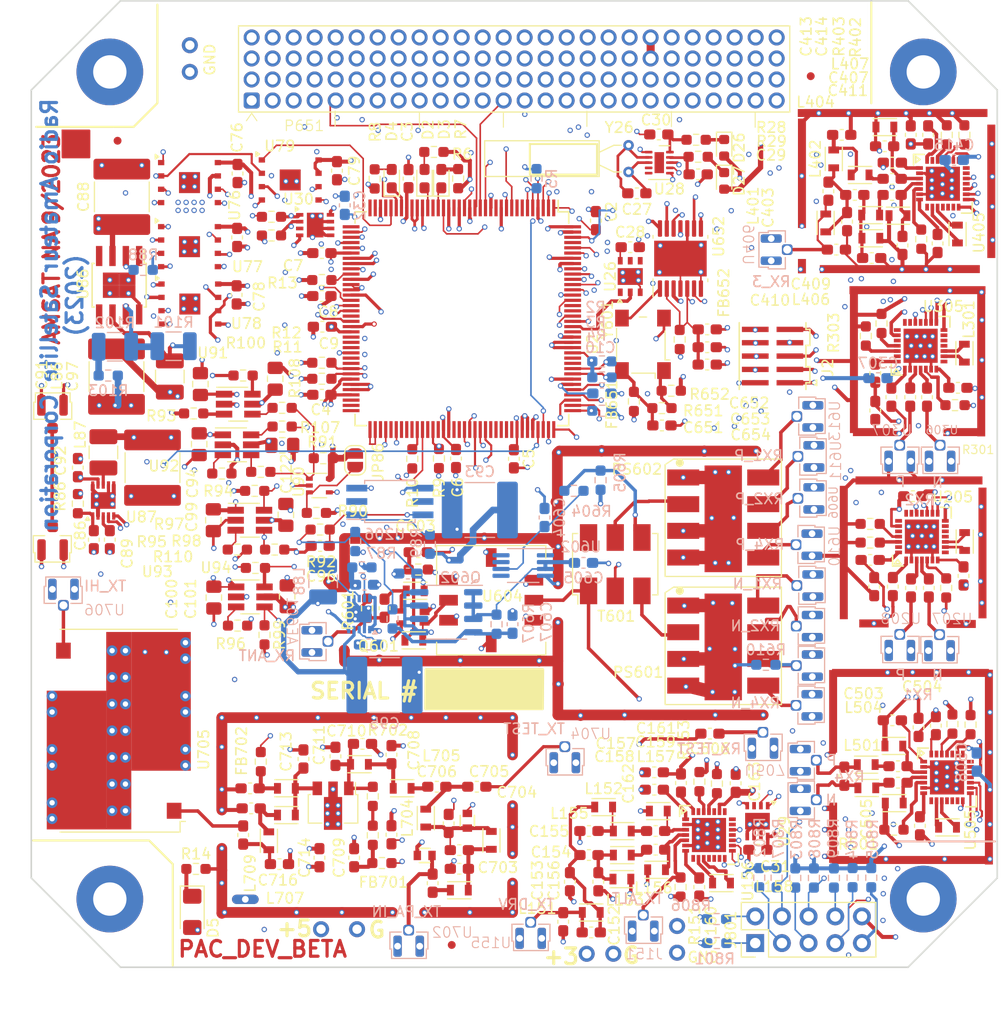
<source format=kicad_pcb>
(kicad_pcb (version 20221018) (generator pcbnew)
  (title_block (title "PacSat Alpha Board") (rev "0"))
  (layers (0 "F.Cu" signal "Top Components.Cu") (1 "In1.Cu" power "GND.Cu") (2 "In2.Cu" power "Signal 1 H.Cu") (3 "In3.Cu" signal "Signal 2 V.Cu") (4 "In4.Cu" signal "Power.Cu") (31 "B.Cu" signal "BackComponets.Cu") (34 "B.Paste" user) (35 "F.Paste" user) (36 "B.SilkS" user "B.Silkscreen") (37 "F.SilkS" user "F.Silkscreen") (38 "B.Mask" user) (39 "F.Mask" user) (44 "Edge.Cuts" user))
  (net 0 "")
  (net 1 "GND")
  (net 2 "+3.3V")
  (net 3 "+1V2")
  (net 4 "Net-(U26-CEXT)")
  (net 5 "Net-(C96-Pad1)")
  (net 6 "-2V BIAS")
  (net 7 "+5V")
  (net 8 "Net-(U28-X2)")
  (net 9 "Net-(U87-SS)")
  (net 10 "REG_3V3")
  (net 11 "REG_1V2")
  (net 12 "AX5043_3V3")
  (net 13 "SSPA_VCC")
  (net 14 "TX_OUT_DRV")
  (net 15 "/TX_ax5043/TXb_N")
  (net 16 "/TX_ax5043/TXb_P")
  (net 17 "/TX_ax5043/TXANT_P")
  (net 18 "/TX_ax5043/TXa_P")
  (net 19 "/TX_ax5043/TCANT_N")
  (net 20 "/TX_ax5043/TXa_N")
  (net 21 "Net-(U28-X1)")
  (net 22 "Net-(C603-Pad1)")
  (net 23 "Net-(C152-Pad1)")
  (net 24 "/RX_1_ax5044/RXANT_P")
  (net 25 "/RX_1_ax5044/RX1_P")
  (net 26 "/RX_1_ax5044/RXANT_N")
  (net 27 "/RX_1_ax5044/RX1_N")
  (net 28 "/RX_2_ax5045/RX2ANT_P")
  (net 29 "/RX_2_ax5045/RX2a_P")
  (net 30 "Net-(C159-Pad1)")
  (net 31 "Net-(C160-Pad1)")
  (net 32 "Net-(D2-K)")
  (net 33 "Net-(D2-A)")
  (net 34 "Net-(U156-CLK16P)")
  (net 35 "Net-(D3-K)")
  (net 36 "/RX_2_ax5045/RX2ANT_N")
  (net 37 "Net-(D3-A)")
  (net 38 "/RX_2_ax5045/RX2A_N")
  (net 39 "Net-(C203-Pad1)")
  (net 40 "Net-(U205-CLK16P)")
  (net 41 "Net-(U305-CLK16P)")
  (net 42 "Net-(U612-In)")
  (net 43 "Net-(C402-Pad1)")
  (net 44 "/RX_3_ax5045/RX3b_N")
  (net 45 "/RX_3_ax5045/RX3b_P")
  (net 46 "UART_RX1")
  (net 47 "UART_TX1")
  (net 49 "/RX_3_ax5045/RX3_P")
  (net 50 "Net-(C411-Pad1)")
  (net 51 "ATTACHED")
  (net 52 "ALERT_SIGNAL")
  (net 53 "FCODE_D0")
  (net 54 "FCODE_D3")
  (net 55 "FCODE_STROBE")
  (net 56 "CMD_MODE")
  (net 57 "Net-(C412-Pad1)")
  (net 58 "Net-(U405-CLK16P)")
  (net 59 "Net-(U305-L2)")
  (net 60 "Net-(U305-L1)")
  (net 61 "Net-(U405-L2)")
  (net 62 "Net-(U405-L1)")
  (net 63 "Net-(U505-L2)")
  (net 64 "Net-(U505-L1)")
  (net 65 "/RX_3_ax5045/RX3_N")
  (net 66 "/RX_3_ax5045/RX3a_P")
  (net 67 "Net-(C505-Pad1)")
  (net 68 "Net-(U505-CLK16P)")
  (net 69 "Net-(Q601-G)")
  (net 70 "VSYS")
  (net 71 "PB_ENABLE")
  (net 73 "UART_TX2")
  (net 74 "UART_RX2")
  (net 78 "Net-(T601-AA)")
  (net 79 "Net-(U90-EN_N)")
  (net 80 "Net-(U2-N2HET1_11)")
  (net 81 "Net-(R89-Pad1)")
  (net 82 "Net-(U94-SETI)")
  (net 83 "Net-(U92-ON)")
  (net 84 "Net-(U205-ANTP1)")
  (net 85 "Clock0")
  (net 86 "Net-(C303-Pad1)")
  (net 87 "Net-(C304-Pad1)")
  (net 88 "Clock1")
  (net 89 "Net-(U405-ANTP1)")
  (net 90 "/RX_3_ax5045/RX3a_N")
  (net 91 "Clock2")
  (net 95 "Net-(C504-Pad1)")
  (net 102 "Clock3")
  (net 111 "Net-(C602-Pad1)")
  (net 114 "Net-(U405-GPADC1)")
  (net 115 "Net-(U405-GPADC2)")
  (net 124 "Net-(U505-ANTP1)")
  (net 127 "Net-(U505-GPADC1)")
  (net 128 "Net-(U505-GPADC2)")
  (net 130 "Clock4")
  (net 131 "AX5043_SEL_0")
  (net 132 "AX5043_IRQ")
  (net 133 "AX5043_SEL_1")
  (net 134 "AX5043_MOSI")
  (net 135 "AX5043_SEL_2")
  (net 136 "AX5043_MISO")
  (net 137 "AX5043_SEL_3")
  (net 138 "AX5043_CLK")
  (net 139 "Net-(U205-L2)")
  (net 140 "Net-(U205-L1)")
  (net 141 "FAULT_N")
  (net 142 "Net-(J2-P10)")
  (net 143 "Net-(U2-nTRST)")
  (net 144 "Net-(D4-A)")
  (net 145 "VER_BIT3")
  (net 146 "VER_BIT2")
  (net 147 "VER_BIT1")
  (net 148 "VER_BIT0")
  (net 149 "Net-(U2-nPORRST)")
  (net 150 "I2C_SDA")
  (net 151 "I2C_SCL")
  (net 152 "Net-(U92-SETI)")
  (net 153 "AX5043_SEL_4")
  (net 154 "Net-(U205-GPADC1)")
  (net 155 "Net-(U156-GPADC1)")
  (net 156 "Net-(U156-GPADC2)")
  (net 157 "Net-(U305-GPADC1)")
  (net 158 "Net-(U305-GPADC2)")
  (net 159 "Net-(T601-SC)")
  (net 160 "USB_Suspend_Low")
  (net 161 "UART_CTS")
  (net 162 "UART_RTS")
  (net 163 "AX5043_IRQ_RX1")
  (net 167 "AX5043_IRQ_RX3")
  (net 168 "Net-(U91-SETI)")
  (net 169 "PWR_SW_AX5043")
  (net 170 "PWR_FLAG_AX5043")
  (net 171 "PWR_SW_SSPA")
  (net 172 "PWR_FLAG_SSPA")
  (net 173 "Clock5")
  (net 181 "Net-(U156-L1)")
  (net 182 "Net-(U156-L2)")
  (net 186 "Net-(D4-K)")
  (net 187 "Net-(J2-P6)")
  (net 188 "Net-(J2-P4)")
  (net 189 "Net-(J2-P2)")
  (net 190 "Net-(J2-P8)")
  (net 191 "Net-(J2-P7)")
  (net 194 "Net-(U87-LX)")
  (net 195 "Net-(C204-Pad2)")
  (net 196 "WDO_N")
  (net 197 "MRAM_NCS3")
  (net 198 "MRAM_NCS2")
  (net 199 "MRAM_NCS1")
  (net 202 "MRAM_MOSI")
  (net 203 "MRAM_MISO")
  (net 204 "MRAM_CLK")
  (net 205 "MRAM_NCS0")
  (net 206 "ONEWIRE")
  (net 207 "FEED_WATCHDOG")
  (net 212 "HW_POWER_OFF_N")
  (net 227 "AX5043_IRQ_RX2")
  (net 229 "AX5043_IRQ_TX")
  (net 237 "Current Fault_1V2")
  (net 240 "Current Fault_3V3")
  (net 242 "CURRENT_FAULT_U89")
  (net 256 "Net-(U88-SS)")
  (net 257 "REG_5.0V")
  (net 258 "Net-(U86-OUT)")
  (net 259 "Net-(U88-LX)")
  (net 260 "Net-(U93-SETI)")
  (net 261 "Net-(U91-ON)")
  (net 262 "REG_5V_EN")
  (net 265 "Net-(D26-K)")
  (net 266 "Net-(D27-K)")
  (net 270 "/Rx_Power_Divider/S+")
  (net 271 "/Rx_Power_Divider/S-")
  (net 275 "Net-(U602-OUT)")
  (net 276 "Net-(J151-In)")
  (net 277 "/Rx_Power_Divider/Port4_N")
  (net 280 "/RX_4_ax5045/RX4b_P")
  (net 281 "/RX_4_ax5045/RX4b_N")
  (net 284 "/RX_4_ax5045/RX4ANT_P")
  (net 285 "/RX_4_ax5045/RX4a_P")
  (net 286 "Net-(U406-In)")
  (net 287 "/RX_4_ax5045/RX4ANT_N")
  (net 288 "/RX_4_ax5045/RX4a_N")
  (net 289 "Net-(Q602-Gate)")
  (net 290 "Net-(Q601-D)")
  (net 291 "Net-(Q602-D-Pad5)")
  (net 292 "/Rx_Power_Divider/Port3_N")
  (net 293 "/Rx_Power_Divider/Port2_N")
  (net 294 "/Rx_Power_Divider/Port1_N")
  (net 295 "/Rx_Power_Divider/Port4_P")
  (net 296 "/Rx_Power_Divider/Port3_P")
  (net 297 "/Rx_Power_Divider/Port2_P")
  (net 298 "Net-(AE601-In)")
  (net 299 "Net-(U28-Vbat)")
  (net 300 "Net-(U28-VCC)")
  (net 301 "Net-(U87-IN)")
  (net 302 "Net-(U88-D1)")
  (net 303 "Net-(U602-Vin)")
  (net 304 "Net-(U652-1G)")
  (net 305 "Net-(U88-INP)")
  (net 306 "AX5043_IRQ_RX4")
  (net 309 "GIOB_3")
  (net 310 "GIOA_2")
  (net 311 "GOIB_1")
  (net 375 "GIOA_6")
  (net 381 "Net-(U702-In)")
  (net 382 "Net-(C701-Pad2)")
  (net 383 "Net-(C702-Pad2)")
  (net 384 "Net-(C703-Pad2)")
  (net 385 "Net-(C705-Pad1)")
  (net 386 "Net-(U704-In)")
  (net 387 "Net-(C706-Pad1)")
  (net 388 "Net-(C708-Pad1)")
  (net 389 "Net-(C709-Pad1)")
  (net 390 "Net-(Q701-G)")
  (net 391 "Net-(C712-Pad1)")
  (net 392 "Net-(Q701-D)")
  (net 393 "Net-(C715-Pad1)")
  (net 394 "Net-(C716-Pad1)")
  (net 395 "Net-(U705-IN)")
  (net 396 "Net-(R701-Pad2)")
  (net 397 "Net-(U705-OUT)")
  (net 398 "Net-(U205-GPADC2)")
  (net 399 "Net-(U305-ANTP1)")
  (net 402 "/Rx_Power_Divider/Port1_P")
  (net 405 "Net-(D5-K)")
  (net 406 "Net-(U86-FB)")
  (net 407 "Net-(R102-Pad2)")
  (net 408 "Net-(TP1-In)")
  (net 409 "Net-(Y601-VDD)")
  (net 410 "Net-(Y601-VC)")
  (net 411 "Net-(U652-CLKIN)")
  (footprint "Capacitor_SMD:C_0603_1608Metric_Pad1.08x0.95mm_HandSolder" (layer "F.Cu") (at 203.7715 78.9305 90)
    (fp_text reference "C2")
    (fp_text value "100n")
  )
  (footprint "Capacitor_SMD:C_0603_1608Metric_Pad1.08x0.95mm_HandSolder" (layer "F.Cu") (at 185.928 74.93 90)
    (fp_text reference "C3")
    (fp_text value "100n")
  )
  (footprint "Capacitor_SMD:C_0603_1608Metric_Pad1.08x0.95mm_HandSolder" (layer "F.Cu") (at 177.673 95.504 180)
    (fp_text reference "C4")
    (fp_text value "100n")
  )
  (footprint "Capacitor_SMD:C_0603_1608Metric_Pad1.08x0.95mm_HandSolder" (layer "F.Cu") (at 195.961 101.6 -90)
    (fp_text reference "C5")
    (fp_text value "100n")
  )
  (footprint "Capacitor_SMD:C_0603_1608Metric_Pad1.08x0.95mm_HandSolder" (layer "F.Cu") (at 190.4492 101.5746 -90)
    (fp_text reference "C6")
    (fp_text value "100n")
  )
  (footprint "Capacitor_SMD:C_0603_1608Metric_Pad1.08x0.95mm_HandSolder" (layer "F.Cu") (at 177.673 82.0166 180)
    (fp_text reference "C7")
    (fp_text value "100n")
  )
  (footprint "Capacitor_SMD:C_0603_1608Metric_Pad1.08x0.95mm_HandSolder" (layer "F.Cu") (at 177.673 86.106 180)
    (fp_text reference "C8")
    (fp_text value "100n")
  )
  (footprint "Capacitor_SMD:C_0603_1608Metric_Pad1.08x0.95mm_HandSolder" (layer "F.Cu") (at 177.7238 89.027 180)
    (fp_text reference "C9")
    (fp_text value "100n")
  )
  (footprint "LED_SMD:LED_0603_1608Metric_Pad1.05x0.95mm_HandSolder" (layer "F.Cu") (at 187.452 74.93 90)
    (fp_text reference "D2")
    (fp_text value "RED")
  )
  (footprint "LED_SMD:LED_0603_1608Metric_Pad1.05x0.95mm_HandSolder" (layer "F.Cu") (at 189.0522 74.93 90)
    (fp_text reference "D3")
    (fp_text value "YEL")
  )
  (footprint "PacSatDev_ti:TQFP-144_20x20mm_Pitch0.5mm" (layer "F.Cu") (at 191.008 88.265 -90)
    (fp_text reference "U2")
    (fp_text value "TMS570LS0914PGE")
  )
  (footprint "Capacitor_SMD:C_0805_2012Metric_Pad1.18x1.45mm_HandSolder" (layer "F.Cu") (at 165.989 100.208 -90)
    (fp_text reference "C98" hide)
    (fp_text value "1u")
  )
  (footprint "Capacitor_SMD:C_0805_2012Metric_Pad1.18x1.45mm_HandSolder" (layer "F.Cu") (at 167.339 107.447 -90)
    (fp_text reference "C99")
    (fp_text value "1u")
  )
  (footprint "Resistor_SMD:R_0603_1608Metric_Pad0.98x0.95mm_HandSolder" (layer "F.Cu") (at 238.866973 70.765075 90)
    (fp_text reference "R402")
    (fp_text value "0R")
  )
  (footprint "Capacitor_SMD:C_0603_1608Metric_Pad1.08x0.95mm_HandSolder" (layer "F.Cu") (at 190.7665 140.628)
    (fp_text reference "C702" hide)
    (fp_text value "5p6")
  )
  (footprint "Capacitor_SMD:C_0603_1608Metric_Pad1.08x0.95mm_HandSolder" (layer "F.Cu") (at 180.7464 139.5741 90)
    (fp_text reference "C709")
    (fp_text value "100p")
  )
  (footprint "PacSatDev_misc:L_Murata_LQH2MCNxxxx02_2.0x1.6mm" (layer "F.Cu") (at 237.2614 136.6774)
    (fp_text reference "L505" hide)
    (fp_text value "0")
  )
  (footprint "Capacitor_SMD:C_0603_1608Metric_Pad1.08x0.95mm_HandSolder" (layer "F.Cu") (at 232.5487 130.864473 180)
    (fp_text reference "C502" hide)
    (fp_text value "22p")
  )
  (footprint "PacSatDev_misc:RF_SHIELD_BMI_S_202_F_U401" (layer "F.Cu") (at 223.319973 68.733075 -90)
    (fp_text reference "U401" hide)
    (fp_text value "RFShield_OnePiece")
  )
  (footprint "Capacitor_SMD:C_0603_1608Metric_Pad1.08x0.95mm_HandSolder" (layer "F.Cu") (at 178.9684 129.9221 90)
    (fp_text reference "C711")
    (fp_text value "15p")
  )
  (footprint "Resistor_SMD:R_0603_1608Metric_Pad0.98x0.95mm_HandSolder" (layer "F.Cu") (at 177.510754 108.334546 180)
    (fp_text reference "R92")
    (fp_text value "1K")
  )
  (footprint "Resistor_SMD:R_0603_1608Metric_Pad0.98x0.95mm_HandSolder" (layer "F.Cu") (at 171.8564 102.8446)
    (fp_text reference "R109" hide)
    (fp_text value "0R")
  )
  (footprint "Capacitor_SMD:C_0603_1608Metric_Pad1.08x0.95mm_HandSolder" (layer "F.Cu") (at 235.482 113.8943 -90)
    (fp_text reference "C202" hide)
    (fp_text value "4p3")
  )
  (footprint "Capacitor_SMD:C_0603_1608Metric_Pad1.08x0.95mm_HandSolder" (layer "F.Cu") (at 211.875 132.461 -90)
    (fp_text reference "C162")
    (fp_text value "10p")
  )
  (footprint "Capacitor_SMD:C_2220_5650Metric_Pad1.97x5.40mm_HandSolder" (layer "F.Cu") (at 158.115 93.777 -90)
    (fp_text reference "C91")
    (fp_text value "22u")
  )
  (footprint "Package_TO_SOT_SMD:SOT-89-3" (layer "F.Cu") (at 178.7384 134.9201 -90)
    (fp_text reference "Q701" hide)
    (fp_text value "ATF05MS004NT1")
  )
  (footprint "Capacitor_SMD:C_0603_1608Metric_Pad1.08x0.95mm_HandSolder" (layer "F.Cu") (at 175.9204 130.1761 90)
    (fp_text reference "C713")
    (fp_text value "2200p")
  )
  (footprint "Fiducial:Fiducial_0.75mm_Mask1.5mm" (layer "F.Cu") (at 190.0428 147.8788)
    (fp_text reference "REF**" hide)
    (fp_text value "Fiducial_0.75mm_Mask1.5mm")
  )
  (footprint "PacSatDev_everspin:MR2xH40_DFN_SmallFlag" (layer "F.Cu") (at 165.067 81.407 -90)
    (fp_text reference "U77")
    (fp_text value "MR25H40CDE" hide)
  )
  (footprint "Capacitor_SMD:C_0603_1608Metric_Pad1.08x0.95mm_HandSolder" (layer "F.Cu") (at 210.058 98.425)
    (fp_text reference "C651")
    (fp_text value "0.1u")
  )
  (footprint "Resistor_SMD:R_0603_1608Metric_Pad0.98x0.95mm_HandSolder" (layer "F.Cu") (at 165.462 97.282 180)
    (fp_text reference "R93")
    (fp_text value "45k8 1%")
  )
  (footprint "PacSatDev_misc:U_FL SMD" (layer "F.Cu") (at 152.019 96.4946 180)
    (fp_text reference "TP2" hide)
    (fp_text value "U_FL SMD")
  )
  (footprint "Capacitor_SMD:C_0603_1608Metric_Pad1.08x0.95mm_HandSolder" (layer "F.Cu") (at 229.894 111.2273)
    (fp_text reference "C206" hide)
    (fp_text value "10p")
  )
  (footprint "Resistor_SMD:R_0603_1608Metric_Pad0.98x0.95mm_HandSolder" (layer "F.Cu") (at 182.7022 74.9554 90)
    (fp_text reference "R8")
    (fp_text value "3K")
  )
  (footprint "Capacitor_SMD:C_0603_1608Metric_Pad1.08x0.95mm_HandSolder" (layer "F.Cu") (at 232.053 113.7673 -90)
    (fp_text reference "C203" hide)
    (fp_text value "10n")
  )
  (footprint "PacSatDev_misc:Wire_Hole" (layer "F.Cu") (at 181.0258 146.3802 90)
    (fp_text reference "H15" hide)
    (fp_text value "Wire_Hole" hide)
  )
  (footprint "LED_SMD:LED_1206_3216Metric_Pad1.42x1.75mm_HandSolder" (layer "F.Cu") (at 165.3286 144.7292 -90)
    (fp_text reference "D5")
    (fp_text value "LED")
  )
  (footprint "Capacitor_SMD:C_0603_1608Metric_Pad1.08x0.95mm_HandSolder" (layer "F.Cu") (at 214.376 89.281)
    (fp_text reference "C652")
    (fp_text value "0.1u")
  )
  (footprint "Resistor_SMD:R_0603_1608Metric_Pad0.98x0.95mm_HandSolder" (layer "F.Cu") (at 181.973489 115.824 90)
    (fp_text reference "R601")
    (fp_text value "5 Meg")
  )
  (footprint "Capacitor_SMD:C_0603_1608Metric_Pad1.08x0.95mm_HandSolder" (layer "F.Cu") (at 227.690973 79.020075 -90)
    (fp_text reference "C403")
    (fp_text value "27p")
  )
  (footprint "Capacitor_SMD:C_0603_1608Metric_Pad1.08x0.95mm_HandSolder" (layer "F.Cu") (at 226.674973 81.687075)
    (fp_text reference "C401" hide)
    (fp_text value "27p")
  )
  (footprint "PacSatDev_maxim:TDFN_T633_2" (layer "F.Cu") (at 207.042 84.2475 90)
    (fp_text reference "U26")
    (fp_text value "DS28E83Q+T" hide)
  )
  (footprint "Capacitor_SMD:C_0603_1608Metric_Pad1.08x0.95mm_HandSolder" (layer "F.Cu") (at 235.307 95.7326 -90)
    (fp_text reference "C302" hide)
    (fp_text value "4p3")
  )
  (footprint "Package_DFN_QFN:TDFN-10-1EP_2x3mm_P0.5mm_EP0.9x2mm" (layer "F.Cu") (at 209.8075 73.406)
    (fp_text reference "U28")
    (fp_text value "MAX31331TETB+")
  )
  (footprint "Resistor_SMD:R_0603_1608Metric_Pad0.98x0.95mm_HandSolder" (layer "F.Cu") (at 173.8884 98.5266 180)
    (fp_text reference "R107")
    (fp_text value "10K")
  )
  (footprint "Resistor_SMD:R_0603_1608Metric_Pad0.98x0.95mm_HandSolder" (layer "F.Cu") (at 173.181 110.241)
    (fp_text reference "R98")
    (fp_text value "4.7k")
  )
  (footprint "Resistor_SMD:R_0603_1608Metric_Pad0.98x0.95mm_HandSolder" (layer "F.Cu") (at 172.8743 78.5622)
    (fp_text reference "R30" hide)
    (fp_text value "4k7")
  )
  (footprint "Capacitor_SMD:C_0603_1608Metric_Pad1.08x0.95mm_HandSolder" (layer "F.Cu") (at 234.5 127.164 90)
    (fp_text reference "C506" hide)
    (fp_text value "6.8p")
  )
  (footprint "PacSatDev_misc:CUBESAT_MOUNT_HOLE" (layer "F.Cu") (at 234.95 143.51)
    (fp_text reference "H104" hide)
    (fp_text value "CUBESAT_MOUNT_HOLE" hide)
  )
  (footprint "PacSatDev_misc:PacSat_Dev_4_26" (layer "F.Cu") (at 170.9856 67.4906)
    (fp_text reference "P651")
    (fp_text value "Conn_04x26_Pin")
  )
  (footprint "PacSatDev_misc:Wire_Hole" (layer "F.Cu") (at 205.4352 148.717 180)
    (fp_text reference "H13" hide)
    (fp_text value "Wire_Hole" hide)
  )
  (footprint "PacSatDev_misc:L_Murata_LQH2MCNxxxx02_2.0x1.6mm" (layer "F.Cu") (at 229.957488 80.59794)
    (fp_text reference "L403" hide)
    (fp_text value "68n")
  )
  (footprint "Resistor_SMD:R_0603_1608Metric_Pad0.98x0.95mm_HandSolder" (layer "F.Cu") (at 177.1555 106.751)
    (fp_text reference "R90")
    (fp_text value "10k")
  )
  (footprint "Capacitor_SMD:C_0603_1608Metric_Pad1.08x0.95mm_HandSolder" (layer "F.Cu") (at 227.182973 70.765075)
    (fp_text reference "C405" hide)
    (fp_text value "1p")
  )
  (footprint "PacSatDev_maxim:TDFN_T1033_1" (layer "F.Cu") (at 156.853 105.5685 90)
    (fp_text reference "U87")
    (fp_text value "MAX1556AEBT+" hide)
  )
  (footprint "Capacitor_SMD:C_0603_1608Metric_Pad1.08x0.95mm_HandSolder" (layer "F.Cu") (at 203.327 146.685 180)
    (fp_text reference "C152")
    (fp_text value "NS")
  )
  (footprint "Capacitor_SMD:C_0603_1608Metric_Pad1.08x0.95mm_HandSolder" (layer "F.Cu") (at 238.784 112.7513 90)
    (fp_text reference "C204" hide)
    (fp_text value "10n")
  )
  (footprint "Capacitor_SMD:C_0603_1608Metric_Pad1.08x0.95mm_HandSolder" (layer "F.Cu") (at 233.760473 70.765075 90)
    (fp_text reference "C413")
    (fp_text value "6.8p")
  )
  (footprint "PacSatDev_murata:L_0603" (layer "F.Cu") (at 191.5285 136.056 -90)
    (fp_text reference "L703" hide)
    (fp_text value "18n")
  )
  (footprint "Capacitor_SMD:C_0603_1608Metric_Pad1.08x0.95mm_HandSolder" (layer "F.Cu") (at 157.48 109.3005 -90)
    (fp_text reference "C89")
    (fp_text value "1000p")
  )
  (footprint "PacSatDev_misc:L_Murata_LQH2MCNxxxx02_2.0x1.6mm" (layer "F.Cu") (at 225.658973 79.147075 -90)
    (fp_text reference "L401")
    (fp_text value "30")
  )
  (footprint "Capacitor_SMD:C_0603_1608Metric_Pad1.08x0.95mm_HandSolder" (layer "F.Cu") (at 169.602354 80.529653 -90)
    (fp_text reference "C77" hide)
    (fp_text value "100n")
  )
  (footprint "Resistor_SMD:R_0603_1608Metric_Pad0.98x0.95mm_HandSolder" (layer "F.Cu") (at 237.133 113.8943 -90)
    (fp_text reference "R201" hide)
    (fp_text value "50")
  )
  (footprint "PacSatDev_misc:L_Murata_LQH2MCNxxxx02_2.0x1.6mm" (layer "F.Cu") (at 174.2959 135.5101)
    (fp_text reference "L708" hide)
    (fp_text value "2n55")
  )
  (footprint "PacSatDev_misc:Mini-Circuits_HF1139_LandPatternPL-230" (layer "F.Cu") (at 158.3309 127.4826 180)
    (fp_text reference "U705")
    (fp_text value "SXBP-425+")
  )
  (footprint "PacSatDev_misc:Wire_Hole" (layer "F.Cu") (at 211.5058 148.6154 90)
    (fp_text reference "H10" hide)
    (fp_text value "Wire_Hole" hide)
  )
  (footprint "Resistor_SMD:R_0603_1608Metric_Pad0.98x0.95mm_HandSolder" (layer "F.Cu") (at 173.8884 96.7486)
    (fp_text reference "R108")
    (fp_text value "0R")
  )
  (footprint "Capacitor_SMD:C_0603_1608Metric_Pad1.08x0.95mm_HandSolder" (layer "F.Cu") (at 186.856 110.49)
    (fp_text reference "C603")
    (fp_text value "0.1 u")
  )
  (footprint "PacSatDev_misc:L_Murata_LQH2MCNxxxx02_2.0x1.6mm" (layer "F.Cu") (at 190.7665 142.66)
    (fp_text reference "L702" hide)
    (fp_text value "43n")
  )
  (footprint "PacSatDev_misc:CUBESAT_MOUNT_HOLE" (layer "F.Cu") (at 234.95 64.77)
    (fp_text reference "H103" hide)
    (fp_text value "CUBESAT_MOUNT_HOLE" hide)
  )
  (footprint "PacSatDev_misc:L_Murata_LQH2MCNxxxx02_2.0x1.6mm" (layer "F.Cu") (at 181.2544 130.6841 180)
    (fp_text reference "L706" hide)
    (fp_text value "5n5")
  )
  (footprint "Resistor_SMD:R_0603_1608Metric_Pad0.98x0.95mm_HandSolder" (layer "F.Cu") (at 234.757029 80.693912 -90)
    (fp_text reference "R401" hide)
    (fp_text value "50")
  )
  (footprint "Capacitor_SMD:C_0603_1608Metric_Pad1.08x0.95mm_HandSolder" (layer "F.Cu") (at 213.5124 74.5236)
    (fp_text reference "C29")
    (fp_text value "22u")
  )
  (footprint "Capacitor_SMD:C_0603_1608Metric_Pad1.08x0.95mm_HandSolder" (layer "F.Cu") (at 169.642268 74.442776 -90)
    (fp_text reference "C76")
    (fp_text value "100n")
  )
  (footprint "PacSatDev_misc:Wire_Hole" (layer "F.Cu") (at 211.5058 146.0754 90)
    (fp_text reference "H11" hide)
    (fp_text value "Wire_Hole" hide)
  )
  (footprint "Capacitor_SMD:C_0603_1608Metric_Pad1.08x0.95mm_HandSolder" (layer "F.Cu") (at 214.63 127.762 180)
    (fp_text reference "C606")
    (fp_text value "1u")
  )
  (footprint "Capacitor_SMD:C_0603_1608Metric_Pad1.08x0.95mm_HandSolder" (layer "F.Cu") (at 203.112 139.319 180)
    (fp_text reference "C154")
    (fp_text value "5p1")
  )
  (footprint "PacSatDev_misc:L_Murata_LQH2MCNxxxx02_2.0x1.6mm" (layer "F.Cu") (at 232.185808 134.368333)
    (fp_text reference "L504")
    (fp_text value "68n")
  )
  (footprint "PacSatDev_misc:L_Murata_LQH2MCNxxxx02_2.0x1.6mm" (layer "F.Cu") (at 229.5144 130.7084)
    (fp_text reference "L501")
    (fp_text value "68n")
  )
  (footprint "PacSatDev_misc:L_Murata_LQH2MCNxxxx02_2.0x1.6mm" (layer "F.Cu") (at 206.248 141.605)
    (fp_text reference "L153")
    (fp_text value "27n")
  )
  (footprint "Resistor_SMD:R_0603_1608Metric_Pad0.98x0.95mm_HandSolder" (layer "F.Cu") (at 172.212 118.364 -90)
    (fp_text reference "R99")
    (fp_text value "4.7k")
  )
  (footprint "Capacitor_SMD:C_0603_1608Metric_Pad1.08x0.95mm_HandSolder" (layer "F.Cu") (at 179.113526 74.173365 -90)
    (fp_text reference "C79")
    (fp_text value "100n")
  )
  (footprint "Package_TO_SOT_SMD:SOT-23-6_Handsoldering" (layer "F.Cu") (at 169.7095 96.398)
    (fp_text reference "U91")
    (fp_text value "MAX4995ALAUT")
  )
  (footprint "Resistor_SMD:R_0603_1608Metric_Pad0.98x0.95mm_HandSolder" (layer "F.Cu") (at 182.5244 133.7321 90)
    (fp_text reference "R702")
    (fp_text value "22")
  )
  (footprint "Capacitor_SMD:C_0603_1608Metric_Pad1.08x0.95mm_HandSolder" (layer "F.Cu") (at 192.4304 132.8166)
    (fp_text reference "C705")
    (fp_text value "2200p")
  )
  (footprint "Capacitor_SMD:C_0603_1608Metric_Pad1.08x0.95mm_HandSolder" (layer "F.Cu") (at 177.4444 139.5741 90)
    (fp_text reference "C714")
    (fp_text value "10u")
  )
  (footprint "Resistor_SMD:R_0603_1608Metric_Pad0.98x0.95mm_HandSolder" (layer "F.Cu") (at 229.894 107.7983 180)
    (fp_text reference "R203" hide)
    (fp_text value "0R")
  )
  (footprint "Capacitor_SMD:C_0805_2012Metric_Pad1.18x1.45mm_HandSolder" (layer "F.Cu") (at 166.1065 94.488 90)
    (fp_text reference "C97")
    (fp_text value "1u")
  )
  (footprint "RF_Mini-Circuits:Mini-Circuits_CD542_H2.84mm" (layer "F.Cu") (at 205.613 111.633 90)
    (fp_text reference "T601")
    (fp_text value "ADT4-1WT+")
  )
  (footprint "Capacitor_SMD:C_0603_1608Metric_Pad1.08x0.95mm_HandSolder" (layer "F.Cu") (at 213.614 142.367 -90)
    (fp_text reference "C160")
    (fp_text value "10n")
  )
  (footprint "Inductor_SMD:L_1210_3225Metric_Pad1.42x2.65mm_HandSolder" (layer "F.Cu") (at 156.869 100.984 90)
    (fp_text reference "L87")
    (fp_text value "3u3")
  )
  (footprint "Capacitor_SMD:C_0603_1608Metric_Pad1.08x0.95mm_HandSolder" (layer "F.Cu") (at 209.462 137.033 180)
    (fp_text reference "C157")
    (fp_text value "4p3")
  )
  (footprint "Capacitor_SMD:C_0603_1608Metric_Pad1.08x0.95mm_HandSolder" (layer "F.Cu") (at 232.970847 81.289306 -90)
    (fp_text reference "C408" hide)
    (fp_text value "10p")
  )
  (footprint "PacSatDev_misc:L_Murata_LQH2MCNxxxx02_2.0x1.6mm" (layer "F.Cu") (at 172.6184 137.9621 90)
    (fp_text reference "L709")
    (fp_text value "8n1")
  )
  (footprint "Capacitor_SMD:C_0603_1608Metric_Pad1.08x0.95mm_HandSolder" (layer "F.Cu") (at 209.764 70.723 180)
    (fp_text reference "C30")
    (fp_text value "22u")
  )
  (footprint "PacSatDev_misc:L_Murata_LQH2MCNxxxx02_2.0x1.6mm" (layer "F.Cu") (at 203.327 144.78)
    (fp_text reference "L151")
    (fp_text value "0")
  )
  (footprint "Resistor_SMD:R_0603_1608Metric_Pad0.98x0.95mm_HandSolder" (layer "F.Cu") (at 229.894 109.5763 180)
    (fp_text reference "R202" hide)
    (fp_text value "0R")
  )
  (footprint "PacSatDev_misc:L_Murata_LQH2MCNxxxx02_2.0x1.6mm" (layer "F.Cu") (at 229.574684 132.92384)
    (fp_text reference "L502" hide)
    (fp_text value "68n")
  )
  (footprint "Resistor_SMD:R_0603_1608Metric_Pad0.98x0.95mm_HandSolder" (layer "F.Cu") (at 213.5124 72.8472)
    (fp_text reference "R29")
    (fp_text value "4k7")
  )
  (footprint "Package_TO_SOT_SMD:SOT-23-6_Handsoldering" (layer "F.Cu") (at 169.592 100.269)
    (fp_text reference "U92")
    (fp_text value "MAX4995ALAUT")
  )
  (footprint "PacSatDev_misc:RF_SHIELD_BMI_S_201_F_U301" (layer "F.Cu") (at 228.326932 99.1616)
    (fp_text reference "U301" hide)
    (fp_text value "RFShield_OnePiece")
  )
  (footprint "Resistor_SMD:R_0603_1608Metric_Pad0.98x0.95mm_HandSolder" (layer "F.Cu") (at 210.947 95.123)
    (fp_text reference "R652")
    (fp_text value "10K")
  )
  (footprint "Resistor_SMD:R_0603_1608Metric_Pad0.98x0.95mm_HandSolder" (layer "F.Cu") (at 237.974 96.4946)
    (fp_text reference "R301")
    (fp_text value "50")
  )
  (footprint "Capacitor_SMD:C_0603_1608Metric_Pad1.08x0.95mm_HandSolder" (layer "F.Cu") (at 232.0025 73.406 180)
    (fp_text reference "C411")
    (fp_text value "10n")
  )
  (footprint "Resistor_SMD:R_0603_1608Metric_Pad0.98x0.95mm_HandSolder" (layer "F.Cu") (at 172.8743 80.3402)
    (fp_text reference "R31" hide)
    (fp_text value "4k7")
  )
  (footprint "Capacitor_SMD:C_0603_1608Metric_Pad1.08x0.95mm_HandSolder" (layer "F.Cu") (at 233.7054 95.7326 -90)
    (fp_text reference "C301" hide)
    (fp_text value "4p3")
  )
  (footprint "Capacitor_SMD:C_0603_1608Metric_Pad1.08x0.95mm_HandSolder" (layer "F.Cu") (at 188.2265 141.9985 -90)
    (fp_text reference "C701" hide)
    (fp_text value "4p3")
  )
  (footprint "PacSatDev_misc:TB-471" (layer "F.Cu") (at 187.4529 117.22735 90)
    (fp_text reference "Q601")
    (fp_text value "SAV-331+")
  )
  (footprint "Resistor_SMD:R_0603_1608Metric_Pad0.98x0.95mm_HandSolder" (layer "F.Cu") (at 177.814 101.544 180)
    (fp_text reference "R91")
    (fp_text value "10k")
  )
  (footprint "Capacitor_SMD:C_0603_1608Metric_Pad1.08x0.95mm_HandSolder" (layer "F.Cu") (at 236.313172 81.099863 -90)
    (fp_text reference "C412" hide)
    (fp_text value "10n")
  )
  (footprint "Resistor_SMD:R_0603_1608Metric_Pad0.98x0.95mm_HandSolder" (layer "F.Cu") (at 177.673 84.582)
    (fp_text reference "R13")
    (fp_text value "3k3")
  )
  (footprint "Capacitor_SMD:C_0603_1608Metric_Pad1.08x0.95mm_HandSolder" (layer "F.Cu") (at 170.8404 132.9701 180)
    (fp_text reference "C712" hide)
    (fp_text value "100p")
  )
  (footprint "PacSatDev_everspin:MR2xH40_DFN_SmallFlag" (layer "F.Cu") (at 165.067 75.307 -90)
    (fp_text reference "U76")
    (fp_text value "MR25H40CDE" hide)
  )
  (footprint "Capacitor_SMD:C_0603_1608Metric_Pad1.08x0.95mm_HandSolder" (layer "F.Cu") (at 209.335 133.096 180)
    (fp_text reference "C159")
    (fp_text value "10n")
  )
  (footprint "PacSatDev_misc:L_Murata_LQH2MCNxxxx02_2.0x1.6mm" (layer "F.Cu") (at 206.287 137.033)
    (fp_text reference "L154" hide)
    (fp_text value "43n")
  )
  (footprint "Capacitor_SMD:C_0603_1608Metric_Pad1.08x0.95mm_HandSolder" (layer "F.Cu") (at 232.5487 132.434371 180)
    (fp_text reference "C503")
    (fp_text value "22p")
  )
  (footprint "Capacitor_SMD:C_0603_1608Metric_Pad1.08x0.95mm_HandSolder" (layer "F.Cu") (at 188.6204 132.8166)
    (fp_text reference "C706")
    (fp_text value "18p")
  )
  (footprint "Diode_SMD:D_0603_1608Metric" (layer "F.Cu") (at 215.987 75.1425 -90)
    (fp_text reference "D27")
    (fp_text value "RB521CS30L,315 ")
  )
  (footprint "Capacitor_SMD:C_0603_1608Metric_Pad1.08x0.95mm_HandSolder" (layer "F.Cu") (at 214.376 90.9785)
    (fp_text reference "C653")
    (fp_text value "0.1u")
  )
  (footprint "Capacitor_SMD:C_0805_2012Metric_Pad1.18x1.45mm_HandSolder" (layer "F.Cu") (at 173.905098 100.317884 180)
    (fp_text reference "C122")
    (fp_text value "1u")
  )
  (footprint "Capacitor_SMD:C_0603_1608Metric_Pad1.08x0.95mm_HandSolder" (layer "F.Cu") (at 190.7665 138.85 180)
    (fp_text reference "C703")
    (fp_text value "4p3")
  )
  (footprint "Capacitor_SMD:C_0603_1608Metric_Pad1.08x0.95mm_HandSolder" (layer "F.Cu") (at 230.03543 82.488046)
    (fp_text reference "C406" hide)
    (fp_text value "5p6")
  )
  (footprint "Capacitor_SMD:C_0603_1608Metric_Pad1.08x0.95mm_HandSolder" (layer "F.Cu") (at 154.432 102.4425 90)
    (fp_text reference "C92")
    (fp_text value "10u")
  )
  (footprint "Capacitor_SMD:C_0603_1608Metric_Pad1.08x0.95mm_HandSolder" (layer "F.Cu") (at 217.082 132.486731 90)
    (fp_text reference "C163")
    (fp_text value "10n")
  )
  (footprint "PacSatDev_misc:CUBESAT_MOUNT_HOLE" (layer "F.Cu") (at 157.48 143.51)
    (fp_text reference "H102" hide)
    (fp_text value "CUBESAT_MOUNT_HOLE" hide)
  )
  (footprint "PacSatDev_misc:Wire_Hole" (layer "F.Cu") (at 165.1 64.77 90)
    (fp_text reference "H17" hide)
    (fp_text value "Wire_Hole" hide)
  )
  (footprint "PacSatDev_onsemi:QFN28" (layer "F.Cu") (at 214.542 137.414)
    (fp_text reference "U156")
    (fp_text value "AX5043" hide)
  )
  (footprint "PacSatDev_misc:L_Murata_LQH2MCNxxxx02_2.0x1.6mm" (layer "F.Cu") (at 186.563 114.173 180)
    (fp_text reference "L601" hide)
    (fp_text value "620nH")
  )
  (footprint "Jumper:SolderJumper-2_P1.3mm_Open_RoundedPad1.0x1.5mm" (layer "F.Cu") (at 180.848 101.742 -90)
    (fp_text reference "JP86")
    (fp_text value "Disable Watchdog")
  )
  (footprint "Capacitor_SMD:C_0603_1608Metric_Pad1.08x0.95mm_HandSolder" (layer "F.Cu") (at 236.151 127 -90)
    (fp_text reference "C507" hide)
    (fp_text value "10p")
  )
  (footprint "Resistor_SMD:R_0603_1608Metric_Pad0.98x0.95mm_HandSolder" (layer "F.Cu") (at 182.5244 137.4386 90)
    (fp_text reference "R701" hide)
    (fp_text value "22")
  )
  (footprint "Package_TO_SOT_SMD:SOT-23-6_Handsoldering" (layer "F.Cu") (at 170.815 107.447)
    (fp_text reference "U93")
    (fp_text value "MAX4995ALAUT")
  )
  (footprint "Capacitor_SMD:C_0805_2012Metric_Pad1.18x1.45mm_HandSolder" (layer "F.Cu") (at 174.244 106.934 90)
    (fp_text reference "C123" hide)
    (fp_text value "1u")
  )
  (footprint "Resistor_SMD:R_0603_1608Metric_Pad0.98x0.95mm_HandSolder" (layer "F.Cu") (at 169.6485 117.48)
    (fp_text reference "R96")
    (fp_text value "45k8 1%")
  )
  (footprint "PacSatDev_maxim:TDFN_T833_2" (layer "F.Cu") (at 219.161 136.095 -90)
    (fp_text reference "U29")
    (fp_text value "MAX31725MTA+" hide)
  )
  (footprint "Package_SO:HTSSOP-14-1EP_4.4x5mm_P0.65mm_EP3.4x5mm_Mask3x3.1mm" (layer "F.Cu") (at 211.823 82.538 90)
    (fp_text reference "U652")
    (fp_text value "CDCLVC1106")
  )
  (footprint "Capacitor_SMD:C_0805_2012Metric_Pad1.18x1.45mm_HandSolder" (layer "F.Cu") (at 167.386 114.813 -90)
    (fp_text reference "C100")
    (fp_text value "1u")
  )
  (footprint "Capacitor_SMD:C_0603_1608Metric_Pad1.08x0.95mm_HandSolder" (layer "F.Cu") (at 169.555526 85.997488 -90)
    (fp_text reference "C78")
    (fp_text value "100n")
  )
  (footprint "Capacitor_SMD:C_0603_1608Metric_Pad1.08x0.95mm_HandSolder" (layer "F.Cu") (at 233.7816 113.8936 -90)
    (fp_text reference "C201" hide)
    (fp_text value "4p3")
  )
  (footprint "Resistor_SMD:R_0603_1608Metric_Pad0.98x0.95mm_HandSolder" (layer "F.Cu") (at 207.391 96.139 90)
    (fp_text reference "FB651")
    (fp_text value "FerriteBead_Small")
  )
  (footprint "Capacitor_SMD:C_0603_1608Metric_Pad1.08x0.95mm_HandSolder" (layer "F.Cu") (at 231.91 95.7326 -90)
    (fp_text reference "C303" hide)
    (fp_text value "10n")
  )
  (footprint "Capacitor_SMD:C_0603_1608Metric_Pad1.08x0.95mm_HandSolder" (layer "F.Cu") (at 235.411473 70.765075 90)
    (fp_text reference "C414")
    (fp_text value "10p")
  )
  (footprint "Capacitor_SMD:C_0603_1608Metric_Pad1.08x0.95mm_HandSolder" (layer "F.Cu") (at 203.112 137.033 180)
    (fp_text reference "C155")
    (fp_text value "11p")
  )
  (footprint "LED_SMD:LED_0603_1608Metric_Pad1.05x0.95mm_HandSolder" (layer "F.Cu") (at 184.3278 74.93 90)
    (fp_text reference "D4")
    (fp_text value "GRN")
  )
  (footprint "Resistor_SMD:R_0603_1608Metric_Pad0.98x0.95mm_HandSolder" (layer "F.Cu") (at 211.751896 90.244048 90)
    (fp_text reference "FB652")
    (fp_text value "FerriteBead_Small")
  )
  (footprint "PacSatDev_misc:L_Murata_LQH2MCNxxxx02_2.0x1.6mm" (layer "F.Cu") (at 209.55 140.716)
    (fp_text reference "L156")
    (fp_text value "100n")
  )
  (footprint "Resistor_SMD:R_0603_1608Metric_Pad0.98x0.95mm_HandSolder" (layer "F.Cu") (at 171.3484 111.9886)
    (fp_text reference "R110")
    (fp_text value "10K")
  )
  (footprint "PacSatDev_misc:RF_SHIELD_PAD" (layer "F.Cu") (at 170.3832 143.5354 180)
    (fp_text reference "U701" hide)
    (fp_text value "RFShield_OnePiece")
  )
  (footprint "Capacitor_SMD:C_0603_1608Metric_Pad1.08x0.95mm_HandSolder" (layer "F.Cu") (at 207.042 81.456)
    (fp_text reference "C28")
    (fp_text value "470n")
  )
  (footprint "Capacitor_SMD:C_0603_1608Metric_Pad1.08x0.95mm_HandSolder" (layer "F.Cu") (at 233.958 105.1578)
    (fp_text reference "C207" hide)
    (fp_text value "10n")
  )
  (footprint "PacSatDev_misc:L_Murata_LQH2MCNxxxx02_2.0x1.6mm" (layer "F.Cu") (at 187.565 135.802 90)
    (fp_text reference "L704")
    (fp_text value "1n2")
  )
  (footprint "Resistor_SMD:R_0603_1608Metric_Pad0.98x0.95mm_HandSolder" (layer "F.Cu") (at 177.673 93.98)
    (fp_text reference "R11")
    (fp_text value "1k")
  )
  (footprint "Capacitor_SMD:C_0603_1608Metric_Pad1.08x0.95mm_HandSolder" (layer "F.Cu") (at 200.66 145.669 -90)
    (fp_text reference "C151" hide)
    (fp_text value "NS")
  )
  (footprint "PacSatDev_misc:RF_SHIELD_BMI_S_202_F_U501" (layer "F.Cu") (at 226.314 139.764107)
    (fp_text reference "U501" hide)
    (fp_text value "RFShield_OnePiece")
  )
  (footprint "Capacitor_SMD:C_2220_5650Metric_Pad1.97x5.40mm_HandSolder" (layer "F.Cu") (at 158.623 76.6615 90)
    (fp_text reference "C88")
    (fp_text value "10u")
  )
  (footprint "Resistor_SMD:R_0603_1608Metric_Pad0.98x0.95mm_HandSolder" (layer "F.Cu") (at 177.673 92.456)
    (fp_text reference "R12")
    (fp_text value "1k")
  )
  (footprint "Capacitor_SMD:C_0603_1608Metric_Pad1.08x0.95mm_HandSolder" (layer "F.Cu") (at 184.3024 129.7686 90)
    (fp_text reference "C708")
    (fp_text value "15p")
  )
  (footprint "Resistor_SMD:R_0603_1608Metric_Pad0.98x0.95mm_HandSolder" (layer "F.Cu") (at 169.625 110.241)
    (fp_text reference "R95")
    (fp_text value "143k 1%")
  )
  (footprint "Crystal:Crystal_AT310_D3.0mm_L10.0mm_Horizontal" (layer "F.Cu") (at 206.883 71.755 -90)
    (fp_text reference "Y26")
    (fp_text value "AB26T-32.768KHZ-6B")
  )
  (footprint "PacSatDev_misc:CUBESAT_MOUNT_HOLE" (layer "F.Cu") (at 157.48 64.77)
    (fp_text reference "H101" hide)
    (fp_text value "CUBESAT_MOUNT_HOLE" hide)
  )
  (footprint "Package_TO_SOT_SMD:SOT-353_SC-70-5" (layer "F.Cu") (at 177.433 104.145)
    (fp_text reference "U90")
    (fp_text value "STWD100NYWY3F")
  )
  (footprint "PacSatDev_samtec:FTSH-105-01-L-DV-K" (layer "F.Cu") (at 220.599 91.821 90)
    (fp_text reference "J2")
    (fp_text value "CONN_02X05")
  )
  (footprint "Resistor_SMD:R_0603_1608Metric_Pad0.98x0.95mm_HandSolder" (layer "F.Cu") (at 170.1705 93.67)
    (fp_text reference "R100")
    (fp_text value "10K")
  )
  (footprint "Resistor_SMD:R_0603_1608Metric_Pad0.98x0.95mm_HandSolder" (layer "F.Cu") (at 188.8236 101.5746 90)
    (fp_text reference "R9")
    (fp_text value "1k")
  )
  (footprint "Capacitor_SMD:C_0603_1608Metric_Pad1.08x0.95mm_HandSolder" (layer "F.Cu") (at 181.543472 128.737163 180)
    (fp_text reference "C710")
    (fp_text value "56p")
  )
  (footprint "PacSatDev_misc:L_Murata_LQH2MCNxxxx02_2.0x1.6mm" (layer "F.Cu") (at 232.149637 128.942766 180)
    (fp_text reference "L503" hide)
    (fp_text value "68n")
  )
  (footprint "PacSatDev_misc:Wire_Hole" (layer "F.Cu") (at 177.5968 146.3802 90)
    (fp_text reference "H14" hide)
    (fp_text value "Wire_Hole" hide)
  )
  (footprint "Resistor_SMD:R_0603_1608Metric_Pad0.98x0.95mm_HandSolder" (layer "F.Cu") (at 237.189473 70.765075 90)
    (fp_text reference "R403")
    (fp_text value "0R")
  )
  (footprint "PacSatDev_misc:L_Murata_LQH2MCNxxxx02_2.0x1.6mm" (layer "F.Cu") (at 232.540329 78.447653)
    (fp_text reference "L406")
    (fp_text value "150n")
  )
  (footprint "Capacitor_SMD:C_0603_1608Metric_Pad1.08x0.95mm_HandSolder" (layer "F.Cu") (at 184.3024 137.3886 90)
    (fp_text reference "C707" hide)
    (fp_text value "1u")
  )
  (footprint "Capacitor_SMD:C_2220_5650Metric_Pad1.97x5.40mm_HandSolder" (layer "F.Cu") (at 161.544 102.4425 -90)
    (fp_text reference "C94")
    (fp_text value "22u")
  )
  (footprint "PacSatDev_misc:L_Murata_LQH2MCNxxxx02_2.0x1.6mm" (layer "F.Cu") (at 215.734 141.986)
    (fp_text reference "L158")
    (fp_text value "0")
  )
  (footprint "Capacitor_SMD:C_0603_1608Metric_Pad1.08x0.95mm_HandSolder" (layer "F.Cu") (at 201.295 141.859 -90)
    (fp_text reference "C153")
    (fp_text value "NS")
  )
  (footprint "Capacitor_SMD:C_0603_1608Metric_Pad1.08x0.95mm_HandSolder" (layer "F.Cu") (at 177.510754 109.893791 180)
    (fp_text reference "C96")
    (fp_text value "10u")
  )
  (footprint "PacSatDev_misc:L_Murata_LQH2MCNxxxx02_2.0x1.6mm" (layer "F.Cu") (at 204.509 134.747)
    (fp_text reference "L152")
    (fp_text value "27n")
  )
  (footprint "Capacitor_SMD:C_0603_1608Metric_Pad1.08x0.95mm_HandSolder" (layer "F.Cu") (at 209.462 138.811 180)
    (fp_text reference "C158")
    (fp_text value "4p3")
  )
  (footprint "PacSatDev_murata:L_0603" (layer "F.Cu") (at 187.4645 139.358)
    (fp_text reference "L701" hide)
    (fp_text value "100n")
  )
  (footprint "Capacitor_SMD:C_0603_1608Metric_Pad1.08x0.95mm_HandSolder" (layer "F.Cu") (at 231.988968 74.948612 180)
    (fp_text reference "C409")
    (fp_text value "4p3")
  )
  (footprint "PacSatDev_misc:L_Murata_LQH2MCNxxxx02_2.0x1.6mm" (layer "F.Cu") (at 238.863 91.5416 90)
    (fp_text reference "L301")
    (fp_text value "0")
  )
  (footprint "Capacitor_SMD:C_0603_1608Metric_Pad1.08x0.95mm_HandSolder" (layer "F.Cu") (at 170.18 137.414 90)
    (fp_text reference "C717" hide)
    (fp_text value "2200p")
  )
  (footprint "PacSatDev_maxim:TDFN_T833_2" (layer "F.Cu") (at 177.038 79.3496)
    (fp_text reference "U30")
    (fp_text value "MAX31725MTA+" hide)
  )
  (footprint "Resistor_SMD:R_0603_1608Metric_Pad0.98x0.95mm_HandSolder" (layer "F.Cu") (at 165.6842 140.6398)
    (fp_text reference "R14")
    (fp_text value "2.4K")
  )
  (footprint "PacSatDev_MiniCircuits:CJ725" (layer "F.Cu") (at 215.9 107.188)
    (fp_text reference "PS602")
    (fp_text value "AD4PS+1")
  )
  (footprint "PacSatDev_misc:L_Murata_LQH2MCNxxxx02_2.0x1.6mm" (layer "F.Cu") (at 193.8145 137.922 90)
    (fp_text reference "U703" hide)
    (fp_text value "4n7")
  )
  (footprint "Inductor_SMD:L_1210_3225Metric_Pad1.42x2.65mm_HandSolder" (layer "F.Cu") (at 163.195 93.767 -90)
    (fp_text reference "L86")
    (fp_text value "3u3")
  )
  (footprint "Resistor_SMD:R_0603_1608Metric_Pad0.98x0.95mm_HandSolder" (layer "F.Cu") (at 186.2836 101.6 90)
    (fp_text reference "R10")
    (fp_text value "1k")
  )
  (footprint "Resistor_SMD:R_0603_1608Metric_Pad0.98x0.95mm_HandSolder" (layer "F.Cu") (at 239.453 126.91 90)
    (fp_text reference "R502" hide)
    (fp_text value "0R")
  )
  (footprint "PacSatDev_onsemi:QFN28" (layer "F.Cu") (at 236.816473 75.418075)
    (fp_text reference "U405")
    (fp_text value "AX5043" hide)
  )
  (footprint "PacSatDev_misc:L_Murata_LQH2MCNxxxx02_2.0x1.6mm" (layer "F.Cu") (at 206.287 139.319)
    (fp_text reference "L155")
    (fp_text value "43n")
  )
  (footprint "PacSatDev_onsemi:QFN28" (layer "F.Cu") (at 234.696 90.8406 90)
    (fp_text reference "U305")
    (fp_text value "AX5043" hide)
  )
  (footprint "Capacitor_SMD:C_0603_1608Metric_Pad1.08x0.95mm_HandSolder" (layer "F.Cu") (at 209.335 131.445)
    (fp_text reference "C161")
    (fp_text value "6.8p")
  )
  (footprint "Capacitor_SMD:C_0603_1608Metric_Pad1.08x0.95mm_HandSolder" (layer "F.Cu") (at 214.376 92.6295)
    (fp_text reference "C654")
    (fp_text value "0.1u")
  )
  (footprint "Fiducial:Fiducial_0.75mm_Mask1.5mm" (layer "F.Cu") (at 224.2312 65.1764)
    (fp_text reference "REF**" hide)
    (fp_text value "Fiducial_0.75mm_Mask1.5mm")
  )
  (footprint "PacSatDev_misc:L_Murata_LQH2MCNxxxx02_2.0x1.6mm" (layer "F.Cu") (at 185.3184 132.9701 180)
    (fp_text reference "L705")
    (fp_text value "5n5")
  )
  (footprint "Capacitor_SMD:C_0603_1608Metric_Pad1.08x0.95mm_HandSolder" (layer "F.Cu") (at 204.001 141.859 -90)
    (fp_text reference "C156")
    (fp_text value "5p6")
  )
  (footprint "Capacitor_SMD:C_0603_1608Metric_Pad1.08x0.95mm_HandSolder" (layer "F.Cu") (at 234.62994 136.539797 -90)
    (fp_text reference "C505")
    (fp_text value "10n")
  )
  (footprint "PacSatDev_misc:L_Murata_LQH2MCNxxxx02_2.0x1.6mm" (layer "F.Cu") (at 228.934473 74.575075)
    (fp_text reference "L404")
    (fp_text value "120n")
  )
  (footprint "Capacitor_SMD:C_0603_1608Metric_Pad1.08x0.95mm_HandSolder" (layer "F.Cu") (at 225.912973 76.124475 -90)
    (fp_text reference "C402" hide)
    (fp_text value "NS")
  )
  (footprint "PacSatDev_misc:Wire_Hole" (layer "F.Cu") (at 202.8952 148.717 180)
    (fp_text reference "H12" hide)
    (fp_text value "Wire_Hole" hide)
  )
  (footprint "PacSatDev_misc:L_Murata_LQH2MCNxxxx02_2.0x1.6mm" (layer "F.Cu") (at 229.938002 78.396065)
    (fp_text reference "L405" hide)
    (fp_text value "120n")
  )
  (footprint "Fiducial:Fiducial_0.75mm_Mask1.5mm" (layer "F.Cu") (at 158.2166 71.3232)
    (fp_text reference "REF**" hide)
    (fp_text value "Fiducial_0.75mm_Mask1.5mm")
  )
  (footprint "Resistor_SMD:R_0603_1608Metric_Pad0.98x0.95mm_HandSolder" (layer "F.Cu") (at 210.058 96.774)
    (fp_text reference "R651")
    (fp_text value "10K")
  )
  (footprint "Capacitor_SMD:C_0603_1608Metric_Pad1.08x0.95mm_HandSolder" (layer "F.Cu") (at 173.6344 140.1826)
    (fp_text reference "C716")
    (fp_text value "2200p")
  )
  (footprint "Capacitor_SMD:C_0603_1608Metric_Pad1.08x0.95mm_HandSolder" (layer "F.Cu") (at 228.426473 76.480075 180)
    (fp_text reference "C404" hide)
    (fp_text value "12p")
  )
  (footprint "Capacitor_SMD:C_0603_1608Metric_Pad1.08x0.95mm_HandSolder" (layer "F.Cu") (at 219.202 138.815 180)
    (fp_text reference "C31")
    (fp_text value "100n")
  )
  (footprint "Capacitor_SMD:C_0603_1608Metric_Pad1.08x0.95mm_HandSolder" (layer "F.Cu") (at 230.275 113.7673 -90)
    (fp_text reference "C205" hide)
    (fp_text value "6.8p")
  )
  (footprint "PacSatDev_misc:L_Murata_LQH2MCNxxxx02_2.0x1.6mm" (layer "F.Cu") (at 174.2959 132.9701 180)
    (fp_text reference "L707")
    (fp_text value "16n6")
  )
  (footprint "Capacitor_SMD:C_0603_1608Metric_Pad1.08x0.95mm_HandSolder" (layer "F.Cu") (at 207.6715 76.327)
    (fp_text reference "C27")
    (fp_text value "6p")
  )
  (footprint "PacSatDev_everspin:MR2xH40_DFN_SmallFlag" (layer "F.Cu") (at 165.1 86.868 -90)
    (fp_text reference "U78")
    (fp_text value "MR25H40CDE" hide)
  )
  (footprint "Resistor_SMD:R_0603_1608Metric_Pad0.98x0.95mm_HandSolder" (layer "F.Cu") (at 154.432 105.8715 -90)
    (fp_text reference "R86")
    (fp_text value "0R")
  )
  (footprint "Capacitor_SMD:C_0603_1608Metric_Pad1.08x0.95mm_HandSolder" (layer "F.Cu") (at 227.4316 131.814322 -90)
    (fp_text reference "C501" hide)
    (fp_text value "4p3")
  )
  (footprint "Diode_SMD:D_0603_1608Metric" (layer "F.Cu") (at 215.987 71.993 -90)
    (fp_text reference "D26")
    (fp_text value "RB521CS30L,315 ")
  )
  (footprint "PacSatDev_misc:L_Murata_LQH2MCNxxxx02_2.0x1.6mm" (layer "F.Cu") (at 238.887 109.474 90)
    (fp_text reference "L201" hide)
    (fp_text value "0")
  )
  (footprint "Capacitor_SMD:C_0603_1608Metric_Pad1.08x0.95mm_HandSolder" (layer "F.Cu") (at 232.0025 126.492 180)
    (fp_text reference "C504")
    (fp_text value "10n")
  )
  (footprint "Resistor_SMD:R_0603_1608Metric_Pad0.98x0.95mm_HandSolder" (layer "F.Cu") (at 230.973344 88.716476 90)
    (fp_text reference "R302" hide)
    (fp_text value "0R")
  )
  (footprint "Resistor_SMD:R_0603_1608Metric_Pad0.98x0.95mm_HandSolder" (layer "F.Cu") (at 229.47896 89.910679 90)
    (fp_text reference "R303")
    (fp_text value "0R")
  )
  (footprint "PacSatDev_misc:RF_SHIELD_BMI_S_201_F_U201" (layer "F.Cu") (at 228.3968 117.3734)
    (fp_text reference "U201" hide)
    (fp_text value "RFShield_OnePiece")
  )
  (footprint "Resistor_SMD:R_0603_1608Metric_Pad0.98x0.95mm_HandSolder" (layer "F.Cu") (at 215.297335 132.523294 90)
    (fp_text reference "R152" hide)
    (fp_text value "0R")
  )
  (footprint "PacSatDev_misc:L_Murata_LQH2MCNxxxx02_2.0x1.6mm" (layer "F.Cu") (at 238.205473 80.202075 90)
    (fp_text reference "L408" hide)
    (fp_text value "0")
  )
  (footprint "PacSatDev_onsemi:QFN28" (layer "F.Cu") (at 237.212 131.929)
    (fp_text reference "U505")
    (fp_text value "AX5043" hide)
  )
  (footprint "Resistor_SMD:R_0603_1608Metric_Pad0.98x0.95mm_HandSolder" (layer "F.Cu") (at 186.856 112.141 180)
    (fp_text reference "R603" hide)
    (fp_text value "1K")
  )
  (footprint "PacSatDev_MiniCircuits:CJ725" (layer "F.Cu") (at 215.9 119.38)
    (fp_text reference "PS601")
    (fp_text value "AD4PS+1")
  )
  (footprint "PacSatDev_misc:Wire_Hole" (layer "F.Cu") (at 165.1 62.23 90)
    (fp_text reference "H16" hide)
    (fp_text value "Wire_Hole" hide)
  )
  (footprint "Package_TO_SOT_SMD:SOT-23-6_Handsoldering" (layer "F.Cu") (at 170.862 114.747)
    (fp_text reference "U94")
    (fp_text value "MAX4995ALAUT")
  )
  (footprint "Capacitor_SMD:C_0603_1608Metric_Pad1.08x0.95mm_HandSolder" (layer "F.Cu") (at 238.252 94.8436)
    (fp_text reference "C304" hide)
    (fp_text value "10n")
  )
  (footprint "Resistor_SMD:R_0603_1608Metric_Pad0.98x0.95mm_HandSolder" (layer "F.Cu") (at 168.148 103.002)
    (fp_text reference "R94")
    (fp_text value "45k8 1%")
  )
  (footprint "Resistor_SMD:R_0603_1608Metric_Pad0.98x0.95mm_HandSolder" (layer "F.Cu") (at 211.836 142.367 -90)
    (fp_text reference "R151")
    (fp_text value "50")
  )
  (footprint "PacSatDev_misc:L_Murata_LQH2MCNxxxx02_2.0x1.6mm" (layer "F.Cu") (at 209.716 135.128)
    (fp_text reference "L157")
    (fp_text value "100n")
  )
  (footprint "Resistor_SMD:R_0603_1608Metric_Pad0.98x0.95mm_HandSolder" (layer "F.Cu") (at 171.276 104.653)
    (fp_text reference "R97")
    (fp_text value "10K")
  )
  (footprint "Capacitor_SMD:C_0805_2012Metric_Pad1.18x1.45mm_HandSolder" (layer "F.Cu") (at 174.371 114.686 90)
    (fp_text reference "C101")
    (fp_text value "1u")
  )
  (footprint "Capacitor_SMD:C_0603_1608Metric_Pad1.08x0.95mm_HandSolder" (layer "F.Cu") (at 230.378 93.4466 90)
    (fp_text reference "C306" hide)
    (fp_text value "10p")
  )
  (footprint "Capacitor_SMD:C_0603_1608Metric_Pad1.08x0.95mm_HandSolder" (layer "F.Cu") (at 231.271789 71.849857 180)
    (fp_text reference "C407")
    (fp_text value "10p")
  )
  (footprint "Resistor_SMD:R_0603_1608Metric_Pad0.98x0.95mm_HandSolder" (layer "F.Cu") (at 213.32 71.231)
    (fp_text reference "R28")
    (fp_text value "4k7")
  )
  (footprint "Resistor_SMD:R_0603_1608Metric_Pad0.98x0.95mm_HandSolder" (layer "F.Cu") (at 183.3899 140.0821 180)
    (fp_text reference "FB701")
    (fp_text value "2743019447")
  )
  (footprint "Capacitor_SMD:C_0603_1608Metric_Pad1.08x0.95mm_HandSolder" (layer "F.Cu") (at 170.942 134.874 180)
    (fp_text reference "C715" hide)
    (fp_text value "2200p")
  )
  (footprint "Resistor_SMD:R_0603_1608Metric_Pad0.98x0.95mm_HandSolder" (layer "F.Cu") (at 171.8564 130.4301 -90)
    (fp_text reference "FB702")
    (fp_text value "2743019447")
  )
  (footprint "Capacitor_SMD:C_0603_1608Metric_Pad1.08x0.95mm_HandSolder" (layer "F.Cu") (at 189.7505 136.31 90)
    (fp_text reference "C704")
    (fp_text value "NS")
  )
  (footprint "Resistor_SMD:R_0603_1608Metric_Pad0.98x0.95mm_HandSolder" (layer "F.Cu") (at 190.6524 74.93 90)
    (fp_text reference "R7")
    (fp_text value "3K")
  )
  (footprint "Capacitor_SMD:C_0603_1608Metric_Pad1.08x0.95mm_HandSolder" (layer "F.Cu") (at 155.956 109.3005 -90)
    (fp_text reference "C86")
    (fp_text value "470n")
  )
  (footprint "PacSatDev_onsemi:QFN28" (layer "F.Cu") (at 234.823 109.0073 90)
    (fp_text reference "U205")
    (fp_text value "AX5043" hide)
  )
  (footprint "PacSatDev_misc:U_FL SMD" (layer "F.Cu") (at 152.0308 110.2614)
    (fp_text reference "TP1" hide)
    (fp_text value "U_FL SMD")
  )
  (footprint "PacSatDev_misc:L_Murata_LQH2MCNxxxx02_2.0x1.6mm" (layer "F.Cu") (at 226.420973 73.051075 90)
    (fp_text reference "L402")
    (fp_text value "68n")
  )
  (footprint "Resistor_SMD:R_0603_1608Metric_Pad0.98x0.95mm_HandSolder" (layer "F.Cu") (at 213.6295 132.334 90)
    (fp_text reference "R153")
    (fp_text value "0R")
  )
  (footprint "RF_Mini-Circuits:Mini-Circuits_GP731" (layer "F.Cu") (at 193.802 115.062)
    (fp_text reference "U604")
    (fp_text value "RBP-140+")
  )
  (footprint "Resistor_SMD:R_0603_1608Metric_Pad0.98x0.95mm_HandSolder" (layer "F.Cu") (at 237.728 126.8495 90)
    (fp_text reference "R503" hide)
    (fp_text value "0R")
  )
  (footprint "PacSatDev_misc:L_Murata_LQH2MCNxxxx02_2.0x1.6mm" (layer "F.Cu") (at 231.294963 70.015323)
    (fp_text reference "L407")
    (fp_text value "150n")
  )
  (footprint "PacSatDev_everspin:MR2xH40_DFN_SmallFlag" (layer "F.Cu") (at 174.658 75.057 -90)
    (fp_text reference "U79")
    (fp_text value "MR25H40CDE" hide)
  )
  (footprint "Capacitor_SMD:C_0603_1608Metric_Pad1.08x0.95mm_HandSolder" (layer "F.Cu") (at 230.378 97.0026 -90)
    (fp_text reference "C305" hide)
    (fp_text value "6.8p")
  )
  (footprint "PacSatDev_misc:Oscillator_SMD_CTS_4X5mm" (layer "F.Cu") (at 208.2546 90.7034 180)
    (fp_text reference "Y601")
    (fp_text value "588S160X2CAT")
  )
  (footprint "Resistor_SMD:R_0603_1608Metric_Pad0.98x0.95mm_HandSolder" (layer "F.Cu") (at 232.156 136.906 180)
    (fp_text reference "R501")
    (fp_text value "50")
  )
  (footprint "Capacitor_SMD:C_0603_1608Metric_Pad1.08x0.95mm_HandSolder" (layer "F.Cu") (at 231.982473 76.480075 180)
    (fp_text reference "C410")
    (fp_text value "4p3")
  )
  (footprint "Package_SO:TI_SO-PowerPAD-8" (layer "F.Cu") (at 158.369 85.076 -90)
    (fp_text reference "U86")
    (fp_text value "TPS7A7001DDA")
  )
  (footprint "Connector_PinHeader_2.54mm:PinHeader_2x05_P2.54mm_Vertical" (layer "F.Cu") (at 218.948 147.701 90)
    (fp_text reference "J801")
    (fp_text value "Conn_02x05_Odd_Even")
  )
  (footprint "Capacitor_SMD:C_0805_2012Metric_Pad1.18x1.45mm_HandSolder" (layer "F.Cu") (at 173.228 93.98 90)
    (fp_text reference "C121" hide)
    (fp_text value "1u")
  )
  (footprint "PacSatDev_misc:L_Murata_LQH2MCNxxxx02_2.0x1.6mm" (layer "F.Cu") (at 186.436 118.872)
    (fp_text reference "L602" hide)
    (fp_text value "120 nH")
  )
  (footprint "Resistor_SMD:R_0603_1608Metric_Pad0.98x0.95mm_HandSolder" (layer "F.Cu") (at 188.341 72.39 180)
    (fp_text reference "R6")
    (fp_text value "3K")
  )
  (footprint "Capacitor_SMD:C_0603_1608Metric_Pad1.08x0.95mm_HandSolder" (layer "F.Cu") (at 183.642 115.824 90)
    (fp_text reference "C601" hide)
    (fp_text value "2.2 nF")
  )
  (footprint "Resistor_SMD:R_0603_1608Metric_Pad0.98x0.95mm_HandSolder" (layer "B.Cu") (at 204.343 92.329)
    (fp_text reference "R2")
    (fp_text value "3k3")
  )
  (footprint "Resistor_SMD:R_0603_1608Metric_Pad0.98x0.95mm_HandSolder" (layer "B.Cu") (at 204.343 93.853)
    (fp_text reference "R3")
    (fp_text value "3k3")
  )
  (footprint "Resistor_SMD:R_0603_1608Metric_Pad0.98x0.95mm_HandSolder" (layer "B.Cu") (at 222.758 141.5015 -90)
    (fp_text reference "R803")
    (fp_text value "10K")
  )
  (footprint "Resistor_SMD:R_0603_1608Metric_Pad0.98x0.95mm_HandSolder" (layer "B.Cu") (at 215.265 145.415)
    (fp_text reference "R806")
    (fp_text value "10K")
  )
  (footprint "PacSatDev_misc:U_FL" (layer "B.Cu") (at 232.7148 119.8408 180)
    (fp_text reference "U208")
    (fp_text value "~")
  )
  (footprint "Capacitor_SMD:C_2220_5650Metric_Pad1.97x5.40mm_HandSolder" (layer "B.Cu") (at 183.642 123.1392)
    (fp_text reference "C95")
    (fp_text value "22u")
  )
  (footprint "Package_SO:SO-8_3.9x4.9mm_P1.27mm" (layer "B.Cu") (at 189.519 116.205 180)
    (fp_text reference "Q602")
    (fp_text value "~")
  )
  (footprint "Capacitor_SMD:C_0603_1608Metric_Pad1.08x0.95mm_HandSolder" (layer "B.Cu") (at 202.5915 111.506)
    (fp_text reference "C605")
    (fp_text value "1u")
  )
  (footprint "PacSatDev_misc:U_FL" (layer "B.Cu") (at 224.4342 97.5614 -90)
    (fp_text reference "U613")
    (fp_text value "~")
  )
  (footprint "PacSatDev_misc:U_FL" (layer "B.Cu") (at 197.5612 147.2474 180)
    (fp_text reference "U155")
    (fp_text value "~")
  )
  (footprint "PacSatDev_misc:U_FL" (layer "B.Cu") (at 224.3836 117.5258 -90)
    (fp_text reference "U607" hide)
    (fp_text value "~")
  )
  (footprint "Capacitor_SMD:C_0603_1608Metric_Pad1.08x0.95mm_HandSolder" (layer "B.Cu") (at 240.03 130.466 -90)
    (fp_text reference "C508")
    (fp_text value "10n")
  )
  (footprint "Resistor_SMD:R_0603_1608Metric_Pad0.98x0.95mm_HandSolder" (layer "B.Cu") (at 204.343 97.028 180)
    (fp_text reference "R4")
    (fp_text value "3k3")
  )
  (footprint "PacSatDev_misc:U_FL" (layer "B.Cu") (at 185.9405 147.994 180)
    (fp_text reference "U702")
    (fp_text value "~")
  )
  (footprint "Resistor_SMD:R_0603_1608Metric_Pad0.98x0.95mm_HandSolder" (layer "B.Cu") (at 220.98 141.478 -90)
    (fp_text reference "R807")
    (fp_text value "10K")
  )
  (footprint "Capacitor_SMD:C_0603_1608Metric_Pad1.08x0.95mm_HandSolder" (layer "B.Cu") (at 230.64 93.9205 180)
    (fp_text reference "C307")
    (fp_text value "10n")
  )
  (footprint "Capacitor_SMD:C_2220_5650Metric_Pad1.97x5.40mm_HandSolder" (layer "B.Cu") (at 192.714792 106.474056 180)
    (fp_text reference "C93")
    (fp_text value "10u")
  )
  (footprint "PacSatDev_misc:U_FL" (layer "B.Cu") (at 153.0604 114.0206)
    (fp_text reference "U706")
    (fp_text value "SMA")
  )
  (footprint "PacSatDev_misc:U_FL" (layer "B.Cu") (at 232.7054 101.8286 180)
    (fp_text reference "U307")
    (fp_text value "~")
  )
  (footprint "PacSatDev_misc:U_FL" (layer "B.Cu") (at 224.536 101.3714 -90)
    (fp_text reference "U611")
    (fp_text value "~")
  )
  (footprint "PacSatDev_misc:U_FL" (layer "B.Cu") (at 200.8124 130.5306 180)
    (fp_text reference "U704")
    (fp_text value "SMA")
  )
  (footprint "Capacitor_SMD:C_0603_1608Metric_Pad1.08x0.95mm_HandSolder" (layer "B.Cu") (at 195.834 117.348 90)
    (fp_text reference "C607")
    (fp_text value "0.1 u")
  )
  (footprint "Resistor_SMD:R_0603_1608Metric_Pad0.98x0.95mm_HandSolder" (layer "B.Cu") (at 215.2885 147.701)
    (fp_text reference "R801")
    (fp_text value "10K")
  )
  (footprint "Resistor_SMD:R_0603_1608Metric_Pad0.98x0.95mm_HandSolder" (layer "B.Cu") (at 160.655 83.6168 180)
    (fp_text reference "R88")
    (fp_text value "4.7k")
  )
  (footprint "Capacitor_SMD:C_0603_1608Metric_Pad1.08x0.95mm_HandSolder" (layer "B.Cu") (at 198.882 107.188 90)
    (fp_text reference "C604")
    (fp_text value "1u")
  )
  (footprint "Package_SO:MSOP-8_3x3mm_P0.65mm" (layer "B.Cu") (at 196.85 111.76 180)
    (fp_text reference "U602")
    (fp_text value "LT6657AHMS8-2.5")
  )
  (footprint "Resistor_SMD:R_0603_1608Metric_Pad0.98x0.95mm_HandSolder" (layer "B.Cu") (at 184.404 116.84 -90)
    (fp_text reference "R606" hide)
    (fp_text value "5K")
  )
  (footprint "PacSatDev_misc:U_FL" (layer "B.Cu") (at 224.4344 113.665 -90)
    (fp_text reference "U605" hide)
    (fp_text value "~")
  )
  (footprint "PacSatDev_misc:U_FL" (layer "B.Cu") (at 223.2406 134.0612 90)
    (fp_text reference "U506" hide)
    (fp_text value "~")
  )
  (footprint "PacSatDev_misc:U_FL" (layer "B.Cu") (at 208.28 146.558 180)
    (fp_text reference "J151")
    (fp_text value "SMA")
  )
  (footprint "PacSatDev_misc:U_FL" (layer "B.Cu") (at 236.5502 101.8286 180)
    (fp_text reference "U306")
    (fp_text value "~")
  )
  (footprint "Inductor_SMD:L_1210_3225Metric_Pad1.42x2.65mm_HandSolder" (layer "B.Cu") (at 177.794254 113.260343 -90)
    (fp_text reference "L88")
    (fp_text value "3u3")
  )
  (footprint "PacSatDev_misc:U_FL" (layer "B.Cu") (at 236.4994 119.8626 180)
    (fp_text reference "U207")
    (fp_text value "~")
  )
  (footprint "Resistor_SMD:R_0603_1608Metric_Pad0.98x0.95mm_HandSolder" (layer "B.Cu") (at 181.483 111.9378 180)
    (fp_text reference "R87")
    (fp_text value "0R")
  )
  (footprint "PacSatDev_misc:U_FL" (layer "B.Cu") (at 219.677358 129.155417 180)
    (fp_text reference "U612" hide)
    (fp_text value "~")
  )
  (footprint "PacSatDev_misc:U_FL" (layer "B.Cu") (at 224.3582 125.0696 -90)
    (fp_text reference "U609" hide)
    (fp_text value "~")
  )
  (footprint "Resistor_SMD:R_0603_1608Metric_Pad0.98x0.95mm_HandSolder" (layer "B.Cu") (at 226.441 141.5015 -90)
    (fp_text reference "R809")
    (fp_text value "10K")
  )
  (footprint "PacSatDev_misc:U_FL" (layer "B.Cu") (at 176.731585 118.977675 90)
    (fp_text reference "AE601")
    (fp_text value "U_FL")
  )
  (footprint "Capacitor_SMD:C_0603_1608Metric_Pad1.08x0.95mm_HandSolder" (layer "B.Cu") (at 185.8625 112.522 180)
    (fp_text reference "C602" hide)
    (fp_text value "0.1 u")
  )
  (footprint "PacSatDev_misc:U_FL" (layer "B.Cu") (at 224.536 105.3686 -90)
    (fp_text reference "U606")
    (fp_text value "~")
  )
  (footprint "Resistor_SMD:R_0603_1608Metric_Pad0.98x0.95mm_HandSolder" (layer "B.Cu") (at 229.997 141.478 -90)
    (fp_text reference "R805")
    (fp_text value "10K")
  )
  (footprint "Resistor_SMD:R_0603_1608Metric_Pad0.98x0.95mm_HandSolder" (layer "B.Cu") (at 219.329 141.478 -90)
    (fp_text reference "R802")
    (fp_text value "10K")
  )
  (footprint "Capacitor_SMD:C_0603_1608Metric_Pad1.08x0.95mm_HandSolder" (layer "B.Cu") (at 179.8574 77.47 90)
    (fp_text reference "C32")
    (fp_text value "100n")
  )
  (footprint "Resistor_SMD:R_1210_3225Metric_Pad1.30x2.65mm_HandSolder" (layer "B.Cu") (at 157.962 90.932 180)
    (fp_text reference "R102")
    (fp_text value "PLTT1206Z0303BGTS")
  )
  (footprint "Capacitor_SMD:C_0603_1608Metric_Pad1.08x0.95mm_HandSolder" (layer "B.Cu") (at 181.737 113.587)
    (fp_text reference "C87" hide)
    (fp_text value "470n")
  )
  (footprint "Capacitor_SMD:C_0603_1608Metric_Pad1.08x0.95mm_HandSolder" (layer "B.Cu") (at 204.343 95.377)
    (fp_text reference "C10")
    (fp_text value "100n")
  )
  (footprint "Package_SO:SO-6_4.4x3.6mm_P1.27mm" (layer "B.Cu") (at 184.15 105.664)
    (fp_text reference "U206")
    (fp_text value "TLP3905")
  )
  (footprint "Resistor_SMD:R_0603_1608Metric_Pad0.98x0.95mm_HandSolder" (layer "B.Cu") (at 157.3276 93.6752)
    (fp_text reference "R103")
    (fp_text value "PLTT1206Z0011BGTS")
  )
  (footprint "Resistor_SMD:R_0603_1608Metric_Pad0.98x0.95mm_HandSolder" (layer "B.Cu") (at 224.536 141.5015 -90)
    (fp_text reference "R808")
    (fp_text value "10K")
  )
  (footprint "Resistor_SMD:R_0603_1608Metric_Pad0.98x0.95mm_HandSolder" (layer "B.Cu") (at 187.96 109.728 -90)
    (fp_text reference "R89")
    (fp_text value "10")
  )
  (footprint "PacSatDev_misc:U_FL" (layer "B.Cu") (at 224.3582 109.7788 -90)
    (fp_text reference "U610")
    (fp_text value "~")
  )
  (footprint "PacSatDev_maxim:TDFN_T1033_1" (layer "B.Cu") (at 181.229 116.381 90)
    (fp_text reference "U88" hide)
    (fp_text value "MAX1556A" hide)
  )
  (footprint "PacSatDev_misc:U_FL" (layer "B.Cu") (at 223.2406 130.2884 90)
    (fp_text reference "U507")
    (fp_text value "~")
  )
  (footprint "PacSatDev_misc:U_FL" (layer "B.Cu") (at 224.3836 121.285 -90)
    (fp_text reference "U608" hide)
    (fp_text value "~")
  )
  (footprint "Resistor_SMD:R_0603_1608Metric_Pad0.98x0.95mm_HandSolder" (layer "B.Cu") (at 180.848 109.474 -90)
    (fp_text reference "R602" hide)
    (fp_text value "10K")
  )
  (footprint "Resistor_SMD:R_0603_1608Metric_Pad0.98x0.95mm_HandSolder" (layer "B.Cu") (at 198.12 74.93 90)
    (fp_text reference "R5")
    (fp_text value "3k3")
  )
  (footprint "Resistor_SMD:R_0603_1608Metric_Pad0.98x0.95mm_HandSolder" (layer "B.Cu") (at 228.219 141.4717 -90)
    (fp_text reference "R804")
    (fp_text value "10K")
  )
  (footprint "Resistor_SMD:R_1210_3225Metric_Pad1.30x2.65mm_HandSolder" (layer "B.Cu") (at 163.5494 90.8812 180)
    (fp_text reference "R101")
    (fp_text value "PLTT1206Z2743BGTS")
  )
  (footprint "Capacitor_SMD:C_0603_1608Metric_Pad1.08x0.95mm_HandSolder" (layer "B.Cu") (at 237.8975 73.152 180)
    (fp_text reference "C415")
    (fp_text value "10n")
  )
  (footprint "PacSatDev_misc:U_FL" (layer "B.Cu") (at 220.4684 81.6864 90)
    (fp_text reference "U406")
    (fp_text value "~")
  )
  (footprint "Resistor_SMD:R_0603_1608Metric_Pad0.98x0.95mm_HandSolder" (layer "B.Cu") (at 201.676 104.648 180)
    (fp_text reference "R604")
    (fp_text value "3K")
  )
  (footprint "Resistor_SMD:R_0603_1608Metric_Pad0.98x0.95mm_HandSolder" (layer "B.Cu") (at 219.9621 121.2088 180)
    (fp_text reference "R610")
    (fp_text value "50")
  )
  (footprint "Resistor_SMD:R_0603_1608Metric_Pad0.98x0.95mm_HandSolder" (layer "B.Cu") (at 194.31 117.348 90)
    (fp_text reference "R607")
    (fp_text value "1MEG")
  )
  (footprint "Resistor_SMD:R_0603_1608Metric_Pad0.98x0.95mm_HandSolder" (layer "B.Cu") (at 204.216 103.632 -90)
    (fp_text reference "R605")
    (fp_text value "2K")
  )
  (footprint "Capacitor_SMD:C_0603_1608Metric_Pad1.08x0.95mm_HandSolder" (layer "B.Cu") (at 182.118 119.2784 180)
    (fp_text reference "C90" hide)
    (fp_text value "1000p")
  )
  (gr_rect (start 152.9842 70.358) (end 155.5242 72.898) (stroke (width 0.2)) (fill solid) (layer "F.Cu"))
  (gr_line (start 241.7826 138.0236) (end 232.213443 138.022829) (stroke (width 0.2)) (layer "B.SilkS"))
  (gr_line (start 159.75 70) (end 150.4696 70.0024) (stroke (width 0.2)) (layer "F.SilkS"))
  (gr_line (start 159.75 70) (end 162 67.75) (stroke (width 0.2)) (layer "F.SilkS"))
  (gr_rect (start 197.485 71.628) (end 203.8858 74.549) (stroke (width 0.2)) (fill none) (layer "F.SilkS"))
  (gr_line (start 163.4744 140.1826) (end 161.2244 137.9326) (stroke (width 0.2)) (layer "F.SilkS"))
  (gr_line (start 163.4744 140.1826) (end 163.4744 149.8326) (stroke (width 0.2)) (layer "F.SilkS"))
  (gr_line (start 162.010729 67.690232) (end 162.010729 58.3692) (stroke (width 0.2)) (layer "F.SilkS"))
  (gr_line (start 161.100525 137.930883) (end 150.165525 137.930883) (stroke (width 0.2)) (layer "F.SilkS"))
  (gr_line (start 230 58.1) (end 230 67.75) (stroke (width 0.2)) (layer "F.SilkS"))
  (gr_line (start 150 66.5) (end 158.5 58) (stroke (width 0.15)) (layer "Edge.Cuts"))
  (gr_line (start 158.5 150) (end 150 141.5) (stroke (width 0.15)) (layer "Edge.Cuts"))
  (gr_line (start 158.5 150) (end 233.5 150) (stroke (width 0.15)) (layer "Edge.Cuts"))
  (gr_line (start 233.5 150) (end 242 141.5) (stroke (width 0.15)) (layer "Edge.Cuts"))
  (gr_line (start 242 141.5) (end 242 66.5) (stroke (width 0.15)) (layer "Edge.Cuts"))
  (gr_line (start 150 66.5) (end 150 141.5) (stroke (width 0.15)) (layer "Edge.Cuts"))
  (gr_line (start 242 66.5) (end 233.5 58) (stroke (width 0.15)) (layer "Edge.Cuts"))
  (gr_line (start 158.5 58) (end 233.5 58) (stroke (width 0.15)) (layer "Edge.Cuts"))
  (gr_text "AMSAT NA" (at 152.8064 90.9066 90) (layer "F.Cu") (effects (font (size 1.5 1.5) (thickness 0.3) bold) (justify left bottom)))
  (gr_text "PAC_DEV_BETA" (at 163.83 149.1488) (layer "F.Cu") (effects (font (size 1.5 1.5) (thickness 0.3) bold) (justify left bottom)))
  (gr_text "9/2023" (at 152.8064 79.5528 90) (layer "F.Cu") (effects (font (size 1.5 1.5) (thickness 0.3) bold) (justify left bottom)))
  (gr_text "(2023)" (at 155.0162 81.9912 90) (layer "B.Cu") (effects (font (size 1.5 1.5) (thickness 0.3) bold) (justify left bottom mirror)))
  (gr_text "Radio Amateur Satellite Corporation" (at 152.6032 67.1322 90) (layer "B.Cu") (effects (font (size 1.5 1.5) (thickness 0.3) bold) (justify left bottom mirror)))
  (gr_text "RX_3" (at 222.4024 85.3186) (layer "B.SilkS") (effects (font (size 1 1)) (justify left bottom mirror)))
  (gr_text "RX_TEST" (at 217.7034 129.794) (layer "B.SilkS") (effects (font (size 1 1)) (justify left bottom mirror)))
  (gr_text "TX_ALT" (at 210.2866 144.0434) (layer "B.SilkS") (effects (font (size 1 1)) (justify left bottom mirror)))
  (gr_text "RX4" (at 229.4636 132.4356) (layer "B.SilkS") (effects (font (size 1 1)) (justify left bottom mirror)))
  (gr_text "TX_DRV" (at 199.9234 144.6022) (layer "B.SilkS") (effects (font (size 1 1)) (justify left bottom mirror)))
  (gr_text "N" (at 226.7966 134.6708) (layer "B.SilkS") (effects (font (size 1 1)) (justify left bottom mirror)))
  (gr_text "RX2_N" (at 221.4118 118.0846) (layer "B.SilkS") (effects (font (size 1 1)) (justify left bottom mirror)))
  (gr_text "P" (at 233.3498 104.3686) (layer "B.SilkS") (effects (font (size 1 1)) (justify left bottom mirror)))
  (gr_text "N" (at 236.9312 122.7582) (layer "B.SilkS") (effects (font (size 1 1)) (justify left bottom mirror)))
  (gr_text "RX4_N" (at 221.4118 125.4252) (layer "B.SilkS") (effects (font (size 1 1)) (justify left bottom mirror)))
  (gr_text "RX_ANT" (at 175.2346 120.9294) (layer "B.SilkS") (effects (font (size 1 1)) (justify left bottom mirror)))
  (gr_text "RX2_P" (at 221.7674 105.9942) (layer "B.SilkS") (effects (font (size 1 1)) (justify left bottom mirror)))
  (gr_text "TX_PA_IN" (at 189.1284 145.288) (layer "B.SilkS") (effects (font (size 1 1)) (justify left bottom mirror)))
  (gr_text "TX_TEST" (at 200.914 127.889) (layer "B.SilkS") (effects (font (size 1 1)) (justify left bottom mirror)))
  (gr_text "RX1_N" (at 221.615 114.0968) (layer "B.SilkS") (effects (font (size 1 1)) (justify left bottom mirror)))
  (gr_text "N" (at 236.9312 104.4194) (layer "B.SilkS") (effects (font (size 1 1)) (justify left bottom mirror)))
  (gr_text "P" (at 226.7966 130.8862) (layer "B.SilkS") (effects (font (size 1 1)) (justify left bottom mirror)))
  (gr_text "RX2" (at 236.1692 106.0958) (layer "B.SilkS") (effects (font (size 1 1)) (justify left bottom mirror)))
  (gr_text "RX1_P" (at 221.6912 101.8794) (layer "B.SilkS") (effects (font (size 1 1)) (justify left bottom mirror)))
  (gr_text "RX4_P" (at 221.8182 110.3376) (layer "B.SilkS") (effects (font (size 1 1)) (justify left bottom mirror)))
  (gr_text "P" (at 233.3752 122.7582) (layer "B.SilkS") (effects (font (size 1 1)) (justify left bottom mirror)))
  (gr_text "RX1" (at 235.966 124.6378) (layer "B.SilkS") (effects (font (size 1 1)) (justify left bottom mirror)))
  (gr_text "TX_HI" (at 159.131 114.3) (layer "B.SilkS") (effects (font (size 1 1)) (justify left bottom mirror)))
  (gr_text "SERIAL #" (at 181.657042 123.693575) (layer "F.SilkS") (effects (font (size 1.5 1.5) (thickness 0.3))))
  (gr_text "G" (at 206.1718 149.7584) (layer "F.SilkS") (effects (font (size 1.5 1.5) (thickness 0.3) bold) (justify left bottom)))
  (gr_text "GND" (at 167.5892 65.2272 90) (layer "F.SilkS") (effects (font (size 1 1)) (justify left bottom)))
  (gr_text "+5" (at 173.228 147.193) (layer "F.SilkS") (effects (font (size 1.5 1.5) (thickness 0.3) bold) (justify left bottom)))
  (gr_text "GND" (at 212.3948 149.6314) (layer "F.SilkS") (effects (font (size 1 1)) (justify left bottom)))
  (gr_text "G" (at 181.9656 147.32) (layer "F.SilkS") (effects (font (size 1.5 1.5) (thickness 0.3) bold) (justify left bottom)))
  (gr_text "+3" (at 198.628 149.86) (layer "F.SilkS") (effects (font (size 1.5 1.5) (thickness 0.3) bold) (justify left bottom)))
  (segment (start 196.758 97.628) (end 196.977 97.409) (width 0.3048) (layer "F.Cu") (net 1))
  (segment (start 197.258 97.69) (end 197.0786 97.5106) (width 0.3048) (layer "F.Cu") (net 1))
  (segment (start 182.145 94.515) (end 182.3212 94.6912) (width 0.3048) (layer "F.Cu") (net 1))
  (segment (start 182.099 95.015) (end 182.372 94.742) (width 0.3048) (layer "F.Cu") (net 1))
  (segment (start 239.4712 125.9793) (end 239.4712 124.4854) (width 0.3302) (layer "F.Cu") (net 1))
  (segment (start 186.2836 102.6155) (end 186.2836 102.5125) (width 0.1524) (layer "F.Cu") (net 1))
  (segment (start 235.576973 76.418075) (end 235.765973 76.607075) (width 0.254) (layer "F.Cu") (net 1))
  (segment (start 186.7645 139.358) (end 186.7645 138.534) (width 0.381) (layer "F.Cu") (net 1))
  (segment (start 188.8236 102.4871) (end 188.8236 103.2002) (width 0.1524) (layer "F.Cu") (net 1))
  (segment (start 191.5285 135.356) (end 191.5285 135.04) (width 0.1524) (layer "F.Cu") (net 1))
  (segment (start 215.297335 130.650665) (end 215.3158 130.6322) (width 0.381) (layer "F.Cu") (net 1))
  (segment (start 182.3212 94.6912) (end 182.3212 94.7166) (width 0.3048) (layer "F.Cu") (net 1))
  (segment (start 230.378 97.8651) (end 230.378 98.9838) (width 0.1524) (layer "F.Cu") (net 1))
  (segment (start 166.5967 140.6398) (end 168.021 140.6398) (width 0.3302) (layer "F.Cu") (net 1))
  (segment (start 200.2282 100.9904) (end 200.1647 100.9904) (width 1.016) (layer "F.Cu") (net 1))
  (segment (start 228.365068 96.246932) (end 228.365068 92.290266) (width 0.381) (layer "F.Cu") (net 1))
  (segment (start 235.696 93.0656) (end 235.696 91.9466) (width 0.254) (layer "F.Cu") (net 1))
  (segment (start 150.9758 111.8598) (end 150.9776 111.8616) (width 0.1524) (layer "F.Cu") (net 1))
  (segment (start 238.866973 69.851293) (end 237.71568 68.7) (width 0.381) (layer "F.Cu") (net 1))
  (segment (start 214.3252 130.2766) (end 214.3252 131.324357) (width 0.381) (layer "F.Cu") (net 1))
  (segment (start 200.1012 105.8164) (end 200.1012 109.8804) (width 1.016) (layer "F.Cu") (net 1))
  (segment (start 168.402 144.78) (end 175.26 144.78) (width 1.016) (layer "F.Cu") (net 1))
  (segment (start 199.8032 91.015) (end 199.5678 90.7796) (width 0.3048) (layer "F.Cu") (net 1))
  (segment (start 174.371 112.908) (end 174.371 113.6485) (width 0.254) (layer "F.Cu") (net 1))
  (segment (start 197.2067 102.4625) (end 197.2564 102.4128) (width 0.254) (layer "F.Cu") (net 1))
  (segment (start 169.8774 133.0706) (end 169.9779 132.9701) (width 0.1524) (layer "F.Cu") (net 1))
  (segment (start 177.292 126.238) (end 182.626 126.238) (width 1.016) (layer "F.Cu") (net 1))
  (segment (start 169.276 100.269) (end 169.6212 100.6142) (width 0.381) (layer "F.Cu") (net 1))
  (segment (start 153.074 96.4946) (end 153.074 94.6268) (width 0.3048) (layer "F.Cu") (net 1))
  (segment (start 199.377 79.515) (end 199.1868 79.7052) (width 0.3048) (layer "F.Cu") (net 1))
  (segment (start 160.274 86.8085) (end 160.274 87.856) (width 0.3048) (layer "F.Cu") (net 1))
  (segment (start 166.2684 93.2886) (end 166.2684 92.1766) (width 0.3048) (layer "F.Cu") (net 1))
  (segment (start 233.823 111.2323) (end 233.823 110.5756) (width 0.254) (layer "F.Cu") (net 1))
  (segment (start 200.1012 105.5624) (end 199.9742 105.6894) (width 1.016) (layer "F.Cu") (net 1))
  (segment (start 177.4444 138.7116) (end 176.4814 138.7116) (width 0.381) (layer "F.Cu") (net 1))
  (segment (start 174.244 106.140537) (end 174.244 105.8965) (width 0.1524) (layer "F.Cu") (net 1))
  (segment (start 163.463266 97.282) (end 163.370103 97.188837) (width 0.1524) (layer "F.Cu") (net 1))
  (segment (start 167.339 108.4845) (end 167.339 110.067) (width 0.254) (layer "F.Cu") (net 1))
  (segment (start 175.9204 129.3136) (end 174.7034 129.3136) (width 0.3302) (layer "F.Cu") (net 1))
  (segment (start 225.552 139.446) (end 226.06 139.446) (width 0.508) (layer "F.Cu") (net 1))
  (segment (start 182.405972 128.888172) (end 183.2864 129.7686) (width 0.381) (layer "F.Cu") (net 1))
  (segment (start 234.987 132.929) (end 236.127 132.929) (width 0.254) (layer "F.Cu") (net 1))
  (segment (start 216.13225 89.281) (end 216.296 89.11725) (width 0.254) (layer "F.Cu") (net 1))
  (segment (start 153.0858 110.2614) (end 153.0858 111.8616) (width 0.3048) (layer "F.Cu") (net 1))
  (segment (start 235.261567 82.11095) (end 235.261567 83.013967) (width 0.3048) (layer "F.Cu") (net 1))
  (segment (start 231.080836 80.871288) (end 230.807488 80.59794) (width 0.381) (layer "F.Cu") (net 1))
  (segment (start 177.363 79.6746) (end 177.038 79.3496) (width 0.3048) (layer "F.Cu") (net 1))
  (segment (start 185.3957 128.9061) (end 185.42 128.9304) (width 0.1524) (layer "F.Cu") (net 1))
  (segment (start 214.718 143.51) (end 213.8945 143.51) (width 0.381) (layer "F.Cu") (net 1))
  (segment (start 178.9684 129.0596) (end 177.7514 129.0596) (width 0.381) (layer "F.Cu") (net 1))
  (segment (start 214.228057 131.4215) (end 213.6295 131.4215) (width 0.381) (layer "F.Cu") (net 1))
  (segment (start 165.7085 101.2455) (end 164.592 102.362) (width 0.254) (layer "F.Cu") (net 1))
  (segment (start 225.552 136.906) (end 226.06 136.906) (width 0.508) (layer "F.Cu") (net 1))
  (segment (start 159.3175 85.852) (end 160.274 86.8085) (width 0.3048) (layer "F.Cu") (net 1))
  (segment (start 150.9758 110.2614) (end 150.9758 111.8598) (width 0.3302) (layer "F.Cu") (net 1))
  (segment (start 189.758 96.8556) (end 189.7634 96.8502) (width 0.381) (layer "F.Cu") (net 1))
  (segment (start 233.823 110.5756) (end 234.442 109.9566) (width 0.254) (layer "F.Cu") (net 1))
  (segment (start 218.836 136.42) (end 219.161 136.095) (width 0.3302) (layer "F.Cu") (net 1))
  (segment (start 199.3392 82.5246) (end 199.3392 82.3981) (width 0.3048) (layer "F.Cu") (net 1))
  (segment (start 180.458 86.015) (end 181.8492 86.015) (width 0.3048) (layer "F.Cu") (net 1))
  (segment (start 222.25 89.281) (end 224.1042 89.281) (width 0.3048) (layer "F.Cu") (net 1))
  (segment (start 169.602354 81.392153) (end 170.469953 81.392153) (width 0.381) (layer "F.Cu") (net 1))
  (segment (start 168.226533 144.78) (end 168.148 144.858533) (width 1.016) (layer "F.Cu") (net 1))
  (segment (start 214.122 100.8634) (end 214.0966 100.8888) (width 1.016) (layer "F.Cu") (net 1))
  (segment (start 180.458 95.015) (end 182.099 95.015) (width 0.3048) (layer "F.Cu") (net 1))
  (segment (start 236.066532 104.764686) (end 235.213614 104.764686) (width 0.508) (layer "F.Cu") (net 1))
  (segment (start 208.1944 72.406) (end 207.9752 72.1868) (width 0.2032) (layer "F.Cu") (net 1))
  (segment (start 230.89332 87.884) (end 230.973344 87.803976) (width 0.381) (layer "F.Cu") (net 1))
  (segment (start 190.246 134.112) (end 190.246 134.952) (width 0.1524) (layer "F.Cu") (net 1))
  (segment (start 171.958 76.962) (end 171.4246 77.4954) (width 0.2032) (layer "F.Cu") (net 1))
  (segment (start 179.832 109.202355) (end 179.832 113.792) (width 1.016) (layer "F.Cu") (net 1))
  (segment (start 225.806 129.794) (end 226.376392 129.584488) (width 0.508) (layer "F.Cu") (net 1))
  (segment (start 196.758 97.628) (end 196.758 98.815) (width 0.3048) (layer "F.Cu") (net 1))
  (segment (start 230.275 114.6298) (end 227.3808 111.7356) (width 0.381) (layer "F.Cu") (net 1))
  (segment (start 230.89793 82.488046) (end 231.951159 83.541275) (width 0.254) (layer "F.Cu") (net 1))
  (segment (start 188.8236 103.2002) (end 188.7982 103.2256) (width 0.1524) (layer "F.Cu") (net 1))
  (segment (start 232.646971 99.195514) (end 232.638457 99.187) (width 0.1524) (layer "F.Cu") (net 1))
  (segment (start 199.5582 94.015) (end 199.5424 94.0308) (width 0.3048) (layer "F.Cu") (net 1))
  (segment (start 180.458 82.515) (end 182.2546 82.515) (width 0.3048) (layer "F.Cu") (net 1))
  (segment (start 212.09 110.998) (end 215.138 110.998) (width 1.27) (layer "F.Cu") (net 1))
  (segment (start 182.405972 128.737163) (end 182.405972 128.888172) (width 0.1524) (layer "F.Cu") (net 1))
  (segment (start 228.092 96.012) (end 228.346 96.266) (width 0.381) (layer "F.Cu") (net 1))
  (segment (start 176.052045 110.49) (end 175.26 110.49) (width 0.3048) (layer "F.Cu") (net 1))
  (segment (start 208.9015 70.723) (end 207.9592 70.723) (width 0.1524) (layer "F.Cu") (net 1))
  (segment (start 168.3595 96.398) (end 169.4738 96.398) (width 0.3302) (layer "F.Cu") (net 1))
  (segment (start 214.3749 74.5501) (end 213.4616 75.4634) (width 0.3048) (layer "F.Cu") (net 1))
  (segment (start 231.2775 126.4561) (end 233.4768 124.2568) (width 0.3302) (layer "F.Cu") (net 1))
  (segment (start 173.228 92.9425) (end 173.9685 92.9425) (width 0.381) (layer "F.Cu") (net 1))
  (segment (start 227.3808 110.523816) (end 227.3808 104.554816) (width 0.2032) (layer "F.Cu") (net 1))
  (segment (start 224.4344 110.8338) (end 227.070816 110.8338) (width 0.381) (layer "F.Cu") (net 1))
  (segment (start 193.802 119.126) (end 193.3956 119.126) (width 0.3048) (layer "F.Cu") (net 1))
  (segment (start 228.9815 109.5763) (end 227.5339 109.5763) (width 0.3302) (layer "F.Cu") (net 1))
  (segment (start 239.1653 94.8944) (end 239.1145 94.8436) (width 0.254) (layer "F.Cu") (net 1))
  (segment (start 235.204 83.566) (end 234.73426 83.541275) (width 0.3048) (layer "F.Cu") (net 1))
  (segment (start 212.317 138.414) (end 213.542 138.414) (width 0.3048) (layer "F.Cu") (net 1))
  (segment (start 186.7645 138.534) (end 187.2105 138.088) (width 0.381) (layer "F.Cu") (net 1))
  (segment (start 207.098 142.914) (end 207.01 143.002) (width 0.3302) (layer "F.Cu") (net 1))
  (segment (start 212.2424 98.0186) (end 211.836 98.425) (width 0.254) (layer "F.Cu") (net 1))
  (segment (start 227.690973 79.882575) (end 227.690973 81.533575) (width 0.2032) (layer "F.Cu") (net 1))
  (segment (start 201.5662 84.0232) (end 203.1492 84.0232) (width 0.2032) (layer "F.Cu") (net 1))
  (segment (start 183.230934 120.848534) (end 183.134 120.7516) (width 1.016) (layer "F.Cu") (net 1))
  (segment (start 233.696 92.4226) (end 234.323 91.7956) (width 0.254) (layer "F.Cu") (net 1))
  (segment (start 187.85205 116.08435) (end 188.2902 115.6462) (width 0.3048) (layer "F.Cu") (net 1))
  (segment (start 236.127 132.929) (end 236.204 133.006) (width 0.254) (layer "F.Cu") (net 1))
  (segment (start 189.484 126.238) (end 186.182 126.238) (width 1.016) (layer "F.Cu") (net 1))
  (segment (start 235.261567 83.013967) (end 235.204 83.566) (width 0.3048) (layer "F.Cu") (net 1))
  (segment (start 201.295 143.383) (end 201.676 143.764) (width 0.3302) (layer "F.Cu") (net 1))
  (segment (start 218.44 136.398) (end 218.858 136.398) (width 0.3302) (layer "F.Cu") (net 1))
  (segment (start 230.444963 70.015323) (end 230.444963 68.887037) (width 0.3048) (layer "F.Cu") (net 1))
  (segment (start 181.8048 88.773) (end 182.6514 88.773) (width 0.3048) (layer "F.Cu") (net 1))
  (segment (start 231.335808 134.368333) (end 231.335808 136.813692) (width 0.508) (layer "F.Cu") (net 1))
  (segment (start 234.912897 137.402297) (end 235.7882 138.2776) (width 0.3302) (layer "F.Cu") (net 1))
  (segment (start 175.26 110.49) (end 175.241 110.241) (width 0.254) (layer "F.Cu") (net 1))
  (segment (start 182.145 94.515) (end 180.458 94.515) (width 0.3048) (layer "F.Cu") (net 1))
  (segment (start 157.353 105.0685) (end 156.853 105.5685) (width 0.381) (layer "F.Cu") (net 1))
  (segment (start 201.558 94.015) (end 199.5582 94.015) (width 0.3048) (layer "F.Cu") (net 1))
  (segment (start 200.152 117.1702) (end 200.152 122.9868) (width 1.016) (layer "F.Cu") (net 1))
  (segment (start 203.1492 84.0232) (end 203.3524 84.2264) (width 0.2032) (layer "F.Cu") (net 1))
  (segment (start 200.1012 109.8804) (end 199.403678 109.182878) (width 1.016) (layer "F.Cu") (net 1))
  (segment (start 231.335808 136.813692) (end 231.2435 136.906) (width 0.1524) (layer "F.Cu") (net 1))
  (segment (start 190.901734 120.848534) (end 190.8556 120.8024) (width 1.016) (layer "F.Cu") (net 1))
  (segment (start 195.834 141.986) (end 195.834 144.604533) (width 1.016) (layer "F.Cu") (net 1))
  (segment (start 233.760473 69.902575) (end 233.760473 69.14736) (width 0.381) (layer "F.Cu") (net 1))
  (segment (start 237.189473 69.852575) (end 236.019173 68.682275) (width 0.381) (layer "F.Cu") (net 1))
  (segment (start 218.836 137.57) (end 218.836 136.42) (width 0.3302) (layer "F.Cu") (net 1))
  (segment (start 236.019173 68.682275) (end 232.032173 68.682275) (width 0.1524) (layer "F.Cu") (net 1))
  (segment (start 212.344 108.458) (end 214.884 108.458) (width 1.27) (layer "F.Cu") (net 1))
  (segment (start 190.4492 102.4371) (end 190.4492 103.1748) (width 0.1524) (layer "F.Cu") (net 1))
  (segment (start 200.2282 100.9269) (end 200.2282 100.9904) (width 1.016) (layer "F.Cu") (net 1))
  (segment (start 180.7464 138.7116) (end 180.7464 137.6426) (width 0.381) (layer "F.Cu") (net 1))
  (segment (start 184.3024 135.3566) (end 184.5564 135.1026) (width 0.381) (layer "F.Cu") (net 1))
  (segment (start 231.2775 126.492) (end 231.2775 126.4561) (width 0.1524) (layer "F.Cu") (net 1))
  (segment (start 174.942598 101.663402) (end 174.752 101.854) (width 0.1524) (layer "F.Cu") (net 1))
  (segment (start 232.970847 83.288401) (end 232.717973 83.541275) (width 0.3048) (layer "F.Cu") (net 1))
  (segment (start 176.8613 89.9911) (end 176.8602 89.9922) (width 0.2032) (layer "F.Cu") (net 1))
  (segment (start 233.68 102.7938) (end 234.5436 103.6574) (width 0.3048) (layer "F.Cu") (net 1))
  (segment (start 202.2495 137.033) (end 202.2495 138.1105) (width 0.254) (layer "F.Cu") (net 1))
  (segment (start 200.152 122.9868) (end 200.2028 123.0376) (width 1.016) (layer "F.Cu") (net 1))
  (segment (start 231.690329 80.871288) (end 231.080836 80.871288) (width 0.381) (layer "F.Cu") (net 1))
  (segment (start 227.690973 81.533575) (end 227.537473 81.687075) (width 0.2032) (layer "F.Cu") (net 1))
  (segment (start 235.566 130.929) (end 236.566 131.929) (width 0.254) (layer "F.Cu") (net 1))
  (segment (start 185.2431 117.22735) (end 185.2431 117.9313) (width 0.3048) (layer "F.Cu") (net 1))
  (segment (start 228.9808 107.7976) (end 227.5332 107.7976) (width 0.3302) (layer "F.Cu") (net 1))
  (segment (start 168.148 126.238) (end 177.292 126.238) (width 1.016) (layer "F.Cu") (net 1))
  (segment (start 190.246 134.952) (end 189.7505 135.4475) (width 0.1524) (layer "F.Cu") (net 1))
  (segment (start 214.122 100.8634) (end 219.0242 100.8634) (width 1.016) (layer "F.Cu") (net 1))
  (segment (start 199.8324 90.515) (end 199.5678 90.7796) (width 0.3048) (layer "F.Cu") (net 1))
  (segment (start 204.3684 100.8634) (end 204.3176 100.8126) (width 1.016) (layer "F.Cu") (net 1))
  (segment (start 228.9815 107.7983) (end 228.9808 107.7976) (width 0.2032) (layer "F.Cu") (net 1))
  (segment (start 178.488 79.0246) (end 177.363 79.0246) (width 0.3048) (layer "F.Cu") (net 1))
  (segment (start 233.696 93.0656) (end 233.696 92.4226) (width 0.254) (layer "F.Cu") (net 1))
  (segment (start 200.1012 101.0539) (end 200.1012 105.5624) (width 1.016) (layer "F.Cu") (net 1))
  (segment (start 232.970847 82.151806) (end 232.970847 83.288401) (width 0.381) (layer "F.Cu") (net 1))
  (segment (start 237.133 114.8068) (end 237.133 115.8762) (width 0.254) (layer "F.Cu") (net 1))
  (segment (start 234.591473 76.418075) (end 235.576973 76.418075) (width 0.254) (layer "F.Cu") (net 1))
  (segment (start 174.7034 129.3136) (end 174.6504 129.2606) (width 0.1524) (layer "F.Cu") (net 1))
  (segment (start 231.2435 136.906) (end 231.2435 136.9841) (width 0.1524) (layer "F.Cu") (net 1))
  (segment (start 178.8974 106.751) (end 179.1716 106.4768) (width 0.381) (layer "F.Cu") (net 1))
  (segment (start 167.4915 108.4845) (end 167.339 108.4845) (width 0.254) (layer "F.Cu") (net 1))
  (segment (start 201.558 79.515) (end 199.377 79.515) (width 0.3048) (layer "F.Cu") (net 1))
  (segment (start 176.8105 86.106) (end 175.7431 86.106) (width 0.381) (layer "F.Cu") (net 1))
  (segment (start 204.3684 100.8634) (end 214.0712 100.8634) (width 1.016) (layer "F.Cu") (net 1))
  (segment (start 195.834 136.652) (end 195.834 139.192) (width 1.016) (layer "F.Cu") (net 1))
  (segment (start 234.591473 74.418075) (end 235.100973 74.418075) (width 0.254) (layer "F.Cu") (net 1))
  (segment (start 184.3024 128.9061) (end 185.3957 128.9061) (width 0.381) (layer "F.Cu") (net 1))
  (segment (start 207.9045 80.7775) (end 207.8482 80.7212) (width 0.1524) (layer "F.Cu") (net 1))
  (segment (start 207.098 141.605) (end 207.098 142.914) (width 0.3302) (layer "F.Cu") (net 1))
  (segment (start 183.1848 109.182878) (end 184.872922 109.182878) (width 1.016) (layer "F.Cu") (net 1))
  (segment (start 233.760473 69.14736) (end 233.313113 68.7) (width 0.381) (layer "F.Cu") (net 1))
  (segment (start 169.4738 96.398) (end 169.5704 96.4946) (width 0.3302) (layer "F.Cu") (net 1))
  (segment (start 174.4969 140.1826) (end 174.6504 140.0291) (width 0.1524) (layer "F.Cu") (net 1))
  (segment (start 207.992 85.1975) (end 207.042 84.2475) (width 0.1524) (layer "F.Cu") (net 1))
  (segment (start 189.758 77.715) (end 189.758 79.6998) (width 0.3048) (layer "F.Cu") (net 1))
  (segment (start 170.434 110.241) (end 169.545 111.13) (width 0.254) (layer "F.Cu") (net 1))
  (segment (start 180.458 83.015) (end 182.5674 83.015) (width 0.3048) (layer "F.Cu") (net 1))
  (segment (start 200.152 120.848534) (end 198.394734 120.848534) (width 1.016) (layer "F.Cu") (net 1))
  (segment (start 165.989 101.2455) (end 165.7085 101.2455) (width 0.254) (layer "F.Cu") (net 1))
  (segment (start 215.297335 131.610794) (end 215.297335 130.650665) (width 0.381) (layer "F.Cu") (net 1))
  (segment (start 176.8105 95.504) (end 175.6918 95.504) (width 0.381) (layer "F.Cu") (net 1))
  (segment (start 168.148 129.032) (end 168.148 135.028733) (width 1.016) (layer "F.Cu") (net 1))
  (segment (start 170.942 117.099) (end 170.561 117.48) (width 0.254) (layer "F.Cu") (net 1))
  (segment (start 168.402 144.78) (end 168.226533 144.78) (width 1.016) (layer "F.Cu") (net 1))
  (segment (start 214.6808 115.57) (end 214.9348 115.316) (width 1.27) (layer "F.Cu") (net 1))
  (segment (start 157.853 104.0935) (end 157.853 105.037) (width 0.381) (layer "F.Cu") (net 1))
  (segment (start 163.1696 83.312) (end 163.2204 83.2612) (width 0.254) (layer "F.Cu") (net 1))
  (segment (start 162.367 83.312) (end 163.1696 83.312) (width 0.254) (layer "F.Cu") (net 1))
  (segment (start 167.386 115.8505) (end 167.386 117.353) (width 0.254) (layer "F.Cu") (net 1))
  (segment (start 153.074 94.6268) (end 153.1366 94.5642) (width 0.3048) (layer "F.Cu") (net 1))
  (segment (start 178.513 79.6746) (end 177.363 79.6746) (width 0.3048) (layer "F.Cu") (net 1))
  (segment (start 227.3808 104.554816) (end 228.278216 103.6574) (width 0.381) (layer "F.Cu") (net 1))
  (segment (start 157.353 104.0935) (end 157.353 105.0685) (width 0.3048) (layer "F.Cu") (net 1))
  (segment (start 206.502 125.984) (end 202.3618 125.984) (width 1.016) (layer "F.Cu") (net 1))
  (segment (start 234.62994 137.402297) (end 234.912897 137.402297) (width 0.1524) (layer "F.Cu") (net 1))
  (segment (start 213.8945 143.51) (end 213.614 143.2295) (width 0.3302) (layer "F.Cu") (net 1))
  (segment (start 174.6504 140.0291) (end 174.6504 138.9126) (width 0.381) (layer "F.Cu") (net 1))
  (segment (start 233.2228 98.619685) (end 232.646971 99.195514) (width 0.254) (layer "F.Cu") (net 1))
  (segment (start 155.853 104.0935) (end 155.853 104.5685) (width 0.381) (layer "F.Cu") (net 1))
  (segment (start 224.878266 92.290266) (end 224.79 92.202) (width 0.381) (layer "F.Cu") (net 1))
  (segment (start 207.9592 70.723) (end 207.6704 70.4342) (width 0.1524) (layer "F.Cu") (net 1))
  (segment (start 233.5784 101.8032) (end 233.68 102.7938) (width 0.3048) (layer "F.Cu") (net 1))
  (segment (start 223.396173 74.422675) (end 223.396173 69.596675) (width 0.254) (layer "F.Cu") (net 1))
  (segment (start 191.5285 135.04) (end 192.0365 134.532) (width 0.1524) (layer "F.Cu") (net 1))
  (segment (start 198.394734 120.848534) (end 198.374 120.8278) (width 1.016) (layer "F.Cu") (net 1))
  (segment (start 182.3212 94.7166) (end 182.3466 94.7166) (width 0.3048) (layer "F.Cu") (net 1))
  (segment (start 222.25 91.821) (end 224.155 91.821) (width 0.3048) (layer "F.Cu") (net 1))
  (segment (start 178.816 113.792) (end 178.308 113.284) (width 1.016) (layer "F.Cu") (net 1))
  (segment (start 231.554394 116.586) (end 231.5464 116.586) (width 0.2032) (layer "F.Cu") (net 1))
  (segment (start 239.8776 94.8944) (end 239.1653 94.8944) (width 0.254) (layer "F.Cu") (net 1))
  (segment (start 200.152 123.0884) (end 200.152 125.984) (width 1.016) (layer "F.Cu") (net 1))
  (segment (start 172.212 120.015) (end 172.466 120.269) (width 0.254) (layer "F.Cu") (net 1))
  (segment (start 236.313172 81.962363) (end 235.261567 83.013967) (width 0.3048) (layer "F.Cu") (net 1))
  (segment (start 212.473 79.6755) (end 212.473 81.888) (width 0.254) (layer "F.Cu") (net 1))
  (segment (start 170.307 75.305276) (end 169.642268 75.305276) (width 0.381) (layer "F.Cu") (net 1))
  (segment (start 168.529 107.447) (end 167.4915 108.4845) (width 0.254) (layer "F.Cu") (net 1))
  (segment (start 235.696 91.9466) (end 235.847 91.7956) (width 0.254) (layer "F.Cu") (net 1))
  (segment (start 204.3176 100.8126) (end 204.2668 100.8634) (width 1.016) (layer "F.Cu") (net 1))
  (segment (start 176.648254 109.893791) (end 176.052045 110.49) (width 0.3048) (layer "F.Cu") (net 1))
  (segment (start 209.4992 90.1695) (end 210.2546 89.4141) (width 0.254) (layer "F.Cu") (net 1))
  (segment (start 232.067146 115.682164) (end 232.067146 116.470254) (width 0.3048) (layer "F.Cu") (net 1))
  (segment (start 197.0024 97.4344) (end 196.977 97.409) (width 0.3048) (layer "F.Cu") (net 1))
  (segment (start 176.8105 82.0166) (end 175.641 82.0166) (width 0.381) (layer "F.Cu") (net 1))
  (segment (start 208.795 72.406) (end 208.1944 72.406) (width 0.2032) (layer "F.Cu") (net 1))
  (segment (start 211.5312 73.406) (end 210.82 73.406) (width 0.254) (layer "F.Cu") (net 1))
  (segment (start 200.2028 123.0376) (end 200.152 123.0884) (width 1.016) (layer "F.Cu") (net 1))
  (segment (start 162.4 88.773) (end 163.195 88.773) (width 0.254) (layer "F.Cu") (net 1))
  (segment (start 231.91 96.5951) (end 232.0025 96.5951) (width 0.254) (layer "F.Cu") (net 1))
  (segment (start 229.108 145.161) (end 231.0638 147.1168) (width 0.381) (layer "F.Cu") (net 1))
  (segment (start 193.102522 109.182878) (end 184.951078 109.182878) (width 1.016) (layer "F.Cu") (net 1))
  (segment (start 218.3395 138.815) (end 218.3395 139.8005) (width 0.3302) (layer "F.Cu") (net 1))
  (segment (start 185.928 74.0675) (end 185.928 72.898) (width 0.254) (layer "F.Cu") (net 1))
  (segment (start 211.8595 95.123) (end 211.8595 94.0073) (width 0.381) (layer "F.Cu") (net 1))
  (segment (start 169.512 114.747) (end 170.495 114.747) (width 0.3302) (layer "F.Cu") (net 1))
  (segment (start 169.545 111.13) (end 169.418 111.13) (width 0.254) (layer "F.Cu") (net 1))
  (segment (start 231.32512 87.4522) (end 230.973344 87.803976) (width 0.381) (layer "F.Cu") (net 1))
  (segment (start 202.3618 125.984) (end 202.311 126.0348) (width 1.016) (layer "F.Cu") (net 1))
  (segment (start 235.213614 104.764686) (end 234.8205 105.1578) (width 0.508) (layer "F.Cu") (net 1))
  (segment (start 197.0024 97.5106) (end 197.0024 97.4344) (width 0.3048) (layer "F.Cu") (net 1))
  (segment (start 187.4529 116.08435) (end 187.85205 116.08435) (width 0.3048) (layer "F.Cu") (net 1))
  (segment (start 237.728 125.46) (end 237.0836 124.8156) (width 0.381) (layer "F.Cu") (net 1))
  (segment (start 184.3024 136.5261) (end 184.3024 135.3566) (width 0.381) (layer "F.Cu") (net 1))
  (segment (start 175.563 80.3246) (end 175.563 80.723) (width 0.3048) (layer "F.Cu") (net 1))
  (segment (start 159.258 85.7925) (end 159.258 85.852) (width 0.3048) (layer "F.Cu") (net 1))
  (segment (start 237.133 115.8762) (end 236.9312 116.078) (width 0.254) (layer "F.Cu") (net 1))
  (segment (start 213.542 138.414) (end 214.542 137.414) (width 0.1524) (layer "F.Cu") (net 1))
  (segment (start 189.758 98.815) (end 189.758 96.8556) (width 0.3048) (layer "F.Cu") (net 1))
  (segment (start 189.904 140.628) (end 189.904 140.2205) (width 0.1524) (layer "F.Cu") (net 1))
  (segment (start 227.537473 82.085175) (end 228.993573 83.541275) (width 0.2032) (layer "F.Cu") (net 1))
  (segment (start 219.71 125.984) (end 215.138 125.984) (width 1.016) (layer "F.Cu") (net 1))
  (segment (start 228.045473 68.907473) (end 227.838 68.7) (width 0.254) (layer "F.Cu") (net 1))
  (segment (start 180.458 89.015) (end 181.5628 89.015) (width 0.3048) (layer "F.Cu") (net 1))
  (segment (start 170.469953 81.392153) (end 170.5864 81.5086) (width 0.381) (layer "F.Cu") (net 1))
  (segment (start 211.8125 143.256) (end 211.836 143.2795) (width 0.3302) (layer "F.Cu") (net 1))
  (segment (start 186.5122 79.0448) (end 186.758 78.799) (width 0.254) (layer "F.Cu") (net 1))
  (segment (start 212.598 120.65) (end 215.138 120.65) (width 1.27) (layer "F.Cu") (net 1))
  (segment (start 179.832 113.792) (end 178.816 113.792) (width 1.016) (layer "F.Cu") (net 1))
  (segment (start 200.2917 100.8634) (end 204.2668 100.8634) (width 1.016) (layer "F.Cu") (net 1))
  (segment (start 234.73426 83.541275) (end 232.717973 83.541275) (width 0.3048) (layer "F.Cu") (net 1))
  (segment (start 239.453 125.9975) (end 239.4712 125.9793) (width 0.1524) (layer "F.Cu") (net 1))
  (segment (start 199.403678 109.182878) (end 193.180678 109.182878) (width 1.016) (layer "F.Cu") (net 1))
  (segment (start 189.758 79.6998) (end 189.7634 79.7052) (width 0.3048) (layer "F.Cu") (net 1))
  (segment (start 204.5959 142.7215) (end 205.3844 143.51) (width 0.3302) (layer "F.Cu") (net 1))
  (segment (start 228.045473 70.765075) (end 228.045473 68.907473) (width 0.381) (layer "F.Cu") (net 1))
  (segment (start 235.823 110.0996) (end 235.966 109.9566) (width 0.254) (layer "F.Cu") (net 1))
  (segment (start 232.0025 96.5951) (end 233.1974 97.79) (width 0.254) (layer "F.Cu") (net 1))
  (segment (start 228.365068 92.290266) (end 224.878266 92.290266) (width 0.381) (layer "F.Cu") (net 1))
  (segment (start 169.924767 135.028733) (end 170.0795 134.874) (width 0.1524) (layer "F.Cu") (net 1))
  (segment (start 179.113526 75.035865) (end 179.827735 75.035865) (width 0.2032) (layer "F.Cu") (net 1))
  (segment (start 170.5375 110.241) (end 170.434 110.241) (width 0.254) (layer "F.Cu") (net 1))
  (segment (start 185.7248 103.1743) (end 186.2836 102.6155) (width 0.1524) (layer "F.Cu") (net 1))
  (segment (start 228.993573 83.541275) (end 232.717973 83.541275) (width 0.2032) (layer "F.Cu") (net 1))
  (segment (start 238.9119 96.52) (end 238.8865 96.4946) (width 0.254) (layer "F.Cu") (net 1))
  (segment (start 186.758 78.799) (end 186.758 77.715) (width 0.254) (layer "F.Cu") (net 1))
  (segment (start 181.5628 89.015) (end 181.8048 88.773) (width 0.3048) (layer "F.Cu") (net 1))
  (segment (start 212.473 81.888) (end 211.823 82.538) (width 0.254) (layer "F.Cu") (net 1))
  (segment (start 179.578 144.78) (end 184.404 144.78) (width 1.016) (layer "F.Cu") (net 1))
  (segment (start 168.148 141.986) (end 168.148 144.858533) (width 1.016) (layer "F.Cu") (net 1))
  (segment (start 181.973489 114.9115) (end 181.973489 115.144411) (width 0.1524) (layer "F.Cu") (net 1))
  (segment (start 200.2917 100.8634) (end 200.2282 100.9269) (width 1.016) (layer "F.Cu") (net 1))
  (segment (start 233.68 101.8286) (end 233.5784 101.8032) (width 0.3048) (layer "F.Cu") (net 1))
  (segment (start 186.5122 79.7052) (end 186.5122 79.0448) (width 0.254) (layer "F.Cu") (net 1))
  (segment (start 170.619812 86.859988) (end 170.6372 86.8426) (width 0.381) (layer "F.Cu") (net 1))
  (segment (start 197.0786 97.5106) (end 197.0024 97.5106) (width 0.3048) (layer "F.Cu") (net 1))
  (segment (start 216.05385 90.9785) (end 216.296 91.22065) (width 0.254) (layer "F.Cu") (net 1))
  (segment (start 218.3395 139.8005) (end 218.186 139.954) (width 0.3302) (layer "F.Cu") (net 1))
  (segment (start 227.070816 110.8338) (end 227.3808 110.523816) (width 0.3048) (layer "F.Cu") (net 1))
  (segment (start 203.7715 78.068) (end 203.29 78.068) (width 0.1524) (layer "F.Cu") (net 1))
  (segment (start 168.148 126.238) (end 168.148 135.028733) (width 1.016) (layer "F.Cu") (net 1))
  (segment (start 210.2546 89.4141) (end 210.2546 88.2034) (width 0.254) (layer "F.Cu") (net 1))
  (segment (start 213.542 136.414) (end 214.542 137.414) (width 0.1524) (layer "F.Cu") (net 1))
  (segment (start 219.464 136.398) (end 219.202 136.398) (width 0.3302) (layer "F.Cu") (net 1))
  (segment (start 212.344 123.19) (end 214.884 123.7996) (width 1.27) (layer "F.Cu") (net 1))
  (segment (start 228.278216 103.6574) (end 234.5436 103.6574) (width 0.381) (layer "F.Cu") (net 1))
  (segment (start 168.148 140.7668) (end 168.148 141.849799) (width 1.016) (layer "F.Cu") (net 1))
  (segment (start 189.8396 110.49) (end 187.7185 110.49) (width 0.254) (layer "F.Cu") (net 1))
  (segment (start 183.134 120.7516) (end 183.037066 120.848534) (width 1.016) (layer "F.Cu") (net 1))
  (segment (start 224.4598 93.091) (end 224.6376 93.2688) (width 0.254) (layer "F.Cu") (net 1))
  (segment (start 237.728 125.937) (end 237.728 125.46) (width 0.381) (layer "F.Cu") (net 1))
  (segment (start 222.25 93.091) (end 224.4598 93.091) (width 0.3048) (layer "F.Cu") (net 1))
  (segment (start 183.3118 87.4776) (end 183.3118 87.6041) (width 0.3048) (layer "F.Cu") (net 1))
  (segment (start 234.757029 81.606412) (end 235.261567 82.11095) (width 0.3048) (layer "F.Cu") (net 1))
  (segment (start 231.951159 83.541275) (end 232.717973 83.541275) (width 0.254) (layer "F.Cu") (net 1))
  (segment (start 210.908 143.256) (end 211.8125 143.256) (width 0.381) (layer "F.Cu") (net 1))
  (segment (start 176.2955 104.145) (end 174.9355 104.145) (width 0.254) (layer "F.Cu") (net 1))
  (segment (start 228.365068 89.217518) (end 228.584407 88.998179) (width 0.381) (layer "F.Cu") (net 1))
  (segment (start 228.365068 87.903068) (end 228.346 87.884) (width 0.381) (layer "F.Cu") (net 1))
  (segment (start 168.021 140.6398) (end 168.148 140.7668) (width 0.1524) (layer "F.Cu") (net 1))
  (segment (start 233.2228 97.79) (end 233.2228 98.619685) (width 0.254) (layer "F.Cu") (net 1))
  (segment (start 211.836 98.425) (end 211.052179 98.425) (width 0.254) (layer "F.Cu") (net 1))
  (segment (start 169.465 107.447) (end 168.529 107.447) (width 0.254) (layer "F.Cu") (net 1))
  (segment (start 212.852 103.378) (end 215.392 103.378) (width 1.27) (layer "F.Cu") (net 1))
  (segment (start 186.182 126.238) (end 182.626 126.238) (width 1.016) (layer "F.Cu") (net 1))
  (segment (start 195.834 144.78) (end 195.658533 144.78) (width 1.016) (layer "F.Cu") (net 1))
  (segment (start 182.0834 84.515) (end 182.5752 84.0232) (width 0.3048) (layer "F.Cu") (net 1))
  (segment (start 211.6836 73.6092) (end 211.7344 73.6092) (width 0.254) (layer "F.Cu") (net 1))
  (segment (start 219.202 136.398) (end 219.202 136.136) (width 0.3302) (layer "F.Cu") (net 1))
  (segment (start 213.773 83.8266) (end 213.7664 83.82) (width 0.1524) (layer "F.Cu") (net 1))
  (segment (start 230.444963 68.887037) (end 230.632 68.7) (width 0.254) (layer "F.Cu") (net 1))
  (segment (start 183.1848 109.182878) (end 179.832 109.182878) (width 1.016) (layer "F.Cu") (net 1))
  (segment (start 238.866973 69.852575) (end 238.866973 69.851293) (width 0.1524) (layer "F.Cu") (net 1))
  (segment (start 212.317 136.414) (end 213.542 136.414) (width 0.3048) (layer "F.Cu") (net 1))
  (segment (start 215.2385 89.281) (end 216.13225 89.281) (width 0.254) (layer "F.Cu") (net 1))
  (segment (start 177.363 79.0246) (end 177.038 79.3496) (width 0.3048) (layer "F.Cu") (net 1))
  (segment (start 180.458 84.515) (end 182.0834 84.515) (width 0.3048) (layer "F.Cu") (net 1))
  (segment (start 199.9742 105.6894) (end 200.1012 105.8164) (width 1.016) (layer "F.Cu") (net 1))
  (segment (start 232.067146 116.470254) (end 231.9514 116.586) (width 0.3048) (layer "F.Cu") (net 1))
  (segment (start 227.7364 96.012) (end 228.092 96.012) (width 0.381) (layer "F.Cu") (net 1))
  (segment (start 190.0936 110.236) (end 189.8396 110.49) (width 0.254) (layer "F.Cu") (net 1))
  (segment (start 176.8613 89.027) (end 176.8613 89.9911) (width 0.381) (layer "F.Cu") (net 1))
  (segment (start 181.973489 115.144411) (end 180.9129 116.205) (width 0.3048) (layer "F.Cu") (net 1))
  (segment (start 200.1647 100.9904) (end 200.1012 101.0539) (width 1.016) (layer "F.Cu") (net 1))
  (segment (start 168.148 135.028733) (end 169.924767 135.028733) (width 0.381) (layer "F.Cu") (net 1))
  (segment (start 195.834 134.62) (end 195.834 136.652) (width 1.016) (layer "F.Cu") (net 1))
  (segment (start 227.3808 111.7356) (end 227.3808 110.523816) (width 0.2032) (layer "F.Cu") (net 1))
  (segment (start 193.1416 109.1438) (end 193.102522 109.182878) (width 1.016) (layer "F.Cu") (net 1))
  (segment (start 186.5122 79.0448) (end 186.258 78.7906) (width 0.254) (layer "F.Cu") (net 1))
  (segment (start 212.09 108.458) (end 214.757 108.458) (width 0.1524) (layer "F.Cu") (net 1))
  (segment (start 169.555526 86.859988) (end 170.619812 86.859988) (width 0.381) (layer "F.Cu") (net 1))
  (segment (start 159.144 85.6785) (end 159.258 85.7925) (width 0.3048) (layer "F.Cu") (net 1))
  (segment (start 179.827735 75.035865) (end 179.8574 75.0062) (width 0.2032) (layer "F.Cu") (net 1))
  (segment (start 169.6212 100.6142) (end 169.6212 101.7016) (width 0.381) (layer "F.Cu") (net 1))
  (segment (start 155.853 104.5685) (end 156.853 105.5685) (width 0.381) (layer "F.Cu") (net 1))
  (segment (start 228.584407 88.998179) (end 229.47896 88.998179) (width 0.381) (layer "F.Cu") (net 1))
  (segment (start 184.951078 109.182878) (end 184.912 109.1438) (width 1.016) (layer "F.Cu") (net 1))
  (segment (start 195.658533 144.78) (end 191.77 144.78) (width 1.016) (layer "F.Cu") (net 1))
  (segment (start 231.6504 101.8286) (end 231.648 101.831) (width 0.3048) (layer "F.Cu") (net 1))
  (segment (start 225.552 134.874) (end 226.06 134.874) (width 0.508) (layer "F.Cu") (net 1))
  (segment (start 162.367 77.212) (end 161.7258 77.212) (width 0.2032) (layer "F.Cu") (net 1))
  (segment (start 179.832 119.888) (end 179.8066 119.8118) (width 1.016) (layer "F.Cu") (net 1))
  (segment (start 235.696 91.9996) (end 235.839 91.8566) (width 0.254) (layer "F.Cu") (net 1))
  (segment (start 156.353 106.061) (end 156.21 105.918) (width 0.381) (layer "F.Cu") (net 1))
  (segment (start 231.0638 147.1168) (end 232.3084 147.1168) (width 0.381) (layer "F.Cu") (net 1))
  (segment (start 168.148 138.684) (end 168.148 140.7668) (width 1.016) (layer "F.Cu") (net 1))
  (segment (start 183.261 78.8162) (end 183.258 78.8132) (width 0.3048) (layer "F.Cu") (net 1))
  (segment (start 157.853 105.037) (end 157.734 105.156) (width 0.381) (layer "F.Cu") (net 1))
  (segment (start 201.558 90.515) (end 199.8324 90.515) (width 0.3048) (layer "F.Cu") (net 1))
  (segment (start 172.212 119.2765) (end 172.212 120.015) (width 0.254) (layer "F.Cu") (net 1))
  (segment (start 232.638457 99.187) (end 230.1748 99.187) (width 0.508) (layer "F.Cu") (net 1))
  (segment (start 170.495 114.747) (end 170.5102 114.7318) (width 0.3302) (layer "F.Cu") (net 1))
  (segment (start 218.186 134.62) (end 217.932 134.366) (width 0.2032) (layer "F.Cu") (net 1))
  (segment (start 202.2602 125.984) (end 200.152 125.984) (width 1.016) (layer "F.Cu") (net 1))
  (segment (start 232.053 114.6298) (end 232.053 115.668018) (width 0.3048) (layer "F.Cu") (net 1))
  (segment (start 233.172 86.36) (end 231.32512 87.4522) (width 0.381) (layer "F.Cu") (net 1))
  (segment (start 167.339 110.067) (end 167.386 110.114) (width 0.254) (layer "F.Cu") (net 1))
  (segment (start 219.486 136.42) (end 219.464 136.398) (width 0.3302) (layer "F.Cu") (net 1))
  (segment (start 201.558 84.015) (end 201.5662 84.0232) (width 0.2032) (layer "F.Cu") (net 1))
  (segment (start 150.964 94.654) (end 150.9776 94.6404) (width 0.1524) (layer "F.Cu") (net 1))
  (segment (start 207.985897 72.176103) (end 207.985897 72.1365) (width 0.2032) (layer "F.Cu") (net 1))
  (segment (start 190.758 77.715) (end 190.758 79.7012) (width 0.3048) (layer "F.Cu") (net 1))
  (segment (start 200.66 146.5315) (end 200.66 147.574) (width 0.3302) (layer "F.Cu") (net 1))
  (segment (start 212.09 103.378) (end 212.852 103.378) (width 0.1524) (layer "F.Cu") (net 1))
  (segment (start 214.9348 115.316) (end 215.1888 115.57) (width 1.27) (layer "F.Cu") (net 1))
  (segment (start 205.613 114.173) (end 205.613 111.9886) (width 0.254) (layer "F.Cu") (net 1))
  (segment (start 226.376392 129.584488) (end 226.3648 125.641707) (width 0.1524) (layer "F.Cu") (net 1))
  (segment (start 201.558 91.015) (end 199.8032 91.015) (width 0.3048) (layer "F.Cu") (net 1))
  (segment (start 207.9752 72.1868) (end 207.985897 72.176103) (width 0.2032) (layer "F.Cu") (net 1))
  (segment (start 195.834 129.794) (end 195.834 126.238) (width 1.016) (layer "F.Cu") (net 1))
  (segment (start 150.964 96.4946) (end 150.964 94.654) (width 0.3048) (layer "F.Cu") (net 1))
  (segment (start 173.9685 92.9425) (end 174.752 93.726) (width 0.381) (layer "F.Cu") (net 1))
  (segment (start 166.1065 93.4505) (end 166.2684 93.2886) (width 0.1524) (layer "F.Cu") (net 1))
  (segment (start 224.1042 89.281) (end 224.7392 89.916) (width 0.3302) (layer "F.Cu") (net 1))
  (segment (start 179.578 144.78) (end 175.26 144.78) (width 1.016) (layer "F.Cu") (net 1))
  (segment (start 211.7344 73.6092) (end 211.5312 73.406) (width 0.254) (layer "F.Cu") (net 1))
  (segment (start 208.866 135.128) (end 208.026 135.128) (width 0.3302) (layer "F.Cu") (net 1))
  (segment (start 168.148 133.0706) (end 169.8774 133.0706) (width 0.381) (layer "F.Cu") (net 1))
  (segment (start 218.858 136.398) (end 219.161 136.095) (width 0.3302) (layer "F.Cu") (net 1))
  (segment (start 231.690329 80.871288) (end 232.970847 82.151806) (width 0.381) (layer "F.Cu") (net 1))
  (segment (start 214.3749 74.5236) (end 214.3749 74.5501) (width 0.1524) (layer "F.Cu") (net 1))
  (segment (start 200.1774 109.9566) (end 200.1774 113.5126) (width 1.016) (layer "F.Cu") (net 1))
  (segment (start 186.258 78.7906) (end 186.258 77.715) (width 0.254) (layer "F.Cu") (net 1))
  (segment (start 231.2435 136.9841) (end 232.664 138.4046) (width 0.3302) (layer "F.Cu") (net 1))
  (segment (start 232.053 115.668018) (end 232.067146 115.682164) (width 0.3048) (layer "F.Cu") (net 1))
  (segment (start 187.452 144.78) (end 191.77 144.78) (width 1.016) (layer "F.Cu") (net 1))
  (segment (start 207.992 85.7475) (end 207.992 85.1975) (width 0.1524) (layer "F.Cu") (net 1))
  (segment (start 214.884 123.7996) (end 214.884 123.19) (width 1.27) (layer "F.Cu") (net 1))
  (segment (start 230.378 98.9838) (end 230.1748 99.187) (width 0.1524) (layer "F.Cu") (net 1))
  (segment (start 230.409289 71.849857) (end 230.409289 70.305159) (width 0.3048) (layer "F.Cu") (net 1))
  (segment (start 234.5 126.3015) (end 234.5 124.518) (width 0.3302) (layer "F.Cu") (net 1))
  (segment (start 189.904 140.2205) (end 190.2585 139.866) (width 0.1524) (layer "F.Cu") (net 1))
  (segment (start 190.4492 103.1748) (end 190.4238 103.2002) (width 0.1524) (layer "F.Cu") (net 1))
  (segment (start 183.037066 120.848534) (end 179.832 120.848534) (width 1.016) (layer "F.Cu") (net 1))
  (segment (start 169.0605 103.002) (end 169.0605 102.2623) (width 0.381) (layer "F.Cu") (net 1))
  (segment (start 236.566 131.929) (end 237.212 131.929) (width 0.254) (layer "F.Cu") (net 1))
  (segment (start 211.8595 94.0073) (end 212.09 93.7768) (width 0.254) (layer "F.Cu") (net 1))
  (segment (start 182.2546 82.515) (end 182.7276 82.042) (width 0.3048) (layer "F.Cu") (net 1))
  (segment (start 214.0966 100.8888) (end 214.0712 100.8634) (width 1.016) (layer "F.Cu") (net 1))
  (segment (start 195.834 126.238) (end 192.786 126.238) (width 1.016) (layer "F.Cu") (net 1))
  (segment (start 182.5674 83.015) (end 182.88 82.7024) (width 0.3048) (layer "F.Cu") (net 1))
  (segment (start 218.44 136.816) (end 218.44 136.398) (width 0.3302) (layer "F.Cu") (net 1))
  (segment (start 182.3466 94.7166) (end 182.372 94.742) (width 0.3048) (layer "F.Cu") (net 1))
  (segment (start 198.374 120.8278) (end 198.353266 120.848534) (width 1.016) (layer "F.Cu") (net 1))
  (segment (start 194.758 77.715) (end 194.758 79.696) (width 0.3048) (layer "F.Cu") (net 1))
  (segment (start 234.5 124.518) (end 234.2642 124.2822) (width 0.3302) (layer "F.Cu") (net 1))
  (segment (start 211.6836 73.5584) (end 211.6836 73.6092) (width 0.254) (layer "F.Cu") (net 1))
  (segment (start 193.180678 109.182878) (end 193.1416 109.1438) (width 1.016) (layer "F.Cu") (net 1))
  (segment (start 239.7252 96.52) (end 238.9119 96.52) (width 0.254) (layer "F.Cu") (net 1))
  (segment (start 215.1888 115.57) (end 215.392 115.57) (width 1.27) (layer "F.Cu") (net 1))
  (segment (start 205.613 111.9886) (end 205.9432 111.6584) (width 0.254) (layer "F.Cu") (net 1))
  (segment (start 226.5172 94.7928) (end 227.7364 96.012) (width 0.381) (layer "F.Cu") (net 1))
  (segment (start 190.8556 120.8024) (end 190.809466 120.848534) (width 1.016) (layer "F.Cu") (net 1))
  (segment (start 212.852 115.57) (end 214.6808 115.57) (width 1.27) (layer "F.Cu") (net 1))
  (segment (start 231.299637 128.942766) (end 231.299637 126.514137) (width 0.508) (layer "F.Cu") (net 1))
  (segment (start 231.299637 126.514137) (end 231.2775 126.492) (width 0.1524) (layer "F.Cu") (net 1))
  (segment (start 208.7 142.035) (end 208.622 142.113) (width 0.254) (layer "F.Cu") (net 1))
  (segment (start 204.001 142.7215) (end 204.5959 142.7215) (width 0.3302) (layer "F.Cu") (net 1))
  (segment (start 159.258 85.852) (end 159.3175 85.852) (width 0.3048) (layer "F.Cu") (net 1))
  (segment (start 207.9045 81.456) (end 207.9045 80.7775) (width 0.1524) (layer "F.Cu") (net 1))
  (segment (start 156.353 107.0435) (end 156.353 106.061) (width 0.381) (layer "F.Cu") (net 1))
  (segment (start 192.786 126.238) (end 189.484 126.238) (width 1.016) (layer "F.Cu") (net 1))
  (segment (start 184.872922 109.182878) (end 184.912 109.1438) (width 1.016) (layer "F.Cu") (net 1))
  (segment (start 215.2385 92.6295) (end 216.13225 92.6295) (width 0.254) (layer "F.Cu") (net 1))
  (segment (start 183.258 78.8132) (end 183.258 77.715) (width 0.3048) (layer "F.Cu") (net 1))
  (segment (start 197.258 98.815) (end 197.258 97.69) (width 0.3048) (layer "F.Cu") (net 1))
  (segment (start 201.295 142.7215) (end 201.295 143.383) (width 0.3302) (layer "F.Cu") (net 1))
  (segment (start 185.2431 117.9313) (end 184.4294 118.745) (width 0.3048) (layer "F.Cu") (net 1))
  (segment (start 234.987 130.929) (end 235.566 130.929) (width 0.254) (layer "F.Cu") (net 1))
  (segment (start 223.396173 69.596675) (end 224.310573 68.682275) (width 0.381) (layer "F.Cu") (net 1))
  (segment (start 227.537473 81.687075) (end 227.537473 82.085175) (width 0.2032) (layer "F.Cu") (net 1))
  (segment (start 215.138 125.984) (end 206.502 125.984) (width 1.016) (layer "F.Cu") (net 1))
  (segment (start 169.0605 102.2623) (end 169.6212 101.7016) (width 0.381) (layer "F.Cu") (net 1))
  (segment (start 228.365068 92.290266) (end 228.365068 89.217518) (width 0.381) (layer "F.Cu") (net 1))
  (segment (start 168.148 126.238) (end 168.148 129.032) (width 1.016) (layer "F.Cu") (net 1))
  (segment (start 174.942598 100.317884) (end 174.942598 101.663402) (width 0.508) (layer "F.Cu") (net 1))
  (segment (start 198.353266 120.848534) (end 190.901734 120.848534) (width 1.016) (layer "F.Cu") (net 1))
  (segment (start 213.773 85.4005) (end 213.773 83.8266) (width 0.1524) (layer "F.Cu") (net 1))
  (segment (start 195.834 144.604533) (end 195.834 144.78) (width 1.016) (layer "F.Cu") (net 1))
  (segment (start 224.155 91.821) (end 224.7392 91.2368) (width 0.3048) (layer "F.Cu") (net 1))
  (segment (start 181.8492 86.015) (end 183.3118 87.4776) (width 0.3048) (layer "F.Cu") (net 1))
  (segment (start 179.8066 119.8118) (end 179.832 120.904) (width 1.016) (layer "F.Cu") (net 1))
  (segment (start 231.648 101.831) (end 231.648 103.5812) (width 0.3048) (layer "F.Cu") (net 1))
  (segment (start 175.563 80.723) (end 175.006 81.28) (width 0.3048) (layer "F.Cu") (net 1))
  (segment (start 224.310573 68.682275) (end 232.032173 68.682275) (width 0.254) (layer "F.Cu") (net 1))
  (segment (start 178.068 106.751) (end 178.8974 106.751) (width 0.381) (layer "F.Cu") (net 1))
  (segment (start 193.3956 119.126) (end 192.8622 119.6594) (width 0.3048) (layer "F.Cu") (net 1))
  (segment (start 214.757 108.458) (end 215.9 107.315) (width 0.1524) (layer "F.Cu") (net 1))
  (segment (start 174.9355 104.145) (end 174.8695 104.079) (width 0.254) (layer "F.Cu") (net 1))
  (segment (start 218.186 137.07) (end 218.44 136.816) (width 0.3302) (layer "F.Cu") (net 1))
  (segment (start 218.186 137.57) (end 218.186 137.07) (width 0.3302) (layer "F.Cu") (net 1))
  (segment (start 233.1974 97.79) (end 233.2228 97.79) (width 0.254) (layer "F.Cu") (net 1))
  (segment (start 153.1366 94.5642) (end 153.465219 94.5642) (width 0.3048) (layer "F.Cu") (net 1))
  (segment (start 231.690329 78.447653) (end 231.690329 80.871288) (width 0.381) (layer "F.Cu") (net 1))
  (segment (start 171.4246 77.4954) (end 171.323 77.4954) (width 0.2032) (layer "F.Cu") (net 1))
  (segment (start 215.2385 90.9785) (end 216.05385 90.9785) (width 0.254) (layer "F.Cu") (net 1))
  (segment (start 199.3488 82.515) (end 199.3392 82.5246) (width 0.3048) (layer "F.Cu") (net 1))
  (segment (start 202.311 126.0348) (end 202.2602 125.984) (width 1.016) (layer "F.Cu") (net 1))
  (segment (start 235.100973 74.418075) (end 235.765973 75.083075) (width 0.254) (layer "F.Cu") (net 1))
  (segment (start 190.809466 120.848534) (end 183.230934 120.848534) (width 1.016) (layer "F.Cu") (net 1))
  (segment (start 201.558 82.515) (end 199.3488 82.515) (width 0.3048) (layer "F.Cu") (net 1))
  (segment (start 164.5495 97.282) (end 163.463266 97.282) (width 0.381) (layer "F.Cu") (net 1))
  (segment (start 231.9514 116.586) (end 231.554394 116.586) (width 0.3048) (layer "F.Cu") (net 1))
  (segment (start 228.365068 92.290266) (end 228.365068 87.903068) (width 0.381) (layer "F.Cu") (net 1))
  (segment (start 203.29 78.068) (end 203.073 77.851) (width 0.1524) (layer "F.Cu") (net 1))
  (segment (start 219.202 136.136) (end 219.161 136.095) (width 0.3302) (layer "F.Cu") (net 1))
  (segment (start 211.823 85.4005) (end 211.823 82.538) (width 0.1524) (layer "F.Cu") (net 1))
  (segment (start 217.932 134.366) (end 217.424 134.366) (width 0.2032) (layer "F.Cu") (net 1))
  (segment (start 178.013 80.3246) (end 177.038 79.3496) (width 0.3048) (layer "F.Cu") (net 1))
  (segment (start 216.13225 92.6295) (end 216.296 92.46575) (width 0.254) (layer "F.Cu") (net 1))
  (segment (start 228.346 96.266) (end 228.365068 96.246932) (width 0.381) (layer "F.Cu") (net 1))
  (segment (start 176.7605 93.98) (end 175.7172 93.98) (width 0.381) (layer "F.Cu") (net 1))
  (segment (start 235.823 111.2323) (end 235.823 110.0996) (width 0.254) (layer "F.Cu") (net 1))
  (segment (start 219.486 137.545) (end 219.486 136.42) (width 0.3302) (layer "F.Cu") (net 1))
  (segment (start 170.942 116.84) (end 170.942 117.099) (width 0.254) (layer "F.Cu") (net 1))
  (segment (start 174.680361 106.510845) (end 174.244 106.140537) (width 0.1524) (layer "F.Cu") (net 1))
  (segment (start 208.7 140.716) (end 208.7 142.035) (width 0.3302) (layer "F.Cu") (net 1))
  (segment (start 194.758 79.696) (end 194.7672 79.7052) (width 0.3048) (layer "F.Cu") (net 1))
  (segment (start 168.242 100.269) (end 169.276 100.269) (width 0.381) (layer "F.Cu") (net 1))
  (segment (start 178.513 80.3246) (end 178.013 80.3246) (width 0.3048) (layer "F.Cu") (net 1))
  (segment (start 228.346 87.884) (end 230.89332 87.884) (width 0.381) (layer "F.Cu") (net 1))
  (segment (start 175.241 110.241) (end 174.0935 110.241) (width 0.254) (layer "F.Cu") (net 1))
  (segment (start 214.3252 131.324357) (end 214.228057 131.4215) (width 0.381) (layer "F.Cu") (net 1))
  (segment (start 195.961 102.4625) (end 197.2067 102.4625) (width 0.254) (layer "F.Cu") (net 1))
  (via (at 213.487 137.668) (size 0.508) (drill 0.3048) (layers "F.Cu" "B.Cu") (net 1))
  (via (at 241.525703 77.601781) (size 0.508) (drill 0.3048) (layers "F.Cu" "B.Cu") (net 1))
  (via (at 199.5424 94.0308) (size 0.508) (drill 0.3048) (layers "F.Cu" "B.Cu") (net 1))
  (via (at 209.8294 83.8454) (size 0.508) (drill 0.3048) (layers "F.Cu" "B.Cu") (net 1))
  (via (at 240.538 88.392) (size 0.508) (drill 0.3048) (layers "F.Cu" "B.Cu") (net 1))
  (via (at 234.315 91.8566) (size 0.508) (drill 0.3048) (layers "F.Cu" "B.Cu") (net 1))
  (via (at 200.2282 100.9904) (size 0.508) (drill 0.3048) (layers "F.Cu" "B.Cu") (net 1))
  (via (at 237.22 130.974) (size 0.508) (drill 0.3048) (layers "F.Cu" "B.Cu") (net 1))
  (via (at 214.718 143.51) (size 0.508) (drill 0.3048) (layers "F.Cu" "B.Cu") (net 1))
  (via (at 232.3084 147.1168) (size 0.508) (drill 0.3048) (layers "F.Cu" "B.Cu") (net 1))
  (via (at 219.202 136.398) (size 0.508) (drill 0.3048) (layers "F.Cu" "B.Cu") (net 1))
  (via (at 162.8648 120.015) (size 0.508) (drill 0.3048) (layers "F.Cu" "B.Cu") (net 1))
  (via (at 216.9922 123.7996) (size 0.508) (drill 0.3048) (layers "F.Cu" "B.Cu") (net 1))
  (via (at 237.670973 75.845075) (size 0.508) (drill 0.3048) (layers "F.Cu" "B.Cu") (net 1))
  (via (at 214.376 137.287) (size 0.508) (drill 0.3048) (layers "F.Cu" "B.Cu") (net 1))
  (via (at 200.152 117.1702) (size 0.508) (drill 0.3048) (layers "F.Cu" "B.Cu") (net 1))
  (via (at 239.8776 94.8944) (size 0.508) (drill 0.3048) (layers "F.Cu" "B.Cu") (net 1))
  (via (at 153.465219 94.5642) (size 0.508) (drill 0.3048) (layers "F.Cu" "B.Cu") (net 1))
  (via (at 187.2105 138.088) (size 0.508) (drill 0.3048) (layers "F.Cu" "B.Cu") (net 1))
  (via (at 213.7664 83.82) (size 0.508) (drill 0.3048) (layers "F.Cu" "B.Cu") (net 1))
  (via (at 163.370103 97.188837) (size 0.508) (drill 0.3048) (layers "F.Cu" "B.Cu") (net 1))
  (via (at 190.5 116.586) (size 0.508) (drill 0.3048) (layers "F.Cu" "B.Cu") (net 1))
  (via (at 233.426 91.8566) (size 0.508) (drill 0.3048) (layers "F.Cu" "B.Cu") (net 1))
  (via (at 170.5102 114.7318) (size 0.508) (drill 0.3048) (layers "F.Cu" "B.Cu") (net 1))
  (via (at 207.8228 84.6074) (size 0.508) (drill 0.3048) (layers "F.Cu" "B.Cu") (net 1))
  (via (at 178.2064 136.3726) (size 0.508) (drill 0.3048) (layers "F.Cu" "B.Cu") (net 1))
  (via (at 159.512 105.156) (size 0.508) (drill 0.3048) (layers "F.Cu" "B.Cu") (net 1))
  (via (at 215.392 136.906) (size 0.508) (drill 0.3048) (layers "F.Cu" "B.Cu") (net 1))
  (via (at 236.22 121.92) (size 0.508) (drill 0.3048) (layers "F.Cu" "B.Cu") (net 1))
  (via (at 163.195 88.773) (size 0.508) (drill 0.3048) (layers "F.Cu" "B.Cu") (net 1))
  (via (at 225.806 129.794) (size 0.508) (drill 0.3048) (layers "F.Cu" "B.Cu") (net 1))
  (via (at 183.2864 129.7686) (size 0.508) (drill 0.3048) (layers "F.Cu" "B.Cu") (net 1))
  (via (at 207.6704 70.4342) (size 0.508) (drill 0.3048) (layers "F.Cu" "B.Cu") (net 1))
  (via (at 168.148 129.032) (size 0.508) (drill 0.3048) (layers "F.Cu" "B.Cu") (net 1))
  (via (at 198.374 120.8278) (size 0.508) (drill 0.3048) (layers "F.Cu" "B.Cu") (net 1))
  (via (at 235.966 109.9566) (size 0.508) (drill 0.3048) (layers "F.Cu" "B.Cu") (net 1))
  (via (at 216.8906 107.2134) (size 0.508) (drill 0.3048) (layers "F.Cu" "B.Cu") (net 1))
  (via (at 160.528 73.66) (size 0.508) (drill 0.3048) (layers "F.Cu" "B.Cu") (net 1))
  (via (at 190.758 79.7012) (size 0.508) (drill 0.3048) (layers "F.Cu" "B.Cu") (net 1))
  (via (at 223.379979 74.675786) (size 0.508) (drill 0.3048) (layers "F.Cu" "B.Cu") (net 1))
  (via (at 238.109 132.244) (size 0.508) (drill 0.3048) (layers "F.Cu" "B.Cu") (net 1))
  (via (at 204.3176 100.8126) (size 0.508) (drill 0.3048) (layers "F.Cu" "B.Cu") (net 1))
  (via (at 176.4814 138.7116) (size 0.508) (drill 0.3048) (layers "F.Cu" "B.Cu") (net 1))
  (via (at 197.0024 97.5106) (size 0.508) (drill 0.3048) (layers "F.Cu" "B.Cu") (net 1))
  (via (at 189.484 126.238) (size 0.508) (drill 0.3048) (layers "F.Cu" "B.Cu") (net 1))
  (via (at 185.3692 104.8004) (size 0.508) (drill 0.3048) (layers "F.Cu" "B.Cu") (net 1))
  (via (at 225.552 139.446) (size 0.508) (drill 0.3048) (layers "F.Cu" "B.Cu") (net 1))
  (via (at 206.2226 95.4019) (size 0.508) (drill 0.3048) (layers "F.Cu" "B.Cu") (net 1))
  (via (at 150.9776 94.6404) (size 0.508) (drill 0.3048) (layers "F.Cu" "B.Cu") (net 1))
  (via (at 187.452 144.78) (size 0.508) (drill 0.3048) (layers "F.Cu" "B.Cu") (net 1))
  (via (at 183.134 120.7516) (size 0.508) (drill 0.3048) (layers "F.Cu" "B.Cu") (net 1))
  (via (at 198.2216 104.5464) (size 0.508) (drill 0.3048) (layers "F.Cu" "B.Cu") (net 1))
  (via (at 164.5158 87.3252) (size 0.508) (drill 0.3048) (layers "F.Cu" "B.Cu") (net 1))
  (via (at 234.315 89.9516) (size 0.508) (drill 0.3048) (layers "F.Cu" "B.Cu") (net 1))
  (via (at 182.3212 94.7166) (size 0.508) (drill 0.3048) (layers "F.Cu" "B.Cu") (net 1))
  (via (at 214.8078 107.2388) (size 0.508) (drill 0.3048) (layers "F.Cu" "B.Cu") (net 1))
  (via (at 178.308 113.284) (size 0.508) (drill 0.3048) (layers "F.Cu" "B.Cu") (net 1))
  (via (at 233.426 89.9516) (size 0.508) (drill 0.3048) (layers "F.Cu" "B.Cu") (net 1))
  (via (at 241.3 139.7) (size 0.508) (drill 0.3048) (layers "F.Cu" "B.Cu") (net 1))
  (via (at 195.834 141.986) (size 0.508) (drill 0.3048) (layers "F.Cu" "B.Cu") (net 1))
  (via (at 195.834 116.078) (size 0.508) (drill 0.3048) (layers "F.Cu" "B.Cu") (net 1))
  (via (at 167.386 117.353) (size 0.508) (drill 0.3048) (layers "F.Cu" "B.Cu") (net 1))
  (via (at 170.5864 81.5086) (size 0.508) (drill 0.3048) (layers "F.Cu" "B.Cu") (net 1))
  (via (at 155.956 110.49) (size 0.508) (drill 0.3048) (layers "F.Cu" "B.Cu") (net 1))
  (via (at 241.525703 74.741994) (size 0.508) (drill 0.3048) (layers "F.Cu" "B.Cu") (net 1))
  (via (at 170.6372 86.8426) (size 0.508) (drill 0.3048) (layers "F.Cu" "B.Cu") (net 1))
  (via (at 191.77 144.78) (size 0.508) (drill 0.3048) (layers "F.Cu" "B.Cu") (net 1))
  (via (at 177.292 126.238) (size 0.508) (drill 0.3048) (layers "F.Cu" "B.Cu") (net 1))
  (via (at 216.296 91.22065) (size 0.508) (drill 0.3048) (layers "F.Cu" "B.Cu") (net 1))
  (via (at 235.765973 76.607075) (size 0.508) (drill 0.3048) (layers "F.Cu" "B.Cu") (net 1))
  (via (at 223.396655 79.445539) (size 0.508) (drill 0.3048) (layers "F.Cu" "B.Cu") (net 1))
  (via (at 233.553 108.0516) (size 0.508) (drill 0.3048) (layers "F.Cu" "B.Cu") (net 1))
  (via (at 240.538 95.758) (size 0.508) (drill 0.3048) (layers "F.Cu" "B.Cu") (net 1))
  (via (at 179.8574 75.0062) (size 0.508) (drill 0.3048) (layers "F.Cu" "B.Cu") (net 1))
  (via (at 195.834 139.192) (size 0.508) (drill 0.3048) (layers "F.Cu" "B.Cu") (net 1))
  (via (at 233.934 121.92) (size 0.508) (drill 0.3048) (layers "F.Cu" "B.Cu") (net 1))
  (via (at 189.7634 79.7052) (size 0.508) (drill 0.3048) (layers "F.Cu" "B.Cu") (net 1))
  (via (at 200.152 113.4872) (size 0.508) (drill 0.3048) (layers "F.Cu" "B.Cu") (net 1))
  (via (at 169.418 111.13) (size 0.508) (drill 0.3048) (layers "F.Cu" "B.Cu") (net 1))
  (via (at 199.5678 90.7796) (size 0.508) (drill 0.3048) (layers "F.Cu" "B.Cu") (net 1))
  (via (at 225.3996 93.9292) (size 0.508) (drill 0.3048) (layers "F.Cu" "B.Cu") (net 1))
  (via (at 154.686 101.6) (size 0.508) (drill 0.3048) (layers "F.Cu" "B.Cu") (net 1))
  (via (at 239.268 121.92) (size 0.508) (drill 0.3048) (layers "F.Cu" "B.Cu") (net 1))
  (via (at 235.204 83.566) (size 0.508) (drill 0.3048) (layers "F.Cu" "B.Cu") (net 1))
  (via (at 216.408 111.506) (size 0.508) (drill 0.3048) (layers "F.Cu" "B.Cu") (net 1))
  (via (at 175.26 144.78) (size 0.508) (drill 0.3048) (layers "F.Cu" "B.Cu") (net 1))
  (via (at 184.5564 135.1026) (size 0.508) (drill 0.3048) (layers "F.Cu" "B.Cu") (net 1))
  (via (at 183.3118 87.6041) (size 0.508) (drill 0.3048) (layers "F.Cu" "B.Cu") (net 1))
  (via (at 219.71 125.984) (size 0.508) (drill 0.3048) (layers "F.Cu" "B.Cu") (net 1))
  (via (at 206.3242 83.8708) (size 0.508) (drill 0.3048) (layers "F.Cu" "B.Cu") (net 1))
  (via (at 195.834 129.794) (size 0.508) (drill 0.3048) (layers "F.Cu" "B.Cu") (net 1))
  (via (at 207.01 143.002) (size 0.508) (drill 0.3048) (layers "F.Cu" "B.Cu") (net 1))
  (via (at 215.392 136.144) (size 0.508) (drill 0.3048) (layers "F.Cu" "B.Cu") (net 1))
  (via (at 193.1416 109.1438) (size 0.508) (drill 0.3048) (layers "F.Cu" "B.Cu") (net 1))
  (via (at 237.670973 75.083075) (size 0.508) (drill 0.3048) (layers "F.Cu" "B.Cu") (net 1))
  (via (at 236.066532 104.764686) (size 0.508) (drill 0.3048) (layers "F.Cu" "B.Cu") (net 1))
  (via (at 236.9312 116.078) (size 0.508) (drill 0.3048) (layers "F.Cu" "B.Cu") (net 1))
  (via (at 231.14 73.8632) (size 0.508) (drill 0.3048) (layers "F.Cu" "B.Cu") (net 1))
  (via (at 212.09 93.7768) (size 0.508) (drill 0.3048) (layers "F.Cu" "B.Cu") (net 1))
  (via (at 175.26 110.49) (size 0.508) (drill 0.3048) (layers "F.Cu" "B.Cu") (net 1))
  (via (at 186.5122 79.7052) (size 0.508) (drill 0.3048) (layers "F.Cu" "B.Cu") (net 1))
  (via (at 217.1192 131.1148) (size 0.508) (drill 0.3048) (layers "F.Cu" "B.Cu") (net 1))
  (via (at 170.942 116.84) (size 0.508) (drill 0.3048) (layers "F.Cu" "B.Cu") (net 1))
  (via (at 235.533211 68.7) (size 0.508) (drill 0.3048) (layers "F.Cu" "B.Cu") (net 1))
  (via (at 200.66 147.574) (size 0.508) (drill 0.3048) (layers "F.Cu" "B.Cu") (net 1))
  (via (at 168.148 135.028733) (size 0.508) (drill 0.3048) (layers "F.Cu" "B.Cu") (net 1))
  (via (at 208.026 135.128) (size 0.508) (drill 0.3048) (layers "F.Cu" "B.Cu") (net 1))
  (via (at 179.2224 134.5946) (size 0.508) (drill 0.3048) (layers "F.Cu" "B.Cu") (net 1))
  (via (at 183.0832 113.5888) (size 0.508) (drill 0.3048) (layers "F.Cu" "B.Cu") (net 1))
  (via (at 175.641 82.0166) (size 0.508) (drill 0.3048) (layers "F.Cu" "B.Cu") (net 1))
  (via (at 215.392 137.668) (size 0.508) (drill 0.3048) (layers "F.Cu" "B.Cu") (net 1))
  (via (at 236.204 131.482) (size 0.508) (drill 0.3048) (layers "F.Cu" "B.Cu") (net 1))
  (via (at 175.6918 95.504) (size 0.508) (drill 0.3048) (layers "F.Cu" "B.Cu") (net 1))
  (via (at 215.138 102.87) (size 0.508) (drill 0.3048) (layers "F.Cu" "B.Cu") (net 1))
  (via (at 207.7974 83.82) (size 0.508) (drill 0.3048) (layers "F.Cu" "B.Cu") (net 1))
  (via (at 235.077 89.9516) (size 0.508) (drill 0.3048) (layers "F.Cu" "B.Cu") (net 1))
  (via (at 184.912 109.1438) (size 0.508) (drill 0.3048) (layers "F.Cu" "B.Cu") (net 1))
  (via (at 218.44 136.398) (size 0.508) (drill 0.3048) (layers "F.Cu" "B.Cu") (net 1))
  (via (at 241.3 122.174) (size 0.508) (drill 0.3048) (layers "F.Cu" "B.Cu") (net 1))
  (via (at 169.5704 96.4946) (size 0.508) (drill 0.3048) (layers "F.Cu" "B.Cu") (net 1))
  (via (at 197.104 116.586) (size 0.508) (drill 0.3048) (layers "F.Cu" "B.Cu") (net 1))
  (via (at 240.472829 106.155594) (size 0.508) (drill 0.3048) (layers "F.Cu" "B.Cu") (net 1))
  (via (at 192.0365 134.532) (size 0.508) (drill 0.3048) (layers "F.Cu" "B.Cu") (net 1))
  (via (at 179.2224 136.3726) (size 0.508) (drill 0.3048) (layers "F.Cu" "B.Cu") (net 1))
  (via (at 176.784 78.486) (size 0.508) (drill 0.3048) (layers "F.Cu" "B.Cu") (net 1))
  (via (at 212.1408 120.65) (size 0.508) (drill 0.3048) (layers "F.Cu" "B.Cu") (net 1))
  (via (at 163.2204 83.2612) (size 0.508) (drill 0.3048) (layers "F.Cu" "B.Cu") (net 1))
  (via (at 186.944 121.92) (size 0.508) (drill 0.3048) (layers "F.Cu" "B.Cu") (net 1))
  (via (at 190.2585 139.866) (size 0.508) (drill 0.3048) (layers "F.Cu" "B.Cu") (net 1))
  (via (at 225.298 83.566) (size 0.508) (drill 0.3048) (layers "F.Cu" "B.Cu") (net 1))
  (via (at 182.118 115.824) (size 0.508) (drill 0.3048) (layers "F.Cu" "B.Cu") (net 1))
  (via (at 231.394 139.7) (size 0.508) (drill 0.3048) (layers "F.Cu" "B.Cu") (net 1))
  (via (at 156.718 73.66) (size 0.508) (drill 0.3048) (layers "F.Cu" "B.Cu") (net 1))
  (via (at 179.2224 135.3566) (size 0.508) (drill 0.3048) (layers "F.Cu" "B.Cu") (net 1))
  (via (at 236.204 130.593) (size 0.508) (drill 0.3048) (layers "F.Cu" "B.Cu") (net 1))
  (via (at 240.411775 113.253671) (size 0.508) (drill 0.3048) (layers "F.Cu" "B.Cu") (net 1))
  (via (at 195.834 134.62) (size 0.508) (drill 0.3048) (layers "F.Cu" "B.Cu") (net 1))
  (via (at 184.4294 118.745) (size 0.508) (drill 0.3048) (layers "F.Cu" "B.Cu") (net 1))
  (via (at 224.7392 91.2368) (size 0.508) (drill 0.3048) (layers "F.Cu" "B.Cu") (net 1))
  (via (at 205.9432 111.6584) (size 0.508) (drill 0.3048) (layers "F.Cu" "B.Cu") (net 1))
  (via (at 174.680361 106.510845) (size 0.508) (drill 0.3048) (layers "F.Cu" "B.Cu") (net 1))
  (via (at 195.834 144.78) (size 0.508) (drill 0.3048) (layers "F.Cu" "B.Cu") (net 1))
  (via (at 185.42 128.9304) (size 0.508) (drill 0.3048) (layers "F.Cu" "B.Cu") (net 1))
  (via (at 157.734 105.156) (size 0.508) (drill 0.3048) (layers "F.Cu" "B.Cu") (net 1))
  (via (at 241.3 125.73) (size 0.508) (drill 0.3048) (layers "F.Cu" "B.Cu") (net 1))
  (via (at 195.834 136.652) (size 0.508) (drill 0.3048) (layers "F.Cu" "B.Cu") (net 1))
  (via (at 212.1916 115.5954) (size 0.508) (drill 0.3048) (layers "F.Cu" "B.Cu") (net 1))
  (via (at 184.404 144.78) (size 0.508) (drill 0.3048) (layers "F.Cu" "B.Cu") (net 1))
  (via (at 238.109 133.006) (size 0.508) (drill 0.3048) (layers "F.Cu" "B.Cu") (net 1))
  (via (at 209.9056 81.3054) (size 0.508) (drill 0.3048) (layers "F.Cu" "B.Cu") (net 1))
  (via (at 178.7384 133.0576) (size 0.508) (drill 0.3048) (layers "F.Cu" "B.Cu") (net 1))
  (via (at 188.7982 103.2256) (size 0.508) (drill 0.3048) (layers "F.Cu" "B.Cu") (net 1))
  (via (at 241.554 80.772) (size 0.508) (drill 0.3048) (layers "F.Cu" "B.Cu") (net 1))
  (via (at 233.553 109.9566) (size 0.508) (drill 0.3048) (layers "F.Cu" "B.Cu") (net 1))
  (via (at 237.22 132.752) (size 0.508) (drill 0.3048) (layers "F.Cu" "B.Cu") (net 1))
  (via (at 205.3844 143.51) (size 0.508) (drill 0.3048) (layers "F.Cu" "B.Cu") (net 1))
  (via (at 178.2064 135.3566) (size 0.508) (drill 0.3048) (layers "F.Cu" "B.Cu") (net 1))
  (via (at 231.2416 141.5288) (size 0.508) (drill 0.3048) (layers "F.Cu" "B.Cu") (net 1))
  (via (at 212.09 110.998) (size 0.508) (drill 0.3048) (layers "F.Cu" "B.Cu") (net 1))
  (via (at 190.8556 120.8024) (size 0.508) (drill 0.3048) (layers "F.Cu" "B.Cu") (net 1))
  (via (at 240.538 92.202) (size 0.508) (drill 0.3048) (layers "F.Cu" "B.Cu") (net 1))
  (via (at 237.49 83.566) (size 0.508) (drill 0.3048) (layers "F.Cu" "B.Cu") (net 1))
  (via (at 206.502 125.984) (size 0.508) (drill 0.3048) (layers "F.Cu" "B.Cu") (net 1))
  (via (at 236.982 139.7) (size 0.508) (drill 0.3048) (layers "F.Cu" "B.Cu") (net 1))
  (via (at 216.296 89.11725) (size 0.508) (drill 0.3048) (layers "F.Cu" "B.Cu") (net 1))
  (via (at 237.49 85.598) (size 0.508) (drill 0.3048) (layers "F.Cu" "B.Cu") (net 1))
  (via (at 174.6504 129.2606) (size 0.508) (drill 0.3048) (layers "F.Cu" "B.Cu") (net 1))
  (via (at 238.109 131.482) (size 0.508) (drill 0.3048) (layers "F.Cu" "B.Cu") (net 1))
  (via (at 235.765973 75.083075) (size 0.508) (drill 0.3048) (layers "F.Cu" "B.Cu") (net 1))
  (via (at 213.4616 75.4634) (size 0.508) (drill 0.3048) (layers "F.Cu" "B.Cu") (net 1))
  (via (at 236.728 103.632) (size 0.508) (drill 0.3048) (layers "F.Cu" "B.Cu") (net 1))
  (via (at 232.646971 99.195514) (size 0.508) (drill 0.3048) (layers "F.Cu" "B.Cu") (net 1))
  (via (at 175.26 75.184) (size 0.508) (drill 0.3048) (layers "F.Cu" "B.Cu") (net 1))
  (via (at 235.712 108.9406) (size 0.508) (drill 0.3048) (layers "F.Cu" "B.Cu") (net 1))
  (via (at 179.578 144.78) (size 0.508) (drill 0.3048) (layers "F.Cu" "B.Cu") (net 1))
  (via (at 237.0836 124.8156) (size 0.508) (drill 0.3048) (layers "F.Cu" "B.Cu") (net 1))
  (via (at 214.9348 115.316) (size 0.508) (drill 0.3048) (layers "F.Cu" "B.Cu") (net 1))
  (via (at 214.376 138.176) (size 0.508) (drill 0.3048) (layers "F.Cu" "B.Cu") (net 1))
  (via (at 190.246 134.112) (size 0.508) (drill 0.3048) (layers "F.Cu" "B.Cu") (net 1))
  (via (at 180.848 116.84) (size 0.508) (drill 0.3048) (layers "F.Cu" "B.Cu") (net 1))
  (via (at 237.273066 99.174598) (size 0.508) (drill 0.3048) (layers "F.Cu" "B.Cu") (net 1))
  (via (at 174.371 112.908) (size 0.508) (drill 0.3048) (layers "F.Cu" "B.Cu") (net 1))
  (via (at 207.8482 80.7212) (size 0.508) (drill 0.3048) (layers "F.Cu" "B.Cu") (net 1))
  (via (at 234.823 108.9406) (size 0.508) (drill 0.3048) (layers "F.Cu" "B.Cu") (net 1))
  (via (at 236.781973 76.353075) (size 0.508) (drill 0.3048) (layers "F.Cu" "B.Cu") (net 1))
  (via (at 185.7248 103.1743) (size 0.508) (drill 0.3048) (layers "F.Cu" "B.Cu") (net 1))
  (via (at 157.988 96.52) (size 0.508) (drill 0.3048) (layers "F.Cu" "B.Cu") (net 1))
  (via (at 157.48 85.852) (size 0.508) (drill 0.3048) (layers "F.Cu" "B.Cu") (net 1))
  (via (at 168.402 144.78) (size 0.508) (drill 0.3048) (layers "F.Cu" "B.Cu") (net 1))
  (via (at 209.4992 90.1695) (size 0.508) (drill 0.3048) (layers "F.Cu" "B.Cu") (net 1))
  (via (at 188.2902 115.6462) (size 0.508) (drill 0.3048) (layers "F.Cu" "B.Cu") (net 1))
  (via (at 241.3 136.398) (size 0.508) (drill 0.3048) (layers "F.Cu" "B.Cu") (net 1))
  (via (at 179.1716 106.4768) (size 0.508) (drill 0.3048) (layers "F.Cu" "B.Cu") (net 1))
  (via (at 237.670973 74.194075) (size 0.508) (drill 0.3048) (layers "F.Cu" "B.Cu") (net 1))
  (via (at 225.552 134.874) (size 0.508) (drill 0.3048) (layers "F.Cu" "B.Cu") (net 1))
  (via (at 226.5172 94.7928) (size 0.508) (drill 0.3048) (layers "F.Cu" "B.Cu") (net 1))
  (via (at 193.294 110.49) (size 0.508) (drill 0.3048) (layers "F.Cu" "B.Cu") (net 1))
  (via (at 164.5158 75.692) (size 0.508) (drill 0.3048) (layers "F.Cu" "B.Cu") (net 1))
  (via (at 216.408 102.87) (size 0.508) (drill 0.3048) (layers "F.Cu" "B.Cu") (net 1))
  (via (at 175.006 81.28) (size 0.508) (drill 0.3048) (layers "F.Cu" "B.Cu") (net 1))
  (via (at 171.323 77.4954) (size 0.508) (drill 0.3048) (layers "F.Cu" "B.Cu") (net 1))
  (via (at 164.592 80.9498) (size 0.508) (drill 0.3048) (layers "F.Cu" "B.Cu") (net 1))
  (via (at 168.148 126.238) (size 0.508) (drill 0.3048) (layers "F.Cu" "B.Cu") (net 1))
  (via (at 156.21 105.156) (size 0.508) (drill 0.3048) (layers "F.Cu" "B.Cu") (net 1))
  (via (at 192.786 126.238) (size 0.508) (drill 0.3048) (layers "F.Cu" "B.Cu") (net 1))
  (via (at 184.5564 112.5728) (size 0.508) (drill 0.3048) (layers "F.Cu" "B.Cu") (net 1))
  (via (at 190.5 112.776) (size 0.508) (drill 0.3048) (layers "F.Cu" "B.Cu") (net 1))
  (via (at 182.88 82.7024) (size 0.508) (drill 0.3048) (layers "F.Cu" "B.Cu") (net 1))
  (via (at 166.2684 92.1766) (size 0.508) (drill 0.3048) (layers "F.Cu" "B.Cu") (net 1))
  (via (at 189.7634 96.8502) (size 0.508) (drill 0.3048) (layers "F.Cu" "B.Cu") (net 1))
  (via (at 215.392 138.557) (size 0.508) (drill 0.3048) (layers "F.Cu" "B.Cu") (net 1))
  (via (at 207.985897 72.1365) (size 0.508) (drill 0.3048) (layers "F.Cu" "B.Cu") (net 1))
  (via (at 190.0936 110.236) (size 0.508) (drill 0.3048) (layers "F.Cu" "B.Cu") (net 1))
  (via (at 200.1774 109.9566) (size 0.508) (drill 0.3048) (layers "F.Cu" "B.Cu") (net 1))
  (via (at 159.512 96.52) (size 0.508) (drill 0.3048) (layers "F.Cu" "B.Cu") (net 1))
  (via (at 231.548172 121.942154) (size 0.508) (drill 0.3048) (layers "F.Cu" "B.Cu") (net 1))
  (via (at 171.45 126.238) (size 0.508) (drill 0.3048) (layers "F.Cu" "B.Cu") (net 1))
  (via (at 238.109 130.593) (size 0.508) (drill 0.3048) (layers "F.Cu" "B.Cu") (net 1))
  (via (at 176.784 80.518) (size 0.508) (drill 0.3048) (layers "F.Cu" "B.Cu") (net 1))
  (via (at 159.258 84.582) (size 0.508) (drill 0.3048) (layers "F.Cu" "B.Cu") (net 1))
  (via (at 201.676 143.764) (size 0.508) (drill 0.3048) (layers "F.Cu" "B.Cu") (net 1))
  (via (at 213.7918 81.2546) (size 0.508) (drill 0.3048) (layers "F.Cu" "B.Cu") (net 1))
  (via (at 156.464 96.52) (size 0.508) (drill 0.3048) (layers "F.Cu" "B.Cu") (net 1))
  (via (at 235.204 108.0516) (size 0.508) (drill 0.3048) (layers "F.Cu" "B.Cu") (net 1))
  (via (at 235.204 109.9566) (size 0.508) (drill 0.3048) (layers "F.Cu" "B.Cu") (net 1))
  (via (at 183.1848 109.182878) (size 0.508) (drill 0.3048) (layers "F.Cu" "B.Cu") (net 1))
  (via (at 197.104 113.538) (size 0.508) (drill 0.3048) (layers "F.Cu" "B.Cu") (net 1))
  (via (at 217.0176 121.285) (size 0.508) (drill 0.3048) (layers "F.Cu" "B.Cu") (net 1))
  (via (at 204.216 105.8672) (size 0.508) (drill 0.3048) (layers "F.Cu" "B.Cu") (net 1))
  (via (at 237.22 131.863) (size 0.508) (drill 0.3048) (layers "F.Cu" "B.Cu") (net 1))
  (via (at 199.1868 79.7052) (size 0.508) (drill 0.3048) (layers "F.Cu" "B.Cu") (net 1))
  (via (at 225 68.7) (size 0.508) (drill 0.3048) (layers "F.Cu" "B.Cu") (net 1))
  (via (at 176.8602 89.9922) (size 0.508) (drill 0.3048) (layers "F.Cu" "B.Cu") (net 1))
  (via (at 219.964 136.398) (size 0.508) (drill 0.3048) (layers "F.Cu" "B.Cu") (net 1))
  (via (at 174.244 75.184) (size 0.508) (drill 0.3048) (layers "F.Cu" "B.Cu") (net 1))
  (via (at 153.0858 111.8616) (size 0.508) (drill 0.3048) (layers "F.Cu" "B.Cu") (net 1))
  (via (at 235.7882 138.2776) (size 0.508) (drill 0.3048) (layers "F.Cu" "B.Cu") (net 1))
  (via (at 175.7172 93.98) (size 0.508) (drill 0.3048) (layers "F.Cu" "B.Cu") (net 1))
  (via (at 217.424 134.366) (size 0.508) (drill 0.3048) (layers "F.Cu" "B.Cu") (net 1))
  (via (at 177.546 78.486) (size 0.508) (drill 0.3048) (layers "F.Cu" "B.Cu") (net 1))
  (via (at 212.09 108.458) (size 0.508) (drill 0.3048) (layers "F.Cu" "B.Cu") (net 1))
  (via (at 182.6514 88.773) (size 0.508) (drill 0.3048) (layers "F.Cu" "B.Cu") (remove_unused_layers) (zone_layer_connections "In1.Cu" "In2.Cu") (net 1))
  (via (at 157.734 105.918) (size 0.508) (drill 0.3048) (layers "F.Cu" "B.Cu") (net 1))
  (via (at 203.3524 84.2264) (size 0.508) (drill 0.3048) (layers "F.Cu" "B.Cu") (net 1))
  (via (at 215.138 111.506) (size 0.508) (drill 0.3048) (layers "F.Cu" "B.Cu") (net 1))
  (via (at 197.0024 73.8124) (size 0.508) (drill 0.3048) (layers "F.Cu" "B.Cu") (net 1))
  (via (at 168.148 133.0706) (size 0.508) (drill 0.3048) (layers "F.Cu" "B.Cu") (net 1))
  (via (at 233.313113 68.7) (size 0.508) (drill 0.3048) (layers "F.Cu" "B.Cu") (net 1))
  (via (at 200.2028 123.0376) (size 0.508) (drill 0.3048) (layers "F.Cu" "B.Cu") (net 1))
  (via (at 165.608 81.8134) (size 0.508) (drill 0.3048) (layers "F.Cu" "B.Cu") (net 1))
  (via (at 204.978 111.5568) (size 0.508) (drill 0.3048) (layers "F.Cu" "B.Cu") (net 1))
  (via (at 178.2064 134.5946) (size 0.508) (drill 0.3048) (layers "F.Cu" "B.Cu") (net 1))
  (via (at 236.204 133.006) (size 0.508) (drill 0.3048) (layers "F.Cu" "B.Cu") (net 1))
  (via (at 174.752 101.854) (size 0.508) (drill 0.3048) (layers "F.Cu" "B.Cu") (net 1))
  (via (at 195.834 126.238) (size 0.508) (drill 0.3048) (layers "F.Cu" "B.Cu") (net 1))
  (via (at 157.48 110.49) (size 0.508) (drill 0.3048) (layers "F.Cu" "B.Cu") (net 1))
  (via (at 182.626 126.238) (size 0.508) (drill 0.3048) (layers "F.Cu" "B.Cu") (net 1))
  (via (at 170.307 75.305276) (size 0.508) (drill 0.3048) (layers "F.Cu" "B.Cu") (net 1))
  (via (at 213.487 138.557) (size 0.508) (drill 0.3048) (layers "F.Cu" "B.Cu") (net 1))
  (via (at 164.5666 81.8896) (size 0.508) (drill 0.3048) (layers "F.Cu" "B.Cu") (net 1))
  (via (at 160.8328 119.9896) (size 0.508) (drill 0.3048) (layers "F.Cu" "B.Cu") (net 1))
  (via (at 227.838 68.7) (size 0.508) (drill 0.3048) (layers "F.Cu" "B.Cu") (net 1))
  (via (at 215.3158 130.6322) (size 0.508) (drill 0.3048) (layers "F.Cu" "B.Cu") (net 1))
  (via (at 212.2424 98.0186) (size 0.508) (drill 0.3048) (layers "F.Cu" "B.Cu") (net 1))
  (via (at 224.7392 89.916) (size 0.508) (drill 0.3048) (layers "F.Cu" "B.Cu") (net 1))
  (via (at 240.538 115.316) (size 0.508) (drill 0.3048) (layers "F.Cu" "B.Cu") (net 1))
  (via (at 214.884 123.7996) (size 0.508) (drill 0.3048) (layers "F.Cu" "B.Cu") (net 1))
  (via (at 237.71568 68.7) (size 0.508) (drill 0.3048) (layers "F.Cu" "B.Cu") (net 1))
  (via (at 219.0242 100.8634) (size 0.508) (drill 0.3048) (layers "F.Cu" "B.Cu") (net 1))
  (via (at 182.7276 82.042) (size 0.508) (drill 0.3048) (layers "F.Cu" "B.Cu") (net 1))
  (via (at 216.7636 115.3414) (size 0.508) (drill 0.3048) (layers "F.Cu" "B.Cu") (net 1))
  (via (at 185.928 72.898) (size 0.508) (drill 0.3048) (layers "F.Cu" "B.Cu") (net 1))
  (via (at 235.077 91.8566) (size 0.508) (drill 0.3048) (layers "F.Cu" "B.Cu") (net 1))
  (via (at 182.5752 84.0232) (size 0.508) (drill 0.3048) (layers "F.Cu" "B.Cu") (net 1))
  (via (at 231.5464 116.586) (size 0.508) (drill 0.3048) (layers "F.Cu" "B.Cu") (net 1))
  (via (at 159.258 85.852) (size 0.508) (drill 0.3048) (layers "F.Cu" "B.Cu") (net 1))
  (via (at 236.204 132.244) (size 0.508) (drill 0.3048) (layers "F.Cu" "B.Cu") (net 1))
  (via (at 208.0768 133.096) (size 0.508) (drill 0.3048) (layers "F.Cu" "B.Cu") (net 1))
  (via (at 161.7258 77.212) (size 0.508) (drill 0.3048) (layers "F.Cu" "B.Cu") (net 1))
  (via (at 232.664 138.4046) (size 0.508) (drill 0.3048) (layers "F.Cu" "B.Cu") (net 1))
  (via (at 235.839 91.8566) (size 0.508) (drill 0.3048) (layers "F.Cu" "B.Cu") (net 1))
  (via (at 235.839 89.9516) (size 0.508) (drill 0.3048) (layers "F.Cu" "B.Cu") (net 1))
  (via (at 241.3 133.096) (size 0.508) (drill 0.3048) (layers "F.Cu" "B.Cu") (net 1))
  (via (at 236.781973 74.575075) (size 0.508) (drill 0.3048) (layers "F.Cu" "B.Cu") (net 1))
  (via (at 210.908 143.256) (size 0.508) (drill 0.3048) (layers "F.Cu" "B.Cu") (net 1))
  (via (at 190.4238 103.2002) (size 0.508) (drill 0.3048) (layers "F.Cu" "B.Cu") (net 1))
  (via (at 235.966 108.0516) (size 0.508) (drill 0.3048) (layers "F.Cu" "B.Cu") (net 1))
  (via (at 150.9776 111.8616) (size 0.508) (drill 0.3048) (layers "F.Cu" "B.Cu") (net 1))
  (via (at 164.592 102.362) (size 0.508) (drill 0.3048) (layers "F.Cu" "B.Cu") (net 1))
  (via (at 214.3252 130.2766) (size 0.508) (drill 0.3048) (layers "F.Cu" "B.Cu") (net 1))
  (via (at 241.488074 71.618805) (size 0.508) (drill 0.3048) (layers "F.Cu" "B.Cu") (net 1))
  (via (at 206.375 84.6328) (size 0.508) (drill 0.3048) (layers "F.Cu" "B.Cu") (net 1))
  (via (at 233.172 86.36) (size 0.508) (drill 0.3048) (layers "F.Cu" "B.Cu") (net 1))
  (via (at 165.6588 86.3346) (size 0.508) (drill 0.3048) (layers "F.Cu" "B.Cu") (net 1))
  (via (at 157.48 84.582) (size 0.508) (drill 0.3048) (layers "F.Cu" "B.Cu") (net 1))
  (via (at 172.466 120.269) (size 0.508) (drill 0.3048) (layers "F.Cu" "B.Cu") (net 1))
  (via (at 214.6046 119.6848) (size 0.508) (drill 0.3048) (layers "F.Cu" "B.Cu") (net 1))
  (via (at 190.5508 108.3056) (size 0.508) (drill 0.3048) (layers "F.Cu" "B.Cu") (net 1))
  (via (at 208.622 142.113) (size 0.508) (drill 0.3048) (layers "F.Cu" "B.Cu") (net 1))
  (via (at 223.266 83.566) (size 0.508) (drill 0.3048) (layers "F.Cu" "B.Cu") (net 1))
  (via (at 233.4768 124.2568) (size 0.508) (drill 0.3048) (layers "F.Cu" "B.Cu") (net 1))
  (via (at 174.752 93.726) (size 0.508) (drill 0.3048) (layers "F.Cu" "B.Cu") (net 1))
  (via (at 239.0271 113.6138) (size 0.508) (drill 0.3048) (layers "F.Cu" "B.Cu") (net 1))
  (via (at 180.9129 116.205) (size 0.508) (drill 0.3048) (layers "F.Cu" "B.Cu") (net 1))
  (via (at 236.781973 75.464075) (size 0.508) (drill 0.3048) (layers "F.Cu" "B.Cu") (net 1))
  (via (at 163.576 105.156) (size 0.508) (drill 0.3048) (layers "F.Cu" "B.Cu") (net 1))
  (via (at 180.7464 137.6426) (size 0.508) (drill 0.3048) (layers "F.Cu" "B.Cu") (net 1))
  (via (at 240.506777 85.735595) (size 0.508) (drill 0.3048) (layers "F.Cu" "B.Cu") (net 1))
  (via (at 234.442 109.9566) (size 0.508) (drill 0.3048) (layers "F.Cu" "B.Cu") (net 1))
  (via (at 234.442 108.0516) (size 0.508) (drill 0.3048) (layers "F.Cu" "B.Cu") (net 1))
  (via (at 175.7431 86.106) (size 0.508) (drill 0.3048) (layers "F.Cu" "B.Cu") (net 1))
  (via (at 224.6376 93.2688) (size 0.508) (drill 0.3048) (layers "F.Cu" "B.Cu") (net 1))
  (via (at 192.8622 119.6594) (size 0.508) (drill 0.3048) (layers "F.Cu" "B.Cu") (net 1))
  (via (at 212.344 123.2916) (size 0.508) (drill 0.3048) (layers "F.Cu" "B.Cu") (net 1))
  (via (at 194.7672 79.7052) (size 0.508) (drill 0.3048) (layers "F.Cu" "B.Cu") (net 1))
  (via (at 217.0176 119.7102) (size 0.508) (drill 0.3048) (layers "F.Cu" "B.Cu") (net 1))
  (via (at 164.5412 74.7522) (size 0.508) (drill 0.3048) (layers "F.Cu" "B.Cu") (net 1))
  (via (at 165.6588 80.9244) (size 0.508) (drill 0.3048) (layers "F.Cu" "B.Cu") (net 1))
  (via (at 183.261 78.8162) (size 0.508) (drill 0.3048) (layers "F.Cu" "B.Cu") (net 1))
  (via (at 215.138 125.984) (size 0.508) (drill 0.3048) (layers "F.Cu" "B.Cu") (net 1))
  (via (at 174.8695 104.079) (size 0.508) (drill 0.3048) (layers "F.Cu" "B.Cu") (net 1))
  (via (at 164.5158 86.3346) (size 0.508) (drill 0.3048) (layers "F.Cu" "B.Cu") (net 1))
  (via (at 167.386 110.114) (size 0.508) (drill 0.3048) (layers "F.Cu" "B.Cu") (net 1))
  (via (at 178.9684 76.581) (size 0.508) (drill 0.3048) (layers "F.Cu" "B.Cu") (net 1))
  (via (at 230.632 68.7) (size 0.508) (drill 0.3048) (layers "F.Cu" "B.Cu") (net 1))
  (via (at 202.2495 138.1105) (size 0.508) (drill 0.3048) (layers "F.Cu" "B.Cu") (net 1))
  (via (at 240.411775 108.810566) (size 0.508) (drill 0.3048) (layers "F.Cu" "B.Cu") (net 1))
  (via (at 199.3392 82.3981) (size 0.508) (drill 0.3048) (layers "F.Cu" "B.Cu") (net 1))
  (via (at 239.7252 96.52) (size 0.508) (drill 0.3048) (layers "F.Cu" "B.Cu") (net 1))
  (via (at 199.9742 105.6894) (size 0.508) (drill 0.3048) (layers "F.Cu" "B.Cu") (net 1))
  (via (at 230.7844 72.2884) (size 0.508) (drill 0.3048) (layers "F.Cu" "B.Cu") (net 1))
  (via (at 181.102 119.126) (size 0.508) (drill 0.3048) (layers "F.Cu" "B.Cu") (net 1))
  (via (at 165.608 74.7268) (size 0.508) (drill 0.3048) (layers "F.Cu" "B.Cu") (net 1))
  (via (at 241.3 129.54) (size 0.508) (drill 0.3048) (layers "F.Cu" "B.Cu") (net 1))
  (via (at 213.487 136.906) (size 0.508) (drill 0.3048) (layers "F.Cu" "B.Cu") (net 1))
  (via (at 165.6334 87.3506) (size 0.508) (drill 0.3048) (layers "F.Cu" "B.Cu") (net 1))
  (via (at 202.311 126.0348) (size 0.508) (drill 0.3048) (layers "F.Cu" "B.Cu") (net 1))
  (via (at 212.09 103.378) (size 0.508) (drill 0.3048) (layers "F.Cu" "B.Cu") (net 1))
  (via (at 234.2642 124.2822) (size 0.508) (drill 0.3048) (layers "F.Cu" "B.Cu") (net 1))
  (via (at 237.670973 76.607075) (size 0.508) (drill 0.3048) (layers "F.Cu" "B.Cu") (net 1))
  (via (at 225.552 136.906) (size 0.508) (drill 0.3048) (layers "F.Cu" "B.Cu") (net 1))
  (via (at 177.7514 129.0596) (size 0.508) (drill 0.3048) (layers "F.Cu" "B.Cu") (net 1))
  (via (at 208.1276 131.4704) (size 0.508) (drill 0.3048) (layers "F.Cu" "B.Cu") (net 1))
  (via (at 239.0271 117.3226) (size 0.508) (drill 0.3048) (layers "F.Cu" "B.Cu") (net 1))
  (via (at 174.6504 138.9126) (size 0.508) (drill 0.3048) (layers "F.Cu" "B.Cu") (net 1))
  (via (at 168.148 138.684) (size 0.508) (drill 0.3048) (layers "F.Cu" "B.Cu") (net 1))
  (via (at 218.186 139.954) (size 0.508) (drill 0.3048) (layers "F.Cu" "B.Cu") (net 1))
  (via (at 232.918 83.566) (size 0.508) (drill 0.3048) (layers "F.Cu" "B.Cu") (net 1))
  (via (at 235.765973 74.194075) (size 0.508) (drill 0.3048) (layers "F.Cu" "B.Cu") (net 1))
  (via (at 235.585 90.8406) (size 0.508) (drill 0.3048) (layers "F.Cu" "B.Cu") (net 1))
  (via (at 233.934 108.9406) (size 0.508) (drill 0.3048) (layers "F.Cu" "B.Cu") (net 1))
  (via (at 165.5572 75.692) (size 0.508) (drill 0.3048) (layers "F.Cu" "B.Cu") (net 1))
  (via (at 235.765973 75.845075) (size 0.508) (drill 0.3048) (layers "F.Cu" "B.Cu") (net 1))
  (via (at 233.807 90.8406) (size 0.508) (drill 0.3048) (layers "F.Cu" "B.Cu") (net 1))
  (via (at 232.664 103.632) (size 0.508) (drill 0.3048) (layers "F.Cu" "B.Cu") (net 1))
  (via (at 214.0966 100.8888) (size 0.508) (drill 0.3048) (layers "F.Cu" "B.Cu") (net 1))
  (via (at 190.5508 104.5464) (size 0.508) (drill 0.3048) (layers "F.Cu" "B.Cu") (net 1))
  (via (at 224.79 92.202) (size 0.508) (drill 0.3048) (layers "F.Cu" "B.Cu") (net 1))
  (via (at 230.251 117.2718) (size 0.508) (drill 0.3048) (layers "F.Cu" "B.Cu") (net 1))
  (via (at 186.182 126.238) (size 0.508) (drill 0.3048) (layers "F.Cu" "B.Cu") (net 1))
  (via (at 169.6212 101.7016) (size 0.508) (drill 0.3048) (layers "F.Cu" "B.Cu") (net 1))
  (via (at 214.376 136.398) (size 0.508) (drill 0.3048) (layers "F.Cu" "B.Cu") (net 1))
  (via (at 234.696 90.8406) (size 0.508) (drill 0.3048) (layers "F.Cu" "B.Cu") (net 1))
  (via (at 197.2564 102.4128) (size 0.508) (drill 0.3048) (layers "F.Cu" "B.Cu") (net 1))
  (via (at 168.148 141.986) (size 0.508) (drill 0.3048) (layers "F.Cu" "B.Cu") (net 1))
  (via (at 211.6836 73.6092) (size 0.508) (drill 0.3048) (layers "F.Cu" "B.Cu") (net 1))
  (via (at 203.073 77.851) (size 0.508) (drill 0.3048) (layers "F.Cu" "B.Cu") (net 1))
  (via (at 156.21 105.918) (size 0.508) (drill 0.3048) (layers "F.Cu" "B.Cu") (net 1))
  (via (at 213.487 136.144) (size 0.508) (drill 0.3048) (layers "F.Cu" "B.Cu") (net 1))
  (via (at 216.296 92.46575) (size 0.508) (drill 0.3048) (layers "F.Cu" "B.Cu") (net 1))
  (via (at 239.4712 124.4854) (size 0.508) (drill 0.3048) (layers "F.Cu" "B.Cu") (net 1))
  (segment (start 197.0024 73.8124) (end 196.9516 73.8124) (width 0.254) (layer "B.Cu") (net 1))
  (segment (start 198.882 106.3255) (end 198.882 105.2068) (width 0.254) (layer "B.Cu") (net 1))
  (segment (start 206.2475 95.4019) (end 206.2226 95.4019) (width 0.254) (layer "B.Cu") (net 1))
  (segment (start 158.2674 93.7025) (end 158.2674 96.52) (width 0.635) (layer "B.Cu") (net 1))
  (segment (start 158.2401 93.6752) (end 158.2674 93.7025) (width 0.127) (layer "B.Cu") (net 1))
  (segment (start 180.229 115.381) (end 181.229 116.381) (width 0.3048) (layer "B.Cu") (net 1))
  (segment (start 199.7147 113.4872) (end 200.152 113.4872) (width 0.3048) (layer "B.Cu") (net 1))
  (segment (start 197.0024 73.8632) (end 197.0024 73.8124) (width 0.254) (layer "B.Cu") (net 1))
  (segment (start 180.229 114.906) (end 180.229 115.381) (width 0.3048) (layer "B.Cu") (net 1))
  (segment (start 181.737 116.2925) (end 181.737 117.475) (width 0.3048) (layer "B.Cu") (net 1))
  (segment (start 185.7756 104.394) (end 185.3692 104.8004) (width 0.254) (layer "B.Cu") (net 1))
  (segment (start 237.035 73.558102) (end 237.670973 74.194075) (width 0.381) (layer "B.Cu") (net 1))
  (segment (start 187.3 104.394) (end 185.7756 104.394) (width 0.254) (layer "B.Cu") (net 1))
  (segment (start 219.0496 121.2088) (end 217.0938 121.2088) (width 0.3048) (layer "B.Cu") (net 1))
  (segment (start 204.9272 111.506) (end 204.978 111.5568) (width 0.254) (layer "B.Cu") (net 1))
  (segment (start 237.035 73.152) (end 237.035 73.558102) (width 0.1524) (layer "B.Cu") (net 1))
  (segment (start 206.2226 95.377) (end 206.2475 95.4019) (width 0.254) (layer "B.Cu") (net 1))
  (segment (start 196.9516 73.8124) (end 197.1567 74.0175) (width 0.254) (layer "B.Cu") (net 1))
  (segment (start 204.216 104.5445) (end 204.216 105.8672) (width 0.381) (layer "B.Cu") (net 1))
  (segment (start 225.4083 93.9205) (end 225.3996 93.9292) (width 0.254) (layer "B.Cu") (net 1))
  (segment (start 203.454 111.506) (end 204.9272 111.506) (width 0.254) (layer "B.Cu") (net 1))
  (segment (start 198.882 105.2068) (end 198.2216 104.5464) (width 0.254) (layer "B.Cu") (net 1))
  (segment (start 241.3 132.5985) (end 241.3 133.096) (width 0.381) (layer "B.Cu") (net 1))
  (segment (start 180.729 115.2845) (end 181.737 116.2925) (width 0.3048) (layer "B.Cu") (net 1))
  (segment (start 198.9625 112.735) (end 199.7147 113.4872) (width 0.3048) (layer "B.Cu") (net 1))
  (segment (start 205.2055 95.377) (end 206.2226 95.377) (width 0.254) (layer "B.Cu") (net 1))
  (segment (start 197.1567 74.0175) (end 198.12 74.0175) (width 0.254) (layer "B.Cu") (net 1))
  (segment (start 229.7775 93.9205) (end 225.4083 93.9205) (width 0.381) (layer "B.Cu") (net 1))
  (segment (start 179.8574 76.6075) (end 178.9949 76.6075) (width 0.2032) (layer "B.Cu") (net 1))
  (segment (start 180.729 114.906) (end 180.729 115.2845) (width 0.3048) (layer "B.Cu") (net 1))
  (segment (start 240.03 131.3285) (end 241.3 132.5985) (width 0.381) (layer "B.Cu") (net 1))
  (segment (start 217.0938 121.2088) (end 217.0176 121.285) (width 0.1524) (layer "B.Cu") (net 1))
  (segment (start 170.3635 104.653) (end 169.291 104.653) (width 0.381) (layer "F.Cu") (net 2))
  (segment (start 191.77 73.2028) (end 191.244258 73.2028) (width 0.381) (layer "F.Cu") (net 2))
  (segment (start 166.1375 99.319) (end 165.989 99.1705) (width 0.1524) (layer "F.Cu") (net 2))
  (segment (start 197.758 98.815) (end 197.758 97.9234) (width 0.3302) (layer "F.Cu") (net 2))
  (segment (start 167.6146 86.233) (end 166.624 85.2424) (width 0.254) (layer "F.Cu") (net 2))
  (segment (start 191.244258 73.2028) (end 190.430958 72.3895) (width 0.381) (layer "F.Cu") (net 2))
  (segment (start 202.6412 84.5329) (end 201.5759 84.5329) (width 0.2032) (layer "F.Cu") (net 2))
  (segment (start 161.6964 82.042) (end 161.6456 82.0928) (width 0.1524) (layer "F.Cu") (net 2))
  (segment (start 178.5355 86.4373) (end 178.5355 86.106) (width 0.381) (layer "F.Cu") (net 2))
  (segment (start 177.9524 96.1091) (end 177.9524 96.4184) (width 0.3048) (layer "F.Cu") (net 2))
  (segment (start 167.8 84.963) (end 169.383538 84.963) (width 0.381) (layer "F.Cu") (net 2))
  (segment (start 195.258 76.5892) (end 195.1228 76.454) (width 0.127) (layer "F.Cu") (net 2))
  (segment (start 197.758 97.9234) (end 198.0692 97.6122) (width 0.3302) (layer "F.Cu") (net 2))
  (segment (start 162.8902 87.4776) (end 163.0421 87.4776) (width 0.1524) (layer "F.Cu") (net 2))
  (segment (start 169.258 93.67) (end 167.2595 93.67) (width 0.3048) (layer "F.Cu") (net 2))
  (segment (start 178.5371 82.015) (end 178.5355 82.0166) (width 0.2032) (layer "F.Cu") (net 2))
  (segment (start 180.458 82.015) (end 178.5371 82.015) (width 0.3048) (layer "F.Cu") (net 2))
  (segment (start 177.358 74.234) (end 177.038 73.914) (width 0.3048) (layer "F.Cu") (net 2))
  (segment (start 170.151076 73.580276) (end 170.942 74.3712) (width 0.381) (layer "F.Cu") (net 2))
  (segment (start 181.9402 75.4888) (end 181.9402 75.4634) (width 0.2032) (layer "F.Cu") (net 2))
  (segment (start 167.767 74.672) (end 167.263 74.672) (width 0.381) (layer "F.Cu") (net 2))
  (segment (start 179.113526 73.310865) (end 180.333535 73.310865) (width 0.381) (layer "F.Cu") (net 2))
  (segment (start 162.4 87.503) (end 162.8648 87.503) (width 0.1524) (layer "F.Cu") (net 2))
  (segment (start 207.391 97.86525) (end 207.406 97.88025) (width 0.1524) (layer "F.Cu") (net 2))
  (segment (start 189.2535 72.39) (end 190.246 72.3895) (width 0.381) (layer "F.Cu") (net 2))
  (segment (start 167.767 80.772) (end 167.2336 80.2386) (width 0.1524) (layer "F.Cu") (net 2))
  (segment (start 169.383538 84.963) (end 169.555526 85.134988) (width 0.381) (layer "F.Cu") (net 2))
  (segment (start 171.958 75.692) (end 172.5168 75.692) (width 0.254) (layer "F.Cu") (net 2))
  (segment (start 169.555526 85.134988) (end 170.580588 85.134988) (width 0.381) (layer "F.Cu") (net 2))
  (segment (start 167.767 73.402) (end 169.463992 73.402) (width 0.381) (layer "F.Cu") (net 2))
  (segment (start 162.683 75.942) (end 163.0426 76.3016) (width 0.2032) (layer "F.Cu") (net 2))
  (segment (start 178.5355 95.504) (end 178.5465 95.515) (width 0.381) (layer "F.Cu") (net 2))
  (segment (start 179.3778 94.442128) (end 178.5465 95.273428) (width 0.3048) (layer "F.Cu") (net 2))
  (segment (start 171.9618 80.6488) (end 172.2374 80.9244) (width 0.381) (layer "F.Cu") (net 2))
  (segment (start 177.358 74.422) (end 177.358 74.234) (width 0.3048) (layer "F.Cu") (net 2))
  (segment (start 180.458 94.015) (end 179.6016 94.015) (width 0.3048) (layer "F.Cu") (net 2))
  (segment (start 178.488 78.3746) (end 178.488 78.052) (width 0.3048) (layer "F.Cu") (net 2))
  (segment (start 182.3193 75.8679) (end 181.9402 75.4888) (width 0.2032) (layer "F.Cu") (net 2))
  (segment (start 207.391 97.0515) (end 207.391 97.86525) (width 0.381) (layer "F.Cu") (net 2))
  (segment (start 180.333535 73.310865) (end 180.4416 73.2028) (width 0.1524) (layer "F.Cu") (net 2))
  (segment (start 167.2336 80.2386) (end 166.9542 80.2386) (width 0.1524) (layer "F.Cu") (net 2))
  (segment (start 174.8009 98.2726) (end 175.1463 98.618) (width 0.1524) (layer "F.Cu") (net 2))
  (segment (start 201.5759 84.5329) (end 201.558 84.515) (width 0.2032) (layer "F.Cu") (net 2))
  (segment (start 187.258 77.715) (end 187.258 79.5112) (width 0.254) (layer "F.Cu") (net 2))
  (segment (start 190.9327 75.8425) (end 190.5 75.8425) (width 0.254) (layer "F.Cu") (net 2))
  (segment (start 167.767 79.502) (end 169.437201 79.502) (width 0.381) (layer "F.Cu") (net 2))
  (segment (start 195.258 77.715) (end 195.258 76.5892) (width 0.127) (layer "F.Cu") (net 2))
  (segment (start 178.5465 95.273428) (end 178.5465 95.515) (width 0.3048) (layer "F.Cu") (net 2))
  (segment (start 178.488 78.052) (end 178.816 77.724) (width 0.3048) (layer "F.Cu") (net 2))
  (segment (start 217.4748 74.2683) (end 215.987 72.7805) (width 0.381) (layer "F.Cu") (net 2))
  (segment (start 178.5366 82.0177) (end 178.5366 82.8548) (width 0.2032) (layer "F.Cu") (net 2))
  (segment (start 211.751896 91.156548) (end 211.751896 91.813096) (width 0.1524) (layer "F.Cu") (net 2))
  (segment (start 203.237 79.793) (end 203.7715 79.793) (width 0.1524) (layer "F.Cu") (net 2))
  (segment (start 178.5355 82.0166) (end 178.5366 82.0177) (width 0.2032) (layer "F.Cu") (net 2))
  (segment (start 169.672 73.66) (end 170.151076 73.580276) (width 0.381) (layer "F.Cu") (net 2))
  (segment (start 202.6918 83.515) (end 202.692 83.5152) (width 0.1524) (layer "F.Cu") (net 2))
  (segment (start 201.558 83.515) (end 202.6918 83.515) (width 0.1524) (layer "F.Cu") (net 2))
  (segment (start 190.430958 72.3895) (end 190.246 72.3895) (width 0.381) (layer "F.Cu") (net 2))
  (segment (start 169.463992 73.402) (end 169.642268 73.580276) (width 0.381) (layer "F.Cu") (net 2))
  (segment (start 170.6118 79.9592) (end 170.6118 80.0095) (width 0.381) (layer "F.Cu") (net 2))
  (segment (start 162.8648 87.503) (end 162.8902 87.4776) (width 0.1524) (layer "F.Cu") (net 2))
  (segment (start 167 99.319) (end 166.1375 99.319) (width 0.3048) (layer "F.Cu") (net 2))
  (segment (start 175.1463 98.618) (end 176.2665 98.618) (width 0.1524) (layer "F.Cu") (net 2))
  (segment (start 179.6016 94.015) (end 179.3778 94.2388) (width 0.3048) (layer "F.Cu") (net 2))
  (segment (start 202.184 78.74) (end 203.237 79.793) (width 0.1524) (layer "F.Cu") (net 2))
  (segment (start 167.0304 99.2886) (end 167 99.319) (width 0.3048) (layer "F.Cu") (net 2))
  (segment (start 167.005 74.93) (end 167.005 76.5556) (width 0.381) (layer "F.Cu") (net 2))
  (segment (start 178.954661 73.152) (end 179.113526 73.310865) (width 0.1524) (layer "F.Cu") (net 2))
  (segment (start 169.602354 79.667153) (end 170.319753 79.667153) (width 0.381) (layer "F.Cu") (net 2))
  (segment (start 162.367 75.942) (end 162.683 75.942) (width 0.2032) (layer "F.Cu") (net 2))
  (segment (start 178.5355 95.504) (end 178.5355 96.4173) (width 0.381) (layer "F.Cu") (net 2))
  (segment (start 171.9618 78.5622) (end 171.8602 78.4606) (width 0.1524) (layer "F.Cu") (net 2))
  (segment (start 170.434 111.892) (end 169.418 111.892) (width 0.1524) (layer "F.Cu") (net 2))
  (segment (start 172.5168 75.692) (end 173.4312 76.6064) (width 0.254) (layer "F.Cu") (net 2))
  (segment (start 170.319753 79.667153) (end 170.6118 79.9592) (width 0.381) (layer "F.Cu") (net 2))
  (segment (start 177.518019 87.100117) (end 178.5355 86.4373) (width 0.381) (layer "F.Cu") (net 2))
  (segment (start 224.5614 94.361) (end 224.5868 94.3356) (width 0.1524) (layer "F.Cu") (net 2))
  (segment (start 170.580588 85.134988) (end 170.5864 85.1408) (width 0.381) (layer "F.Cu") (net 2))
  (segment (start 169.437201 79.502) (end 169.602354 79.667153) (width 0.381) (layer "F.Cu") (net 2))
  (segment (start 178.5465 95.515) (end 180.458 95.515) (width 0.3048) (layer "F.Cu") (net 2))
  (segment (start 222.25 94.361) (end 224.5614 94.361) (width 0.3302) (layer "F.Cu") (net 2))
  (segment (start 167.8 86.233) (end 167.6146 86.233) (width 0.1524) (layer "F.Cu") (net 2))
  (segment (start 168.242 99.319) (end 167.0608 99.319) (width 0.3048) (layer "F.Cu") (net 2))
  (segment (start 191.7695 75.0057) (end 190.9327 75.8425) (width 0.381) (layer "F.Cu") (net 2))
  (segment (start 201.558 91.515) (end 202.64 91.515) (width 0.2032) (layer "F.Cu") (net 2))
  (segment (start 177.358 73.152) (end 178.954661 73.152) (width 0.381) (layer "F.Cu") (net 2))
  (segment (start 162.367 82.042) (end 161.6964 82.042) (width 0.254) (layer "F.Cu") (net 2))
  (segment (start 176.7605 84.582) (end 175.514 84.582) (width 0.381) (layer "F.Cu") (net 2))
  (segment (start 182.7022 75.8679) (end 182.3193 75.8679) (width 0.2032) (layer "F.Cu") (net 2))
  (segment (start 177.038 73.472) (end 177.358 73.152) (width 0.3048) (layer "F.Cu") (net 2))
  (segment (start 179.3778 94.2388) (end 179.3778 94.442128) (width 0.3048) (layer "F.Cu") (net 2))
  (segment (start 177.038 73.914) (end 177.038 73.472) (width 0.3048) (layer "F.Cu") (net 2))
  (segment (start 217.4748 74.8792) (end 217.4748 74.2683) (width 0.381) (layer "F.Cu") (net 2))
  (segment (start 171.8602 78.4606) (end 171.069 78.4606) (width 0.1524) (layer "F.Cu") (net 2))
  (segment (start 171.9618 80.3402) (end 171.9618 80.6488) (width 0.381) (layer "F.Cu") (net 2))
  (segment (start 181.9402 75.4634) (end 182.0921 75.4634) (width 0.2032) (layer "F.Cu") (net 2))
  (segment (start 187.258 79.5112) (end 187.4012 79.6544) (width 0.254) (layer "F.Cu") (net 2))
  (segment (start 170.942 74.3712) (end 170.942 76.6064) (width 0.381) (layer "F.Cu") (net 2))
  (segment (start 178.5465 95.515) (end 177.9524 96.1091) (width 0.3048) (layer "F.Cu") (net 2))
  (segment (start 191.7695 73.2033) (end 191.77 73.2028) (width 0.254) (layer "F.Cu") (net 2))
  (segment (start 167.0608 99.319) (end 167.0304 99.2886) (width 0.3048) (layer "F.Cu") (net 2))
  (segment (start 169.642268 73.580276) (end 169.672 73.66) (width 0.381) (layer "F.Cu") (net 2))
  (segment (start 176.7605 92.456) (end 175.6918 92.456) (width 0.381) (layer "F.Cu") (net 2))
  (segment (start 202.64 91.515) (end 203.3524 92.2274) (width 0.2032) (layer "F.Cu") (net 2))
  (segment (start 191.7695 75.0057) (end 191.7695 73.2033) (width 0.381) (layer "F.Cu") (net 2))
  (segment (start 211.751896 91.813096) (end 211.836 91.8972) (width 0.1524) (layer "F.Cu") (net 2))
  (segment (start 167.263 74.672) (end 167.005 74.93) (width 0.381) (layer "F.Cu") (net 2))
  (via (at 166.2684 77.9526) (size 0.508) (drill 0.3048) (layers "F.Cu" "B.Cu") (net 2))
  (via (at 224.5868 94.3356) (size 0.508) (drill 0.3048) (layers "F.Cu" "B.Cu") (net 2))
  (via (at 202.6412 84.5329) (size 0.508) (drill 0.3048) (layers "F.Cu" "B.Cu") (net 2))
  (via (at 173.4312 76.6064) (size 0.508) (drill 0.3048) (layers "F.Cu" "B.Cu") (net 2))
  (via (at 187.4012 79.6544) (size 0.508) (drill 0.3048) (layers "F.Cu" "B.Cu") (net 2))
  (via (at 169.418 111.892) (size 0.508) (drill 0.3048) (layers "F.Cu" "B.Cu") (net 2))
  (via (at 180.7972 78.5876) (size 0.508) (drill 0.3048) (layers "F.Cu" "B.Cu") (net 2))
  (via (at 206.1972 97.6884) (size 0.508) (drill 0.3048) (layers "F.Cu" "B.Cu") (net 2))
  (via (at 195.1228 76.454) (size 0.508) (drill 0.3048) (layers "F.Cu" "B.Cu") (net 2))
  (via (at 180.4416 73.2028) (size 0.508) (drill 0.3048) (layers "F.Cu" "B.Cu") (net 2))
  (via (at 182.0921 75.4634) (size 0.508) (drill 0.3048) (layers "F.Cu" "B.Cu") (net 2))
  (via (at 207.406 97.88025) (size 0.508) (drill 0.3048) (layers "F.Cu" "B.Cu") (net 2))
  (via (at 198.0692 97.6122) (size 0.508) (drill 0.3048) (layers "F.Cu" "B.Cu") (net 2))
  (via (at 170.6118 80.0095) (size 0.508) (drill 0.3048) (layers "F.Cu" "B.Cu") (net 2))
  (via (at 213.741 147.6756) (size 0.508) (drill 0.3048) (layers "F.Cu" "B.Cu") (net 2))
  (via (at 163.0421 87.4776) (size 0.508) (drill 0.3048) (layers "F.Cu" "B.Cu") (net 2))
  (via (at 222.8596 139.4968) (size 0.508) (drill 0.3048) (layers "F.Cu" "B.Cu") (net 2))
  (via (at 164.7444 77.9526) (size 0.508) (drill 0.3048) (layers "F.Cu" "B.Cu") (net 2))
  (via (at 177.9524 96.4184) (size 0.508) (drill 0.3048) (layers "F.Cu" "B.Cu") (net 2))
  (via (at 170.942 76.6064) (size 0.508) (drill 0.3048) (layers "F.Cu" "B.Cu") (net 2))
  (via (at 165.5064 77.1906) (size 0.508) (drill 0.3048) (layers "F.Cu" "B.Cu") (net 2))
  (via (at 224.3836 139.4968) (size 0.508) (drill 0.3048) (layers "F.Cu" "B.Cu") (net 2))
  (via (at 178.816 77.724) (size 0.508) (drill 0.3048) (layers "F.Cu" "B.Cu") (net 2))
  (via (at 163.9824 77.9526) (size 0.508) (drill 0.3048) (layers "F.Cu" "B.Cu") (net 2))
  (via (at 191.7695 75.0057) (size 0.508) (drill 0.3048) (layers "F.Cu" "B.Cu") (net 2))
  (via (at 166.9542 80.2386) (size 0.508) (drill 0.3048) (layers "F.Cu" "B.Cu") (net 2))
  (via (at 178.5355 96.4173) (size 0.508) (drill 0.3048) (layers "F.Cu" "B.Cu") (net 2))
  (via (at 161.6456 82.0928) (size 0.508) (drill 0.3048) (layers "F.Cu" "B.Cu") (net 2))
  (via (at 164.7444 77.1906) (size 0.508) (drill 0.3048) (layers "F.Cu" "B.Cu") (net 2))
  (via (at 166.624 85.2424) (size 0.508) (drill 0.3048) (layers "F.Cu" "B.Cu") (net 2))
  (via (at 213.6902 145.2118) (size 0.508) (drill 0.3048) (layers "F.Cu" "B.Cu") (net 2))
  (via (at 178.5366 82.8548) (size 0.508) (drill 0.3048) (layers "F.Cu" "B.Cu") (net 2))
  (via (at 171.069 78.4606) (size 0.508) (drill 0.3048) (layers "F.Cu" "B.Cu") (net 2))
  (via (at 166.2684 77.1906) (size 0.508) (drill 0.3048) (layers "F.Cu" "B.Cu") (net 2))
  (via (at 203.3524 92.2274) (size 0.508) (drill 0.3048) (layers "F.Cu" "B.Cu") (net 2))
  (via (at 175.6918 92.456) (size 0.508) (drill 0.3048) (layers "F.Cu" "B.Cu") (net 2))
  (via (at 172.2374 80.9244) (size 0.508) (drill 0.3048) (layers "F.Cu" "B.Cu") (net 2))
  (via (at 202.692 83.5152) (size 0.508) (drill 0.3048) (layers "F.Cu" "B.Cu") (net 2))
  (via (at 211.836 91.8972) (size 0.508) (drill 0.3048) (layers "F.Cu" "B.Cu") (net 2))
  (via (at 163.9824 77.1906) (size 0.508) (drill 0.3048) (layers "F.Cu" "B.Cu") (net 2))
  (via (at 170.5864 85.1408) (size 0.508) (drill 0.3048) (layers "F.Cu" "B.Cu") (net 2))
  (via (at 175.514 84.582) (size 0.508) (drill 0.3048) (layers "F.Cu" "B.Cu") (net 2))
  (via (at 231.2416 138.4808) (size 0.508) (drill 0.3048) (layers "F.Cu" "B.Cu") (net 2))
  (via (at 217.4748 74.8792) (size 0.508) (drill 0.3048) (layers "F.Cu" "B.Cu") (net 2))
  (via (at 165.5064 77.9526) (size 0.508) (drill 0.3048) (layers "F.Cu" "B.Cu") (net 2))
  (via (at 203.6064 85.5472) (size 0.508) (drill 0.3048) (layers "F.Cu" "B.Cu") (net 2))
  (via (at 176.2665 98.618) (size 0.508) (drill 0.3048) (layers "F.Cu" "B.Cu") (net 2))
  (via (at 217.932 141.1732) (size 0.508) (drill 0.3048) (layers "F.Cu" "B.Cu") (net 2))
  (via (at 169.291 104.653) (size 0.508) (drill 0.3048) (layers "F.Cu" "B.Cu") (net 2))
  (via (at 167.2595 93.67) (size 0.508) (drill 0.3048) (layers "F.Cu" "B.Cu") (net 2))
  (via (at 167.005 76.5556) (size 0.508) (drill 0.3048) (layers "F.Cu" "B.Cu") (net 2))
  (via (at 202.184 78.74) (size 0.508) (drill 0.3048) (layers "F.Cu" "B.Cu") (net 2))
  (via (at 163.0426 76.3016) (size 0.508) (drill 0.3048) (layers "F.Cu" "B.Cu") (net 2))
  (via (at 167.0304 99.2886) (size 0.508) (drill 0.3048) (layers "F.Cu" "B.Cu") (net 2))
  (via (at 177.518019 87.100117) (size 0.508) (drill 0.3048) (layers "F.Cu" "B.Cu") (net 2))
  (segment (start 214.376 147.701) (end 214.5792 147.9042) (width 0.1524) (layer "B.Cu") (net 2))
  (segment (start 180.5421 78.3325) (end 180.7972 78.5876) (width 0.2032) (layer "B.Cu") (net 2))
  (segment (start 226.441 140.589) (end 228.1892 140.589) (width 0.381) (layer "B.Cu") (net 2))
  (segment (start 229.9907 140.5592) (end 229.997 140.5655) (width 0.381) (layer "B.Cu") (net 2))
  (segment (start 228.1892 140.589) (end 228.219 140.5592) (width 0.381) (layer "B.Cu") (net 2))
  (segment (start 219.329 140.5655) (end 218.5397 140.5655) (width 0.381) (layer "B.Cu") (net 2))
  (segment (start 214.3525 145.2099) (end 214.3506 145.2118) (width 0.381) (layer "B.Cu") (net 2))
  (segment (start 179.8574 78.3325) (end 180.5421 78.3325) (width 0.2032) (layer "B.Cu") (net 2))
  (segment (start 229.997 140.5655) (end 229.997 139.7254) (width 0.381) (layer "B.Cu") (net 2))
  (segment (start 229.997 139.7254) (end 231.2416 138.4808) (width 0.381) (layer "B.Cu") (net 2))
  (segment (start 161.5675 82.1709) (end 161.6456 82.0928) (width 0.1524) (layer "B.Cu") (net 2))
  (segment (start 224.536 140.589) (end 226.441 140.589) (width 0.381) (layer "B.Cu") (net 2))
  (segment (start 222.758 140.589) (end 222.758 139.5984) (width 0.381) (layer "B.Cu") (net 2))
  (segment (start 205.2555 97.028) (end 205.5368 97.028) (width 0.254) (layer "B.Cu") (net 2))
  (segment (start 219.329 140.5655) (end 220.98 140.5655) (width 0.381) (layer "B.Cu") (net 2))
  (segment (start 224.536 139.6492) (end 224.3836 139.4968) (width 0.381) (layer "B.Cu") (net 2))
  (segment (start 222.758 140.589) (end 224.536 140.589) (width 0.381) (layer "B.Cu") (net 2))
  (segment (start 203.4305 93.853) (end 203.4305 92.329) (width 0.381) (layer "B.Cu") (net 2))
  (segment (start 214.5792 147.9042) (end 213.9696 147.9042) (width 0.381) (layer "B.Cu") (net 2))
  (segment (start 218.5397 140.5655) (end 217.932 141.1732) (width 0.381) (layer "B.Cu") (net 2))
  (segment (start 205.5368 97.028) (end 206.1972 97.6884) (width 0.254) (layer "B.Cu") (net 2))
  (segment (start 161.5675 83.6168) (end 161.5675 82.1709) (width 0.254) (layer "B.Cu") (net 2))
  (segment (start 222.758 139.5984) (end 222.8596 139.4968) (width 0.381) (layer "B.Cu") (net 2))
  (segment (start 214.3525 145.415) (end 214.3525 145.2099) (width 0.1524) (layer "B.Cu") (net 2))
  (segment (start 224.536 140.589) (end 224.536 139.6492) (width 0.381) (layer "B.Cu") (net 2))
  (segment (start 214.3506 145.2118) (end 213.6902 145.2118) (width 0.381) (layer "B.Cu") (net 2))
  (segment (start 228.219 140.5592) (end 229.9907 140.5592) (width 0.381) (layer "B.Cu") (net 2))
  (segment (start 213.9696 147.9042) (end 213.741 147.6756) (width 0.381) (layer "B.Cu") (net 2))
  (segment (start 178.856 89.027) (end 179.344 89.515) (width 0.3048) (layer "F.Cu") (net 3))
  (segment (start 181.2866 85.515) (end 181.483 85.3186) (width 0.1524) (layer "F.Cu") (net 3))
  (segment (start 185.42 78.994) (end 185.674 78.7146) (width 0.3302) (layer "F.Cu") (net 3))
  (segment (start 181.5082 83.515) (end 181.5846 83.5914) (width 0.1524) (layer "F.Cu") (net 3))
  (segment (start 185.758 78.6306) (end 185.758 77.715) (width 0.3302) (layer "F.Cu") (net 3))
  (segment (start 179.344 89.515) (end 180.458 89.515) (width 0.3048) (layer "F.Cu") (net 3))
  (segment (start 185.42 78.994) (end 185.6232 78.7654) (width 0.3302) (layer "F.Cu") (net 3))
  (segment (start 191.758 77.715) (end 191.758 78.7026) (width 0.3302) (layer "F.Cu") (net 3))
  (segment (start 200.5568 94.515) (end 200.406 94.6658) (width 0.3302) (layer "F.Cu") (net 3))
  (segment (start 196.2404 97.7138) (end 196.234899 97.719301) (width 0.2032) (layer "F.Cu") (net 3))
  (segment (start 191.77 78.994) (end 191.8208 78.7654) (width 0.3302) (layer "F.Cu") (net 3))
  (segment (start 189.258 97.7418) (end 189.1792 97.663) (width 0.3302) (layer "F.Cu") (net 3))
  (segment (start 180.7616 85.3186) (end 180.458 85.015) (width 0.1524) (layer "F.Cu") (net 3))
  (segment (start 191.77 78.7146) (end 191.77 78.994) (width 0.3302) (layer "F.Cu") (net 3))
  (segment (start 178.5863 89.027) (end 178.856 89.027) (width 0.3048) (layer "F.Cu") (net 3))
  (segment (start 185.758 75.9625) (end 185.928 75.7925) (width 0.3302) (layer "F.Cu") (net 3))
  (segment (start 196.258 97.7314) (end 196.2404 97.7138) (width 0.2032) (layer "F.Cu") (net 3))
  (segment (start 168.3595 95.448) (end 169.5398 95.448) (width 0.3048) (layer "F.Cu") (net 3))
  (segment (start 189.258 99.5209) (end 189.258 98.815) (width 0.1524) (layer "F.Cu") (net 3))
  (segment (start 201.558 83.015) (end 200.4278 83.015) (width 0.3302) (layer "F.Cu") (net 3))
  (segment (start 185.674 78.7146) (end 185.758 78.6306) (width 0.3302) (layer "F.Cu") (net 3))
  (segment (start 180.458 83.515) (end 181.5082 83.515) (width 0.1524) (layer "F.Cu") (net 3))
  (segment (start 169.5398 95.448) (end 169.5704 95.4786) (width 0.1524) (layer "F.Cu") (net 3))
  (segment (start 201.558 94.515) (end 200.5568 94.515) (width 0.3302) (layer "F.Cu") (net 3))
  (segment (start 200.5304 90.015) (end 200.406 89.8906) (width 0.3302) (layer "F.Cu") (net 3))
  (segment (start 166.3075 95.448) (end 168.3595 95.448) (width 0.3048) (layer "F.Cu") (net 3))
  (segment (start 201.558 90.015) (end 200.5304 90.015) (width 0.3302) (layer "F.Cu") (net 3))
  (segment (start 200.4278 83.015) (end 200.3552 83.0876) (width 0.3302) (layer "F.Cu") (net 3))
  (segment (start 166.2335 95.374) (end 166.3075 95.448) (width 0.1524) (layer "F.Cu") (net 3))
  (segment (start 191.8208 78.7654) (end 191.77 78.7146) (width 0.3302) (layer "F.Cu") (net 3))
  (segment (start 200.4772 80.015) (end 200.406 80.0862) (width 0.3302) (layer "F.Cu") (net 3))
  (segment (start 190.4492 100.7121) (end 189.258 99.5209) (width 0.2032) (layer "F.Cu") (net 3))
  (segment (start 189.258 98.815) (end 189.258 97.7418) (width 0.3302) (layer "F.Cu") (net 3))
  (segment (start 201.558 80.015) (end 200.4772 80.015) (width 0.3302) (layer "F.Cu") (net 3))
  (segment (start 196.234899 97.719301) (end 196.1997 97.719301) (width 0.2032) (layer "F.Cu") (net 3))
  (segment (start 191.758 78.7026) (end 191.77 78.7146) (width 0.3302) (layer "F.Cu") (net 3))
  (segment (start 180.458 85.515) (end 181.2866 85.515) (width 0.1524) (layer "F.Cu") (net 3))
  (segment (start 181.483 85.3186) (end 180.7616 85.3186) (width 0.1524) (layer "F.Cu") (net 3))
  (segment (start 195.961 100.7375) (end 196.258 100.4405) (width 0.2032) (layer "F.Cu") (net 3))
  (segment (start 200.3552 83.0876) (end 200.3552 83.5914) (width 0.3302) (layer "F.Cu") (net 3))
  (segment (start 196.258 98.815) (end 196.258 97.7314) (width 0.2032) (layer "F.Cu") (net 3))
  (segment (start 196.258 100.4405) (end 196.258 98.815) (width 0.2032) (layer "F.Cu") (net 3))
  (segment (start 185.758 77.715) (end 185.758 75.9625) (width 0.3302) (layer "F.Cu") (net 3))
  (via (at 174.1424 76.9874) (size 0.508) (drill 0.3048) (layers "F.Cu" "B.Cu") (net 3))
  (via (at 200.406 80.0862) (size 0.508) (drill 0.3048) (layers "F.Cu" "B.Cu") (net 3))
  (via (at 185.42 78.994) (size 0.508) (drill 0.3048) (layers "F.Cu" "B.Cu") (net 3))
  (via (at 174.1932 83.8454) (size 0.508) (drill 0.3048) (layers "F.Cu" "B.Cu") (net 3))
  (via (at 181.483 85.3186) (size 0.508) (drill 0.3048) (layers "F.Cu" "B.Cu") (net 3))
  (via (at 178.5863 89.027) (size 0.508) (drill 0.3048) (layers "F.Cu" "B.Cu") (net 3))
  (via (at 169.5704 95.4786) (size 0.508) (drill 0.3048) (layers "F.Cu" "B.Cu") (net 3))
  (via (at 174.1424 88.8746) (size 0.508) (drill 0.3048) (layers "F.Cu" "B.Cu") (net 3))
  (via (at 200.3552 83.5914) (size 0.508) (drill 0.3048) (layers "F.Cu" "B.Cu") (net 3))
  (via (at 196.1997 97.719301) (size 0.508) (drill 0.3048) (layers "F.Cu" "B.Cu") (net 3))
  (via (at 189.1792 97.663) (size 0.508) (drill 0.3048) (layers "F.Cu" "B.Cu") (net 3))
  (via (at 191.77 78.994) (size 0.508) (drill 0.3048) (layers "F.Cu" "B.Cu") (net 3))
  (via (at 200.406 94.6658) (size 0.508) (drill 0.3048) (layers "F.Cu" "B.Cu") (net 3))
  (via (at 200.406 89.8906) (size 0.508) (drill 0.3048) (layers "F.Cu" "B.Cu") (net 3))
  (via (at 181.5846 83.5914) (size 0.508) (drill 0.3048) (layers "F.Cu" "B.Cu") (net 3))
  (segment (start 203.4805 95.377) (end 201.1172 95.377) (width 0.2032) (layer "B.Cu") (net 3))
  (segment (start 201.1172 95.377) (end 200.406 94.6658) (width 0.2032) (layer "B.Cu") (net 3))
  (segment (start 206.092 81.5435) (end 206.1795 81.456) (width 0.1524) (layer "F.Cu") (net 4))
  (segment (start 206.092 82.7475) (end 206.092 81.5435) (width 0.1524) (layer "F.Cu") (net 4))
  (segment (start 178.423254 108.334546) (end 179.8238 106.934) (width 0.1524) (layer "F.Cu") (net 5))
  (segment (start 178.423254 109.843791) (end 178.373254 109.893791) (width 0.1524) (layer "F.Cu") (net 5))
  (segment (start 179.8238 106.934) (end 185.801 106.934) (width 0.1524) (layer "F.Cu") (net 5))
  (segment (start 178.423254 108.334546) (end 178.423254 109.843791) (width 0.1524) (layer "F.Cu") (net 5))
  (via (at 185.801 106.934) (size 0.508) (drill 0.3048) (layers "F.Cu" "B.Cu") (net 5))
  (segment (start 187.3 106.934) (end 185.801 106.934) (width 0.1524) (layer "B.Cu") (net 5))
  (segment (start 175.516384 109.416416) (end 176.598254 108.334546) (width 0.1524) (layer "F.Cu") (net 6))
  (segment (start 175.516384 109.5497) (end 175.516384 109.416416) (width 0.1524) (layer "F.Cu") (net 6))
  (via (at 175.516384 109.5497) (size 0.508) (drill 0.3048) (layers "F.Cu" "B.Cu") (net 6))
  (segment (start 179.8598 109.5497) (end 175.516384 109.5497) (width 0.1524) (layer "B.Cu") (net 6))
  (segment (start 183.642 113.538) (end 183.642 111.3555) (width 0.1524) (layer "B.Cu") (net 6))
  (segment (start 184.404 115.9275) (end 184.404 114.3) (width 0.1524) (layer "B.Cu") (net 6))
  (segment (start 184.404 114.3) (end 183.642 113.538) (width 0.1524) (layer "B.Cu") (net 6))
  (segment (start 180.848 108.5615) (end 179.8598 109.5497) (width 0.1524) (layer "B.Cu") (net 6))
  (segment (start 183.642 111.3555) (end 180.848 108.5615) (width 0.1524) (layer "B.Cu") (net 6))
  (segment (start 177.4444 140.4366) (end 176.4284 140.4366) (width 0.381) (layer "F.Cu") (net 7))
  (segment (start 184.3024 140.0821) (end 185.1649 140.0821) (width 0.1524) (layer "F.Cu") (net 7))
  (segment (start 184.6569 137.8966) (end 185.3184 137.8966) (width 0.1524) (layer "F.Cu") (net 7))
  (segment (start 171.8564 128.8796) (end 172.7708 127.9652) (width 0.1524) (layer "F.Cu") (net 7))
  (segment (start 185.1649 140.0821) (end 185.3184 139.9286) (width 0.1524) (layer "F.Cu") (net 7))
  (segment (start 184.3024 138.2511) (end 184.6569 137.8966) (width 0.1524) (layer "F.Cu") (net 7))
  (segment (start 171.8564 129.5176) (end 171.8564 128.8796) (width 0.1524) (layer "F.Cu") (net 7))
  (via (at 165.8366 146.4564) (size 0.508) (drill 0.3048) (layers "F.Cu" "B.Cu") (net 7))
  (via (at 172.7708 127.9652) (size 0.508) (drill 0.3048) (layers "F.Cu" "B.Cu") (net 7))
  (via (at 176.4284 140.4366) (size 0.508) (drill 0.3048) (layers "F.Cu" "B.Cu") (net 7))
  (via (at 172.1866 146.4056) (size 0.508) (drill 0.3048) (layers "F.Cu" "B.Cu") (net 7))
  (via (at 185.3184 139.9286) (size 0.508) (drill 0.3048) (layers "F.Cu" "B.Cu") (net 7))
  (via (at 185.3184 137.8966) (size 0.508) (drill 0.3048) (layers "F.Cu" "B.Cu") (net 7))
  (segment (start 205.867 72.771) (end 206.883 71.755) (width 0.254) (layer "F.Cu") (net 8))
  (segment (start 206.1544 74.9634) (end 205.867 74.676) (width 0.254) (layer "F.Cu") (net 8))
  (segment (start 206.1544 75.6724) (end 206.1544 74.9634) (width 0.254) (layer "F.Cu") (net 8))
  (segment (start 206.809 76.327) (end 206.1544 75.6724) (width 0.254) (layer "F.Cu") (net 8))
  (segment (start 206.883 72.0852) (end 206.883 71.755) (width 0.254) (layer "F.Cu") (net 8))
  (segment (start 205.867 74.676) (end 205.867 72.771) (width 0.254) (layer "F.Cu") (net 8))
  (segment (start 207.7038 72.906) (end 206.883 72.0852) (width 0.254) (layer "F.Cu") (net 8))
  (segment (start 208.795 72.906) (end 207.7038 72.906) (width 0.254) (layer "F.Cu") (net 8))
  (segment (start 156.853 107.811) (end 156.853 107.0435) (width 0.3048) (layer "F.Cu") (net 9))
  (segment (start 157.48 108.438) (end 156.853 107.811) (width 0.3048) (layer "F.Cu") (net 9))
  (segment (start 178.5705 101.7) (end 178.7265 101.544) (width 0.1524) (layer "F.Cu") (net 10))
  (segment (start 179.78146 101.544) (end 180.23346 101.092) (width 0.635) (layer "F.Cu") (net 10))
  (segment (start 173.7195 107.447) (end 172.9282 107.447) (width 0.381) (layer "F.Cu") (net 10))
  (segment (start 178.7265 101.544) (end 179.78146 101.544) (width 0.635) (layer "F.Cu") (net 10))
  (segment (start 158.496 107.95) (end 158.496 108.204) (width 0.3048) (layer "F.Cu") (net 10))
  (segment (start 161.2355 99.4965) (end 156.869 99.4965) (width 0.635) (layer "F.Cu") (net 10))
  (segment (start 158.1417 107.5957) (end 158.496 107.95) (width 0.3048) (layer "F.Cu") (net 10))
  (segment (start 178.5705 103.3075) (end 178.5705 101.7) (width 0.635) (layer "F.Cu") (net 10))
  (segment (start 170.942 100.269) (end 172.6184 99.9236) (width 0.381) (layer "F.Cu") (net 10))
  (segment (start 180.23346 101.092) (end 180.848 101.092) (width 0.635) (layer "F.Cu") (net 10))
  (segment (start 172.9282 107.447) (end 172.9232 107.442) (width 0.381) (layer "F.Cu") (net 10))
  (segment (start 174.244 107.9715) (end 173.7195 107.447) (width 0.381) (layer "F.Cu") (net 10))
  (segment (start 172.6184 99.9236) (end 172.818714 100.269) (width 0.381) (layer "F.Cu") (net 10))
  (segment (start 178.383 103.495) (end 178.5705 103.3075) (width 0.635) (layer "F.Cu") (net 10))
  (segment (start 172.818714 100.269) (end 172.867598 100.317884) (width 0.1524) (layer "F.Cu") (net 10))
  (segment (start 172.9232 107.442) (end 172.9182 107.447) (width 0.381) (layer "F.Cu") (net 10))
  (segment (start 172.9182 107.447) (end 172.165 107.447) (width 0.381) (layer "F.Cu") (net 10))
  (segment (start 157.353 107.0435) (end 157.353 107.569) (width 0.3048) (layer "F.Cu") (net 10))
  (segment (start 157.353 107.569) (end 157.3797 107.5957) (width 0.3048) (layer "F.Cu") (net 10))
  (segment (start 178.7265 101.544) (end 178.7265 100.443) (width 0.508) (layer "F.Cu") (net 10))
  (segment (start 157.3797 107.5957) (end 158.1417 107.5957) (width 0.254) (layer "F.Cu") (net 10))
  (segment (start 178.7265 100.443) (end 178.6795 100.396) (width 0.1524) (layer "F.Cu") (net 10))
  (segment (start 161.544 99.805) (end 161.2355 99.4965) (width 0.1524) (layer "F.Cu") (net 10))
  (via (at 172.9232 107.442) (size 0.508) (drill 0.3048) (layers "F.Cu" "B.Cu") (net 10))
  (via (at 158.496 108.204) (size 0.508) (drill 0.3048) (layers "F.Cu" "B.Cu") (net 10))
  (via (at 163.322 99.568) (size 0.508) (drill 0.3048) (layers "F.Cu" "B.Cu") (net 10))
  (via (at 178.6795 100.396) (size 0.508) (drill 0.3048) (layers "F.Cu" "B.Cu") (net 10))
  (via (at 159.766 99.568) (size 0.508) (drill 0.3048) (layers "F.Cu" "B.Cu") (net 10))
  (via (at 172.6184 99.9236) (size 0.508) (drill 0.3048) (layers "F.Cu" "B.Cu") (net 10))
  (segment (start 171.958 96.2875) (end 171.8475 96.398) (width 0.381) (layer "F.Cu") (net 11))
  (segment (start 171.958 96.266) (end 171.958 96.2875) (width 0.381) (layer "F.Cu") (net 11))
  (segment (start 171.8475 96.398) (end 171.0595 96.398) (width 0.381) (layer "F.Cu") (net 11))
  (segment (start 171.9795 96.266) (end 171.958 96.266) (width 0.381) (layer "F.Cu") (net 11))
  (segment (start 173.228 95.0175) (end 171.9795 96.266) (width 0.381) (layer "F.Cu") (net 11))
  (via (at 171.958 96.266) (size 0.508) (drill 0.3048) (layers "F.Cu" "B.Cu") (net 11))
  (via (at 177.292 115.3668) (size 0.508) (drill 0.3048) (layers "F.Cu" "B.Cu") (net 11))
  (segment (start 174.972233 116.526275) (end 174.0408 117.457708) (width 0.508) (layer "B.Cu") (net 11))
  (segment (start 177.002112 114.747843) (end 175.22368 116.526275) (width 0.508) (layer "B.Cu") (net 11))
  (segment (start 175.412358 121.8692) (end 179.7345 121.8692) (width 0.508) (layer "B.Cu") (net 11))
  (segment (start 180.729 117.856) (end 180.729 118.397072) (width 0.3048) (layer "B.Cu") (net 11))
  (segment (start 179.832 121.7635) (end 181.0045 122.936) (width 0.3048) (layer "B.Cu") (net 11))
  (segment (start 177.794254 114.747843) (end 177.002112 114.747843) (width 0.1524) (layer "B.Cu") (net 11))
  (segment (start 175.22368 116.526275) (end 174.972233 116.526275) (width 0.508) (layer "B.Cu") (net 11))
  (segment (start 174.0408 120.497642) (end 175.412358 121.8692) (width 0.508) (layer "B.Cu") (net 11))
  (segment (start 174.0408 117.457708) (end 174.0408 120.497642) (width 0.508) (layer "B.Cu") (net 11))
  (segment (start 180.729 118.397072) (end 179.832 119.294072) (width 0.3048) (layer "B.Cu") (net 11))
  (segment (start 179.7345 121.8692) (end 181.0045 123.1392) (width 0.1524) (layer "B.Cu") (net 11))
  (segment (start 179.832 119.294072) (end 179.832 121.7635) (width 0.3048) (layer "B.Cu") (net 11))
  (segment (start 215.542 134.516) (end 215.542 135.189) (width 0.3302) (layer "F.Cu") (net 12))
  (segment (start 169.465 106.497) (end 169.465 105.6932) (width 0.1524) (layer "F.Cu") (net 12))
  (segment (start 167.466 106.4575) (end 167.5055 106.497) (width 0.1524) (layer "F.Cu") (net 12))
  (segment (start 238.212 129.0466) (end 238.252 129.0066) (width 0.1524) (layer "F.Cu") (net 12))
  (segment (start 237.816473 72.800127) (end 238.0742 72.5424) (width 0.2032) (layer "F.Cu") (net 12))
  (segment (start 232.664 105.5893) (end 233.0955 105.1578) (width 0.381) (layer "F.Cu") (net 12))
  (segment (start 216.027 134.493) (end 215.519 134.493) (width 0.3302) (layer "F.Cu") (net 12))
  (segment (start 220.136 137.545) (end 220.5188 137.545) (width 0.3302) (layer "F.Cu") (net 12))
  (segment (start 237.816473 73.193075) (end 237.816473 72.800127) (width 0.2032) (layer "F.Cu") (net 12))
  (segment (start 215.519 134.493) (end 215.542 134.516) (width 0.1524) (layer "F.Cu") (net 12))
  (segment (start 231.919415 108.016322) (end 231.919415 106.4006) (width 0.254) (layer "F.Cu") (net 12))
  (segment (start 220.136 137.545) (end 220.136 138.7435) (width 0.3302) (layer "F.Cu") (net 12))
  (segment (start 239.2934 129.0066) (end 239.2934 129.167156) (width 0.1524) (layer "F.Cu") (net 12))
  (segment (start 217.082 133.438) (end 216.027 134.493) (width 0.3302) (layer "F.Cu") (net 12))
  (segment (start 217.082 133.349231) (end 217.082 133.438) (width 0.1524) (layer "F.Cu") (net 12))
  (segment (start 218.516969 133.349231) (end 218.694 133.1722) (width 0.635) (layer "F.Cu") (net 12))
  (segment (start 232.106 89.8406) (end 232.471 89.8406) (width 0.3302) (layer "F.Cu") (net 12))
  (segment (start 232.664 106.4006) (end 232.664 105.5893) (width 0.381) (layer "F.Cu") (net 12))
  (segment (start 238.0742 72.5424) (end 239.082548 72.5424) (width 0.254) (layer "F.Cu") (net 12))
  (segment (start 239.082548 72.5424) (end 239.387348 72.8472) (width 0.254) (layer "F.Cu") (net 12))
  (segment (start 167.5055 106.497) (end 169.465 106.497) (width 0.381) (layer "F.Cu") (net 12))
  (segment (start 220.136 138.7435) (end 220.0645 138.815) (width 0.3302) (layer "F.Cu") (net 12))
  (segment (start 232.598 108.0073) (end 232.448 108.0073) (width 0.1524) (layer "F.Cu") (net 12))
  (segment (start 232.918 87.63) (end 231.902 88.646) (width 0.3302) (layer "F.Cu") (net 12))
  (segment (start 231.902 88.646) (end 231.902 89.6366) (width 0.3302) (layer "F.Cu") (net 12))
  (segment (start 217.082 133.349231) (end 218.516969 133.349231) (width 0.635) (layer "F.Cu") (net 12))
  (segment (start 232.745937 105.1578) (end 232.7638 105.1578) (width 0.381) (layer "F.Cu") (net 12))
  (segment (start 232.369128 108.015325) (end 232.032828 108.015325) (width 0.254) (layer "F.Cu") (net 12))
  (segment (start 232.7638 105.1578) (end 233.0955 105.1578) (width 0.1524) (layer "F.Cu") (net 12))
  (segment (start 231.902 89.6366) (end 232.106 89.8406) (width 0.3302) (layer "F.Cu") (net 12))
  (segment (start 233.0955 105.1578) (end 232.745937 105.1578) (width 0.1524) (layer "F.Cu") (net 12))
  (segment (start 231.919415 106.4006) (end 232.664 106.4006) (width 0.254) (layer "F.Cu") (net 12))
  (segment (start 238.252 129.0066) (end 239.2934 129.0066) (width 0.3048) (layer "F.Cu") (net 12))
  (segment (start 220.5188 137.545) (end 221.0562 137.0076) (width 0.3302) (layer "F.Cu") (net 12))
  (segment (start 233.172 87.63) (end 232.918 87.63) (width 0.3302) (layer "F.Cu") (net 12))
  (segment (start 238.212 129.704) (end 238.212 129.0466) (width 0.3048) (layer "F.Cu") (net 12))
  (segment (start 239.387348 72.8472) (end 240.2078 72.8472) (width 0.3048) (layer "F.Cu") (net 12))
  (via (at 169.465 105.6932) (size 0.508) (drill 0.3048) (layers "F.Cu" "B.Cu") (net 12))
  (via (at 232.664 106.4006) (size 0.508) (drill 0.3048) (layers "F.Cu" "B.Cu") (net 12))
  (via (at 239.2934 129.167156) (size 0.508) (drill 0.3048) (layers "F.Cu" "B.Cu") (net 12))
  (via (at 221.0562 137.0076) (size 0.508) (drill 0.3048) (layers "F.Cu" "B.Cu") (net 12))
  (via (at 240.2078 72.8472) (size 0.508) (drill 0.3048) (layers "F.Cu" "B.Cu") (net 12))
  (via (at 169.3672 122.6058) (size 0.508) (drill 0.3048) (layers "F.Cu" "B.Cu") (net 12))
  (via (at 232.6132 93.0148) (size 0.508) (drill 0.3048) (layers "F.Cu" "B.Cu") (net 12))
  (via (at 233.172 87.63) (size 0.508) (drill 0.3048) (layers "F.Cu" "B.Cu") (net 12))
  (via (at 222.5 127.5) (size 0.508) (drill 0.3048) (layers "F.Cu" "B.Cu") (net 12))
  (via (at 218.694 133.1722) (size 0.508) (drill 0.3048) (layers "F.Cu" "B.Cu") (net 12))
  (segment (start 239.0648 72.8472) (end 238.76 73.152) (width 0.2032) (layer "B.Cu") (net 12))
  (segment (start 239.2934 129.167156) (end 239.593656 129.167156) (width 0.3048) (layer "B.Cu") (net 12))
  (segment (start 231.7075 93.9205) (end 232.6132 93.0148) (width 0.254) (layer "B.Cu") (net 12))
  (segment (start 239.593656 129.167156) (end 240.03 129.6035) (width 0.3048) (layer "B.Cu") (net 12))
  (segment (start 231.5025 93.9205) (end 231.7075 93.9205) (width 0.254) (layer "B.Cu") (net 12))
  (segment (start 240.2078 72.8472) (end 239.0648 72.8472) (width 0.381) (layer "B.Cu") (net 12))
  (segment (start 167.386 112.9792) (end 167.3352 112.9284) (width 0.3302) (layer "F.Cu") (net 13))
  (segment (start 169.512 113.797) (end 167.5395 113.797) (width 0.1524) (layer "F.Cu") (net 13))
  (segment (start 169.4738 113.797) (end 168.8084 113.1316) (width 0.3302) (layer "F.Cu") (net 13))
  (segment (start 167.386 113.7755) (end 167.386 112.9792) (width 0.3302) (layer "F.Cu") (net 13))
  (segment (start 169.512 113.797) (end 169.4738 113.797) (width 0.1524) (layer "F.Cu") (net 13))
  (via (at 167.3352 112.9284) (size 0.508) (drill 0.3048) (layers "F.Cu" "B.Cu") (net 13))
  (via (at 168.8084 113.1316) (size 0.508) (drill 0.3048) (layers "F.Cu" "B.Cu") (net 13))
  (segment (start 197.5612 145.7224) (end 198.4771 144.8065) (width 0.3302) (layer "F.Cu") (net 14))
  (segment (start 202.477 146.6725) (end 202.4645 146.685) (width 0.1524) (layer "F.Cu") (net 14))
  (segment (start 202.477 144.78) (end 200.6865 144.78) (width 0.3302) (layer "F.Cu") (net 14))
  (segment (start 198.4771 144.8065) (end 200.66 144.8065) (width 0.3302) (layer "F.Cu") (net 14))
  (segment (start 202.477 144.78) (end 202.477 146.6725) (width 0.3302) (layer "F.Cu") (net 14))
  (segment (start 200.6865 144.78) (end 200.66 144.8065) (width 0.1524) (layer "F.Cu") (net 14))
  (segment (start 204.001 140.9965) (end 204.001 139.3455) (width 0.3302) (layer "F.Cu") (net 15))
  (segment (start 204.001 139.3455) (end 203.9745 139.319) (width 0.1524) (layer "F.Cu") (net 15))
  (segment (start 205.398 141.605) (end 204.6095 141.605) (width 0.3302) (layer "F.Cu") (net 15))
  (segment (start 205.437 139.319) (end 203.9745 139.319) (width 0.3048) (layer "F.Cu") (net 15))
  (segment (start 204.6095 141.605) (end 204.001 140.9965) (width 0.3302) (layer "F.Cu") (net 15))
  (segment (start 205.359 136.955) (end 205.437 137.033) (width 0.1524) (layer "F.Cu") (net 16))
  (segment (start 203.9745 137.033) (end 205.437 137.033) (width 0.3302) (layer "F.Cu") (net 16))
  (segment (start 205.359 134.747) (end 205.359 136.955) (width 0.1524) (layer "F.Cu") (net 16))
  (segment (start 211.193 136.914) (end 211.074 137.033) (width 0.3302) (layer "F.Cu") (net 17))
  (segment (start 212.317 136.914) (end 211.193 136.914) (width 0.3302) (layer "F.Cu") (net 17))
  (segment (start 211.074 137.033) (end 210.3245 137.033) (width 0.3302) (layer "F.Cu") (net 17))
  (segment (start 210.566 135.128) (end 210.566 136.7915) (width 0.1524) (layer "F.Cu") (net 17))
  (segment (start 210.566 136.7915) (end 210.3245 137.033) (width 0.1524) (layer "F.Cu") (net 17))
  (segment (start 207.137 137.033) (end 208.5995 137.033) (width 0.3302) (layer "F.Cu") (net 18))
  (segment (start 211.022101 138.049) (end 211.657101 137.414) (width 0.3302) (layer "F.Cu") (net 19))
  (segment (start 210.82 138.049) (end 211.022101 138.049) (width 0.3302) (layer "F.Cu") (net 19))
  (segment (start 210.3245 138.811) (end 210.693 139.1795) (width 0.1524) (layer "F.Cu") (net 19))
  (segment (start 210.3245 138.811) (end 210.3245 138.5445) (width 0.3302) (layer "F.Cu") (net 19))
  (segment (start 210.693 139.1795) (end 210.693 140.423) (width 0.3302) (layer "F.Cu") (net 19))
  (segment (start 211.657101 137.414) (end 212.317 137.414) (width 0.3302) (layer "F.Cu") (net 19))
  (segment (start 210.3245 138.5445) (end 210.82 138.049) (width 0.3302) (layer "F.Cu") (net 19))
  (segment (start 210.693 140.423) (end 210.4 140.716) (width 0.3302) (layer "F.Cu") (net 19))
  (segment (start 207.137 139.319) (end 208.0915 139.319) (width 0.3302) (layer "F.Cu") (net 20))
  (segment (start 208.0915 139.319) (end 208.5995 138.811) (width 0.3302) (layer "F.Cu") (net 20))
  (segment (start 208.534 76.327) (end 208.534 75.946) (width 0.254) (layer "F.Cu") (net 21))
  (segment (start 208.795 73.406) (end 207.772 73.406) (width 0.254) (layer "F.Cu") (net 21))
  (segment (start 207.772 73.406) (end 206.883 74.295) (width 0.254) (layer "F.Cu") (net 21))
  (segment (start 208.534 75.946) (end 206.883 74.295) (width 0.254) (layer "F.Cu") (net 21))
  (segment (start 186.4106 118.0474) (end 186.4106 112.6081) (width 0.3048) (layer "F.Cu") (net 22))
  (segment (start 186.4106 112.6081) (end 185.9435 112.141) (width 0.3048) (layer "F.Cu") (net 22))
  (segment (start 185.586 118.872) (end 186.4106 118.0474) (width 0.3048) (layer "F.Cu") (net 22))
  (segment (start 185.9935 110.49) (end 185.9935 112.091) (width 0.381) (layer "F.Cu") (net 22))
  (segment (start 185.9935 112.091) (end 185.9435 112.141) (width 0.1524) (layer "F.Cu") (net 22))
  (segment (start 201.3458 135.4582) (end 201.3458 138.4153) (width 0.3048) (layer "F.Cu") (net 23))
  (segment (start 204.177 144.78) (end 204.177 146.6725) (width 0.3302) (layer "F.Cu") (net 23))
  (segment (start 201.3458 138.4153) (end 202.2495 139.319) (width 0.3048) (layer "F.Cu") (net 23))
  (segment (start 202.692 142.494) (end 201.295 141.097) (width 0.3302) (layer "F.Cu") (net 23))
  (segment (start 202.2495 139.319) (end 201.295 140.2735) (width 0.3302) (layer "F.Cu") (net 23))
  (segment (start 201.295 140.2735) (end 201.295 140.9965) (width 0.3302) (layer "F.Cu") (net 23))
  (segment (start 204.177 144.741) (end 203.327 143.891) (width 0.3302) (layer "F.Cu") (net 23))
  (segment (start 201.295 141.097) (end 201.295 140.9965) (width 0.1524) (layer "F.Cu") (net 23))
  (segment (start 203.659 134.747) (end 202.057 134.747) (width 0.3302) (layer "F.Cu") (net 23))
  (segment (start 203.327 143.891) (end 202.946 143.891) (width 0.3302) (layer "F.Cu") (net 23))
  (segment (start 204.177 146.6725) (end 204.1895 146.685) (width 0.1524) (layer "F.Cu") (net 23))
  (segment (start 204.177 144.78) (end 204.177 144.741) (width 0.1524) (layer "F.Cu") (net 23))
  (segment (start 202.057 134.747) (end 201.3458 135.4582) (width 0.3302) (layer "F.Cu") (net 23))
  (segment (start 202.692 143.637) (end 202.692 142.494) (width 0.3302) (layer "F.Cu") (net 23))
  (segment (start 202.946 143.891) (end 202.692 143.637) (width 0.3302) (layer "F.Cu") (net 23))
  (segment (start 234.1107 112.9295) (end 234.323 112.7172) (width 0.3302) (layer "F.Cu") (net 24))
  (segment (start 233.8832 112.9295) (end 234.1107 112.9295) (width 0.3302) (layer "F.Cu") (net 24))
  (segment (start 234.323 112.7172) (end 234.323 111.2323) (width 0.3302) (layer "F.Cu") (net 24))
  (segment (start 233.7816 114.6545) (end 233.7816 117.347) (width 0.3302) (layer "F.Cu") (net 25))
  (segment (start 233.7816 117.347) (end 232.791 118.3376) (width 0.3302) (layer "F.Cu") (net 25))
  (segment (start 234.823 112.3077) (end 235.482 112.9667) (width 0.3302) (layer "F.Cu") (net 26))
  (segment (start 234.823 111.2323) (end 234.823 112.3077) (width 0.3302) (layer "F.Cu") (net 26))
  (segment (start 235.5088 114.7836) (end 235.482 114.7568) (width 0.3302) (layer "F.Cu") (net 27))
  (segment (start 235.5088 117.347) (end 235.5088 114.7836) (width 0.3302) (layer "F.Cu") (net 27))
  (segment (start 236.4994 118.3376) (end 235.5088 117.347) (width 0.3302) (layer "F.Cu") (net 27))
  (segment (start 233.7054 94.0308) (end 234.196 93.5402) (width 0.3302) (layer "F.Cu") (net 28))
  (segment (start 234.196 93.5402) (end 234.196 93.0656) (width 0.3302) (layer "F.Cu") (net 28))
  (segment (start 233.7054 94.8701) (end 233.7054 94.0308) (width 0.3302) (layer "F.Cu") (net 28))
  (segment (start 233.68 99.0346) (end 233.68 97.0015) (width 0.3302) (layer "F.Cu") (net 29))
  (segment (start 232.7054 100.3036) (end 232.7054 100.0092) (width 0.3302) (layer "F.Cu") (net 29))
  (segment (start 233.68 97.0015) (end 233.7308 96.9507) (width 0.3302) (layer "F.Cu") (net 29))
  (segment (start 232.7054 100.0092) (end 233.68 99.0346) (width 0.3302) (layer "F.Cu") (net 29))
  (segment (start 212.317 135.2155) (end 212.317 135.914) (width 0.3302) (layer "F.Cu") (net 30))
  (segment (start 210.1975 133.096) (end 212.317 135.2155) (width 0.3048) (layer "F.Cu") (net 30))
  (segment (start 213.614 141.5045) (end 212.344 140.2345) (width 0.3302) (layer "F.Cu") (net 31))
  (segment (start 212.344 140.2345) (end 212.344 138.941) (width 0.3302) (layer "F.Cu") (net 31))
  (segment (start 212.344 138.941) (end 212.317 138.914) (width 0.1524) (layer "F.Cu") (net 31))
  (segment (start 187.758 76.111) (end 187.758 77.715) (width 0.1524) (layer "F.Cu") (net 32))
  (segment (start 187.452 75.805) (end 187.758 76.111) (width 0.1524) (layer "F.Cu") (net 32))
  (segment (start 187.4285 72.39) (end 187.4285 74.0315) (width 0.1524) (layer "F.Cu") (net 33))
  (segment (start 187.4285 74.0315) (end 187.452 74.055) (width 0.1524) (layer "F.Cu") (net 33))
  (segment (start 211.875 133.77) (end 211.875 133.3235) (width 0.1524) (layer "F.Cu") (net 34))
  (segment (start 213.042 135.189) (end 213.042 134.937) (width 0.3048) (layer "F.Cu") (net 34))
  (segment (start 213.042 134.937) (end 211.875 133.77) (width 0.3048) (layer "F.Cu") (net 34))
  (segment (start 188.758 76.0992) (end 188.758 77.715) (width 0.1524) (layer "F.Cu") (net 35))
  (segment (start 189.0522 75.805) (end 188.758 76.0992) (width 0.1524) (layer "F.Cu") (net 35))
  (segment (start 235.297209 94.083) (end 234.696 93.481791) (width 0.3302) (layer "F.Cu") (net 36))
  (segment (start 235.307 94.083) (end 235.297209 94.083) (width 0.3302) (layer "F.Cu") (net 36))
  (segment (start 234.696 93.481791) (end 234.696 93.0656) (width 0.3302) (layer "F.Cu") (net 36))
  (segment (start 235.307 94.8701) (end 235.307 94.083) (width 0.3302) (layer "F.Cu") (net 36))
  (segment (start 189.0522 74.055) (end 190.4625 74.055) (width 0.381) (layer "F.Cu") (net 37))
  (segment (start 190.4625 74.055) (end 190.5 74.0175) (width 0.1524) (layer "F.Cu") (net 37))
  (segment (start 235.307 99.0604) (end 235.307 96.5951) (width 0.3302) (layer "F.Cu") (net 38))
  (segment (start 236.5502 100.3036) (end 235.307 99.0604) (width 0.3302) (layer "F.Cu") (net 38))
  (segment (start 233.323 111.2323) (end 233.323 111.6348) (width 0.3302) (layer "F.Cu") (net 39))
  (segment (start 233.323 111.6348) (end 232.053 112.9048) (width 0.3302) (layer "F.Cu") (net 39))
  (segment (start 231.878 111.2273) (end 232.598 110.5073) (width 0.3302) (layer "F.Cu") (net 40))
  (segment (start 230.7565 111.2273) (end 231.878 111.2273) (width 0.3302) (layer "F.Cu") (net 40))
  (segment (start 230.6215 92.3406) (end 230.378 92.5841) (width 0.3302) (layer "F.Cu") (net 41))
  (segment (start 232.471 92.3406) (end 230.6215 92.3406) (width 0.3302) (layer "F.Cu") (net 41))
  (segment (start 215.4925 127.762) (end 215.624083 127.630417) (width 0.1524) (layer "F.Cu") (net 42))
  (segment (start 215.624083 127.630417) (end 219.677358 127.630417) (width 0.381) (layer "F.Cu") (net 42))
  (segment (start 226.420973 74.753975) (end 225.912973 75.261975) (width 0.3048) (layer "F.Cu") (net 43))
  (segment (start 225.912973 75.261975) (end 226.345873 75.261975) (width 0.3048) (layer "F.Cu") (net 43))
  (segment (start 227.690973 78.157575) (end 227.690973 76.607075) (width 0.3048) (layer "F.Cu") (net 43))
  (segment (start 225.851473 79.997075) (end 227.690973 78.157575) (width 0.3048) (layer "F.Cu") (net 43))
  (segment (start 225.658973 79.997075) (end 225.851473 79.997075) (width 0.3048) (layer "F.Cu") (net 43))
  (segment (start 226.420973 73.901075) (end 226.420973 74.753975) (width 0.3048) (layer "F.Cu") (net 43))
  (segment (start 226.345873 75.261975) (end 227.563973 76.480075) (width 0.3048) (layer "F.Cu") (net 43))
  (segment (start 227.690973 76.607075) (end 227.563973 76.480075) (width 0.3048) (layer "F.Cu") (net 43))
  (segment (start 229.107488 80.59794) (end 229.107488 82.422604) (width 0.3048) (layer "F.Cu") (net 44))
  (segment (start 229.006318 78.477749) (end 229.006318 80.49677) (width 0.3048) (layer "F.Cu") (net 44))
  (segment (start 229.006318 80.49677) (end 229.107488 80.59794) (width 0.3048) (layer "F.Cu") (net 44))
  (segment (start 229.288973 78.195094) (end 229.088002 78.396065) (width 0.3048) (layer "F.Cu") (net 44))
  (segment (start 229.288973 76.480075) (end 229.288973 78.195094) (width 0.3048) (layer "F.Cu") (net 44))
  (segment (start 229.088002 78.396065) (end 229.006318 78.477749) (width 0.3048) (layer "F.Cu") (net 44))
  (segment (start 229.107488 82.422604) (end 229.17293 82.488046) (width 0.3048) (layer "F.Cu") (net 44))
  (segment (start 228.574991 74.084557) (end 228.084473 74.575075) (width 0.3048) (layer "F.Cu") (net 45))
  (segment (start 226.420973 70.865575) (end 226.320473 70.765075) (width 0.3048) (layer "F.Cu") (net 45))
  (segment (start 226.420973 72.201075) (end 226.420973 70.865575) (width 0.381) (layer "F.Cu") (net 45))
  (segment (start 228.574991 72.367385) (end 228.574991 74.084557) (width 0.3048) (layer "F.Cu") (net 45))
  (segment (start 226.582 72.040048) (end 228.247654 72.040048) (width 0.3048) (layer "F.Cu") (net 45))
  (segment (start 226.420973 72.201075) (end 226.582 72.040048) (width 0.3048) (layer "F.Cu") (net 45))
  (segment (start 228.247654 72.040048) (end 228.574991 72.367385) (width 0.3048) (layer "F.Cu") (net 45))
  (segment (start 181.7624 79.7306) (end 181.478 80.015) (width 0.1524) (layer "F.Cu") (net 46))
  (segment (start 181.478 80.015) (end 180.458 80.015) (width 0.1524) (layer "F.Cu") (net 46))
  (via (at 215.2904 79.7306) (size 0.508) (drill 0.3048) (layers "F.Cu" "B.Cu") (net 46))
  (via (at 181.7624 79.7306) (size 0.508) (drill 0.3048) (layers "F.Cu" "B.Cu") (net 46))
  (segment (start 181.5084 80.4926) (end 181.508624 80.492824) (width 0.1524) (layer "F.Cu") (net 47))
  (segment (start 181.486 80.515) (end 181.5084 80.4926) (width 0.1524) (layer "F.Cu") (net 47))
  (segment (start 180.458 80.515) (end 181.486 80.515) (width 0.1524) (layer "F.Cu") (net 47))
  (segment (start 181.508624 80.492824) (end 181.508624 80.496127) (width 0.1524) (layer "F.Cu") (net 47))
  (via (at 211.7344 69.3166) (size 0.508) (drill 0.3048) (layers "F.Cu" "B.Cu") (net 47))
  (via (at 181.508624 80.496127) (size 0.508) (drill 0.3048) (layers "F.Cu" "B.Cu") (net 47))
  (via (at 181.5084 69.3166) (size 0.508) (drill 0.3048) (layers "F.Cu" "B.Cu") (net 47))
  (segment (start 232.144963 70.015323) (end 232.144963 71.839183) (width 0.3302) (layer "F.Cu") (net 49))
  (segment (start 234.591473 74.918075) (end 232.882005 74.918075) (width 0.3302) (layer "F.Cu") (net 49))
  (segment (start 232.144963 71.839183) (end 232.134289 71.849857) (width 0.1524) (layer "F.Cu") (net 49))
  (segment (start 232.851468 74.948612) (end 231.995 74.092144) (width 0.3302) (layer "F.Cu") (net 49))
  (segment (start 232.882005 74.918075) (end 232.851468 74.948612) (width 0.3302) (layer "F.Cu") (net 49))
  (segment (start 231.995 71.989146) (end 232.134289 71.849857) (width 0.3302) (layer "F.Cu") (net 49))
  (segment (start 231.995 74.092144) (end 231.995 71.989146) (width 0.3048) (layer "F.Cu") (net 49))
  (segment (start 233.377075 73.918075) (end 232.865 73.406) (width 0.3302) (layer "F.Cu") (net 50))
  (segment (start 234.591473 73.918075) (end 233.377075 73.918075) (width 0.3302) (layer "F.Cu") (net 50))
  (segment (start 198.770342 97.0412) (end 198.770342 98.802658) (width 0.1524) (layer "F.Cu") (net 51))
  (segment (start 198.770342 98.802658) (end 198.758 98.815) (width 0.1524) (layer "F.Cu") (net 51))
  (via (at 197.0024 68.8086) (size 0.508) (drill 0.3048) (layers "F.Cu" "B.Cu") (net 51))
  (via (at 198.770342 97.0412) (size 0.508) (drill 0.3048) (layers "F.Cu" "B.Cu") (net 51))
  (via (at 197.7644 78.9686) (size 0.508) (drill 0.3048) (layers "F.Cu" "B.Cu") (net 51))
  (segment (start 198.770342 97.0412) (end 198.770342 96.738542) (width 0.1524) (layer "B.Cu") (net 51))
  (segment (start 197.5866 95.5548) (end 197.5866 79.1464) (width 0.1524) (layer "B.Cu") (net 51))
  (segment (start 198.770342 96.738542) (end 197.5866 95.5548) (width 0.1524) (layer "B.Cu") (net 51))
  (segment (start 197.5866 79.1464) (end 197.7644 78.9686) (width 0.1524) (layer "B.Cu") (net 51))
  (segment (start 192.758 69.756077) (end 194.9856 67.4906) (width 0.1524) (layer "F.Cu") (net 52))
  (segment (start 192.758 77.715) (end 192.758 69.756077) (width 0.1524) (layer "F.Cu") (net 52))
  (segment (start 181.5338 81.5594) (end 181.4766 81.515) (width 0.1524) (layer "F.Cu") (net 53))
  (segment (start 181.4894 81.515) (end 181.5338 81.5594) (width 0.1524) (layer "F.Cu") (net 53))
  (segment (start 180.458 81.515) (end 181.4894 81.515) (width 0.1524) (layer "F.Cu") (net 53))
  (via (at 181.5338 81.5594) (size 0.508) (drill 0.3048) (layers "F.Cu" "B.Cu") (net 53))
  (via (at 204.851 81.8388) (size 0.508) (drill 0.3048) (layers "F.Cu" "B.Cu") (net 53))
  (segment (start 202.5888 82.015) (end 201.558 82.015) (width 0.1524) (layer "F.Cu") (net 54))
  (segment (start 202.8444 82.2706) (end 202.5888 82.015) (width 0.1524) (layer "F.Cu") (net 54))
  (via (at 202.8444 82.2706) (size 0.508) (drill 0.3048) (layers "F.Cu" "B.Cu") (net 54))
  (via (at 203.3524 76.1746) (size 0.508) (drill 0.3048) (layers "F.Cu" "B.Cu") (net 54))
  (via (at 200.0504 76.1746) (size 0.508) (drill 0.3048) (layers "F.Cu" "B.Cu") (net 54))
  (segment (start 199.258 76.34982) (end 199.311559 76.296261) (width 0.1524) (layer "F.Cu") (net 55))
  (segment (start 199.258 77.715) (end 199.258 76.34982) (width 0.1524) (layer "F.Cu") (net 55))
  (via (at 199.311559 76.296261) (size 0.508) (drill 0.3048) (layers "F.Cu" "B.Cu") (net 55))
  (segment (start 201.558 88.015) (end 200.854 88.015) (width 0.1524) (layer "F.Cu") (net 56))
  (segment (start 200.854 88.015) (end 200.3044 88.5646) (width 0.1524) (layer "F.Cu") (net 56))
  (segment (start 200.3044 88.5646) (end 200.3044 88.8746) (width 0.1524) (layer "F.Cu") (net 56))
  (via (at 181.7624 90.1446) (size 0.508) (drill 0.3048) (layers "F.Cu" "B.Cu") (net 56))
  (via (at 200.3044 88.8746) (size 0.508) (drill 0.3048) (layers "F.Cu" "B.Cu") (net 56))
  (segment (start 236.313172 79.597474) (end 234.591473 77.875775) (width 0.3302) (layer "F.Cu") (net 57))
  (segment (start 234.591473 77.875775) (end 234.591473 76.918075) (width 0.3302) (layer "F.Cu") (net 57))
  (segment (start 236.313172 80.237363) (end 236.313172 79.597474) (width 0.3302) (layer "F.Cu") (net 57))
  (segment (start 235.411473 69.902575) (end 236.203973 70.695075) (width 0.3302) (layer "F.Cu") (net 58))
  (segment (start 235.526148 72.5932) (end 235.316473 72.802875) (width 0.3302) (layer "F.Cu") (net 58))
  (segment (start 236.203973 72.157464) (end 235.768237 72.5932) (width 0.3302) (layer "F.Cu") (net 58))
  (segment (start 236.203973 70.695075) (end 236.203973 72.157464) (width 0.3302) (layer "F.Cu") (net 58))
  (segment (start 235.768237 72.5932) (end 235.526148 72.5932) (width 0.3302) (layer "F.Cu") (net 58))
  (segment (start 235.316473 72.802875) (end 235.316473 73.193075) (width 0.3302) (layer "F.Cu") (net 58))
  (segment (start 236.921 91.8406) (end 238.312 91.8406) (width 0.3302) (layer "F.Cu") (net 59))
  (segment (start 238.312 91.8406) (end 238.863 92.3916) (width 0.3302) (layer "F.Cu") (net 59))
  (segment (start 236.921 91.3406) (end 238.214 91.3406) (width 0.3302) (layer "F.Cu") (net 60))
  (segment (start 238.214 91.3406) (end 238.863 90.6916) (width 0.3302) (layer "F.Cu") (net 60))
  (segment (start 238.205473 80.807275) (end 238.205473 81.052075) (width 0.3302) (layer "F.Cu") (net 61))
  (segment (start 235.816473 78.418275) (end 238.205473 80.807275) (width 0.3302) (layer "F.Cu") (net 61))
  (segment (start 235.816473 77.643075) (end 235.816473 78.418275) (width 0.3302) (layer "F.Cu") (net 61))
  (segment (start 236.316473 78.033275) (end 236.316473 77.643075) (width 0.3302) (layer "F.Cu") (net 62))
  (segment (start 238.205473 79.352075) (end 237.635273 79.352075) (width 0.3302) (layer "F.Cu") (net 62))
  (segment (start 237.635273 79.352075) (end 236.316473 78.033275) (width 0.3302) (layer "F.Cu") (net 62))
  (segment (start 236.386 136.652) (end 236.386 135.9662) (width 0.1524) (layer "F.Cu") (net 63))
  (segment (start 236.212 136.478) (end 236.4114 136.6774) (width 0.3302) (layer "F.Cu") (net 63))
  (segment (start 236.212 134.154) (end 236.212 136.478) (width 0.3302) (layer "F.Cu") (net 63))
  (segment (start 236.4114 136.6774) (end 236.386 136.652) (width 0.1524) (layer "F.Cu") (net 63))
  (segment (start 236.712 135.278) (end 236.712 134.154) (width 0.3302) (layer "F.Cu") (net 64))
  (segment (start 238.1114 136.6774) (end 236.712 135.278) (width 0.3302) (layer "F.Cu") (net 64))
  (segment (start 232.970847 80.426806) (end 232.970847 78.867135) (width 0.3048) (layer "F.Cu") (net 65))
  (segment (start 232.844973 76.480075) (end 232.844973 77.902297) (width 0.3302) (layer "F.Cu") (net 65))
  (segment (start 232.844973 77.902297) (end 233.390329 78.447653) (width 0.3302) (layer "F.Cu") (net 65))
  (segment (start 234.591473 75.418075) (end 233.906973 75.418075) (width 0.3302) (layer "F.Cu") (net 65))
  (segment (start 232.970847 78.867135) (end 233.390329 78.447653) (width 0.3048) (layer "F.Cu") (net 65))
  (segment (start 233.906973 75.418075) (end 232.844973 76.480075) (width 0.3302) (layer "F.Cu") (net 65))
  (segment (start 231.126468 74.948612) (end 230.15801 74.948612) (width 0.3302) (layer "F.Cu") (net 66))
  (segment (start 230.15801 74.948612) (end 229.784473 74.575075) (width 0.3302) (layer "F.Cu") (net 66))
  (segment (start 234.987 133.429) (end 234.987 135.320237) (width 0.3302) (layer "F.Cu") (net 67))
  (segment (start 234.987 135.320237) (end 234.62994 135.677297) (width 0.3302) (layer "F.Cu") (net 67))
  (segment (start 236.151 127.8625) (end 235.712 128.3015) (width 0.254) (layer "F.Cu") (net 68))
  (segment (start 235.712 128.3015) (end 235.712 129.704) (width 0.2032) (layer "F.Cu") (net 68))
  (segment (start 183.642 114.9615) (end 184.4305 114.173) (width 0.3302) (layer "F.Cu") (net 69))
  (segment (start 185.2431 116.08435) (end 185.2431 114.6429) (width 0.3302) (layer "F.Cu") (net 69))
  (segment (start 184.4305 114.173) (end 185.713 114.173) (width 0.3302) (layer "F.Cu") (net 69))
  (segment (start 185.2431 114.6429) (end 185.713 114.173) (width 0.3302) (layer "F.Cu") (net 69))
  (segment (start 159.004 80.01) (end 158.75 79.756) (width 0.3048) (layer "F.Cu") (net 70))
  (segment (start 156.353 103.521) (end 154.648 103.521) (width 0.3048) (layer "F.Cu") (net 70))
  (segment (start 157.734 82.296) (end 157.734 80.188) (width 0.508) (layer "F.Cu") (net 70))
  (segment (start 154.686 103.378) (end 154.505 103.378) (width 0.3048) (layer "F.Cu") (net 70))
  (segment (start 157.734 80.188) (end 158.623 79.299) (width 0.3048) (layer "F.Cu") (net 70))
  (segment (start 156.353 104.0935) (end 156.353 103.521) (width 0.3048) (layer "F.Cu") (net 70))
  (segment (start 219.456 73.8632) (end 219.456 71.5772) (width 0.508) (layer "F.Cu") (net 70))
  (segment (start 154.505 103.378) (end 154.432 103.305) (width 0.3048) (layer "F.Cu") (net 70))
  (segment (start 154.648 103.521) (end 154.686 103.559) (width 0.3048) (layer "F.Cu") (net 70))
  (segment (start 154.686 103.559) (end 154.686 103.378) (width 0.3048) (layer "F.Cu") (net 70))
  (segment (start 219.456 73.8632) (end 217.3892 75.93) (width 0.508) (layer "F.Cu") (net 70))
  (segment (start 208.9856 61.4906) (end 208.9856 63.4906) (width 0.762) (layer "F.Cu") (net 70))
  (segment (start 217.3892 75.93) (end 215.987 75.93) (width 0.508) (layer "F.Cu") (net 70))
  (via (at 156.409293 78.741942) (size 0.508) (drill 0.3048) (layers "F.Cu" "B.Cu") (net 70))
  (via (at 156.409293 79.685485) (size 0.508) (drill 0.3048) (layers "F.Cu" "B.Cu") (net 70))
  (via (at 219.456 71.5772) (size 0.508) (drill 0.3048) (layers "F.Cu" "B.Cu") (net 70))
  (via (at 189.7888 111.252) (size 0.508) (drill 0.3048) (layers "F.Cu" "B.Cu") (net 70))
  (via (at 154.686 104.902) (size 0.508) (drill 0.3048) (layers "F.Cu" "B.Cu") (net 70))
  (via (at 154.686 103.378) (size 0.508) (drill 0.3048) (layers "F.Cu" "B.Cu") (net 70))
  (via (at 181.4576 111.6076) (size 0.508) (drill 0.3048) (layers "F.Cu" "B.Cu") (net 70))
  (via (at 156.6164 112.5728) (size 0.508) (drill 0.3048) (layers "F.Cu" "B.Cu") (net 70))
  (segment (start 190.8556 111.252) (end 189.7888 111.252) (width 0.635) (layer "B.Cu") (net 70))
  (segment (start 193.957144 106.474056) (end 195.352292 106.474056) (width 0.635) (layer "B.Cu") (net 70))
  (segment (start 190.8556 110.7473) (end 190.8556 111.252) (width 0.635) (layer "B.Cu") (net 70))
  (segment (start 189.1773 110.6405) (end 189.7888 111.252) (width 0.3302) (layer "B.Cu") (net 70))
  (segment (start 187.96 110.6405) (end 189.1773 110.6405) (width 0.3302) (layer "B.Cu") (net 70))
  (segment (start 192.0748 108.3564) (end 193.957144 106.474056) (width 0.635) (layer "B.Cu") (net 70))
  (segment (start 192.0748 109.5281) (end 192.0748 108.3564) (width 0.635) (layer "B.Cu") (net 70))
  (segment (start 182.3955 111.9378) (end 181.7878 111.9378) (width 0.508) (layer "B.Cu") (net 70))
  (segment (start 181.7878 111.9378) (end 181.4576 111.6076) (width 0.508) (layer "B.Cu") (net 70))
  (segment (start 190.8556 110.7473) (end 192.0748 109.5281) (width 0.635) (layer "B.Cu") (net 70))
  (segment (start 199.261486 99.468486) (end 199.261486 99.966431) (width 0.1524) (layer "F.Cu") (net 71))
  (segment (start 199.258 99.465) (end 199.261486 99.468486) (width 0.1524) (layer "F.Cu") (net 71))
  (segment (start 199.258 98.815) (end 199.258 99.465) (width 0.1524) (layer "F.Cu") (net 71))
  (via (at 199.261486 99.966431) (size 0.508) (drill 0.3048) (layers "F.Cu" "B.Cu") (net 71))
  (segment (start 202.8444 85.8266) (end 202.5328 85.515) (width 0.1524) (layer "F.Cu") (net 73))
  (segment (start 202.5328 85.515) (end 201.558 85.515) (width 0.1524) (layer "F.Cu") (net 73))
  (via (at 202.8444 85.8266) (size 0.508) (drill 0.3048) (layers "F.Cu" "B.Cu") (net 73))
  (via (at 186.8424 70.3326) (size 0.508) (drill 0.3048) (layers "F.Cu" "B.Cu") (net 73))
  (via (at 201.3204 70.3321) (size 0.508) (drill 0.3048) (layers "F.Cu" "B.Cu") (net 73))
  (segment (start 201.558 86.015) (end 200.465995 86.015) (width 0.1524) (layer "F.Cu") (net 74))
  (segment (start 200.465995 86.015) (end 200.443522 85.992527) (width 0.1524) (layer "F.Cu") (net 74))
  (via (at 200.443522 85.992527) (size 0.508) (drill 0.3048) (layers "F.Cu" "B.Cu") (net 74))
  (segment (start 207.899 128.778) (end 208.407 128.27) (width 0.3302) (layer "F.Cu") (net 78))
  (segment (start 213.2595 128.27) (end 213.7675 127.762) (width 0.3302) (layer "F.Cu") (net 78))
  (segment (start 201.549 114.173) (end 203.073 114.173) (width 0.3302) (layer "F.Cu") (net 78))
  (segment (start 200.66 115.062) (end 201.549 114.173) (width 0.3302) (layer "F.Cu") (net 78))
  (segment (start 208.407 128.27) (end 213.2595 128.27) (width 0.3302) (layer "F.Cu") (net 78))
  (segment (start 197.866 115.062) (end 200.66 115.062) (width 0.3302) (layer "F.Cu") (net 78))
  (segment (start 203.073 114.173) (end 203.073 119.634) (width 0.3302) (layer "F.Cu") (net 78))
  (segment (start 203.073 119.634) (end 207.899 124.46) (width 0.3302) (layer "F.Cu") (net 78))
  (via (at 207.899 124.46) (size 0.508) (drill 0.3048) (layers "F.Cu" "B.Cu") (net 78))
  (via (at 207.899 128.778) (size 0.508) (drill 0.3048) (layers "F.Cu" "B.Cu") (net 78))
  (segment (start 179.1 104.14) (end 180.848 102.392) (width 0.1524) (layer "F.Cu") (net 79))
  (segment (start 176.243 105.035) (end 176.483 104.795) (width 0.1524) (layer "F.Cu") (net 79))
  (segment (start 176.483 104.795) (end 176.8152 104.795) (width 0.1524) (layer "F.Cu") (net 79))
  (segment (start 176.8152 104.795) (end 177.4702 104.14) (width 0.1524) (layer "F.Cu") (net 79))
  (segment (start 177.4702 104.14) (end 179.1 104.14) (width 0.1524) (layer "F.Cu") (net 79))
  (segment (start 176.243 106.751) (end 176.243 105.035) (width 0.1524) (layer "F.Cu") (net 79))
  (segment (start 197.258 77.715) (end 197.258 75.792) (width 0.1524) (layer "F.Cu") (net 80))
  (segment (start 197.258 75.792) (end 197.258 75.9709) (width 0.1524) (layer "F.Cu") (net 80))
  (via (at 197.258 75.9709) (size 0.508) (drill 0.3048) (layers "F.Cu" "B.Cu") (net 80))
  (segment (start 197.9916 75.9709) (end 198.12 75.8425) (width 0.1524) (layer "B.Cu") (net 80))
  (segment (start 197.258 75.9709) (end 197.9916 75.9709) (width 0.1524) (layer "B.Cu") (net 80))
  (segment (start 187.4285 108.8155) (end 187.96 108.8155) (width 0.1524) (layer "B.Cu") (net 81))
  (segment (start 181 106.934) (end 181.4826 107.4166) (width 0.1524) (layer "B.Cu") (net 81))
  (segment (start 181.4826 107.4166) (end 186.0296 107.4166) (width 0.1524) (layer "B.Cu") (net 81))
  (segment (start 186.0296 107.4166) (end 187.4285 108.8155) (width 0.1524) (layer "B.Cu") (net 81))
  (segment (start 169.512 115.862) (end 168.736 116.638) (width 0.1524) (layer "F.Cu") (net 82))
  (segment (start 169.512 115.697) (end 169.512 115.862) (width 0.1524) (layer "F.Cu") (net 82))
  (segment (start 168.736 116.638) (end 168.736 117.48) (width 0.1524) (layer "F.Cu") (net 82))
  (segment (start 170.942 102.9785) (end 170.942 101.219) (width 0.1524) (layer "F.Cu") (net 83))
  (segment (start 236.1398 111.9886) (end 235.458 111.9886) (width 0.254) (layer "F.Cu") (net 84))
  (segment (start 237.133 112.9818) (end 236.1398 111.9886) (width 0.254) (layer "F.Cu") (net 84))
  (segment (start 235.458 111.9886) (end 235.323 111.8536) (width 0.254) (layer "F.Cu") (net 84))
  (segment (start 235.323 111.8536) (end 235.323 111.2323) (width 0.254) (layer "F.Cu") (net 84))
  (segment (start 210.351 131.5985) (end 210.1975 131.445) (width 0.1524) (layer "F.Cu") (net 85))
  (segment (start 211.875 131.5985) (end 210.351 131.5985) (width 0.3302) (layer "F.Cu") (net 85))
  (segment (start 211.875 131.5985) (end 211.875 130.898) (width 0.3302) (layer "F.Cu") (net 85))
  (segment (start 211.875 130.898) (end 212.979 129.794) (width 0.381) (layer "F.Cu") (net 85))
  (segment (start 211.638466 86.5939) (end 211.173 86.128434) (width 0.3302) (layer "F.Cu") (net 85))
  (segment (start 211.173 86.128434) (end 211.173 85.4005) (width 0.3302) (layer "F.Cu") (net 85))
  (segment (start 211.8614 86.5939) (end 211.638466 86.5939) (width 0.3302) (layer "F.Cu") (net 85))
  (via (at 211.8614 86.5939) (size 0.508) (drill 0.3048) (layers "F.Cu" "B.Cu") (net 85))
  (via (at 212.979 129.794) (size 0.508) (drill 0.3048) (layers "F.Cu" "B.Cu") (net 85))
  (segment (start 233.196 93.5841) (end 231.91 94.8701) (width 0.3302) (layer "F.Cu") (net 86))
  (segment (start 233.196 93.0656) (end 233.196 93.5841) (width 0.3302) (layer "F.Cu") (net 86))
  (segment (start 236.482 93.0656) (end 237.371 93.9546) (width 0.3302) (layer "F.Cu") (net 87))
  (segment (start 237.371 94.6901) (end 237.5245 94.8436) (width 0.1524) (layer "F.Cu") (net 87))
  (segment (start 236.196 93.0656) (end 236.482 93.0656) (width 0.3302) (layer "F.Cu") (net 87))
  (segment (start 237.371 93.9546) (end 237.371 94.6901) (width 0.3302) (layer "F.Cu") (net 87))
  (segment (start 230.275 112.9048) (end 230.275 112.4708) (width 0.254) (layer "F.Cu") (net 88))
  (segment (start 209.1915 78.994) (end 209.873 79.6755) (width 0.3048) (layer "F.Cu") (net 88))
  (segment (start 231.1654 115.570681) (end 231.1654 113.7952) (width 0.254) (layer "F.Cu") (net 88))
  (segment (start 231.1654 113.7952) (end 230.275 112.9048) (width 0.254) (layer "F.Cu") (net 88))
  (segment (start 230.275 112.4708) (end 229.0315 111.2273) (width 0.254) (layer "F.Cu") (net 88))
  (segment (start 208.788 78.994) (end 209.1915 78.994) (width 0.3048) (layer "F.Cu") (net 88))
  (segment (start 231.508346 115.913627) (end 231.1654 115.570681) (width 0.254) (layer "F.Cu") (net 88))
  (via (at 231.817183 86.453721) (size 0.508) (drill 0.3048) (layers "F.Cu" "B.Cu") (net 88))
  (via (at 208.788 78.994) (size 0.508) (drill 0.3048) (layers "F.Cu" "B.Cu") (net 88))
  (via (at 209.1939 84.903275) (size 0.508) (drill 0.3048) (layers "F.Cu" "B.Cu") (net 88))
  (via (at 231.508346 115.913627) (size 0.508) (drill 0.3048) (layers "F.Cu" "B.Cu") (net 88))
  (segment (start 234.061 76.058348) (end 234.061 79.085383) (width 0.3302) (layer "F.Cu") (net 89))
  (segment (start 234.061 79.085383) (end 234.757029 79.781412) (width 0.3302) (layer "F.Cu") (net 89))
  (segment (start 234.591473 75.918075) (end 234.201273 75.918075) (width 0.3302) (layer "F.Cu") (net 89))
  (segment (start 234.201273 75.918075) (end 234.061 76.058348) (width 0.3302) (layer "F.Cu") (net 89))
  (segment (start 230.788002 76.812046) (end 230.788002 78.396065) (width 0.3048) (layer "F.Cu") (net 90))
  (segment (start 231.119973 76.480075) (end 230.788002 76.812046) (width 0.3048) (layer "F.Cu") (net 90))
  (segment (start 230.378 96.4946) (end 230.378 96.1401) (width 0.3048) (layer "F.Cu") (net 91))
  (segment (start 230.378 96.1401) (end 230.378 94.3091) (width 0.3302) (layer "F.Cu") (net 91))
  (segment (start 232.6127 98.0191) (end 231.9025 98.0191) (width 0.3048) (layer "F.Cu") (net 91))
  (segment (start 231.9025 98.0191) (end 230.378 96.4946) (width 0.3048) (layer "F.Cu") (net 91))
  (via (at 232.6127 98.0191) (size 0.508) (drill 0.3048) (layers "F.Cu" "B.Cu") (net 91))
  (via (at 208.678231 80.374765) (size 0.508) (drill 0.3048) (layers "F.Cu" "B.Cu") (net 91))
  (via (at 211.836 80.264) (size 0.508) (drill 0.3048) (layers "F.Cu" "B.Cu") (net 91))
  (via (at 208.6864 95.4019) (size 0.508) (drill 0.3048) (layers "F.Cu" "B.Cu") (net 91))
  (segment (start 234.987 130.429) (end 233.6292 129.0712) (width 0.2032) (layer "F.Cu") (net 95))
  (segment (start 233.6292 129.0712) (end 233.6292 127.5737) (width 0.2032) (layer "F.Cu") (net 95))
  (segment (start 233.6292 127.5737) (end 233.558437 127.502937) (width 0.2032) (layer "F.Cu") (net 95))
  (segment (start 233.558437 127.502937) (end 232.648 126.5925) (width 0.254) (layer "F.Cu") (net 95))
  (segment (start 210.523 77.3352) (end 210.5406 77.3176) (width 0.1524) (layer "F.Cu") (net 102))
  (segment (start 235.411473 71.627575) (end 233.760473 71.627575) (width 0.3302) (layer "F.Cu") (net 102))
  (segment (start 210.523 79.6755) (end 210.523 77.3352) (width 0.254) (layer "F.Cu") (net 102))
  (via (at 233.760473 71.627575) (size 0.508) (drill 0.3048) (layers "F.Cu" "B.Cu") (net 102))
  (via (at 231.976044 75.709209) (size 0.508) (drill 0.3048) (layers "F.Cu" "B.Cu") (net 102))
  (via (at 210.5406 77.3176) (size 0.508) (drill 0.3048) (layers "F.Cu" "B.Cu") (net 102))
  (segment (start 187.413 114.173) (end 187.413 113.372) (width 0.1524) (layer "F.Cu") (net 111))
  (segment (start 187.3255 113.2845) (end 187.3255 113.372) (width 0.1524) (layer "F.Cu") (net 111))
  (segment (start 187.413 113.372) (end 187.3255 113.2845) (width 0.1524) (layer "F.Cu") (net 111))
  (via (at 181.61 110.49) (size 0.508) (drill 0.3048) (layers "F.Cu" "B.Cu") (net 111))
  (via (at 187.3255 113.372) (size 0.508) (drill 0.3048) (layers "F.Cu" "B.Cu") (net 111))
  (via (at 183.896 110.49) (size 0.508) (drill 0.3048) (layers "F.Cu" "B.Cu") (net 111))
  (segment (start 184.693 110.49) (end 183.896 110.49) (width 0.1524) (layer "B.Cu") (net 111))
  (segment (start 180.9515 110.49) (end 180.848 110.3865) (width 0.1524) (layer "B.Cu") (net 111))
  (segment (start 186.725 112.522) (end 184.693 110.49) (width 0.1524) (layer "B.Cu") (net 111))
  (segment (start 187.3255 113.372) (end 187.3255 113.1225) (width 0.1524) (layer "B.Cu") (net 111))
  (segment (start 187.3255 113.1225) (end 186.725 112.522) (width 0.1524) (layer "B.Cu") (net 111))
  (segment (start 181.61 110.49) (end 180.9515 110.49) (width 0.1524) (layer "B.Cu") (net 111))
  (segment (start 237.918473 71.8566) (end 238.687948 71.8566) (width 0.2032) (layer "F.Cu") (net 114))
  (segment (start 238.687948 71.8566) (end 238.866973 71.677575) (width 0.2032) (layer "F.Cu") (net 114))
  (segment (start 237.918473 72.131161) (end 237.918473 71.8566) (width 0.2032) (layer "F.Cu") (net 114))
  (segment (start 236.816473 72.929875) (end 237.327273 72.419075) (width 0.2032) (layer "F.Cu") (net 114))
  (segment (start 237.630559 72.419075) (end 237.918473 72.131161) (width 0.2032) (layer "F.Cu") (net 114))
  (segment (start 236.816473 73.193075) (end 236.816473 72.929875) (width 0.2032) (layer "F.Cu") (net 114))
  (segment (start 237.327273 72.419075) (end 237.630559 72.419075) (width 0.2032) (layer "F.Cu") (net 114))
  (segment (start 236.316473 73.193075) (end 236.316473 72.802875) (width 0.3302) (layer "F.Cu") (net 115))
  (segment (start 237.189473 71.929875) (end 237.189473 71.677575) (width 0.3302) (layer "F.Cu") (net 115))
  (segment (start 236.316473 72.802875) (end 237.189473 71.929875) (width 0.3302) (layer "F.Cu") (net 115))
  (segment (start 234.987 132.429) (end 234.3318 132.429) (width 0.3302) (layer "F.Cu") (net 124))
  (segment (start 233.83744 134.55496) (end 233.83744 135.32806) (width 0.3302) (layer "F.Cu") (net 124))
  (segment (start 234.2662 132.4946) (end 234.2662 134.1262) (width 0.3302) (layer "F.Cu") (net 124))
  (segment (start 233.83744 135.32806) (end 233.0685 136.097) (width 0.3302) (layer "F.Cu") (net 124))
  (segment (start 234.3318 132.429) (end 234.2662 132.4946) (width 0.3302) (layer "F.Cu") (net 124))
  (segment (start 233.0685 136.097) (end 233.0685 136.906) (width 0.3302) (layer "F.Cu") (net 124))
  (segment (start 234.2662 134.1262) (end 233.83744 134.55496) (width 0.3302) (layer "F.Cu") (net 124))
  (segment (start 238.1145 128.524) (end 237.212 129.4265) (width 0.254) (layer "F.Cu") (net 127))
  (segment (start 238.7515 128.524) (end 238.1145 128.524) (width 0.254) (layer "F.Cu") (net 127))
  (segment (start 239.453 127.8225) (end 238.7515 128.524) (width 0.254) (layer "F.Cu") (net 127))
  (segment (start 237.212 129.4265) (end 237.212 129.704) (width 0.1524) (layer "F.Cu") (net 127))
  (segment (start 236.712 129.704) (end 236.712 128.778) (width 0.2032) (layer "F.Cu") (net 128))
  (segment (start 236.712 128.778) (end 237.728 127.762) (width 0.254) (layer "F.Cu") (net 128))
  (segment (start 213.123 86.002711) (end 213.734289 86.614) (width 0.1524) (layer "F.Cu") (net 130))
  (segment (start 213.123 85.4005) (end 213.123 86.002711) (width 0.1524) (layer "F.Cu") (net 130))
  (segment (start 213.734289 86.614) (end 214.122 86.614) (width 0.1524) (layer "F.Cu") (net 130))
  (segment (start 236.151 126.1375) (end 236.151 125.5263) (width 0.1524) (layer "F.Cu") (net 130))
  (segment (start 236.151 126.037) (end 234.5 127.688) (width 0.254) (layer "F.Cu") (net 130))
  (via (at 236.151 125.5263) (size 0.508) (drill 0.3048) (layers "F.Cu" "B.Cu") (net 130))
  (via (at 231.14 86.614) (size 0.508) (drill 0.3048) (layers "F.Cu" "B.Cu") (net 130))
  (via (at 214.122 86.614) (size 0.508) (drill 0.3048) (layers "F.Cu" "B.Cu") (net 130))
  (via (at 231.0892 125.0696) (size 0.508) (drill 0.3048) (layers "F.Cu" "B.Cu") (net 130))
  (segment (start 216.042 139.639) (end 216.042 140.2184) (width 0.1524) (layer "F.Cu") (net 131))
  (segment (start 216.042 140.2184) (end 216.0016 140.2588) (width 0.1524) (layer "F.Cu") (net 131))
  (via (at 216.0016 140.2588) (size 0.508) (drill 0.3048) (layers "F.Cu" "B.Cu") (net 131))
  (segment (start 216.201 147.701) (end 218.948 147.701) (width 0.1524) (layer "B.Cu") (net 131))
  (segment (start 216.4315 145.161) (end 218.948 145.161) (width 0.1524) (layer "B.Cu") (net 132))
  (segment (start 216.1775 145.415) (end 216.4315 145.161) (width 0.1524) (layer "B.Cu") (net 132))
  (segment (start 237.048 107.5073) (end 237.048 106.2584) (width 0.3302) (layer "F.Cu") (net 133))
  (segment (start 237.048 106.2584) (end 237.1852 106.1212) (width 0.3302) (layer "F.Cu") (net 133))
  (via (at 227.838 148.844) (size 0.508) (drill 0.3048) (layers "F.Cu" "B.Cu") (net 133))
  (via (at 228.5497 105.7656) (size 0.508) (drill 0.3048) (layers "F.Cu" "B.Cu") (net 133))
  (via (at 237.1852 106.1212) (size 0.508) (drill 0.3048) (layers "F.Cu" "B.Cu") (net 133))
  (segment (start 220.218 146.431) (end 221.488 147.701) (width 0.1524) (layer "B.Cu") (net 133))
  (segment (start 219.329 142.3905) (end 219.329 142.621) (width 0.1524) (layer "B.Cu") (net 133))
  (segment (start 219.329 142.621) (end 220.218 143.51) (width 0.1524) (layer "B.Cu") (net 133))
  (segment (start 220.218 143.51) (end 220.218 146.431) (width 0.1524) (layer "B.Cu") (net 133))
  (segment (start 240.325117 135.805304) (end 240.538 135.592421) (width 0.2032) (layer "F.Cu") (net 134))
  (segment (start 240.3856 135.019179) (end 240.3856 132.781706) (width 0.2032) (layer "F.Cu") (net 134))
  (segment (start 240.325117 135.972235) (end 240.325117 135.805304) (width 0.2032) (layer "F.Cu") (net 134))
  (segment (start 239.447654 75.918075) (end 239.839078 75.526651) (width 0.254) (layer "F.Cu") (net 134))
  (segment (start 179.177 87.015) (end 179.07 87.122) (width 0.1524) (layer "F.Cu") (net 134))
  (segment (start 216.767 137.914) (end 217.3652 137.914) (width 0.1524) (layer "F.Cu") (net 134))
  (segment (start 217.3652 137.914) (end 217.3732 137.922) (width 0.1524) (layer "F.Cu") (net 134))
  (segment (start 240.284 132.680106) (end 240.284 132.429) (width 0.2032) (layer "F.Cu") (net 134))
  (segment (start 240.538 135.592421) (end 240.538 135.171579) (width 0.2032) (layer "F.Cu") (net 134))
  (segment (start 235.0008 106.0387) (end 235.1309 106.0387) (width 0.2032) (layer "F.Cu") (net 134))
  (segment (start 235.323 106.2308) (end 235.323 106.7823) (width 0.2032) (layer "F.Cu") (net 134))
  (segment (start 240.284 132.429) (end 239.437 132.429) (width 0.2032) (layer "F.Cu") (net 134))
  (segment (start 180.458 87.015) (end 179.177 87.015) (width 0.1524) (layer "F.Cu") (net 134))
  (segment (start 235.1309 106.0387) (end 235.323 106.2308) (width 0.2032) (layer "F.Cu") (net 134))
  (segment (start 235.196 87.7156) (end 234.8945 87.4141) (width 0.2032) (layer "F.Cu") (net 134))
  (segment (start 239.041473 75.918075) (end 239.447654 75.918075) (width 0.254) (layer "F.Cu") (net 134))
  (segment (start 235.196 88.6156) (end 235.196 87.7156) (width 0.2032) (layer "F.Cu") (net 134))
  (segment (start 240.538 135.171579) (end 240.3856 135.019179) (width 0.2032) (layer "F.Cu") (net 134))
  (segment (start 240.3856 132.781706) (end 240.284 132.680106) (width 0.2032) (layer "F.Cu") (net 134))
  (via (at 217.3732 137.922) (size 0.508) (drill 0.3048) (layers "F.Cu" "B.Cu") (net 134))
  (via (at 239.839078 75.526651) (size 0.508) (drill 0.3048) (layers "F.Cu" "B.Cu") (net 134))
  (via (at 234.8945 87.4141) (size 0.508) (drill 0.3048) (layers "F.Cu" "B.Cu") (net 134))
  (via (at 227.5332 135.89) (size 0.508) (drill 0.3048) (layers "F.Cu" "B.Cu") (net 134))
  (via (at 179.07 87.122) (size 0.508) (drill 0.3048) (layers "F.Cu" "B.Cu") (net 134))
  (via (at 240.325117 135.972235) (size 0.508) (drill 0.3048) (layers "F.Cu" "B.Cu") (net 134))
  (via (at 227.5332 103.4288) (size 0.508) (drill 0.3048) (layers "F.Cu" "B.Cu") (net 134))
  (via (at 223.1644 136.1694) (size 0.508) (drill 0.3048) (layers "F.Cu" "B.Cu") (net 134))
  (via (at 235.0008 106.0387) (size 0.508) (drill 0.3048) (layers "F.Cu" "B.Cu") (net 134))
  (via (at 227.48537 87.11964) (size 0.508) (drill 0.3048) (layers "F.Cu" "B.Cu") (net 134))
  (segment (start 221.996 141.3745) (end 220.98 142.3905) (width 0.1524) (layer "B.Cu") (net 134))
  (segment (start 220.98 142.3905) (end 221.488 142.8985) (width 0.1524) (layer "B.Cu") (net 134))
  (segment (start 223.1644 136.1694) (end 221.996 137.3378) (width 0.1524) (layer "B.Cu") (net 134))
  (segment (start 221.996 137.3378) (end 221.996 141.3745) (width 0.1524) (layer "B.Cu") (net 134))
  (segment (start 221.488 142.8985) (end 221.488 145.161) (width 0.1524) (layer "B.Cu") (net 134))
  (segment (start 236.921 87.0306) (end 236.921 89.3406) (width 0.3302) (layer "F.Cu") (net 135))
  (segment (start 237.3376 86.614) (end 236.921 87.0306) (width 0.3302) (layer "F.Cu") (net 135))
  (via (at 229.0572 84.450375) (size 0.508) (drill 0.3048) (layers "F.Cu" "B.Cu") (net 135))
  (via (at 231.1141 145.542) (size 0.508) (drill 0.3048) (layers "F.Cu" "B.Cu") (net 135))
  (via (at 237.3376 86.614) (size 0.508) (drill 0.3048) (layers "F.Cu" "B.Cu") (net 135))
  (segment (start 222.758 146.431) (end 224.028 147.701) (width 0.1524) (layer "B.Cu") (net 135))
  (segment (start 222.758 142.414) (end 222.758 146.431) (width 0.1524) (layer "B.Cu") (net 135))
  (segment (start 237.425686 105.269486) (end 236.280153 105.269486) (width 0.2032) (layer "F.Cu") (net 136))
  (segment (start 235.821236 105.272686) (end 235.821236 106.780536) (width 0.2032) (layer "F.Cu") (net 136))
  (segment (start 217.5734 139.245565) (end 217.5734 138.681) (width 0.1524) (layer "F.Cu") (net 136))
  (segment (start 235.696 88.6156) (end 235.696 87.2236) (width 0.3302) (layer "F.Cu") (net 136))
  (segment (start 179.451 86.212) (end 179.754 86.515) (width 0.1524) (layer "F.Cu") (net 136))
  (segment (start 240.03 132.929) (end 240.03 135.382) (width 0.2032) (layer "F.Cu") (net 136))
  (segment (start 239.437 132.929) (end 240.03 132.929) (width 0.2032) (layer "F.Cu") (net 136))
  (segment (start 237.4392 105.283) (end 237.425686 105.269486) (width 0.2032) (layer "F.Cu") (net 136))
  (segment (start 217.3064 138.414) (end 216.767 138.414) (width 0.1524) (layer "F.Cu") (net 136))
  (segment (start 236.276952 105.272686) (end 235.821236 105.272686) (width 0.2032) (layer "F.Cu") (net 136))
  (segment (start 179.754 86.515) (end 180.458 86.515) (width 0.1524) (layer "F.Cu") (net 136))
  (segment (start 239.041473 76.418075) (end 240.065925 76.418075) (width 0.254) (layer "F.Cu") (net 136))
  (segment (start 240.065925 76.418075) (end 240.157 76.327) (width 0.254) (layer "F.Cu") (net 136))
  (segment (start 236.280153 105.269486) (end 236.276952 105.272686) (width 0.2032) (layer "F.Cu") (net 136))
  (segment (start 217.60422 139.526311) (end 217.60422 139.276385) (width 0.1524) (layer "F.Cu") (net 136))
  (segment (start 177.6476 85.2932) (end 178.919365 85.2932) (width 0.1524) (layer "F.Cu") (net 136))
  (segment (start 217.60422 139.276385) (end 217.5734 139.245565) (width 0.1524) (layer "F.Cu") (net 136))
  (segment (start 179.451 85.824835) (end 179.451 86.212) (width 0.1524) (layer "F.Cu") (net 136))
  (segment (start 235.821236 106.780536) (end 235.823 106.7823) (width 0.2032) (layer "F.Cu") (net 136))
  (segment (start 178.919365 85.2932) (end 179.451 85.824835) (width 0.1524) (layer "F.Cu") (net 136))
  (segment (start 217.5734 138.681) (end 217.3064 138.414) (width 0.1524) (layer "F.Cu") (net 136))
  (via (at 177.6476 85.2932) (size 0.508) (drill 0.3048) (layers "F.Cu" "B.Cu") (net 136))
  (via (at 177.6222 81.153) (size 0.508) (drill 0.3048) (layers "F.Cu" "B.Cu") (net 136))
  (via (at 228.0412 102.7176) (size 0.508) (drill 0.3048) (layers "F.Cu" "B.Cu") (net 136))
  (via (at 228.0412 138.5824) (size 0.508) (drill 0.3048) (layers "F.Cu" "B.Cu") (net 136))
  (via (at 235.696 87.2236) (size 0.508) (drill 0.3048) (layers "F.Cu" "B.Cu") (net 136))
  (via (at 217.60422 139.526311) (size 0.508) (drill 0.3048) (layers "F.Cu" "B.Cu") (net 136))
  (via (at 204.8764 78.7146) (size 0.508) (drill 0.3048) (layers "F.Cu" "B.Cu") (net 136))
  (via (at 227.838 136.906) (size 0.508) (drill 0.3048) (layers "F.Cu" "B.Cu") (net 136))
  (via (at 240.03 136.906) (size 0.508) (drill 0.3048) (layers "F.Cu" "B.Cu") (net 136))
  (via (at 228.016191 72.598848) (size 0.508) (drill 0.3048) (layers "F.Cu" "B.Cu") (net 136))
  (via (at 204.8764 81.0006) (size 0.508) (drill 0.3048) (layers "F.Cu" "B.Cu") (net 136))
  (via (at 228.0412 84.582) (size 0.508) (drill 0.3048) (layers "F.Cu" "B.Cu") (net 136))
  (via (at 224.79 72.644) (size 0.508) (drill 0.3048) (layers "F.Cu" "B.Cu") (net 136))
  (via (at 240.157 76.327) (size 0.508) (drill 0.3048) (layers "F.Cu" "B.Cu") (net 136))
  (via (at 224.7646 77.089) (size 0.508) (drill 0.3048) (layers "F.Cu" "B.Cu") (net 136))
  (via (at 237.4392 105.283) (size 0.508) (drill 0.3048) (layers "F.Cu" "B.Cu") (net 136))
  (via (at 240.03 135.382) (size 0.508) (drill 0.3048) (layers "F.Cu" "B.Cu") (net 136))
  (via (at 225.5012 141.5288) (size 0.508) (drill 0.3048) (layers "F.Cu" "B.Cu") (net 136))
  (segment (start 224.616 142.414) (end 224.536 142.414) (width 0.1524) (layer "B.Cu") (net 136))
  (segment (start 224.028 142.922) (end 224.028 145.161) (width 0.1524) (layer "B.Cu") (net 136))
  (segment (start 224.536 142.414) (end 224.028 142.922) (width 0.1524) (layer "B.Cu") (net 136))
  (segment (start 225.5012 141.5288) (end 224.616 142.414) (width 0.1524) (layer "B.Cu") (net 136))
  (segment (start 228.6 143.637) (end 229.62271 143.637) (width 0.1524) (layer "F.Cu") (net 137))
  (segment (start 238.316473 77.643075) (end 239.441075 77.643075) (width 0.3048) (layer "F.Cu") (net 137))
  (segment (start 239.441075 77.643075) (end 240.03 78.232) (width 0.3048) (layer "F.Cu") (net 137))
  (segment (start 229.62271 143.637) (end 229.722958 143.536752) (width 0.1524) (layer "F.Cu") (net 137))
  (segment (start 227.838 146.431) (end 227.838 144.399) (width 0.1524) (layer "F.Cu") (net 137))
  (segment (start 226.568 147.701) (end 227.838 146.431) (width 0.1524) (layer "F.Cu") (net 137))
  (segment (start 227.838 144.399) (end 228.6 143.637) (width 0.1524) (layer "F.Cu") (net 137))
  (via (at 229.565118 79.513803) (size 0.508) (drill 0.3048) (layers "F.Cu" "B.Cu") (net 137))
  (via (at 229.722958 143.536752) (size 0.508) (drill 0.3048) (layers "F.Cu" "B.Cu") (net 137))
  (via (at 240.03 78.232) (size 0.508) (drill 0.3048) (layers "F.Cu" "B.Cu") (net 137))
  (segment (start 227.838 144.018) (end 227.838 146.431) (width 0.1524) (layer "B.Cu") (net 137))
  (segment (start 228.219 143.637) (end 227.838 144.018) (width 0.1524) (layer "B.Cu") (net 137))
  (segment (start 227.838 146.431) (end 226.568 147.701) (width 0.1524) (layer "B.Cu") (net 137))
  (segment (start 228.219 142.3842) (end 228.219 143.637) (width 0.1524) (layer "B.Cu") (net 137))
  (segment (start 179.2382 87.7316) (end 178.943 87.7316) (width 0.2032) (layer "F.Cu") (net 138))
  (segment (start 216.767 139.7288) (end 217.2208 140.1826) (width 0.1524) (layer "F.Cu") (net 138))
  (segment (start 236.329236 105.777486) (end 236.323 105.783722) (width 0.1524) (layer "F.Cu") (net 138))
  (segment (start 239.732075 76.918075) (end 240.03 77.216) (width 0.3048) (layer "F.Cu") (net 138))
  (segment (start 236.2708 87.457024) (end 236.2708 86.5124) (width 0.3302) (layer "F.Cu") (net 138))
  (segment (start 216.767 138.914) (end 216.767 139.7288) (width 0.1524) (layer "F.Cu") (net 138))
  (segment (start 239.041473 76.918075) (end 239.732075 76.918075) (width 0.3048) (layer "F.Cu") (net 138))
  (segment (start 178.943 87.760442) (end 178.93541 87.768032) (width 0.2032) (layer "F.Cu") (net 138))
  (segment (start 179.4548 87.515) (end 179.2382 87.7316) (width 0.2032) (layer "F.Cu") (net 138))
  (segment (start 239.437 136.226958) (end 239.266979 136.396979) (width 0.2032) (layer "F.Cu") (net 138))
  (segment (start 236.196 87.531824) (end 236.2708 87.457024) (width 0.3302) (layer "F.Cu") (net 138))
  (segment (start 236.196 88.6156) (end 236.196 87.531824) (width 0.3302) (layer "F.Cu") (net 138))
  (segment (start 236.323 105.783722) (end 236.323 106.7823) (width 0.254) (layer "F.Cu") (net 138))
  (segment (start 180.458 87.515) (end 179.4548 87.515) (width 0.2032) (layer "F.Cu") (net 138))
  (segment (start 178.943 87.7316) (end 178.943 87.760442) (width 0.2032) (layer "F.Cu") (net 138))
  (segment (start 239.437 133.429) (end 239.437 136.226958) (width 0.2032) (layer "F.Cu") (net 138))
  (via (at 231.14 143.002) (size 0.508) (drill 0.3048) (layers "F.Cu" "B.Cu") (net 138))
  (via (at 232.1052 136.3985) (size 0.508) (drill 0.3048) (layers "F.Cu" "B.Cu") (net 138))
  (via (at 230.959791 104.800312) (size 0.508) (drill 0.3048) (layers "F.Cu" "B.Cu") (net 138))
  (via (at 232.1052 84.709) (size 0.508) (drill 0.3048) (layers "F.Cu" "B.Cu") (net 138))
  (via (at 232.5116 140.6144) (size 0.508) (drill 0.3048) (layers "F.Cu" "B.Cu") (net 138))
  (via (at 240.03 77.216) (size 0.508) (drill 0.3048) (layers "F.Cu" "B.Cu") (net 138))
  (via (at 178.562 83.566) (size 0.508) (drill 0.3048) (layers "F.Cu" "B.Cu") (net 138))
  (via (at 217.2208 140.1826) (size 0.508) (drill 0.3048) (layers "F.Cu" "B.Cu") (net 138))
  (via (at 232.156 77.47) (size 0.508) (drill 0.3048) (layers "F.Cu" "B.Cu") (net 138))
  (via (at 178.93541 87.768032) (size 0.508) (drill 0.3048) (layers "F.Cu" "B.Cu") (net 138))
  (via (at 239.266979 136.396979) (size 0.508) (drill 0.3048) (layers "F.Cu" "B.Cu") (net 138))
  (via (at 231.965203 82.637898) (size 0.508) (drill 0.3048) (layers "F.Cu" "B.Cu") (net 138))
  (via (at 236.2708 86.5124) (size 0.508) (drill 0.3048) (layers "F.Cu" "B.Cu") (net 138))
  (via (at 236.329236 105.777486) (size 0.508) (drill 0.3048) (layers "F.Cu" "B.Cu") (net 138))
  (segment (start 226.441 142.414) (end 226.568 142.541) (width 0.1524) (layer "B.Cu") (net 138))
  (segment (start 226.568 142.541) (end 226.568 145.161) (width 0.1524) (layer "B.Cu") (net 138))
  (segment (start 237.048 110.0073) (end 238.619 110.0073) (width 0.254) (layer "F.Cu") (net 139))
  (segment (start 238.619 110.0073) (end 239.038 110.4263) (width 0.254) (layer "F.Cu") (net 139))
  (segment (start 238.257 109.5073) (end 239.038 108.7263) (width 0.254) (layer "F.Cu") (net 140))
  (segment (start 237.048 109.5073) (end 238.257 109.5073) (width 0.254) (layer "F.Cu") (net 140))
  (segment (start 204.7494 92.3798) (end 204.1142 93.015) (width 0.2032) (layer "F.Cu") (net 141))
  (segment (start 204.1142 93.015) (end 201.558 93.015) (width 0.2032) (layer "F.Cu") (net 141))
  (via (at 181.7624 91.6686) (size 0.508) (drill 0.3048) (layers "F.Cu" "B.Cu") (net 141))
  (via (at 204.7494 92.3798) (size 0.508) (drill 0.3048) (layers "F.Cu" "B.Cu") (net 141))
  (segment (start 204.7494 92.3798) (end 205.2047 92.3798) (width 0.2032) (layer "B.Cu") (net 141))
  (segment (start 205.2047 92.3798) (end 205.2555 92.329) (width 0.2032) (layer "B.Cu") (net 141))
  (segment (start 204.386 93.515) (end 201.558 93.515) (width 0.2032) (layer "F.Cu") (net 142))
  (segment (start 204.724 93.853) (end 204.386 93.515) (width 0.2032) (layer "F.Cu") (net 142))
  (via (at 205.7146 90.3478) (size 0.508) (drill 0.3048) (layers "F.Cu" "B.Cu") (net 142))
  (via (at 204.724 93.853) (size 0.508) (drill 0.3048) (layers "F.Cu" "B.Cu") (net 142))
  (via (at 218.948 89.3318) (size 0.508) (drill 0.3048) (layers "F.Cu" "B.Cu") (net 142))
  (segment (start 204.724 93.853) (end 205.2555 93.853) (width 0.2032) (layer "B.Cu") (net 142))
  (segment (start 201.558 97.015) (end 203.3394 97.015) (width 0.2032) (layer "F.Cu") (net 143))
  (via (at 203.3394 97.015) (size 0.508) (drill 0.3048) (layers "F.Cu" "B.Cu") (net 143))
  (segment (start 182.7022 74.0429) (end 184.3157 74.0429) (width 0.1524) (layer "F.Cu") (net 144))
  (segment (start 184.3157 74.0429) (end 184.3278 74.055) (width 0.1524) (layer "F.Cu") (net 144))
  (segment (start 188.258 100.0965) (end 188.258 98.815) (width 0.2032) (layer "F.Cu") (net 145))
  (segment (start 188.8236 100.6621) (end 188.258 100.0965) (width 0.2032) (layer "F.Cu") (net 145))
  (via (at 188.8236 100.3965) (size 0.508) (drill 0.3048) (layers "F.Cu" "B.Cu") (net 145))
  (segment (start 186.2836 100.6875) (end 186.758 100.2131) (width 0.2032) (layer "F.Cu") (net 146))
  (segment (start 186.758 100.2131) (end 186.758 98.815) (width 0.2032) (layer "F.Cu") (net 146))
  (segment (start 179.0505 93.515) (end 180.458 93.515) (width 0.2032) (layer "F.Cu") (net 147))
  (segment (start 181.5768 93.515) (end 180.458 93.515) (width 0.1524) (layer "F.Cu") (net 147))
  (segment (start 178.5855 93.98) (end 179.0505 93.515) (width 0.2032) (layer "F.Cu") (net 147))
  (segment (start 181.7624 93.7006) (end 181.5768 93.515) (width 0.1524) (layer "F.Cu") (net 147))
  (via (at 181.7624 93.7006) (size 0.508) (drill 0.3048) (layers "F.Cu" "B.Cu") (net 147))
  (segment (start 179.1445 93.015) (end 180.458 93.015) (width 0.2032) (layer "F.Cu") (net 148))
  (segment (start 181.682997 93.018003) (end 180.461003 93.018003) (width 0.1524) (layer "F.Cu") (net 148))
  (segment (start 181.7624 92.9386) (end 181.682997 93.018003) (width 0.1524) (layer "F.Cu") (net 148))
  (segment (start 180.461003 93.018003) (end 180.458 93.015) (width 0.1524) (layer "F.Cu") (net 148))
  (segment (start 178.5855 92.456) (end 179.1445 93.015) (width 0.2032) (layer "F.Cu") (net 148))
  (via (at 181.7624 92.9386) (size 0.508) (drill 0.3048) (layers "F.Cu" "B.Cu") (net 148))
  (segment (start 179.187 84.582) (end 178.5855 84.582) (width 0.1524) (layer "F.Cu") (net 149))
  (segment (start 180.458 84.015) (end 179.754 84.015) (width 0.1524) (layer "F.Cu") (net 149))
  (segment (start 179.754 84.015) (end 179.187 84.582) (width 0.1524) (layer "F.Cu") (net 149))
  (segment (start 174.752 78.4606) (end 174.752 78.5622) (width 0.3048) (layer "F.Cu") (net 150))
  (segment (start 175.3754 78.5622) (end 175.563 78.3746) (width 0.3048) (layer "F.Cu") (net 150))
  (segment (start 220.2942 134.62) (end 221.1832 133.731) (width 0.1524) (layer "F.Cu") (net 150))
  (segment (start 174.752 78.4606) (end 174.5488 78.5622) (width 0.3048) (layer "F.Cu") (net 150))
  (segment (start 198.2216 74.9109) (end 198.258 74.9473) (width 0.1524) (layer "F.Cu") (net 150))
  (segment (start 198.258 78.7002) (end 198.258 77.715) (width 0.3048) (layer "F.Cu") (net 150))
  (segment (start 211.2184 73.906) (end 210.82 73.906) (width 0.1524) (layer "F.Cu") (net 150))
  (segment (start 174.752 78.5622) (end 175.3754 78.5622) (width 0.3048) (layer "F.Cu") (net 150))
  (segment (start 198.5264 78.9686) (end 198.258 78.7002) (width 0.3048) (layer "F.Cu") (net 150))
  (segment (start 198.258 74.9473) (end 198.258 77.715) (width 0.1524) (layer "F.Cu") (net 150))
  (segment (start 211.6836 74.3712) (end 211.2184 73.906) (width 0.1524) (layer "F.Cu") (net 150))
  (segment (start 174.5488 78.5622) (end 173.7868 78.5622) (width 0.3048) (layer "F.Cu") (net 150))
  (segment (start 220.136 134.62) (end 220.2942 134.62) (width 0.1524) (layer "F.Cu") (net 150))
  (via (at 198.5264 78.9686) (size 0.508) (drill 0.3048) (layers "F.Cu" "B.Cu") (net 150))
  (via (at 221.2086 73.914) (size 0.508) (drill 0.3048) (layers "F.Cu" "B.Cu") (net 150))
  (via (at 198.2216 74.9109) (size 0.508) (drill 0.3048) (layers "F.Cu" "B.Cu") (net 150))
  (via (at 221.1832 133.731) (size 0.508) (drill 0.3048) (layers "F.Cu" "B.Cu") (net 150))
  (via (at 174.752 78.4606) (size 0.508) (drill 0.3048) (layers "F.Cu" "B.Cu") (net 150))
  (via (at 211.6836 74.3712) (size 0.508) (drill 0.3048) (layers "F.Cu" "B.Cu") (net 150))
  (segment (start 173.7868 80.1116) (end 173.7868 80.3402) (width 0.3048) (layer "F.Cu") (net 151))
  (segment (start 199.263 75.220658) (end 198.758 75.725658) (width 0.1524) (layer "F.Cu") (net 151))
  (segment (start 198.758 75.725658) (end 198.758 77.715) (width 0.1524) (layer "F.Cu") (net 151))
  (segment (start 211.082 75.0236) (end 211.082 74.668) (width 0.1524) (layer "F.Cu") (net 151))
  (segment (start 219.486 134.2598) (end 220.3704 133.3754) (width 0.1524) (layer "F.Cu") (net 151))
  (segment (start 174.752 79.4766) (end 174.3964 79.502) (width 0.3048) (layer "F.Cu") (net 151))
  (segment (start 219.486 134.62) (end 219.486 134.2598) (width 0.1524) (layer "F.Cu") (net 151))
  (segment (start 174.8738 79.0246) (end 175.563 79.0246) (width 0.3048) (layer "F.Cu") (net 151))
  (segment (start 211.082 74.668) (end 210.82 74.406) (width 0.1524) (layer "F.Cu") (net 151))
  (segment (start 174.3964 79.502) (end 173.7868 80.1116) (width 0.3048) (layer "F.Cu") (net 151))
  (segment (start 174.752 79.4766) (end 174.4218 79.4766) (width 0.3048) (layer "F.Cu") (net 151))
  (segment (start 174.4218 79.4766) (end 174.8738 79.0246) (width 0.3048) (layer "F.Cu") (net 151))
  (via (at 174.752 79.4766) (size 0.508) (drill 0.3048) (layers "F.Cu" "B.Cu") (net 151))
  (via (at 220.3704 133.3754) (size 0.508) (drill 0.3048) (layers "F.Cu" "B.Cu") (net 151))
  (via (at 172.8724 74.6506) (size 0.508) (drill 0.3048) (layers "F.Cu" "B.Cu") (net 151))
  (via (at 220.3704 74.3961) (size 0.508) (drill 0.3048) (layers "F.Cu" "B.Cu") (net 151))
  (via (at 199.263 75.220658) (size 0.508) (drill 0.3048) (layers "F.Cu" "B.Cu") (net 151))
  (via (at 211.082 75.0236) (size 0.508) (drill 0.3048) (layers "F.Cu" "B.Cu") (net 151))
  (segment (start 168.153 101.219) (end 168.242 101.219) (width 0.1524) (layer "F.Cu") (net 152))
  (segment (start 167.2355 103.002) (end 167.386 102.8515) (width 0.1524) (layer "F.Cu") (net 152))
  (segment (start 167.386 101.986) (end 168.153 101.219) (width 0.1524) (layer "F.Cu") (net 152))
  (segment (start 167.386 102.8515) (end 167.386 101.986) (width 0.1524) (layer "F.Cu") (net 152))
  (segment (start 238.712 134.668) (end 238.506 134.874) (width 0.2032) (layer "F.Cu") (net 153))
  (segment (start 238.712 134.154) (end 238.712 134.668) (width 0.2032) (layer "F.Cu") (net 153))
  (via (at 238.506 134.874) (size 0.508) (drill 0.3048) (layers "F.Cu" "B.Cu") (net 153))
  (via (at 230.0732 135.3312) (size 0.508) (drill 0.3048) (layers "F.Cu" "B.Cu") (net 153))
  (segment (start 229.997 143.056452) (end 229.997 142.3905) (width 0.254) (layer "B.Cu") (net 153))
  (segment (start 230.4288 146.3802) (end 229.108 147.701) (width 0.3048) (layer "B.Cu") (net 153))
  (segment (start 230.4288 146.3548) (end 230.4796 146.304) (width 0.254) (layer "B.Cu") (net 153))
  (segment (start 230.4796 146.304) (end 230.4796 143.539052) (width 0.254) (layer "B.Cu") (net 153))
  (segment (start 230.4796 143.539052) (end 229.997 143.056452) (width 0.254) (layer "B.Cu") (net 153))
  (segment (start 230.4288 146.3548) (end 230.4288 146.3802) (width 0.3048) (layer "B.Cu") (net 153))
  (segment (start 232.0155 109.0073) (end 230.8065 107.7983) (width 0.254) (layer "F.Cu") (net 154))
  (segment (start 232.598 109.0073) (end 232.0155 109.0073) (width 0.254) (layer "F.Cu") (net 154))
  (segment (start 215.297335 133.825665) (end 214.542 134.581) (width 0.3302) (layer "F.Cu") (net 155))
  (segment (start 214.542 134.581) (end 214.542 135.189) (width 0.3302) (layer "F.Cu") (net 155))
  (segment (start 215.297335 133.435794) (end 215.297335 133.825665) (width 0.1524) (layer "F.Cu") (net 155))
  (segment (start 213.6295 133.2465) (end 213.6295 134.1275) (width 0.3048) (layer "F.Cu") (net 156))
  (segment (start 214.042 134.54) (end 214.042 135.189) (width 0.3048) (layer "F.Cu") (net 156))
  (segment (start 213.6295 134.1275) (end 214.042 134.54) (width 0.3048) (layer "F.Cu") (net 156))
  (segment (start 232.471 90.8406) (end 231.582 90.8406) (width 0.3302) (layer "F.Cu") (net 157))
  (segment (start 231.582 90.8406) (end 230.973344 90.231944) (width 0.3302) (layer "F.Cu") (net 157))
  (segment (start 230.973344 90.231944) (end 230.973344 89.628976) (width 0.3302) (layer "F.Cu") (net 157))
  (segment (start 229.996381 91.3406) (end 229.47896 90.823179) (width 0.3302) (layer "F.Cu") (net 158))
  (segment (start 232.471 91.3406) (end 229.996381 91.3406) (width 0.3302) (layer "F.Cu") (net 158))
  (segment (start 207.518 108.458) (end 208.153 109.093) (width 0.3302) (layer "F.Cu") (net 159))
  (segment (start 207.518 106.934) (end 207.518 108.458) (width 0.3302) (layer "F.Cu") (net 159))
  (via (at 207.518 106.934) (size 0.508) (drill 0.3048) (layers "F.Cu" "B.Cu") (net 159))
  (segment (start 207.518 104.648) (end 205.5895 102.7195) (width 0.3302) (layer "B.Cu") (net 159))
  (segment (start 204.216 102.7195) (end 202.692 102.7195) (width 0.3302) (layer "B.Cu") (net 159))
  (segment (start 202.692 102.7195) (end 200.7635 104.648) (width 0.3302) (layer "B.Cu") (net 159))
  (segment (start 205.5895 102.7195) (end 204.216 102.7195) (width 0.3302) (layer "B.Cu") (net 159))
  (segment (start 207.518 106.934) (end 207.518 104.648) (width 0.3302) (layer "B.Cu") (net 159))
  (segment (start 203.185006 81.515) (end 201.558 81.515) (width 0.1524) (layer "F.Cu") (net 160))
  (segment (start 203.824053 82.154047) (end 203.185006 81.515) (width 0.1524) (layer "F.Cu") (net 160))
  (via (at 218.5924 81.5086) (size 0.508) (drill 0.3048) (layers "F.Cu" "B.Cu") (net 160))
  (via (at 203.824053 82.154047) (size 0.508) (drill 0.3048) (layers "F.Cu" "B.Cu") (net 160))
  (segment (start 191.258 99.945) (end 191.5414 100.2284) (width 0.1524) (layer "F.Cu") (net 161))
  (segment (start 191.258 98.815) (end 191.258 99.945) (width 0.1524) (layer "F.Cu") (net 161))
  (via (at 191.5414 100.2284) (size 0.508) (drill 0.3048) (layers "F.Cu" "B.Cu") (net 161))
  (via (at 218.3384 72.6186) (size 0.508) (drill 0.3048) (layers "F.Cu" "B.Cu") (net 161))
  (via (at 191.8716 72.4662) (size 0.508) (drill 0.3048) (layers "F.Cu" "B.Cu") (net 161))
  (segment (start 192.1764 97.5106) (end 191.758 97.929) (width 0.1524) (layer "F.Cu") (net 162))
  (segment (start 191.758 97.929) (end 191.758 98.815) (width 0.1524) (layer "F.Cu") (net 162))
  (via (at 215.0364 98.6795) (size 0.508) (drill 0.3048) (layers "F.Cu" "B.Cu") (net 162))
  (via (at 192.1764 97.5106) (size 0.508) (drill 0.3048) (layers "F.Cu" "B.Cu") (net 162))
  (segment (start 197.758 75.680467) (end 197.758 77.715) (width 0.1524) (layer "F.Cu") (net 163))
  (segment (start 234.2642 106.7235) (end 234.323 106.7823) (width 0.1524) (layer "F.Cu") (net 163))
  (segment (start 197.104 75.026467) (end 197.758 75.680467) (width 0.1524) (layer "F.Cu") (net 163))
  (segment (start 234.2642 106.1466) (end 234.2642 106.7235) (width 0.254) (layer "F.Cu") (net 163))
  (via (at 197.104 75.026467) (size 0.508) (drill 0.3048) (layers "F.Cu" "B.Cu") (net 163))
  (via (at 234.4928 98.4504) (size 0.508) (drill 0.3048) (layers "F.Cu" "B.Cu") (net 163))
  (via (at 234.2642 106.1466) (size 0.508) (drill 0.3048) (layers "F.Cu" "B.Cu") (net 163))
  (via (at 216.9668 98.5012) (size 0.508) (drill 0.3048) (layers "F.Cu" "B.Cu") (net 163))
  (via (at 216.662 77.978) (size 0.508) (drill 0.3048) (layers "F.Cu" "B.Cu") (net 163))
  (segment (start 239.041473 74.918075) (end 239.626878 74.918075) (width 0.2032) (layer "F.Cu") (net 167))
  (segment (start 189.258 77.715) (end 189.258 79.8823) (width 0.1524) (layer "F.Cu") (net 167))
  (segment (start 239.626878 74.918075) (end 239.74602 74.798933) (width 0.2032) (layer "F.Cu") (net 167))
  (segment (start 192.540706 80.1878) (end 193.187173 79.541333) (width 0.1524) (layer "F.Cu") (net 167))
  (segment (start 189.258 79.8823) (end 189.5635 80.1878) (width 0.1524) (layer "F.Cu") (net 167))
  (segment (start 189.5635 80.1878) (end 192.540706 80.1878) (width 0.1524) (layer "F.Cu") (net 167))
  (via (at 193.187173 79.541333) (size 0.508) (drill 0.3048) (layers "F.Cu" "B.Cu") (net 167))
  (via (at 237.773015 78.455555) (size 0.508) (drill 0.3048) (layers "F.Cu" "B.Cu") (net 167))
  (via (at 239.74602 74.798933) (size 0.508) (drill 0.3048) (layers "F.Cu" "B.Cu") (net 167))
  (segment (start 166.4405 97.348) (end 166.3745 97.282) (width 0.1524) (layer "F.Cu") (net 168))
  (segment (start 168.3595 97.348) (end 166.4405 97.348) (width 0.3302) (layer "F.Cu") (net 168))
  (segment (start 187.258 98.815) (end 187.258 102.684765) (width 0.1524) (layer "F.Cu") (net 169))
  (segment (start 172.165 110.1375) (end 172.165 108.397) (width 0.1524) (layer "F.Cu") (net 169))
  (segment (start 185.2925 103.6569) (end 184.912 103.2764) (width 0.1524) (layer "F.Cu") (net 169))
  (segment (start 186.285865 103.6569) (end 185.2925 103.6569) (width 0.1524) (layer "F.Cu") (net 169))
  (segment (start 172.2685 110.241) (end 172.165 110.1375) (width 0.1524) (layer "F.Cu") (net 169))
  (segment (start 187.258 102.684765) (end 186.285865 103.6569) (width 0.1524) (layer "F.Cu") (net 169))
  (via (at 184.912 103.2764) (size 0.508) (drill 0.3048) (layers "F.Cu" "B.Cu") (net 169))
  (via (at 183.8452 108.1278) (size 0.508) (drill 0.3048) (layers "F.Cu" "B.Cu") (net 169))
  (via (at 172.1866 109.0676) (size 0.508) (drill 0.3048) (layers "F.Cu" "B.Cu") (net 169))
  (segment (start 172.165 104.6765) (end 172.1885 104.653) (width 0.1524) (layer "F.Cu") (net 170))
  (segment (start 179.3494 91.5162) (end 180.4568 91.5162) (width 0.1524) (layer "F.Cu") (net 170))
  (segment (start 172.1885 104.653) (end 172.9182 104.653) (width 0.1524) (layer "F.Cu") (net 170))
  (segment (start 180.4568 91.5162) (end 180.458 91.515) (width 0.1524) (layer "F.Cu") (net 170))
  (segment (start 172.165 106.497) (end 172.165 104.6765) (width 0.1524) (layer "F.Cu") (net 170))
  (segment (start 172.9182 104.653) (end 173.3804 104.1908) (width 0.1524) (layer "F.Cu") (net 170))
  (via (at 173.3804 104.1908) (size 0.508) (drill 0.3048) (layers "F.Cu" "B.Cu") (net 170))
  (via (at 173.4312 91.5162) (size 0.508) (drill 0.3048) (layers "F.Cu" "B.Cu") (net 170))
  (via (at 179.3494 91.5162) (size 0.508) (drill 0.3048) (layers "F.Cu" "B.Cu") (net 170))
  (segment (start 172.212 115.697) (end 172.2628 115.697) (width 0.1524) (layer "F.Cu") (net 171))
  (segment (start 172.212 117.3765) (end 172.212 115.697) (width 0.1524) (layer "F.Cu") (net 171))
  (segment (start 172.2628 115.697) (end 173.5582 116.9924) (width 0.1524) (layer "F.Cu") (net 171))
  (segment (start 184.785 98.842) (end 184.758 98.815) (width 0.1524) (layer "F.Cu") (net 171))
  (segment (start 184.785 100.076) (end 184.785 98.842) (width 0.1524) (layer "F.Cu") (net 171))
  (via (at 173.863 100.1268) (size 0.508) (drill 0.3048) (layers "F.Cu" "B.Cu") (net 171))
  (via (at 184.785 100.076) (size 0.508) (drill 0.3048) (layers "F.Cu" "B.Cu") (net 171))
  (via (at 173.5582 116.9924) (size 0.508) (drill 0.3048) (layers "F.Cu" "B.Cu") (net 171))
  (segment (start 172.259 111.892) (end 172.212 111.939) (width 0.1524) (layer "F.Cu") (net 172))
  (segment (start 175.0314 111.8616) (end 172.2894 111.8616) (width 0.1524) (layer "F.Cu") (net 172))
  (segment (start 183.758 98.815) (end 183.758 100.1632) (width 0.1524) (layer "F.Cu") (net 172))
  (segment (start 172.2894 111.8616) (end 172.259 111.892) (width 0.1524) (layer "F.Cu") (net 172))
  (segment (start 172.212 111.939) (end 172.212 113.797) (width 0.3302) (layer "F.Cu") (net 172))
  (segment (start 183.758 100.1632) (end 183.6674 100.2538) (width 0.1524) (layer "F.Cu") (net 172))
  (via (at 175.0314 111.8616) (size 0.508) (drill 0.3048) (layers "F.Cu" "B.Cu") (net 172))
  (via (at 177.6476 100.2284) (size 0.508) (drill 0.3048) (layers "F.Cu" "B.Cu") (net 172))
  (via (at 183.6674 100.2538) (size 0.508) (drill 0.3048) (layers "F.Cu" "B.Cu") (net 172))
  (segment (start 191.9224 76.3466) (end 191.258 77.011) (width 0.1524) (layer "F.Cu") (net 173))
  (segment (start 191.9224 75.9211) (end 191.9224 76.3466) (width 0.1524) (layer "F.Cu") (net 173))
  (segment (start 191.258 77.011) (end 191.258 77.715) (width 0.1524) (layer "F.Cu") (net 173))
  (segment (start 213.123 79.6755) (end 213.123 76.818) (width 0.254) (layer "F.Cu") (net 173))
  (segment (start 213.123 76.818) (end 213.2584 76.6826) (width 0.254) (layer "F.Cu") (net 173))
  (via (at 213.2584 76.6826) (size 0.508) (drill 0.3048) (layers "F.Cu" "B.Cu") (net 173))
  (via (at 191.9224 75.9211) (size 0.508) (drill 0.3048) (layers "F.Cu" "B.Cu") (net 173))
  (segment (start 215.392 140.843) (end 215.011 140.462) (width 0.3302) (layer "F.Cu") (net 181))
  (segment (start 214.042 139.874) (end 214.042 139.639) (width 0.1524) (layer "F.Cu") (net 181))
  (segment (start 215.011 140.462) (end 214.576389 140.462) (width 0.3302) (layer "F.Cu") (net 181))
  (segment (start 216.154 141.556) (end 216.154 140.843) (width 0.3302) (layer "F.Cu") (net 181))
  (segment (start 214.576389 140.462) (end 214.042 139.927611) (width 0.3302) (layer "F.Cu") (net 181))
  (segment (start 216.584 141.986) (end 216.154 141.556) (width 0.3302) (layer "F.Cu") (net 181))
  (segment (start 216.154 140.843) (end 215.392 140.843) (width 0.3302) (layer "F.Cu") (net 181))
  (segment (start 214.042 139.927611) (end 214.042 139.874) (width 0.3302) (layer "F.Cu") (net 181))
  (segment (start 214.884 141.452111) (end 213.542 140.110111) (width 0.3302) (layer "F.Cu") (net 182))
  (segment (start 214.884 141.986) (end 214.884 141.452111) (width 0.3302) (layer "F.Cu") (net 182))
  (segment (start 213.542 140.009) (end 213.542 139.639) (width 0.1524) (layer "F.Cu") (net 182))
  (segment (start 214.884 141.986) (end 214.884 141.616835) (width 0.1524) (layer "F.Cu") (net 182))
  (segment (start 213.542 140.110111) (end 213.542 140.009) (width 0.3302) (layer "F.Cu") (net 182))
  (segment (start 184.3278 75.805) (end 185.258 76.7352) (width 0.254) (layer "F.Cu") (net 186))
  (segment (start 185.258 76.7352) (end 185.258 77.715) (width 0.254) (layer "F.Cu") (net 186))
  (segment (start 200.8032 96.015) (end 200.3806 96.4376) (width 0.2032) (layer "F.Cu") (net 187))
  (segment (start 200.3806 96.4376) (end 200.3806 97.6884) (width 0.2032) (layer "F.Cu") (net 187))
  (segment (start 201.558 96.015) (end 200.8032 96.015) (width 0.2032) (layer "F.Cu") (net 187))
  (via (at 219.0496 91.8464) (size 0.508) (drill 0.3048) (layers "F.Cu" "B.Cu") (net 187))
  (via (at 219.5068 97.0534) (size 0.508) (drill 0.3048) (layers "F.Cu" "B.Cu") (net 187))
  (via (at 200.3806 97.6884) (size 0.508) (drill 0.3048) (layers "F.Cu" "B.Cu") (net 187))
  (segment (start 203.069179 96.012) (end 204.268965 96.012) (width 0.2032) (layer "F.Cu") (net 188))
  (segment (start 202.572179 95.515) (end 203.069179 96.012) (width 0.2032) (layer "F.Cu") (net 188))
  (segment (start 201.558 95.515) (end 202.572179 95.515) (width 0.2032) (layer "F.Cu") (net 188))
  (segment (start 204.268965 96.012) (end 204.278656 96.021691) (width 0.2032) (layer "F.Cu") (net 188))
  (via (at 204.278656 96.021691) (size 0.508) (drill 0.3048) (layers "F.Cu" "B.Cu") (net 188))
  (via (at 218.948 93.1418) (size 0.508) (drill 0.3048) (layers "F.Cu" "B.Cu") (net 188))
  (via (at 218.9226 96.0374) (size 0.508) (drill 0.3048) (layers "F.Cu" "B.Cu") (net 188))
  (segment (start 201.2024 98.815) (end 199.758 98.815) (width 0.2032) (layer "F.Cu") (net 189))
  (segment (start 201.93 99.5426) (end 201.2024 98.815) (width 0.2032) (layer "F.Cu") (net 189))
  (segment (start 218.9226 94.3864) (end 218.948 94.361) (width 0.2032) (layer "F.Cu") (net 189))
  (segment (start 217.3986 94.3864) (end 218.9226 94.3864) (width 0.2032) (layer "F.Cu") (net 189))
  (via (at 201.93 99.5426) (size 0.508) (drill 0.3048) (layers "F.Cu" "B.Cu") (net 189))
  (via (at 217.3986 97.7392) (size 0.508) (drill 0.3048) (layers "F.Cu" "B.Cu") (net 189))
  (via (at 217.3986 94.3864) (size 0.508) (drill 0.3048) (layers "F.Cu" "B.Cu") (net 189))
  (segment (start 201.566 96.507) (end 203.568 96.507) (width 0.2032) (layer "F.Cu") (net 190))
  (segment (start 201.558 96.515) (end 201.566 96.507) (width 0.2032) (layer "F.Cu") (net 190))
  (segment (start 203.568 96.507) (end 204.089 97.028) (width 0.2032) (layer "F.Cu") (net 190))
  (segment (start 204.089 97.028) (end 204.089 97.79) (width 0.2032) (layer "F.Cu") (net 190))
  (via (at 218.0844 96.5459) (size 0.508) (drill 0.3048) (layers "F.Cu" "B.Cu") (net 190))
  (via (at 218.9734 90.5764) (size 0.508) (drill 0.3048) (layers "F.Cu" "B.Cu") (net 190))
  (via (at 204.089 97.79) (size 0.508) (drill 0.3048) (layers "F.Cu" "B.Cu") (net 190))
  (segment (start 201.558 95.015) (end 202.5612 95.015) (width 0.2032) (layer "F.Cu") (net 191))
  (segment (start 202.5612 95.015) (end 203.012 94.5642) (width 0.2032) (layer "F.Cu") (net 191))
  (segment (start 203.012 94.5642) (end 204.343 94.5642) (width 0.2032) (layer "F.Cu") (net 191))
  (via (at 222.2246 95.25) (size 0.508) (drill 0.3048) (layers "F.Cu" "B.Cu") (net 191))
  (via (at 204.343 94.5642) (size 0.508) (drill 0.3048) (layers "F.Cu" "B.Cu") (net 191))
  (via (at 222.2246 90.5256) (size 0.508) (drill 0.3048) (layers "F.Cu" "B.Cu") (net 191))
  (segment (start 156.853 104.0935) (end 156.853 102.4875) (width 0.3048) (layer "F.Cu") (net 194))
  (segment (start 156.853 102.4875) (end 156.869 102.4715) (width 0.3048) (layer "F.Cu") (net 194))
  (segment (start 238.1275 111.2323) (end 238.784 111.8888) (width 0.254) (layer "F.Cu") (net 195))
  (segment (start 236.323 111.2323) (end 238.1275 111.2323) (width 0.254) (layer "F.Cu") (net 195))
  (segment (start 175.0796 96.7486) (end 176.9015 98.5705) (width 0.1524) (layer "F.Cu") (net 196))
  (segment (start 176.9015 103.0765) (end 176.9015 101.544) (width 0.1524) (layer "F.Cu") (net 196))
  (segment (start 176.9015 98.5705) (end 176.9015 101.544) (width 0.1524) (layer "F.Cu") (net 196))
  (segment (start 175.99 103.002) (end 176.483 103.495) (width 0.1524) (layer "F.Cu") (net 196))
  (segment (start 174.8009 96.7486) (end 175.0796 96.7486) (width 0.1524) (layer "F.Cu") (net 196))
  (segment (start 172.7435 103.002) (end 175.99 103.002) (width 0.1524) (layer "F.Cu") (net 196))
  (segment (start 176.483 103.495) (end 176.9015 103.0765) (width 0.1524) (layer "F.Cu") (net 196))
  (segment (start 180.34 71.755) (end 181.61 73.025) (width 0.1524) (layer "F.Cu") (net 197))
  (segment (start 171.958 73.152) (end 173.355 71.755) (width 0.1524) (layer "F.Cu") (net 197))
  (segment (start 173.355 71.755) (end 180.34 71.755) (width 0.1524) (layer "F.Cu") (net 197))
  (segment (start 184.258 79.267) (end 184.258 77.715) (width 0.1524) (layer "F.Cu") (net 197))
  (segment (start 181.61 73.025) (end 181.61 78.74) (width 0.1524) (layer "F.Cu") (net 197))
  (segment (start 184.15 79.375) (end 184.258 79.267) (width 0.1524) (layer "F.Cu") (net 197))
  (segment (start 181.61 78.74) (end 182.245 79.375) (width 0.1524) (layer "F.Cu") (net 197))
  (segment (start 182.245 79.375) (end 184.15 79.375) (width 0.1524) (layer "F.Cu") (net 197))
  (segment (start 180.4216 81.0514) (end 180.458 81.015) (width 0.2032) (layer "F.Cu") (net 198))
  (segment (start 162.367 79.502) (end 163.0421 79.502) (width 0.2032) (layer "F.Cu") (net 198))
  (segment (start 179.197 81.0514) (end 180.4216 81.0514) (width 0.2032) (layer "F.Cu") (net 198))
  (via (at 179.197 81.0514) (size 0.508) (drill 0.3048) (layers "F.Cu" "B.Cu") (net 198))
  (via (at 163.0421 79.502) (size 0.508) (drill 0.3048) (layers "F.Cu" "B.Cu") (net 198))
  (segment (start 177.836432 88.276032) (end 179.464232 88.276032) (width 0.2032) (layer "F.Cu") (net 199))
  (segment (start 177.292 87.884) (end 177.836432 88.276032) (width 0.2032) (layer "F.Cu") (net 199))
  (segment (start 161.6202 85.0392) (end 162.3238 85.0392) (width 0.3048) (layer "F.Cu") (net 199))
  (segment (start 179.464232 88.276032) (end 179.7032 88.515) (width 0.2032) (layer "F.Cu") (net 199))
  (segment (start 162.3238 85.0392) (end 162.4 84.963) (width 0.2032) (layer "F.Cu") (net 199))
  (segment (start 179.7032 88.515) (end 180.458 88.515) (width 0.2032) (layer "F.Cu") (net 199))
  (via (at 161.6202 85.0392) (size 0.508) (drill 0.3048) (layers "F.Cu" "B.Cu") (net 199))
  (via (at 177.292 87.884) (size 0.508) (drill 0.3048) (layers "F.Cu" "B.Cu") (net 199))
  (via (at 161.6456 88.011) (size 0.508) (drill 0.3048) (layers "F.Cu" "B.Cu") (net 199))
  (segment (start 177.927 76.962) (end 178.0794 77.1144) (width 0.1524) (layer "F.Cu") (net 202))
  (segment (start 168.402 77.2668) (end 167.8218 77.2668) (width 0.1524) (layer "F.Cu") (net 202))
  (segment (start 168.656 88.773) (end 168.7576 88.8746) (width 0.2032) (layer "F.Cu") (net 202))
  (segment (start 168.3512 83.2866) (end 167.7924 83.2866) (width 0.254) (layer "F.Cu") (net 202))
  (segment (start 167.8 88.773) (end 168.656 88.773) (width 0.3048) (layer "F.Cu") (net 202))
  (segment (start 192.3288 102.4636) (end 192.258 102.3928) (width 0.2032) (layer "F.Cu") (net 202))
  (segment (start 177.358 76.962) (end 177.927 76.962) (width 0.1524) (layer "F.Cu") (net 202))
  (segment (start 167.8218 77.2668) (end 167.767 77.212) (width 0.1524) (layer "F.Cu") (net 202))
  (segment (start 192.258 102.3928) (end 192.258 98.815) (width 0.2032) (layer "F.Cu") (net 202))
  (segment (start 167.7924 83.2866) (end 167.767 83.312) (width 0.1524) (layer "F.Cu") (net 202))
  (via (at 168.402 77.2668) (size 0.508) (drill 0.3048) (layers "F.Cu" "B.Cu") (net 202))
  (via (at 168.7576 88.8746) (size 0.508) (drill 0.3048) (layers "F.Cu" "B.Cu") (net 202))
  (via (at 168.806819 103.88289) (size 0.508) (drill 0.3048) (layers "F.Cu" "B.Cu") (net 202))
  (via (at 168.3512 83.2866) (size 0.508) (drill 0.3048) (layers "F.Cu" "B.Cu") (net 202))
  (via (at 192.3288 102.4636) (size 0.508) (drill 0.3048) (layers "F.Cu" "B.Cu") (net 202))
  (via (at 178.0794 77.1144) (size 0.508) (drill 0.3048) (layers "F.Cu" "B.Cu") (net 202))
  (segment (start 170.9928 73.4568) (end 171.958 74.422) (width 0.2032) (layer "F.Cu") (net 203))
  (segment (start 162.4 86.233) (end 161.0614 86.233) (width 0.3302) (layer "F.Cu") (net 203))
  (segment (start 162.363 74.676) (end 162.367 74.672) (width 0.1524) (layer "F.Cu") (net 203))
  (segment (start 162.367 74.672) (end 162.9704 74.672) (width 0.2032) (layer "F.Cu") (net 203))
  (segment (start 193.04 100.33) (end 192.758 100.048) (width 0.1524) (layer "F.Cu") (net 203))
  (segment (start 161.8742 74.676) (end 162.363 74.676) (width 0.1524) (layer "F.Cu") (net 203))
  (segment (start 192.758 100.048) (end 192.758 98.815) (width 0.1524) (layer "F.Cu") (net 203))
  (segment (start 162.9704 74.672) (end 165.0492 72.5932) (width 0.2032) (layer "F.Cu") (net 203))
  (segment (start 165.0492 72.5932) (end 170.9928 72.5932) (width 0.2032) (layer "F.Cu") (net 203))
  (segment (start 170.9928 72.5932) (end 170.9928 73.4568) (width 0.2032) (layer "F.Cu") (net 203))
  (segment (start 161.544 80.772) (end 162.367 80.772) (width 0.254) (layer "F.Cu") (net 203))
  (segment (start 161.0614 86.233) (end 161.0106 86.1822) (width 0.1524) (layer "F.Cu") (net 203))
  (via (at 161.0106 101.8794) (size 0.508) (drill 0.3048) (layers "F.Cu" "B.Cu") (net 203))
  (via (at 193.04 100.33) (size 0.508) (drill 0.3048) (layers "F.Cu" "B.Cu") (net 203))
  (via (at 161.544 80.772) (size 0.508) (drill 0.3048) (layers "F.Cu" "B.Cu") (net 203))
  (via (at 161.0106 86.1822) (size 0.508) (drill 0.3048) (layers "F.Cu" "B.Cu") (net 203))
  (via (at 161.8742 74.676) (size 0.508) (drill 0.3048) (layers "F.Cu" "B.Cu") (net 203))
  (segment (start 168.3794 86.5858) (end 168.3794 86.9414) (width 0.254) (layer "F.Cu") (net 204))
  (segment (start 167.0558 88.138) (end 167.0558 89.5858) (width 0.3048) (layer "F.Cu") (net 204))
  (segment (start 168.8846 82.1436) (end 167.8686 82.1436) (width 0.254) (layer "F.Cu") (net 204))
  (segment (start 167.8178 87.503) (end 167.8 87.503) (width 0.254) (layer "F.Cu") (net 204))
  (segment (start 168.2202 75.942) (end 168.7068 76.4286) (width 0.1524) (layer "F.Cu") (net 204))
  (segment (start 193.802 100.33) (end 193.258 99.786) (width 0.2032) (layer "F.Cu") (net 204))
  (segment (start 193.258 99.786) (end 193.258 98.815) (width 0.2032) (layer "F.Cu") (net 204))
  (segment (start 177.104 75.946) (end 177.358 75.692) (width 0.1524) (layer "F.Cu") (net 204))
  (segment (start 168.8846 86.0806) (end 168.3794 86.5858) (width 0.254) (layer "F.Cu") (net 204))
  (segment (start 176.7586 75.946) (end 177.104 75.946) (width 0.1524) (layer "F.Cu") (net 204))
  (segment (start 193.802 101.219) (end 193.802 100.33) (width 0.2032) (layer "F.Cu") (net 204))
  (segment (start 167.0558 89.5858) (end 167.767 90.297) (width 0.3048) (layer "F.Cu") (net 204))
  (segment (start 193.294 101.727) (end 193.802 101.219) (width 0.2032) (layer "F.Cu") (net 204))
  (segment (start 167.8 87.503) (end 167.6908 87.503) (width 0.2032) (layer "F.Cu") (net 204))
  (segment (start 167.8686 82.1436) (end 167.767 82.042) (width 0.1524) (layer "F.Cu") (net 204))
  (segment (start 167.6908 87.503) (end 167.0558 88.138) (width 0.3048) (layer "F.Cu") (net 204))
  (segment (start 168.3794 86.9414) (end 167.8178 87.503) (width 0.254) (layer "F.Cu") (net 204))
  (segment (start 167.767 75.942) (end 168.2202 75.942) (width 0.1524) (layer "F.Cu") (net 204))
  (via (at 193.294 101.727) (size 0.508) (drill 0.3048) (layers "F.Cu" "B.Cu") (net 204))
  (via (at 168.8846 86.0806) (size 0.508) (drill 0.3048) (layers "F.Cu" "B.Cu") (net 204))
  (via (at 176.7586 75.946) (size 0.508) (drill 0.3048) (layers "F.Cu" "B.Cu") (net 204))
  (via (at 165.5318 102.6668) (size 0.508) (drill 0.3048) (layers "F.Cu" "B.Cu") (net 204))
  (via (at 168.8846 82.1436) (size 0.508) (drill 0.3048) (layers "F.Cu" "B.Cu") (net 204))
  (via (at 168.7068 76.4286) (size 0.508) (drill 0.3048) (layers "F.Cu" "B.Cu") (net 204))
  (via (at 167.767 90.297) (size 0.508) (drill 0.3048) (layers "F.Cu" "B.Cu") (net 204))
  (segment (start 162.56 72.39) (end 162.56 73.209) (width 0.1524) (layer "F.Cu") (net 205))
  (segment (start 198.258 98.815) (end 198.258 100.192) (width 0.1524) (layer "F.Cu") (net 205))
  (segment (start 162.56 73.209) (end 162.367 73.402) (width 0.1524) (layer "F.Cu") (net 205))
  (segment (start 198.258 100.192) (end 198.12 100.33) (width 0.1524) (layer "F.Cu") (net 205))
  (via (at 162.56 72.39) (size 0.508) (drill 0.3048) (layers "F.Cu" "B.Cu") (net 205))
  (via (at 162.56 102.235) (size 0.508) (drill 0.3048) (layers "F.Cu" "B.Cu") (net 205))
  (via (at 198.12 100.33) (size 0.508) (drill 0.3048) (layers "F.Cu" "B.Cu") (net 205))
  (segment (start 163.9164 100.8786) (end 162.56 102.235) (width 0.1524) (layer "B.Cu") (net 205))
  (segment (start 197.5714 100.8786) (end 163.9164 100.8786) (width 0.1524) (layer "B.Cu") (net 205))
  (segment (start 198.12 100.33) (end 197.5714 100.8786) (width 0.1524) (layer "B.Cu") (net 205))
  (segment (start 202.2952 89.015) (end 201.558 89.015) (width 0.254) (layer "F.Cu") (net 206))
  (segment (start 207.042 86.3026) (end 207.042 85.7475) (width 0.3302) (layer "F.Cu") (net 206))
  (segment (start 205.2574 86.5886) (end 206.756 86.5886) (width 0.3302) (layer "F.Cu") (net 206))
  (segment (start 203.9643 87.8817) (end 205.2574 86.5886) (width 0.3302) (layer "F.Cu") (net 206))
  (segment (start 203.9643 89.2048) (end 203.9643 87.8817) (width 0.3302) (layer "F.Cu") (net 206))
  (segment (start 203.9643 89.2048) (end 203.9135 89.2556) (width 0.254) (layer "F.Cu") (net 206))
  (segment (start 202.5358 89.2556) (end 202.2952 89.015) (width 0.254) (layer "F.Cu") (net 206))
  (segment (start 206.756 86.5886) (end 207.042 86.3026) (width 0.3302) (layer "F.Cu") (net 206))
  (segment (start 203.9135 89.2556) (end 202.5358 89.2556) (width 0.254) (layer "F.Cu") (net 206))
  (segment (start 178.403 104.775) (end 178.383 104.795) (width 0.1524) (layer "F.Cu") (net 207))
  (segment (start 179.1208 104.775) (end 178.403 104.775) (width 0.1524) (layer "F.Cu") (net 207))
  (segment (start 200.908 86.515) (end 201.558 86.515) (width 0.1524) (layer "F.Cu") (net 207))
  (segment (start 200.3044 87.8586) (end 200.3044 87.1186) (width 0.1524) (layer "F.Cu") (net 207))
  (segment (start 200.3044 87.1186) (end 200.908 86.515) (width 0.1524) (layer "F.Cu") (net 207))
  (via (at 200.3044 87.8586) (size 0.508) (drill 0.3048) (layers "F.Cu" "B.Cu") (net 207))
  (via (at 178.054 87.63) (size 0.508) (drill 0.3048) (layers "F.Cu" "B.Cu") (net 207))
  (via (at 179.1208 104.775) (size 0.508) (drill 0.3048) (layers "F.Cu" "B.Cu") (net 207))
  (segment (start 193.7766 77.6964) (end 193.758 77.715) (width 0.3048) (layer "F.Cu") (net 212))
  (segment (start 158.2499 107.0435) (end 159.0802 107.8738) (width 0.3048) (layer "F.Cu") (net 212))
  (segment (start 157.853 107.0435) (end 158.2499 107.0435) (width 0.3048) (layer "F.Cu") (net 212))
  (segment (start 193.7766 76.5302) (end 193.7766 77.6964) (width 0.3048) (layer "F.Cu") (net 212))
  (via (at 193.7766 76.5302) (size 0.508) (drill 0.3048) (layers "F.Cu" "B.Cu") (net 212))
  (via (at 159.0802 107.8738) (size 0.508) (drill 0.3048) (layers "F.Cu" "B.Cu") (net 212))
  (via (at 179.1208 69.1388) (size 0.508) (drill 0.3048) (layers "F.Cu" "B.Cu") (net 212))
  (via (at 179.6796 107.823) (size 0.508) (drill 0.3048) (layers "F.Cu" "B.Cu") (net 212))
  (via (at 180.9242 76.4794) (size 0.508) (drill 0.3048) (layers "F.Cu" "B.Cu") (net 212))
  (via (at 178.308 116.1542) (size 0.508) (drill 0.3048) (layers "F.Cu" "B.Cu") (net 212))
  (segment (start 178.308 116.1542) (end 178.9181 116.5451) (width 0.3048) (layer "B.Cu") (net 212))
  (segment (start 178.9181 116.5451) (end 180.229 117.856) (width 0.3048) (layer "B.Cu") (net 212))
  (segment (start 234.196 88.6156) (end 234.196 87.8586) (width 0.254) (layer "F.Cu") (net 227))
  (segment (start 201.562 88.519) (end 201.558 88.515) (width 0.254) (layer "F.Cu") (net 227))
  (segment (start 203.0476 88.519) (end 201.562 88.519) (width 0.254) (layer "F.Cu") (net 227))
  (via (at 203.0476 88.519) (size 0.508) (drill 0.3048) (layers "F.Cu" "B.Cu") (net 227))
  (via (at 234.196 87.8586) (size 0.508) (drill 0.3048) (layers "F.Cu" "B.Cu") (net 227))
  (segment (start 216.767 136.914) (end 217.4668 136.914) (width 0.2032) (layer "F.Cu") (net 229))
  (segment (start 217.4668 136.914) (end 217.4748 136.906) (width 0.2032) (layer "F.Cu") (net 229))
  (segment (start 203.3778 80.8482) (end 203.0446 80.515) (width 0.2032) (layer "F.Cu") (net 229))
  (segment (start 203.0446 80.515) (end 201.558 80.515) (width 0.2032) (layer "F.Cu") (net 229))
  (via (at 205.3844 77.9526) (size 0.508) (drill 0.3048) (layers "F.Cu" "B.Cu") (net 229))
  (via (at 211.3534 77.9526) (size 0.508) (drill 0.3048) (layers "F.Cu" "B.Cu") (net 229))
  (via (at 217.4748 136.906) (size 0.508) (drill 0.3048) (layers "F.Cu" "B.Cu") (net 229))
  (via (at 203.3778 80.8482) (size 0.508) (drill 0.3048) (layers "F.Cu" "B.Cu") (net 229))
  (segment (start 204.1144 80.1116) (end 204.1144 77.9526) (width 0.2032) (layer "B.Cu") (net 229))
  (segment (start 203.3778 80.8482) (end 204.1144 80.1116) (width 0.2032) (layer "B.Cu") (net 229))
  (segment (start 204.1144 77.9526) (end 205.3844 77.9526) (width 0.2032) (layer "B.Cu") (net 229))
  (segment (start 171.0595 93.6935) (end 171.083 93.67) (width 0.1524) (layer "F.Cu") (net 237))
  (segment (start 171.0595 95.448) (end 171.0595 93.6935) (width 0.3048) (layer "F.Cu") (net 237))
  (segment (start 171.9295 99.319) (end 172.9759 98.2726) (width 0.1524) (layer "F.Cu") (net 240))
  (segment (start 170.942 99.319) (end 171.9295 99.319) (width 0.1524) (layer "F.Cu") (net 240))
  (segment (start 182.758 100.198) (end 182.758 98.815) (width 0.1524) (layer "F.Cu") (net 242))
  (segment (start 182.2196 100.203) (end 182.753 100.203) (width 0.1524) (layer "F.Cu") (net 242))
  (segment (start 182.258 98.815) (end 182.258 100.1646) (width 0.1524) (layer "F.Cu") (net 242))
  (segment (start 182.753 100.203) (end 182.758 100.198) (width 0.1524) (layer "F.Cu") (net 242))
  (segment (start 182.258 100.1646) (end 182.2196 100.203) (width 0.1524) (layer "F.Cu") (net 242))
  (segment (start 182.9805 119.175) (end 182.4235 118.618) (width 0.1524) (layer "B.Cu") (net 256))
  (segment (start 181.748565 118.4714) (end 181.592 118.4714) (width 0.1524) (layer "B.Cu") (net 256))
  (segment (start 181.592 118.4714) (end 181.229 118.1084) (width 0.1524) (layer "B.Cu") (net 256))
  (segment (start 181.229 118.1084) (end 181.229 117.856) (width 0.1524) (layer "B.Cu") (net 256))
  (segment (start 182.4235 118.618) (end 181.895165 118.618) (width 0.1524) (layer "B.Cu") (net 256))
  (segment (start 181.895165 118.618) (end 181.748565 118.4714) (width 0.1524) (layer "B.Cu") (net 256))
  (segment (start 163.195 95.2545) (end 162.23 95.2545) (width 0.1524) (layer "F.Cu") (net 257))
  (segment (start 174.244 115.4215) (end 174.0905 115.4215) (width 0.1524) (layer "F.Cu") (net 257))
  (segment (start 173.416 114.747) (end 172.212 114.747) (width 0.635) (layer "F.Cu") (net 257))
  (segment (start 162.23 95.2545) (end 158.115 91.1395) (width 0.635) (layer "F.Cu") (net 257))
  (segment (start 174.0905 115.4215) (end 173.416 114.747) (width 0.635) (layer "F.Cu") (net 257))
  (via (at 163.2712 115.2652) (size 0.508) (drill 0.3048) (layers "F.Cu" "B.Cu") (net 257))
  (via (at 163.2204 95.25) (size 0.508) (drill 0.3048) (layers "F.Cu" "B.Cu") (net 257))
  (via (at 163.9316 95.6564) (size 0.508) (drill 0.3048) (layers "F.Cu" "B.Cu") (net 257))
  (via (at 174.9552 115.7224) (size 0.508) (drill 0.3048) (layers "F.Cu" "B.Cu") (net 257))
  (via (at 174.1932 115.7224) (size 0.508) (drill 0.3048) (layers "F.Cu" "B.Cu") (net 257))
  (segment (start 158.8646 89.6366) (end 161.1884 89.6366) (width 0.381) (layer "F.Cu") (net 258))
  (segment (start 157.734 88.506) (end 158.8646 89.6366) (width 0.381) (layer "F.Cu") (net 258))
  (segment (start 161.1884 89.6366) (end 163.195 92.2795) (width 0.381) (layer "F.Cu") (net 258))
  (segment (start 163.195 92.2795) (end 163.195 91.059) (width 0.381) (layer "F.Cu") (net 258))
  (segment (start 163.195 91.059) (end 163.4744 90.7796) (width 0.381) (layer "F.Cu") (net 258))
  (segment (start 157.734 87.856) (end 157.734 88.506) (width 0.1524) (layer "F.Cu") (net 258))
  (via (at 163.4744 90.7796) (size 0.508) (drill 0.3048) (layers "F.Cu" "B.Cu") (net 258))
  (segment (start 165.0994 90.8812) (end 163.576 90.8812) (width 0.381) (layer "B.Cu") (net 258))
  (segment (start 163.576 90.8812) (end 163.4744 90.7796) (width 0.381) (layer "B.Cu") (net 258))
  (segment (start 180.321411 114.3) (end 177.794254 111.772843) (width 0.1524) (layer "B.Cu") (net 259))
  (segment (start 181.229 114.706) (end 180.823 114.3) (width 0.1524) (layer "B.Cu") (net 259))
  (segment (start 180.823 114.3) (end 180.321411 114.3) (width 0.1524) (layer "B.Cu") (net 259))
  (segment (start 181.229 114.906) (end 181.229 114.706) (width 0.1524) (layer "B.Cu") (net 259))
  (segment (start 168.7125 110.241) (end 169.465 109.4885) (width 0.1524) (layer "F.Cu") (net 260))
  (segment (start 169.465 109.4885) (end 169.465 108.397) (width 0.1524) (layer "F.Cu") (net 260))
  (segment (start 172.3765 97.348) (end 172.9759 96.7486) (width 0.1524) (layer "F.Cu") (net 261))
  (segment (start 171.0595 97.348) (end 172.3765 97.348) (width 0.1524) (layer "F.Cu") (net 261))
  (segment (start 184.758 76.8588) (end 184.758 77.011) (width 0.2032) (layer "F.Cu") (net 262))
  (segment (start 184.758 77.715) (end 184.758 77.011) (width 0.1524) (layer "F.Cu") (net 262))
  (segment (start 184.5056 76.6064) (end 184.758 76.8588) (width 0.2032) (layer "F.Cu") (net 262))
  (segment (start 159.004 83.2866) (end 159.0294 83.312) (width 0.127) (layer "F.Cu") (net 262))
  (segment (start 183.639386 75.0057) (end 183.4896 75.155486) (width 0.2032) (layer "F.Cu") (net 262))
  (segment (start 159.004 82.296) (end 159.004 83.2866) (width 0.127) (layer "F.Cu") (net 262))
  (segment (start 183.4896 76.6064) (end 184.5056 76.6064) (width 0.2032) (layer "F.Cu") (net 262))
  (segment (start 183.4896 75.155486) (end 183.4896 76.6064) (width 0.2032) (layer "F.Cu") (net 262))
  (via (at 159.0294 83.312) (size 0.508) (drill 0.3048) (layers "F.Cu" "B.Cu") (net 262))
  (via (at 183.639386 75.0057) (size 0.508) (drill 0.3048) (layers "F.Cu" "B.Cu") (net 262))
  (via (at 158.975879 76.289509) (size 0.508) (drill 0.3048) (layers "F.Cu" "B.Cu") (net 262))
  (segment (start 159.4377 83.312) (end 159.7425 83.6168) (width 0.254) (layer "B.Cu") (net 262))
  (segment (start 159.0294 83.312) (end 159.4377 83.312) (width 0.254) (layer "B.Cu") (net 262))
  (segment (start 215.9615 71.231) (end 215.987 71.2055) (width 0.1524) (layer "F.Cu") (net 265))
  (segment (start 214.2325 71.231) (end 215.9615 71.231) (width 0.3302) (layer "F.Cu") (net 265))
  (segment (start 215.987 74.355) (end 215.9327 74.355) (width 0.1524) (layer "F.Cu") (net 266))
  (segment (start 215.9327 74.355) (end 214.4249 72.8472) (width 0.3048) (layer "F.Cu") (net 266))
  (segment (start 208.788 105.664) (end 208.826196 105.625804) (width 0.3302) (layer "F.Cu") (net 270))
  (segment (start 211.797804 105.625804) (end 212.09 105.918) (width 0.3302) (layer "F.Cu") (net 270))
  (segment (start 207.518 105.664) (end 208.788 105.664) (width 0.3302) (layer "F.Cu") (net 270))
  (segment (start 208.826196 105.625804) (end 211.797804 105.625804) (width 0.3302) (layer "F.Cu") (net 270))
  (segment (start 205.613 109.093) (end 205.613 107.569) (width 0.3302) (layer "F.Cu") (net 270))
  (segment (start 205.613 107.569) (end 207.518 105.664) (width 0.3302) (layer "F.Cu") (net 270))
  (segment (start 208.153 116.459) (end 210.058 118.364) (width 0.3302) (layer "F.Cu") (net 271))
  (segment (start 208.153 114.173) (end 208.153 116.459) (width 0.3302) (layer "F.Cu") (net 271))
  (segment (start 210.058 118.364) (end 212.598 118.364) (width 0.3302) (layer "F.Cu") (net 271))
  (segment (start 196.85 110.0825) (end 196.85 111.506) (width 0.1524) (layer "B.Cu") (net 275))
  (segment (start 199.186 108.0505) (end 202.5885 104.648) (width 0.1524) (layer "B.Cu") (net 275))
  (segment (start 196.271 112.085) (end 194.7375 112.085) (width 0.1524) (layer "B.Cu") (net 275))
  (segment (start 198.882 108.0505) (end 196.85 110.0825) (width 0.1524) (layer "B.Cu") (net 275))
  (segment (start 198.882 108.0505) (end 199.186 108.0505) (width 0.1524) (layer "B.Cu") (net 275))
  (segment (start 196.85 111.506) (end 196.271 112.085) (width 0.1524) (layer "B.Cu") (net 275))
  (segment (start 211.0975 141.4545) (end 211.836 141.4545) (width 0.3302) (layer "F.Cu") (net 276))
  (segment (start 211.328 139.8778) (end 211.3407 139.8905) (width 0.3302) (layer "F.Cu") (net 276))
  (segment (start 208.28 145.033) (end 208.28 144.272) (width 0.3302) (layer "F.Cu") (net 276))
  (segment (start 211.3407 140.9592) (end 211.836 141.4545) (width 0.3302) (layer "F.Cu") (net 276))
  (segment (start 211.8396 137.914) (end 211.7598 137.9938) (width 0.1524) (layer "F.Cu") (net 276))
  (segment (start 212.317 137.914) (end 211.8396 137.914) (width 0.3302) (layer "F.Cu") (net 276))
  (segment (start 211.7598 137.9938) (end 211.328 138.4256) (width 0.3302) (layer "F.Cu") (net 276))
  (segment (start 211.328 138.4256) (end 211.328 139.8778) (width 0.3302) (layer "F.Cu") (net 276))
  (segment (start 208.28 144.272) (end 211.0975 141.4545) (width 0.3302) (layer "F.Cu") (net 276))
  (segment (start 211.3407 139.8905) (end 211.3407 140.9592) (width 0.3302) (layer "F.Cu") (net 276))
  (segment (start 219.71 123.317) (end 221.4626 125.0696) (width 0.3302) (layer "F.Cu") (net 277))
  (segment (start 219.71 123.19) (end 219.71 123.317) (width 0.3302) (layer "F.Cu") (net 277))
  (segment (start 221.4626 125.0696) (end 222.8332 125.0696) (width 0.3302) (layer "F.Cu") (net 277))
  (segment (start 226.052949 131.524222) (end 224.917 131.524222) (width 0.3302) (layer "F.Cu") (net 280))
  (segment (start 227.4316 130.951822) (end 226.625349 130.951822) (width 0.3302) (layer "F.Cu") (net 280))
  (segment (start 227.4316 130.951822) (end 228.420978 130.951822) (width 0.3302) (layer "F.Cu") (net 280))
  (segment (start 224.917 131.524222) (end 224.917 130.4398) (width 0.3302) (layer "F.Cu") (net 280))
  (segment (start 228.420978 130.951822) (end 228.6644 130.7084) (width 0.3302) (layer "F.Cu") (net 280))
  (segment (start 226.625349 130.951822) (end 226.052949 131.524222) (width 0.3302) (layer "F.Cu") (net 280))
  (segment (start 224.917 130.4398) (end 224.7656 130.2884) (width 0.3302) (layer "F.Cu") (net 280))
  (segment (start 225.957166 132.6642) (end 224.917 132.6642) (width 0.3302) (layer "F.Cu") (net 281))
  (segment (start 226.625349 132.676822) (end 226.315827 132.3673) (width 0.3302) (layer "F.Cu") (net 281))
  (segment (start 228.477666 132.676822) (end 228.724684 132.92384) (width 0.3302) (layer "F.Cu") (net 281))
  (segment (start 226.315827 132.3673) (end 226.254066 132.3673) (width 0.3302) (layer "F.Cu") (net 281))
  (segment (start 226.254066 132.3673) (end 225.957166 132.6642) (width 0.3302) (layer "F.Cu") (net 281))
  (segment (start 227.4316 132.676822) (end 228.477666 132.676822) (width 0.3302) (layer "F.Cu") (net 281))
  (segment (start 224.917 132.6642) (end 224.917 133.9098) (width 0.3302) (layer "F.Cu") (net 281))
  (segment (start 227.4316 132.676822) (end 226.625349 132.676822) (width 0.3302) (layer "F.Cu") (net 281))
  (segment (start 224.917 133.9098) (end 224.7656 134.0612) (width 0.3302) (layer "F.Cu") (net 281))
  (segment (start 232.999637 129.129637) (end 233.4112 129.5412) (width 0.3302) (layer "F.Cu") (net 284))
  (segment (start 233.4112 130.864473) (end 233.975727 131.429) (width 0.3302) (layer "F.Cu") (net 284))
  (segment (start 233.975727 131.429) (end 234.987 131.429) (width 0.3302) (layer "F.Cu") (net 284))
  (segment (start 232.999637 128.942766) (end 232.999637 129.129637) (width 0.3302) (layer "F.Cu") (net 284))
  (segment (start 233.4112 129.5412) (end 233.4112 130.864473) (width 0.3302) (layer "F.Cu") (net 284))
  (segment (start 231.6862 130.864473) (end 230.330452 130.864473) (width 0.3302) (layer "F.Cu") (net 285))
  (segment (start 221.9934 81.6864) (end 225.811798 81.6864) (width 0.3302) (layer "F.Cu") (net 286))
  (segment (start 225.812473 81.687075) (end 224.896973 80.771575) (width 0.2032) (layer "F.Cu") (net 286))
  (segment (start 225.658973 77.240975) (end 225.912973 76.986975) (width 0.2032) (layer "F.Cu") (net 286))
  (segment (start 225.658973 78.297075) (end 225.658973 77.240975) (width 0.2032) (layer "F.Cu") (net 286))
  (segment (start 225.811798 81.6864) (end 225.812473 81.687075) (width 0.2032) (layer "F.Cu") (net 286))
  (segment (start 224.896973 79.059075) (end 225.658973 78.297075) (width 0.2032) (layer "F.Cu") (net 286))
  (segment (start 224.896973 80.771575) (end 224.896973 79.059075) (width 0.2032) (layer "F.Cu") (net 286))
  (segment (start 233.4112 132.434371) (end 233.916571 131.929) (width 0.3302) (layer "F.Cu") (net 287))
  (segment (start 233.035808 132.809763) (end 233.4112 132.434371) (width 0.3302) (layer "F.Cu") (net 287))
  (segment (start 233.035808 134.368333) (end 233.035808 132.809763) (width 0.3302) (layer "F.Cu") (net 287))
  (segment (start 233.916571 131.929) (end 234.987 131.929) (width 0.3302) (layer "F.Cu") (net 287))
  (segment (start 230.424684 132.92384) (end 230.735124 132.6134) (width 0.3302) (layer "F.Cu") (net 288))
  (segment (start 231.507171 132.6134) (end 231.6862 132.434371) (width 0.3302) (layer "F.Cu") (net 288))
  (segment (start 230.735124 132.6134) (end 231.507171 132.6134) (width 0.3302) (layer "F.Cu") (net 288))
  (segment (start 190.373 118.999) (end 186.296855 118.999) (width 0.3302) (layer "B.Cu") (net 289))
  (segment (start 186.296855 118.999) (end 185.050355 117.7525) (width 0.3302) (layer "B.Cu") (net 289))
  (segment (start 191.262 118.11) (end 190.373 118.999) (width 0.3302) (layer "B.Cu") (net 289))
  (segment (start 194.31 118.2605) (end 192.2445 118.2605) (width 0.3302) (layer "B.Cu") (net 289))
  (segment (start 195.834 118.2105) (end 194.36 118.2105) (width 0.3302) (layer "B.Cu") (net 289))
  (segment (start 192.094 118.11) (end 191.262 118.11) (width 0.3302) (layer "B.Cu") (net 289))
  (segment (start 194.36 118.2105) (end 194.31 118.2605) (width 0.3302) (layer "B.Cu") (net 289))
  (segment (start 192.2445 118.2605) (end 192.094 118.11) (width 0.3302) (layer "B.Cu") (net 289))
  (segment (start 185.050355 117.7525) (end 184.404 117.7525) (width 0.3302) (layer "B.Cu") (net 289))
  (segment (start 188.5315 116.2685) (end 189.8 115) (width 0.3302) (layer "F.Cu") (net 290))
  (segment (start 188.5315 116.5225) (end 188.5315 116.2685) (width 0.3302) (layer "F.Cu") (net 290))
  (segment (start 187.286 118.872) (end 187.286 117.39425) (width 0.1524) (layer "F.Cu") (net 290))
  (segment (start 187.82665 117.22735) (end 188.5315 116.5225) (width 0.3302) (layer "F.Cu") (net 290))
  (segment (start 187.4529 117.22735) (end 187.57265 117.22735) (width 0.1524) (layer "F.Cu") (net 290))
  (segment (start 187.57265 117.22735) (end 187.82665 117.22735) (width 0.3302) (layer "F.Cu") (net 290))
  (segment (start 187.286 117.39425) (end 187.4529 117.22735) (width 0.1524) (layer "F.Cu") (net 290))
  (segment (start 188.1891 112.141) (end 187.7685 112.141) (width 0.1524) (layer "F.Cu") (net 291))
  (segment (start 188.4685 112.4204) (end 188.1891 112.141) (width 0.1524) (layer "F.Cu") (net 291))
  (via (at 188.4685 112.4204) (size 0.508) (drill 0.3048) (layers "F.Cu" "B.Cu") (net 291))
  (via (at 188.087 118.11) (size 0.508) (drill 0.3048) (layers "F.Cu" "B.Cu") (net 291))
  (segment (start 186.944 114.3) (end 185.5724 114.3) (width 0.3048) (layer "B.Cu") (net 291))
  (segment (start 185.5724 114.3) (end 185.5724 115.5192) (width 0.3048) (layer "B.Cu") (net 291))
  (segment (start 185.6232 115.57) (end 185.5724 115.5192) (width 0.127) (layer "B.Cu") (net 291))
  (segment (start 186.944 116.84) (end 185.5724 116.84) (width 0.3048) (layer "B.Cu") (net 291))
  (segment (start 186.944 118.11) (end 188.087 118.11) (width 0.1524) (layer "B.Cu") (net 291))
  (segment (start 186.944 115.57) (end 185.6232 115.57) (width 0.3048) (layer "B.Cu") (net 291))
  (segment (start 185.5724 115.5192) (end 185.5724 116.84) (width 0.3048) (layer "B.Cu") (net 291))
  (segment (start 185.5724 117.5004) (end 186.3344 117.5004) (width 0.3048) (layer "B.Cu") (net 291))
  (segment (start 186.3344 117.5004) (end 186.944 118.11) (width 0.3048) (layer "B.Cu") (net 291))
  (segment (start 185.5724 116.84) (end 185.5724 117.5004) (width 0.3048) (layer "B.Cu") (net 291))
  (segment (start 222.8586 121.285) (end 220.345 121.285) (width 0.3302) (layer "F.Cu") (net 292))
  (segment (start 220.345 121.285) (end 219.71 120.65) (width 0.3302) (layer "F.Cu") (net 292))
  (segment (start 220.8746 121.2088) (end 222.7824 121.2088) (width 0.3302) (layer "B.Cu") (net 292))
  (segment (start 222.7824 121.2088) (end 222.8586 121.285) (width 0.1524) (layer "B.Cu") (net 292))
  (segment (start 222.0214 115.6716) (end 221.3102 116.8908) (width 0.3302) (layer "F.Cu") (net 293))
  (segment (start 221.3102 116.8908) (end 220.0402 116.8908) (width 0.3302) (layer "F.Cu") (net 293))
  (segment (start 220.0402 116.8908) (end 220.0402 117.7798) (width 0.3302) (layer "F.Cu") (net 293))
  (segment (start 222.8586 116.6358) (end 222.2754 115.6716) (width 0.3302) (layer "F.Cu") (net 293))
  (segment (start 222.2754 115.6716) (end 222.0214 115.6716) (width 0.3302) (layer "F.Cu") (net 293))
  (segment (start 220.0402 117.7798) (end 219.71 118.11) (width 0.3302) (layer "F.Cu") (net 293))
  (segment (start 222.8586 117.5258) (end 222.8586 116.6358) (width 0.3302) (layer "F.Cu") (net 293))
  (segment (start 219.1766 112.7506) (end 221.9442 112.7506) (width 0.3302) (layer "F.Cu") (net 294))
  (segment (start 221.9442 112.7506) (end 222.9348 113.7412) (width 0.3302) (layer "F.Cu") (net 294))
  (segment (start 219.1766 115.0366) (end 219.1766 112.7506) (width 0.3302) (layer "F.Cu") (net 294))
  (segment (start 219.71 115.57) (end 219.1766 115.0366) (width 0.3302) (layer "F.Cu") (net 294))
  (segment (start 219.71 110.3884) (end 220.3196 109.7788) (width 0.3302) (layer "F.Cu") (net 295))
  (segment (start 220.3196 109.7788) (end 222.8332 109.7788) (width 0.3302) (layer "F.Cu") (net 295))
  (segment (start 219.71 110.998) (end 219.71 110.3884) (width 0.3302) (layer "F.Cu") (net 295))
  (segment (start 219.71 108.458) (end 220.599 108.458) (width 0.1524) (layer "F.Cu") (net 296))
  (segment (start 221.996 107.061) (end 221.996 105.918) (width 0.3302) (layer "F.Cu") (net 296))
  (segment (start 221.996 105.918) (end 223.011 105.3686) (width 0.3302) (layer "F.Cu") (net 296))
  (segment (start 220.599 108.458) (end 221.996 107.061) (width 0.3302) (layer "F.Cu") (net 296))
  (segment (start 220.472 105.918) (end 221.996 104.394) (width 0.3302) (layer "F.Cu") (net 297))
  (segment (start 219.71 105.918) (end 220.472 105.918) (width 0.3302) (layer "F.Cu") (net 297))
  (segment (start 221.996 102.3864) (end 223.011 101.3714) (width 0.3302) (layer "F.Cu") (net 297))
  (segment (start 221.996 104.394) (end 221.996 102.3864) (width 0.3302) (layer "F.Cu") (net 297))
  (segment (start 179.14966 118.0846) (end 180.625389 118.0846) (width 0.3302) (layer "F.Cu") (net 298))
  (segment (start 181.973489 116.7365) (end 183.592 116.7365) (width 0.3302) (layer "F.Cu") (net 298))
  (segment (start 178.256585 118.977675) (end 179.14966 118.0846) (width 0.3302) (layer "F.Cu") (net 298))
  (segment (start 183.592 116.7365) (end 183.642 116.6865) (width 0.3302) (layer "F.Cu") (net 298))
  (segment (start 180.625389 118.0846) (end 181.973489 116.7365) (width 0.3302) (layer "F.Cu") (net 298))
  (segment (start 212.4575 72.932) (end 212.5423 72.8472) (width 0.1524) (layer "F.Cu") (net 299))
  (segment (start 212.4575 72.932) (end 210.846 72.932) (width 0.254) (layer "F.Cu") (net 299))
  (segment (start 212.4575 74.3312) (end 212.4575 72.932) (width 0.3048) (layer "F.Cu") (net 299))
  (segment (start 210.846 72.932) (end 210.82 72.906) (width 0.1524) (layer "F.Cu") (net 299))
  (segment (start 212.6499 74.5236) (end 212.4575 74.3312) (width 0.3048) (layer "F.Cu") (net 299))
  (segment (start 212.5423 72.8472) (end 212.5999 72.8472) (width 0.1524) (layer "F.Cu") (net 299))
  (segment (start 210.82 70.9165) (end 210.6265 70.723) (width 0.1524) (layer "F.Cu") (net 300))
  (segment (start 210.6265 70.723) (end 211.1345 71.231) (width 0.3048) (layer "F.Cu") (net 300))
  (segment (start 210.82 72.406) (end 210.82 70.9165) (width 0.254) (layer "F.Cu") (net 300))
  (segment (start 211.1345 71.231) (end 212.4075 71.231) (width 0.3048) (layer "F.Cu") (net 300))
  (segment (start 155.853 108.335) (end 155.956 108.438) (width 0.3048) (layer "F.Cu") (net 301))
  (segment (start 155.5935 106.784) (end 155.853 107.0435) (width 0.3048) (layer "F.Cu") (net 301))
  (segment (start 154.432 106.784) (end 155.5935 106.784) (width 0.3048) (layer "F.Cu") (net 301))
  (segment (start 155.853 107.0435) (end 155.853 108.335) (width 0.3048) (layer "F.Cu") (net 301))
  (via (at 180.848 113.665) (size 0.508) (drill 0.3048) (layers "F.Cu" "B.Cu") (net 302))
  (via (at 183.134 117.983) (size 0.508) (drill 0.3048) (layers "F.Cu" "B.Cu") (net 302))
  (segment (start 180.4935 113.206) (end 180.4935 112.0405) (width 0.508) (layer "B.Cu") (net 302))
  (segment (start 182.743128 114.808) (end 182.434 114.808) (width 0.3048) (layer "B.Cu") (net 302))
  (segment (start 182.229 114.906) (end 182.229 114.706) (width 0.1524) (layer "B.Cu") (net 302))
  (segment (start 182.743128 117.341872) (end 182.743128 114.808) (width 0.3048) (layer "B.Cu") (net 302))
  (segment (start 180.8745 113.587) (end 180.4935 113.206) (width 0.508) (layer "B.Cu") (net 302))
  (segment (start 182.434 114.808) (end 182.229 114.603) (width 0.3048) (layer "B.Cu") (net 302))
  (segment (start 182.229 117.856) (end 182.743128 117.341872) (width 0.3048) (layer "B.Cu") (net 302))
  (segment (start 182.229 117.856) (end 183.007 117.856) (width 0.3048) (layer "B.Cu") (net 302))
  (segment (start 183.007 117.856) (end 183.134 117.983) (width 0.3048) (layer "B.Cu") (net 302))
  (segment (start 201.658 111.435) (end 201.729 111.506) (width 0.1524) (layer "B.Cu") (net 303))
  (segment (start 198.9625 111.435) (end 198.9625 112.085) (width 0.381) (layer "B.Cu") (net 303))
  (segment (start 192.4985 116.4355) (end 192.094 116.84) (width 0.3048) (layer "B.Cu") (net 303))
  (segment (start 194.31 116.4355) (end 192.4985 116.4355) (width 0.3048) (layer "B.Cu") (net 303))
  (segment (start 198.9625 111.435) (end 201.658 111.435) (width 0.381) (layer "B.Cu") (net 303))
  (segment (start 198.9625 112.085) (end 197.718052 112.085) (width 0.1524) (layer "B.Cu") (net 303))
  (segment (start 192.094 116.84) (end 192.094 115.57) (width 0.3302) (layer "B.Cu") (net 303))
  (segment (start 194.31 115.493052) (end 194.31 116.4355) (width 0.1524) (layer "B.Cu") (net 303))
  (segment (start 197.718052 112.085) (end 194.31 115.493052) (width 0.1524) (layer "B.Cu") (net 303))
  (segment (start 192.094 115.57) (end 192.094 114.3) (width 0.3302) (layer "B.Cu") (net 303))
  (segment (start 210.523 85.4005) (end 210.523 86.3678) (width 0.1524) (layer "F.Cu") (net 304))
  (segment (start 212.473 85.4005) (end 212.473 86.2858) (width 0.1524) (layer "F.Cu") (net 304))
  (segment (start 211.751896 87.596696) (end 211.751896 89.331548) (width 0.1524) (layer "F.Cu") (net 304))
  (segment (start 213.143556 89.281) (end 212.473 88.610444) (width 0.1524) (layer "F.Cu") (net 304))
  (segment (start 213.5135 92.6295) (end 213.5135 90.9785) (width 0.3048) (layer "F.Cu") (net 304))
  (segment (start 212.473 85.4005) (end 212.473 88.610444) (width 0.1524) (layer "F.Cu") (net 304))
  (segment (start 212.9536 86.7664) (end 212.9536 86.6399) (width 0.1524) (layer "F.Cu") (net 304))
  (segment (start 213.773 79.6755) (end 213.773 78.391) (width 0.254) (layer "F.Cu") (net 304))
  (segment (start 213.5135 89.281) (end 213.143556 89.281) (width 0.1524) (layer "F.Cu") (net 304))
  (segment (start 212.473 86.2858) (end 212.9536 86.7664) (width 0.1524) (layer "F.Cu") (net 304))
  (segment (start 211.6582 78.3844) (end 211.9884 78.3844) (width 0.2032) (layer "F.Cu") (net 304))
  (segment (start 212.473 88.610444) (end 211.751896 89.331548) (width 0.1524) (layer "F.Cu") (net 304))
  (segment (start 210.523 86.3678) (end 211.751896 87.596696) (width 0.1524) (layer "F.Cu") (net 304))
  (segment (start 213.773 78.391) (end 213.7664 78.3844) (width 0.1524) (layer "F.Cu") (net 304))
  (segment (start 213.5135 90.9785) (end 213.5135 89.281) (width 0.3048) (layer "F.Cu") (net 304))
  (segment (start 211.173 78.8696) (end 211.6582 78.3844) (width 0.2032) (layer "F.Cu") (net 304))
  (segment (start 211.173 79.6755) (end 211.173 78.8696) (width 0.2032) (layer "F.Cu") (net 304))
  (via (at 212.9536 86.6399) (size 0.508) (drill 0.3048) (layers "F.Cu" "B.Cu") (net 304))
  (via (at 211.9884 78.3844) (size 0.508) (drill 0.3048) (layers "F.Cu" "B.Cu") (net 304))
  (via (at 213.7664 78.3844) (size 0.508) (drill 0.3048) (layers "F.Cu" "B.Cu") (net 304))
  (via (at 181.61 112.776) (size 0.508) (drill 0.3048) (layers "F.Cu" "B.Cu") (net 305))
  (via (at 182.372 104.394) (size 0.508) (drill 0.3048) (layers "F.Cu" "B.Cu") (net 305))
  (segment (start 181.729 114.906) (end 181.729 112.895) (width 0.1524) (layer "B.Cu") (net 305))
  (segment (start 181.729 112.895) (end 181.61 112.776) (width 0.1524) (layer "B.Cu") (net 305))
  (segment (start 181 104.394) (end 182.372 104.394) (width 0.127) (layer "B.Cu") (net 305))
  (segment (start 193.258 77.715) (end 193.258 73.823) (width 0.1524) (layer "F.Cu") (net 306))
  (segment (start 240.284 128.524) (end 240.411 128.719014) (width 0.3048) (layer "F.Cu") (net 306))
  (segment (start 240.4016 131.429) (end 239.437 131.429) (width 0.254) (layer "F.Cu") (net 306))
  (segment (start 193.258 73.823) (end 193.7004 73.3806) (width 0.1524) (layer "F.Cu") (net 306))
  (segment (start 240.411 131.4196) (end 240.4016 131.429) (width 0.1524) (layer "F.Cu") (net 306))
  (segment (start 240.411 128.719014) (end 240.411 131.4196) (width 0.3048) (layer "F.Cu") (net 306))
  (via (at 240.284 128.524) (size 0.508) (drill 0.3048) (layers "F.Cu" "B.Cu") (net 306))
  (via (at 225.1964 73.6346) (size 0.508) (drill 0.3048) (layers "F.Cu" "B.Cu") (net 306))
  (via (at 225.425 128.651) (size 0.508) (drill 0.3048) (layers "F.Cu" "B.Cu") (net 306))
  (via (at 193.7004 73.3806) (size 0.508) (drill 0.3048) (layers "F.Cu" "B.Cu") (net 306))
  (segment (start 201.1844 77.715) (end 201.4982 78.0288) (width 0.1524) (layer "F.Cu") (net 309))
  (segment (start 199.758 77.715) (end 201.1844 77.715) (width 0.1524) (layer "F.Cu") (net 309))
  (via (at 201.4982 78.0288) (size 0.508) (drill 0.3048) (layers "F.Cu" "B.Cu") (net 309))
  (via (at 176.022 70.0024) (size 0.508) (drill 0.3048) (layers "F.Cu" "B.Cu") (net 309))
  (via (at 202.1078 70.0278) (size 0.508) (drill 0.3048) (layers "F.Cu" "B.Cu") (net 309))
  (segment (start 195.2244 75.1586) (end 195.2244 72.1106) (width 0.1524) (layer "F.Cu") (net 310))
  (segment (start 195.758 75.6922) (end 195.2244 75.1586) (width 0.1524) (layer "F.Cu") (net 310))
  (segment (start 195.758 77.715) (end 195.758 75.6922) (width 0.1524) (layer "F.Cu") (net 310))
  (via (at 177.1904 72.3646) (size 0.508) (drill 0.3048) (layers "F.Cu" "B.Cu") (net 310))
  (via (at 195.2244 72.1106) (size 0.508) (drill 0.3048) (layers "F.Cu" "B.Cu") (net 310))
  (segment (start 203.783 85.015) (end 203.962 84.836) (width 0.1524) (layer "F.Cu") (net 311))
  (segment (start 201.558 85.015) (end 203.783 85.015) (width 0.1524) (layer "F.Cu") (net 311))
  (via (at 202.946 70.7898) (size 0.508) (drill 0.3048) (layers "F.Cu" "B.Cu") (net 311))
  (via (at 183.0324 70.3326) (size 0.508) (drill 0.3048) (layers "F.Cu" "B.Cu") (net 311))
  (via (at 203.962 84.836) (size 0.508) (drill 0.3048) (layers "F.Cu" "B.Cu") (net 311))
  (segment (start 178.473293 68.002907) (end 178.9856 67.4906) (width 0.1524) (layer "F.Cu") (net 375))
  (segment (start 178.473293 69.886449) (end 178.473293 68.002907) (width 0.1524) (layer "F.Cu") (net 375))
  (segment (start 192.258 77.715) (end 192.405 77.568) (width 0.1524) (layer "F.Cu") (net 375))
  (segment (start 191.087244 69.757813) (end 182.924687 69.757813) (width 0.1524) (layer "F.Cu") (net 375))
  (segment (start 182.796051 69.886449) (end 178.473293 69.886449) (width 0.1524) (layer "F.Cu") (net 375))
  (segment (start 182.924687 69.757813) (end 182.796051 69.886449) (width 0.1524) (layer "F.Cu") (net 375))
  (segment (start 192.405 71.075569) (end 191.087244 69.757813) (width 0.1524) (layer "F.Cu") (net 375))
  (segment (start 192.405 77.568) (end 192.405 71.075569) (width 0.1524) (layer "F.Cu") (net 375))
  (segment (start 185.9405 142.152) (end 185.9405 146.469) (width 0.381) (layer "F.Cu") (net 381))
  (segment (start 188.2265 141.136) (end 186.9565 141.136) (width 0.381) (layer "F.Cu") (net 381))
  (segment (start 186.9565 141.136) (end 185.9405 142.152) (width 0.381) (layer "F.Cu") (net 381))
  (segment (start 188.2265 141.136) (end 188.1645 141.074) (width 0.1524) (layer "F.Cu") (net 381))
  (segment (start 188.1645 141.074) (end 188.1645 139.358) (width 0.381) (layer "F.Cu") (net 381))
  (segment (start 189.9165 142.66) (end 188.4275 142.66) (width 0.381) (layer "F.Cu") (net 382))
  (segment (start 188.4275 142.66) (end 188.2265 142.861) (width 0.1524) (layer "F.Cu") (net 382))
  (segment (start 193.782116 138.770209) (end 191.674616 138.770209) (width 0.381) (layer "F.Cu") (net 383))
  (segment (start 191.6165 140.6405) (end 191.6165 142.66) (width 0.381) (layer "F.Cu") (net 383))
  (segment (start 191.707 138.772) (end 191.629 138.85) (width 0.1524) (layer "F.Cu") (net 383))
  (segment (start 191.629 140.628) (end 191.6165 140.6405) (width 0.1524) (layer "F.Cu") (net 383))
  (segment (start 191.629 138.85) (end 191.629 140.628) (width 0.381) (layer "F.Cu") (net 383))
  (segment (start 189.7505 137.1725) (end 190.167 136.756) (width 0.1524) (layer "F.Cu") (net 384))
  (segment (start 189.23 136.652) (end 187.565 136.652) (width 0.381) (layer "F.Cu") (net 384))
  (segment (start 193.466116 136.754209) (end 193.782116 137.070209) (width 0.381) (layer "F.Cu") (net 384))
  (segment (start 189.904 137.326) (end 189.7505 137.1725) (width 0.1524) (layer "F.Cu") (net 384))
  (segment (start 190.167 136.756) (end 191.5285 136.756) (width 0.381) (layer "F.Cu") (net 384))
  (segment (start 191.496116 136.754209) (end 193.466116 136.754209) (width 0.381) (layer "F.Cu") (net 384))
  (segment (start 189.904 138.85) (end 189.904 137.326) (width 0.1524) (layer "F.Cu") (net 384))
  (segment (start 189.7505 137.1725) (end 189.23 136.652) (width 0.381) (layer "F.Cu") (net 384))
  (segment (start 189.4829 132.8166) (end 191.5679 132.8166) (width 0.381) (layer "F.Cu") (net 385))
  (segment (start 189.4829 133.0341) (end 189.4829 132.8166) (width 0.1524) (layer "F.Cu") (net 385))
  (segment (start 187.565 134.952) (end 189.4829 133.0341) (width 0.381) (layer "F.Cu") (net 385))
  (segment (start 198.7814 129.0056) (end 200.8124 129.0056) (width 0.3048) (layer "F.Cu") (net 386))
  (segment (start 193.2929 132.8166) (end 194.9704 132.8166) (width 0.3048) (layer "F.Cu") (net 386))
  (segment (start 194.9704 132.8166) (end 198.7814 129.0056) (width 0.3048) (layer "F.Cu") (net 386))
  (segment (start 186.1684 132.9701) (end 187.6044 132.9701) (width 0.381) (layer "F.Cu") (net 387))
  (segment (start 187.6044 132.9701) (end 187.7579 132.8166) (width 0.1524) (layer "F.Cu") (net 387))
  (segment (start 184.4684 132.9701) (end 184.4684 130.7971) (width 0.381) (layer "F.Cu") (net 388))
  (segment (start 184.2494 130.6841) (end 182.1044 130.6841) (width 0.381) (layer "F.Cu") (net 388))
  (segment (start 184.4684 130.7971) (end 184.3024 130.6311) (width 0.1524) (layer "F.Cu") (net 388))
  (segment (start 184.3024 130.6311) (end 184.2494 130.6841) (width 0.1524) (layer "F.Cu") (net 388))
  (segment (start 182.5244 140.0351) (end 182.4774 140.0821) (width 0.127) (layer "F.Cu") (net 389))
  (segment (start 182.1229 140.4366) (end 182.4774 140.0821) (width 0.1524) (layer "F.Cu") (net 389))
  (segment (start 182.5244 138.3511) (end 182.5244 140.0351) (width 0.381) (layer "F.Cu") (net 389))
  (segment (start 180.7464 140.4366) (end 182.1229 140.4366) (width 0.381) (layer "F.Cu") (net 389))
  (segment (start 182.3739 132.9701) (end 182.5244 132.8196) (width 0.1524) (layer "F.Cu") (net 390))
  (segment (start 180.2384 132.9701) (end 180.2384 130.8501) (width 0.3302) (layer "F.Cu") (net 390))
  (segment (start 180.4044 129.013735) (end 180.680972 128.737163) (width 0.1524) (layer "F.Cu") (net 390))
  (segment (start 179.0689 130.6841) (end 178.9684 130.7846) (width 0.1524) (layer "F.Cu") (net 390))
  (segment (start 180.4044 130.6841) (end 180.4044 129.013735) (width 0.3302) (layer "F.Cu") (net 390))
  (segment (start 180.2384 132.9701) (end 182.3739 132.9701) (width 0.3302) (layer "F.Cu") (net 390))
  (segment (start 180.4044 130.6841) (end 179.0689 130.6841) (width 0.381) (layer "F.Cu") (net 390))
  (segment (start 180.2384 130.8501) (end 180.4044 130.6841) (width 0.3302) (layer "F.Cu") (net 390))
  (segment (start 171.7029 132.9701) (end 171.8564 132.8166) (width 0.1524) (layer "F.Cu") (net 391))
  (segment (start 173.4459 132.9701) (end 171.7029 132.9701) (width 0.381) (layer "F.Cu") (net 391))
  (segment (start 171.8564 132.8166) (end 171.8564 131.3426) (width 0.381) (layer "F.Cu") (net 391))
  (segment (start 175.1459 132.9701) (end 177.2384 132.9701) (width 0.381) (layer "F.Cu") (net 392))
  (segment (start 175.1459 132.9701) (end 175.1459 131.8131) (width 0.381) (layer "F.Cu") (net 392))
  (segment (start 175.1459 132.9701) (end 175.1459 135.5101) (width 0.381) (layer "F.Cu") (net 392))
  (segment (start 175.1459 131.8131) (end 175.9204 131.0386) (width 0.3302) (layer "F.Cu") (net 392))
  (segment (start 171.8045 136.2982) (end 172.6184 137.1121) (width 0.381) (layer "F.Cu") (net 393))
  (segment (start 173.4459 135.5101) (end 172.4406 135.5101) (width 0.381) (layer "F.Cu") (net 393))
  (segment (start 172.4406 135.5101) (end 171.8045 134.874) (width 0.381) (layer "F.Cu") (net 393))
  (segment (start 171.8045 134.874) (end 171.8045 136.2982) (width 0.381) (layer "F.Cu") (net 393))
  (segment (start 172.7719 140.1826) (end 172.6826 140.1826) (width 0.1524) (layer "F.Cu") (net 394))
  (segment (start 172.7719 138.9656) (end 172.6184 138.8121) (width 0.1524) (layer "F.Cu") (net 394))
  (segment (start 172.6184 138.8121) (end 172.4406 138.8121) (width 0.1524) (layer "F.Cu") (net 394))
  (segment (start 172.6184 139.8816) (end 172.5 140) (width 0.1524) (layer "F.Cu") (net 394))
  (segment (start 172.7719 140.1826) (end 172.7719 138.9656) (width 0.1524) (layer "F.Cu") (net 394))
  (segment (start 172.4406 138.8121) (end 171.905 138.2765) (width 0.381) (layer "F.Cu") (net 394))
  (segment (start 172.6184 138.8121) (end 172.6184 139.8816) (width 0.1524) (layer "F.Cu") (net 394))
  (segment (start 172.6826 140.1826) (end 172.5 140) (width 0.1524) (layer "F.Cu") (net 394))
  (segment (start 171.905 138.2765) (end 170.18 138.2765) (width 0.381) (layer "F.Cu") (net 394))
  (segment (start 163.6268 135.128) (end 165.862 135.128) (width 0.3302) (layer "F.Cu") (net 395))
  (segment (start 167.2855 136.5515) (end 170.18 136.5515) (width 0.3302) (layer "F.Cu") (net 395))
  (segment (start 163.6014 135.1026) (end 163.6268 135.128) (width 0.1524) (layer "F.Cu") (net 395))
  (segment (start 165.862 135.128) (end 167.2855 136.5515) (width 0.3302) (layer "F.Cu") (net 395))
  (segment (start 182.5244 134.6446) (end 182.5244 136.5261) (width 0.3048) (layer "F.Cu") (net 396))
  (segment (start 153.0604 119.8626) (end 153.0604 115.5456) (width 0.3302) (layer "F.Cu") (net 397))
  (segment (start 230.8755 109.5073) (end 230.8065 109.5763) (width 0.3302) (layer "F.Cu") (net 398))
  (segment (start 232.598 109.5073) (end 230.8755 109.5073) (width 0.3302) (layer "F.Cu") (net 398))
  (segment (start 236.355 95.7881) (end 237.0615 96.4946) (width 0.3302) (layer "F.Cu") (net 399))
  (segment (start 235.196 93.278) (end 235.7456 93.8276) (width 0.2032) (layer "F.Cu") (net 399))
  (segment (start 235.196 93.0656) (end 235.196 93.278) (width 0.3302) (layer "F.Cu") (net 399))
  (segment (start 236.355 93.8276) (end 236.355 95.7881) (width 0.3302) (layer "F.Cu") (net 399))
  (segment (start 235.7456 93.8276) (end 236.355 93.8276) (width 0.3302) (layer "F.Cu") (net 399))
  (segment (start 222.9092 97.5614) (end 221.3864 99.0842) (width 0.3302) (layer "F.Cu") (net 402))
  (segment (start 221.3864 101.7016) (end 219.71 103.378) (width 0.3302) (layer "F.Cu") (net 402))
  (segment (start 221.3864 99.0842) (end 221.3864 101.7016) (width 0.3302) (layer "F.Cu") (net 402))
  (segment (start 164.7717 142.6848) (end 164.7717 140.6398) (width 0.381) (layer "F.Cu") (net 405))
  (segment (start 165.3286 143.2417) (end 164.7717 142.6848) (width 0.1524) (layer "F.Cu") (net 405))
  (via (at 159.004 87.0458) (size 0.508) (drill 0.3048) (layers "F.Cu" "B.Cu") (net 406))
  (segment (start 159.512 90.932) (end 159.512 87.6046) (width 0.381) (layer "B.Cu") (net 406))
  (segment (start 158.9532 87.0458) (end 159.004 87.0966) (width 0.381) (layer "B.Cu") (net 406))
  (segment (start 159.004 87.0458) (end 158.9532 87.0458) (width 0.381) (layer "B.Cu") (net 406))
  (segment (start 159.004 87.0966) (end 159.004 87.0458) (width 0.381) (layer "B.Cu") (net 406))
  (segment (start 161.9486 90.932) (end 161.9994 90.8812) (width 0.381) (layer "B.Cu") (net 406))
  (segment (start 159.512 87.6046) (end 159.004 87.0966) (width 0.381) (layer "B.Cu") (net 406))
  (segment (start 159.512 90.932) (end 161.9486 90.932) (width 0.635) (layer "B.Cu") (net 406))
  (segment (start 156.4151 90.9351) (end 156.412 90.932) (width 0.381) (layer "B.Cu") (net 407))
  (segment (start 156.4151 93.6752) (end 156.4151 90.9351) (width 0.635) (layer "B.Cu") (net 407))
  (segment (start 151.9936 98.0732) (end 151.9936 108.0732) (width 0.34544) (layer "F.Cu") (net 408))
  (segment (start 207.391 95.2265) (end 208.9385 96.774) (width 0.3048) (layer "F.Cu") (net 409))
  (segment (start 209.1455 96.774) (end 209.1455 98.375) (width 0.3048) (layer "F.Cu") (net 409))
  (segment (start 207.391 95.2265) (end 207.391 94.3398) (width 0.3302) (layer "F.Cu") (net 409))
  (segment (start 207.391 94.3398) (end 206.2546 93.2034) (width 0.3302) (layer "F.Cu") (net 409))
  (segment (start 209.1455 98.375) (end 209.1955 98.425) (width 0.127) (layer "F.Cu") (net 409))
  (segment (start 208.9385 96.774) (end 209.1455 96.774) (width 0.127) (layer "F.Cu") (net 409))
  (segment (start 210.2546 93.2034) (end 209.911 93.547) (width 0.3048) (layer "F.Cu") (net 410))
  (segment (start 210.0345 95.123) (end 210.0345 95.838) (width 0.3048) (layer "F.Cu") (net 410))
  (segment (start 210.0345 95.838) (end 210.9705 96.774) (width 0.3048) (layer "F.Cu") (net 410))
  (segment (start 209.911 93.547) (end 209.911 94.9995) (width 0.3048) (layer "F.Cu") (net 410))
  (segment (start 209.911 94.9995) (end 210.0345 95.123) (width 0.127) (layer "F.Cu") (net 410))
  (segment (start 209.873 85.4005) (end 207.0701 88.2034) (width 0.254) (layer "F.Cu") (net 411))
  (segment (start 207.0701 88.2034) (end 206.2546 88.2034) (width 0.254) (layer "F.Cu") (net 411))
  (zone (net 0) (net_name "") (layer "F.SilkS") (connect_pads (clearance 0.508)) (min_thickness 0.254) (fill yes (thermal_gap 0.508) (thermal_bridge_width 0.508))
    (polygon (pts (xy 187.459609 121.535314) (xy 187.425154 125.531871) (xy 198.815154 125.531871) (xy 198.849609 121.535314)))
  )
)
</source>
